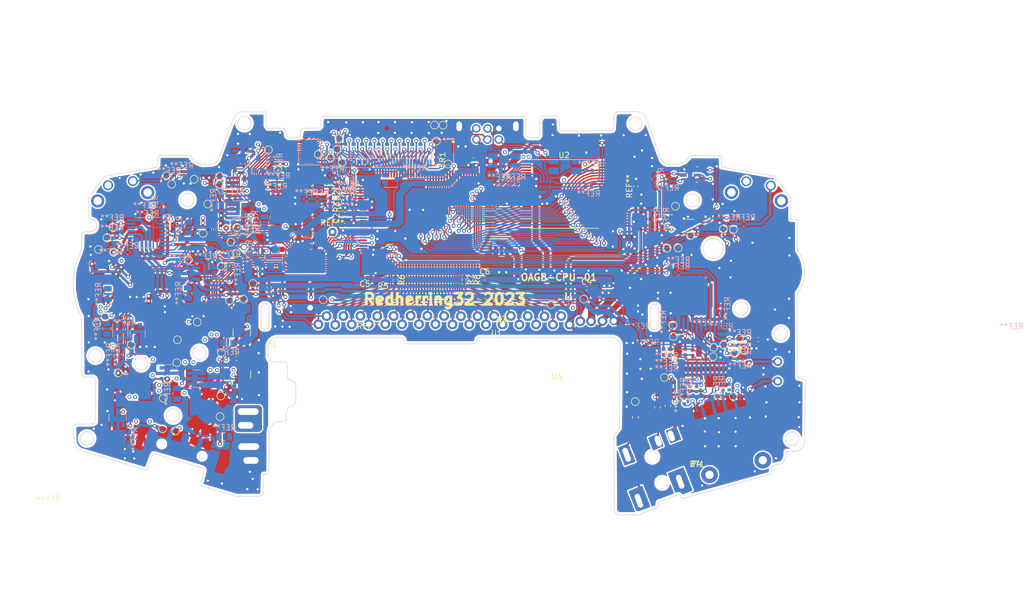
<source format=kicad_pcb>
(kicad_pcb (version 20241229) (generator "pcbnew") (generator_version "9.0")
  (layers (0 "F.Cu" signal) (2 "B.Cu" signal) (13 "F.Paste" user) (15 "B.Paste" user) (5 "F.SilkS" user "F.Silkscreen") (7 "B.SilkS" user "B.Silkscreen") (1 "F.Mask" user) (3 "B.Mask" user) (25 "Edge.Cuts" user))
  (net 0 "")
  (net 1 "/SO1")
  (net 2 "/SO2")
  (net 3 "Net-(U1-CART_AUDIO)")
  (net 4 "unconnected-(U1-VDD2-Pad44)")
  (net 5 "/RIGHT")
  (net 6 "/UP")
  (net 7 "/LEFT")
  (net 8 "/DOWN")
  (net 9 "/CLK1")
  (net 11 "/REVC")
  (net 12 "/VDD2")
  (net 13 "/VCNT5")
  (net 14 "/FIQ")
  (net 15 "/VDD5")
  (net 16 "unconnected-(U1-RESET-Pad125)")
  (net 17 "/VSHD")
  (net 18 "unconnected-(U1-BUTTON_L-Pad119)")
  (net 19 "GND")
  (net 20 "DA1-C")
  (net 21 "/VCC3")
  (net 25 "/SRAM-I{slash}O5")
  (net 26 "/SRAM-I{slash}O13")
  (net 27 "/SRAM-I{slash}O6")
  (net 28 "/SRAM-I{slash}O14")
  (net 29 "/SRAM-I{slash}O7")
  (net 30 "/SRAM-I{slash}O15")
  (net 31 "/SRAM-I{slash}O8")
  (net 32 "/SRAM-I{slash}O16")
  (net 33 "/SRAM-A16")
  (net 34 "/SRAM-I{slash}O12")
  (net 35 "/SRAM-I{slash}O4")
  (net 36 "/SRAM-I{slash}O11")
  (net 37 "/SRAM-I{slash}O3")
  (net 38 "/SRAM-I{slash}O10")
  (net 39 "/SRAM-I{slash}O2")
  (net 40 "/SRAM-I{slash}O9")
  (net 41 "/SRAM-I{slash}O1")
  (net 42 "/SRAM-{slash}OE")
  (net 43 "Net-(C2-Pad1)")
  (net 44 "/VDD35")
  (net 45 "/PHI")
  (net 46 "Net-(P1-{slash}WR)")
  (net 47 "/{slash}RD")
  (net 48 "Net-(P1-CS)")
  (net 49 "/CART-A0")
  (net 50 "/CART-A1")
  (net 51 "/CART-A2")
  (net 52 "/CART-A3")
  (net 53 "/CART-A4")
  (net 54 "/CART-A5")
  (net 55 "/CART-A6")
  (net 56 "/CART-A7")
  (net 57 "/CART-A8")
  (net 58 "/CART-A9")
  (net 59 "/CART-A10")
  (net 60 "/CART-A11")
  (net 61 "/CART-A12")
  (net 62 "/CART-A13")
  (net 63 "/CART-A14")
  (net 64 "/CART-A15")
  (net 65 "/CART-D0")
  (net 66 "/CART-D1")
  (net 67 "/CART-D2")
  (net 68 "/CART-D3")
  (net 69 "/CART-D4")
  (net 70 "/CART-D5")
  (net 71 "/CART-D6")
  (net 72 "/CART-D7")
  (net 73 "Net-(P1-{slash}RST)")
  (net 74 "/CART-AUDIO")
  (net 76 "Net-(P2-DCK)")
  (net 77 "/PS")
  (net 78 "/LDR5")
  (net 79 "/LDR4")
  (net 80 "/LDR3")
  (net 81 "/LDR2")
  (net 82 "/LDR1")
  (net 83 "/LDG5")
  (net 84 "/LDG4")
  (net 85 "/LDG3")
  (net 86 "/LDG2")
  (net 87 "/LDG1")
  (net 88 "/LDB5")
  (net 89 "/LDB4")
  (net 90 "/LDB3")
  (net 91 "/LDB2")
  (net 92 "/LDB1")
  (net 93 "/SPL")
  (net 94 "/SPS")
  (net 95 "/VCOM")
  (net 96 "/LCD-VEE")
  (net 97 "/LCD-VSS")
  (net 98 "/LCD-VCC")
  (net 99 "/V4")
  (net 100 "/V3")
  (net 101 "/V2")
  (net 102 "/V1")
  (net 103 "/V0")
  (net 104 "/DCK")
  (net 105 "/CLK2")
  (net 106 "/CART-{slash}RST")
  (net 107 "/CS")
  (net 108 "/{slash}WR")
  (net 109 "/BAT+")
  (net 110 "/SRAM-A0")
  (net 111 "/SRAM-A1")
  (net 112 "/SRAM-A2")
  (net 113 "/SRAM-A3")
  (net 114 "/SRAM-A4")
  (net 115 "/SRAM-A5")
  (net 116 "/SRAM-A6")
  (net 117 "/SRAM-{slash}A7")
  (net 118 "/SRAM-{slash}LB")
  (net 119 "/SRAM-{slash}UB")
  (net 120 "/SRAM-{slash}WE")
  (net 121 "/SRAM-A8")
  (net 122 "/SRAM-A9")
  (net 123 "/SRAM-A10")
  (net 124 "/SRAM-A11")
  (net 125 "/SRAM-A12")
  (net 126 "/SRAM-A13")
  (net 127 "/SRAM-A14")
  (net 128 "/SRAM-A15")
  (net 133 "/SRAM-A7")
  (net 134 "/SRAM-{slash}CS2")
  (net 135 "unconnected-(U2-VSS-Pad27)")
  (net 136 "unconnected-(U2-VCC-Pad37)")
  (net 137 "unconnected-(U2-VSS-Pad46)")
  (net 138 "unconnected-(U2-NC-Pad47)")
  (net 141 "/COM")
  (net 146 "/L")
  (net 147 "unconnected-(U3-VDD-Pad19)")
  (net 149 "/IN35")
  (net 150 "/SO")
  (net 151 "/SI")
  (net 152 "/SD")
  (net 153 "/SC")
  (net 154 "/SELECT")
  (net 155 "/A")
  (net 156 "/R")
  (net 157 "/START")
  (net 158 "/B")
  (net 159 "D3A")
  (net 160 "VOUT5")
  (net 161 "VDD13")
  (net 162 "VDD15")
  (net 163 "VIN")
  (net 164 "CSS5")
  (net 165 "CSS3")
  (net 166 "SW1-1")
  (net 167 "VCC")
  (net 168 "SW1-2")
  (net 169 "VDD3")
  (net 170 "LOWBAT")
  (net 171 "LCD-VDD")
  (net 172 "REGEXT")
  (net 173 "VDRV3")
  (net 174 "VDRV5")
  (net 175 "D2A")
  (net 176 "Q8B")
  (net 177 "Q10B")
  (net 178 "LOUT")
  (net 179 "ROUT")
  (net 180 "U6-ROUT")
  (net 181 "U3-VDD")
  (net 182 "/MOD")
  (net 183 "/LP")
  (net 184 "/LCD-VDD")
  (net 185 "/CLS")
  (net 186 "/VDD3")
  (footprint "Capacitor_SMD:C_0402_1005Metric" (layer "F.Cu") (at 76.62 -47.73 90)
    (property "Reference" " ")
    (property "Value" "C_0402_1005Metric")
  )
  (footprint "TestPoint:TestPoint_Pad_D1.0mm" (layer "F.Cu") (at 22.04 -35)
    (property "Reference" " ")
    (property "Value" "TestPoint_Pad_D1.0mm")
  )
  (footprint "Resistor_SMD:R_0402_1005Metric" (layer "F.Cu") (at 29.01 -29.71)
    (property "Reference" " ")
    (property "Value" "R_0402_1005Metric")
  )
  (footprint "TestPoint:TestPoint_Pad_D1.0mm" (layer "F.Cu") (at 26 -59.68)
    (property "Reference" " ")
    (property "Value" "TestPoint_Pad_D1.0mm")
  )
  (footprint "TestPoint:TestPoint_Pad_D1.0mm" (layer "F.Cu") (at 5.84 -50.12)
    (property "Reference" " ")
    (property "Value" "TestPoint_Pad_D1.0mm")
  )
  (footprint "TestPoint:TestPoint_Pad_D1.0mm" (layer "F.Cu") (at 105.84 -25.04)
    (property "Reference" " ")
    (property "Value" "TestPoint_Pad_D1.0mm")
  )
  (footprint "TestPoint:TestPoint_Pad_D1.0mm" (layer "F.Cu") (at 118.24 -51.65)
    (property "Reference" " ")
    (property "Value" "TestPoint_Pad_D1.0mm")
  )
  (footprint "Resistor_SMD:R_0402_1005Metric" (layer "F.Cu") (at 64.84 -64.57 -90)
    (property "Reference" "R1")
    (property "Value" "R_Small")
  )
  (footprint "TestPoint:TestPoint_Pad_D1.0mm" (layer "F.Cu") (at 108.3 -48.28)
    (property "Reference" " ")
    (property "Value" "TestPoint_Pad_D1.0mm")
  )
  (footprint "OpenTendo-AGB:Coil" (layer "F.Cu") (at 76.65 -34.94)
    (property "Reference" " ")
    (property "Value" "Coil")
  )
  (footprint "TestPoint:TestPoint_Pad_D1.0mm" (layer "F.Cu") (at 28.06 -49.36)
    (property "Reference" " ")
    (property "Value" "TestPoint_Pad_D1.0mm")
  )
  (footprint "Inductor_SMD:L_0603_1608Metric" (layer "F.Cu") (at 104.59 -19.67 90)
    (property "Reference" " ")
    (property "Value" "L_0603_1608Metric")
  )
  (footprint "TestPoint:TestPoint_Pad_D1.0mm" (layer "F.Cu") (at 5.48 -35.92)
    (property "Reference" " ")
    (property "Value" "TestPoint_Pad_D1.0mm")
  )
  (footprint "Resistor_SMD:R_0402_1005Metric" (layer "F.Cu") (at 55.36 -42.61 180)
    (property "Reference" "R5")
    (property "Value" "R_Small")
  )
  (footprint "OpenTendo-AGB:CartSlot" (layer "F.Cu") (at 62.05 -32.58)
    (property "Reference" "P1")
    (property "Value" "CART-SLOT")
  )
  (footprint "Resistor_SMD:R_0402_1005Metric" (layer "F.Cu") (at 69.88 -42.61 -90)
    (property "Reference" "R7")
    (property "Value" "R_Small")
  )
  (footprint "TestPoint:TestPoint_Pad_D1.0mm" (layer "F.Cu") (at 119.28 -32.1)
    (property "Reference" " ")
    (property "Value" "TestPoint_Pad_D1.0mm")
  )
  (footprint "Resistor_SMD:R_0402_1005Metric" (layer "F.Cu") (at 107.99 -24.16)
    (property "Reference" " ")
    (property "Value" "R_0402_1005Metric")
  )
  (footprint "TestPoint:TestPoint_Pad_D1.0mm" (layer "F.Cu") (at 47.11 -66.02)
    (property "Reference" " ")
    (property "Value" "TestPoint_Pad_D1.0mm")
  )
  (footprint "TestPoint:TestPoint_Pad_D1.0mm" (layer "F.Cu") (at 118.39 -29.41)
    (property "Reference" " ")
    (property "Value" "TestPoint_Pad_D1.0mm")
  )
  (footprint "TestPoint:TestPoint_Pad_D1.0mm" (layer "F.Cu") (at 15.82 -15.83)
    (property "Reference" " ")
    (property "Value" "TestPoint_Pad_D1.0mm")
  )
  (footprint "OpenTendo-AGB:Battery" (layer "F.Cu") (at 76.78 -35.05)
    (property "Reference" "BT1")
    (property "Value" "Battery")
  )
  (footprint "OpenTendo-AGB:Audio-Jack" (layer "F.Cu") (at 76.61 -35.04)
    (property "Reference" " ")
    (property "Value" "Audio-Jack")
    (fp_circle (center 27.06 24.23) (end 28.01 24.23) (stroke (width 0.05)) (fill no) (layer "Edge.Cuts"))
    (fp_circle (center 28.83 28.92) (end 29.78 28.92) (stroke (width 0.05)) (fill no) (layer "Edge.Cuts"))
  )
  (footprint "TestPoint:TestPoint_Pad_D1.0mm" (layer "F.Cu") (at 20.45 -46.19)
    (property "Reference" " ")
    (property "Value" "TestPoint_Pad_D1.0mm")
  )
  (footprint "TestPoint:TestPoint_Pad_D1.0mm" (layer "F.Cu") (at 109.96 -24.13)
    (property "Reference" " ")
    (property "Value" "TestPoint_Pad_D1.0mm")
  )
  (footprint "TestPoint:TestPoint_Pad_D1.0mm" (layer "F.Cu") (at 118.19 -21.61)
    (property "Reference" " ")
    (property "Value" "TestPoint_Pad_D1.0mm")
  )
  (footprint "TestPoint:TestPoint_Pad_D1.0mm" (layer "F.Cu") (at 100.59 -20.71)
    (property "Reference" " ")
    (property "Value" "TestPoint_Pad_D1.0mm")
  )
  (footprint "Capacitor_SMD:C_0402_1005Metric" (layer "F.Cu") (at 110.89 -29.48 90)
    (property "Reference" " ")
    (property "Value" "C_0402_1005Metric")
  )
  (footprint "OpenTendo-AGB:LR" (layer "F.Cu") (at 67.09 -92.53)
    (property "Reference" " " (hide yes))
    (property "Value" "LR" (hide yes))
  )
  (footprint "TestPoint:TestPoint_Pad_D1.0mm" (layer "F.Cu") (at 17.45 -59.75)
    (property "Reference" " ")
    (property "Value" "TestPoint_Pad_D1.0mm")
  )
  (footprint "TestPoint:TestPoint_Pad_D1.0mm" (layer "F.Cu") (at 34.8 -65.92)
    (property "Reference" " ")
    (property "Value" "TestPoint_Pad_D1.0mm")
  )
  (footprint "TestPoint:TestPoint_Pad_D1.0mm" (layer "F.Cu") (at 48.01 -63.64)
    (property "Reference" " ")
    (property "Value" "TestPoint_Pad_D1.0mm")
  )
  (footprint "Capacitor_SMD:C_0402_1005Metric" (layer "F.Cu") (at 51.57 -63.74 180)
    (property "Reference" " ")
    (property "Value" "C_0402_1005Metric")
  )
  (footprint "TestPoint:TestPoint_Pad_D1.0mm" (layer "F.Cu") (at 26.33 -45.02)
    (property "Reference" " ")
    (property "Value" "TestPoint_Pad_D1.0mm")
  )
  (footprint "TestPoint:TestPoint_Pad_D1.0mm" (layer "F.Cu") (at 67.03 -63.37)
    (property "Reference" " ")
    (property "Value" "TestPoint_Pad_D1.0mm")
  )
  (footprint "TestPoint:TestPoint_Pad_D1.0mm" (layer "F.Cu") (at 18.37 -27.7)
    (property "Reference" " ")
    (property "Value" "TestPoint_Pad_D1.0mm")
  )
  (footprint "Package_TO_SOT_SMD:SOT-23" (layer "F.Cu") (at 30.05 -25.5875 90)
    (property "Reference" " ")
    (property "Value" "SOT-23")
  )
  (footprint "TestPoint:TestPoint_Pad_D1.0mm" (layer "F.Cu") (at 45.95 -64.48)
    (property "Reference" " ")
    (property "Value" "TestPoint_Pad_D1.0mm")
  )
  (footprint "Inductor_SMD:L_0603_1608Metric" (layer "F.Cu") (at 106.45 -19.95 90)
    (property "Reference" " ")
    (property "Value" "L_0603_1608Metric")
  )
  (footprint "TestPoint:TestPoint_Pad_D1.0mm" (layer "F.Cu") (at 32.03 -41.92)
    (property "Reference" " ")
    (property "Value" "TestPoint_Pad_D1.0mm")
  )
  (footprint "Resistor_SMD:R_0402_1005Metric" (layer "F.Cu") (at 45.89 -57.72 -90)
    (property "Reference" "R2")
    (property "Value" "R_Small")
  )
  (footprint "Capacitor_SMD:C_0402_1005Metric" (layer "F.Cu") (at 52.1 -42.99 180)
    (property "Reference" "C5")
    (property "Value" "C_Small")
  )
  (footprint "OpenTendo-AGB:StartSelect" (layer "F.Cu") (at 67.07 -92.49)
    (property "Reference" " " (hide yes))
    (property "Value" "StartSelect" (hide yes))
  )
  (footprint "Resistor_SMD:R_0402_1005Metric" (layer "F.Cu") (at 45.88 -55.65 -90)
    (property "Reference" "R3")
    (property "Value" "R_Small")
  )
  (footprint "TestPoint:TestPoint_Pad_D1.0mm" (layer "F.Cu") (at 120.13 -29.99)
    (property "Reference" " ")
    (property "Value" "TestPoint_Pad_D1.0mm")
  )
  (footprint "OpenTendo-AGB:AB" (layer "F.Cu") (at 90.08 -23.29)
    (property "Reference" " ")
    (property "Value" "AB")
  )
  (footprint "Inductor_SMD:L_0603_1608Metric" (layer "F.Cu") (at 111.7075 -62.36 180)
    (property "Reference" " ")
    (property "Value" "L_0603_1608Metric")
  )
  (footprint "Capacitor_SMD:C_0402_1005Metric" (layer "F.Cu") (at 45.85 -53.62 -90)
    (property "Reference" "C2")
    (property "Value" "C_Small")
  )
  (footprint "OpenTendo-AGB:AGB-REG" (layer "F.Cu") (at 76.63 -34.98)
    (property "Reference" "U3")
    (property "Value" "AGB-REG")
  )
  (footprint "OpenTendo-AGB:Crystal" (layer "F.Cu") (at 41.77 -61.09)
    (property "Reference" "X2")
    (property "Value" "Crystal")
  )
  (footprint "Inductor_SMD:L_0603_1608Metric" (layer "F.Cu") (at 100.65 -17.91 90)
    (property "Reference" " ")
    (property "Value" "L_0603_1608Metric")
  )
  (footprint "OpenTendo-AGB:CPU-AGB" (layer "F.Cu") (at 53.82 -45.25)
    (property "Reference" "U1")
    (property "Value" "~")
  )
  (footprint "TestPoint:TestPoint_Pad_D1.0mm" (layer "F.Cu") (at 26.36 -29.52)
    (property "Reference" " ")
    (property "Value" "TestPoint_Pad_D1.0mm")
  )
  (footprint "OpenTendo-AGB:Power Switch" (layer "F.Cu") (at 52.84 -33.75)
    (property "Reference" "REF**")
    (property "Value" "Power Switch")
    (fp_circle (center -37.17 20.65) (end -36.67 20.65) (stroke (width 0.05)) (fill no) (layer "Edge.Cuts"))
    (fp_circle (center -29.93 22.86) (end -29.43 22.86) (stroke (width 0.05)) (fill no) (layer "Edge.Cuts"))
  )
  (footprint "TestPoint:TestPoint_Pad_D1.0mm" (layer "F.Cu") (at 106.29 -48.23)
    (property "Reference" " ")
    (property "Value" "TestPoint_Pad_D1.0mm")
  )
  (footprint "TestPoint:TestPoint_Pad_D1.0mm" (layer "F.Cu") (at 107.44 -32.4)
    (property "Reference" " ")
    (property "Value" "TestPoint_Pad_D1.0mm")
  )
  (footprint "OpenTendo-AGB:AGB-SRAM" (layer "F.Cu") (at 67.0575 -92.56)
    (property "Reference" "U2")
    (property "Value" "AGB-SRAM")
  )
  (footprint "TestPoint:TestPoint_Pad_D1.0mm" (layer "F.Cu") (at 64.59 -70.35)
    (property "Reference" " ")
    (property "Value" "TestPoint_Pad_D1.0mm")
  )
  (footprint "Package_TO_SOT_SMD:SOT-353_SC-70-5" (layer "F.Cu") (at 110.43 -52.26)
    (property "Reference" " ")
    (property "Value" "SOT-353_SC-70-5")
  )
  (footprint "TestPoint:TestPoint_Pad_D1.0mm" (layer "F.Cu") (at 110.54 -50.52)
    (property "Reference" " ")
    (property "Value" "TestPoint_Pad_D1.0mm")
  )
  (footprint "OpenTendo-AGB:R" (layer "F.Cu") (at 124.92 -59.49)
    (property "Reference" " " (hide yes))
    (property "Value" "R" (hide yes))
  )
  (footprint "Capacitor_SMD:C_0402_1005Metric" (layer "F.Cu") (at 100.7 -59.36 90)
    (property "Reference" "REF**")
    (property "Value" "C_0402_1005Metric")
  )
  (footprint "TestPoint:TestPoint_Pad_D1.0mm" (layer "F.Cu") (at 4.33 -48.02)
    (property "Reference" " ")
    (property "Value" "TestPoint_Pad_D1.0mm")
  )
  (footprint "TestPoint:TestPoint_Pad_D1.0mm" (layer "F.Cu") (at 47.43 -67.92)
    (property "Reference" " ")
    (property "Value" "TestPoint_Pad_D1.0mm")
  )
  (footprint "TestPoint:TestPoint_Pad_D1.0mm" (layer "F.Cu") (at 18.13 -15.44)
    (property "Reference" " ")
    (property "Value" "TestPoint_Pad_D1.0mm")
  )
  (footprint "Resistor_SMD:R_0402_1005Metric" (layer "F.Cu") (at 113.2 -29.6 90)
    (property "Reference" " ")
    (property "Value" "R_0402_1005Metric")
  )
  (footprint "TestPoint:TestPoint_Pad_D1.0mm" (layer "F.Cu") (at 16.68 -24.75)
    (property "Reference" " ")
    (property "Value" "TestPoint_Pad_D1.0mm")
  )
  (footprint "TestPoint:TestPoint_Pad_D1.0mm" (layer "F.Cu") (at 26.27 -21.73)
    (property "Reference" " ")
    (property "Value" "TestPoint_Pad_D1.0mm")
  )
  (footprint "Capacitor_SMD:C_0402_1005Metric" (layer "F.Cu") (at 33.34 -47.79)
    (property "Reference" " ")
    (property "Value" "C_0402_1005Metric")
  )
  (footprint "Resistor_SMD:R_0402_1005Metric" (layer "F.Cu") (at 34.94 -41.19 90)
    (property "Reference" " ")
    (property "Value" "R_0402_1005Metric")
  )
  (footprint "TestPoint:TestPoint_Pad_D1.0mm" (layer "F.Cu") (at 116.47 -30.88)
    (property "Reference" " ")
    (property "Value" "TestPoint_Pad_D1.0mm")
  )
  (footprint "TestPoint:TestPoint_Pad_D1.0mm" (layer "F.Cu") (at 27.82 -38.86)
    (property "Reference" " ")
    (property "Value" "TestPoint_Pad_D1.0mm")
  )
  (footprint "Capacitor_SMD:C_0402_1005Metric" (layer "F.Cu") (at 48.48 -54.34 180)
    (property "Reference" " ")
    (property "Value" "C_0402_1005Metric")
  )
  (footprint "OpenTendo-AGB:Thumbwheel" (layer "F.Cu") (at 52.81794 -33.74072)
    (property "Reference" "REF**")
    (property "Value" "Thumbwheel")
  )
  (footprint "TestPoint:TestPoint_Pad_D1.0mm" (layer "F.Cu") (at 29.17 -51.95)
    (property "Reference" " ")
    (property "Value" "TestPoint_Pad_D1.0mm")
  )
  (footprint "Resistor_SMD:R_0402_1005Metric" (layer "F.Cu") (at 109.58 -29.62 90)
    (property "Reference" " ")
    (property "Value" "R_0402_1005Metric")
  )
  (footprint "Capacitor_SMD:C_0402_1005Metric" (layer "F.Cu") (at 91.89 -41.05)
    (property "Reference" "C4")
    (property "Value" "C_Small")
  )
  (footprint "Capacitor_SMD:C_0402_1005Metric" (layer "F.Cu") (at 45.9 -59.65 -90)
    (property "Reference" "C1")
    (property "Value" "C_Small")
  )
  (footprint "Resistor_SMD:R_0402_1005Metric" (layer "F.Cu") (at 36.07 -40.56 90)
    (property "Reference" " ")
    (property "Value" "R_0402_1005Metric")
  )
  (footprint "Capacitor_SMD:C_0402_1005Metric" (layer "F.Cu") (at 106.96 -29.58 90)
    (property "Reference" " ")
    (property "Value" "C_0402_1005Metric")
  )
  (footprint "Inductor_SMD:L_0603_1608Metric" (layer "F.Cu") (at 42.43 -48.56)
    (property "Reference" " ")
    (property "Value" "L_0603_1608Metric")
  )
  (footprint "Inductor_SMD:L_0603_1608Metric" (layer "F.Cu") (at 74.66 -63.82)
    (property "Reference" " ")
    (property "Value" "L_0603_1608Metric")
  )
  (footprint "Capacitor_SMD:C_0402_1005Metric" (layer "F.Cu") (at 73.61 -42.9)
    (property "Reference" "C6")
    (property "Value" "C_Small")
  )
  (footprint "Inductor_SMD:L_0603_1608Metric" (layer "F.Cu") (at 36.48 -48.04)
    (property "Reference" " ")
    (property "Value" "L_0603_1608Metric")
  )
  (footprint "Capacitor_SMD:C_0402_1005Metric" (layer "F.Cu") (at 29.05 -28.47 180)
    (property "Reference" " ")
    (property "Value" "C_0402_1005Metric")
  )
  (footprint "Capacitor_SMD:C_0402_1005Metric" (layer "F.Cu") (at 105.67 -29.6 90)
    (property "Reference" " ")
    (property "Value" "C_0402_1005Metric")
  )
  (footprint "Capacitor_SMD:C_0402_1005Metric" (layer "F.Cu") (at 48.49 -52.38 180)
    (property "Reference" " ")
    (property "Value" "C_0402_1005Metric")
  )
  (footprint "TestPoint:TestPoint_Pad_D1.0mm" (layer "F.Cu") (at 23.08 -50.91)
    (property "Reference" " ")
    (property "Value" "TestPoint_Pad_D1.0mm")
  )
  (footprint "TestPoint:TestPoint_Pad_D1.0mm" (layer "F.Cu") (at 47.23 -56.59)
    (property "Reference" " ")
    (property "Value" "TestPoint_Pad_D1.0mm")
  )
  (footprint "Resistor_SMD:R_0402_1005Metric" (layer "F.Cu") (at 108.04 -22.77)
    (property "Reference" " ")
    (property "Value" "R_0402_1005Metric")
  )
  (footprint "TestPoint:TestPoint_Pad_D1.0mm" (layer "F.Cu") (at 66.12 -70.34)
    (property "Reference" " ")
    (property "Value" "TestPoint_Pad_D1.0mm")
  )
  (footprint "TestPoint:TestPoint_Pad_D1.0mm" (layer "F.Cu") (at 18.48 -31.81)
    (property "Reference" " ")
    (property "Value" "TestPoint_Pad_D1.0mm")
  )
  (footprint "TestPoint:TestPoint_Pad_D1.0mm" (layer "F.Cu") (at 120.96 -27.63)
    (property "Reference" " ")
    (property "Value" "TestPoint_Pad_D1.0mm")
  )
  (footprint "TestPoint:TestPoint_Pad_D1.0mm" (layer "F.Cu") (at 7.03 -47.52)
    (property "Reference" " ")
    (property "Value" "TestPoint_Pad_D1.0mm")
  )
  (footprint "Package_TO_SOT_SMD:SOT-23" (layer "F.Cu") (at 30.03 -33.1275 90)
    (property "Reference" " ")
    (property "Value" "SOT-23")
  )
  (footprint "TestPoint:TestPoint_Pad_D1.0mm" (layer "F.Cu") (at 26.06 -61.15)
    (property "Reference" " ")
    (property "Value" "TestPoint_Pad_D1.0mm")
  )
  (footprint "Capacitor_SMD:C_0402_1005Metric" (layer "F.Cu") (at 122.65 -31.84 180)
    (property "Reference" " ")
    (property "Value" "C_0402_1005Metric")
  )
  (footprint "Capacitor_SMD:C_0402_1005Metric" (layer "F.Cu") (at 77.13 -63.38 90)
    (property "Reference" " ")
    (property "Value" "C_0402_1005Metric")
  )
  (footprint "TestPoint:TestPoint_Pad_D1.0mm" (layer "F.Cu") (at 44.61 -39)
    (property "Reference" " ")
    (property "Value" "TestPoint_Pad_D1.0mm")
  )
  (footprint "TestPoint:TestPoint_Pad_D1.0mm" (layer "F.Cu") (at 43.76 -65.1)
    (property "Reference" " ")
    (property "Value" "TestPoint_Pad_D1.0mm")
  )
  (footprint "TestPoint:TestPoint_Pad_D1.0mm" (layer "F.Cu") (at 114.67 -30.44)
    (property "Reference" " ")
    (property "Value" "TestPoint_Pad_D1.0mm")
  )
  (footprint "TestPoint:TestPoint_Pad_D1.0mm" (layer "F.Cu") (at 30.32 -39.12)
    (property "Reference" " ")
    (property "Value" "TestPoint_Pad_D1.0mm")
  )
  (footprint "TestPoint:TestPoint_Pad_D1.0mm" (layer "F.Cu") (at 64.93 -67.48)
    (property "Reference" " ")
    (property "Value" "TestPoint_Pad_D1.0mm")
  )
  (footprint "TestPoint:TestPoint_THTPad_D1.5mm_Drill0.7mm" (layer "F.Cu") (at 46.28 -51.17)
    (property "Reference" "REF**")
    (property "Value" "TestPoint_THTPad_D1.5mm_Drill0.7mm")
  )
  (footprint "Resistor_SMD:R_0402_1005Metric" (layer "F.Cu") (at 57.57 -42.55 -90)
    (property "Reference" "R6")
    (property "Value" "R_Small")
  )
  (footprint "TestPoint:TestPoint_Pad_D1.0mm" (layer "F.Cu") (at 16.51 -61.28)
    (property "Reference" " ")
    (property "Value" "TestPoint_Pad_D1.0mm")
  )
  (footprint "TestPoint:TestPoint_Pad_D1.0mm" (layer "F.Cu") (at 15.93 -21.33)
    (property "Reference" " ")
    (property "Value" "TestPoint_Pad_D1.0mm")
  )
  (footprint "Capacitor_SMD:C_0402_1005Metric" (layer "F.Cu") (at 71.61 -64.12 180)
    (property "Reference" " ")
    (property "Value" "C_0402_1005Metric")
  )
  (footprint "TestPoint:TestPoint_Pad_D1.0mm" (layer "F.Cu") (at 91.37 -39.11)
    (property "Reference" " ")
    (property "Value" "TestPoint_Pad_D1.0mm")
  )
  (footprint "TestPoint:TestPoint_Pad_D1.0mm" (layer "F.Cu") (at 6.93 -52.01)
    (property "Reference" " ")
    (property "Value" "TestPoint_Pad_D1.0mm")
  )
  (footprint "TestPoint:TestPoint_Pad_D1.0mm" (layer "F.Cu") (at 116.41 -51.7)
    (property "Reference" " ")
    (property "Value" "TestPoint_Pad_D1.0mm")
  )
  (footprint "TestPoint:TestPoint_Pad_D1.0mm" (layer "F.Cu") (at 7.84 -25.87)
    (property "Reference" " ")
    (property "Value" "TestPoint_Pad_D1.0mm")
  )
  (footprint "TestPoint:TestPoint_Pad_D1.0mm" (layer "F.Cu") (at 4 -34.77)
    (property "Reference" " ")
    (property "Value" "TestPoint_Pad_D1.0mm")
  )
  (footprint "Resistor_SMD:R_0402_1005Metric" (layer "F.Cu") (at 71.12 -42.58 -90)
    (property "Reference" "R8")
    (property "Value" "R_Small")
  )
  (footprint "OpenTendo-AGB:Inductor" (layer "F.Cu") (at -4.67 -4.1 180)
    (property "Reference" "REF**")
    (property "Value" "Inductor")
  )
  (footprint "TestPoint:TestPoint_Pad_D1.0mm" (layer "F.Cu") (at 26.13 -18)
    (property "Reference" " ")
    (property "Value" "TestPoint_Pad_D1.0mm")
  )
  (footprint "Package_TO_SOT_SMD:SOT-323_SC-70" (layer "F.Cu") (at 106.64 -53.08 180)
    (property "Reference" " ")
    (property "Value" "SOT-323_SC-70")
  )
  (footprint "TestPoint:TestPoint_Pad_D1.0mm" (layer "F.Cu") (at 85.49 -38.1)
    (property "Reference" " ")
    (property "Value" "TestPoint_Pad_D1.0mm")
  )
  (footprint "TestPoint:TestPoint_Pad_D1.0mm" (layer "F.Cu") (at 23.92 -56.19)
    (property "Reference" " ")
    (property "Value" "TestPoint_Pad_D1.0mm")
  )
  (footprint "TestPoint:TestPoint_Pad_D1.0mm" (layer "F.Cu") (at 10.18 -30.88)
    (property "Reference" " ")
    (property "Value" "TestPoint_Pad_D1.0mm")
  )
  (footprint "TestPoint:TestPoint_Pad_D1.0mm" (layer "F.Cu") (at 107.82 -55.79)
    (property "Reference" " ")
    (property "Value" "TestPoint_Pad_D1.0mm")
  )
  (footprint "TestPoint:TestPoint_Pad_D1.0mm" (layer "F.Cu") (at 114.56 -28.78)
    (property "Reference" " ")
    (property "Value" "TestPoint_Pad_D1.0mm")
  )
  (footprint "OpenTendo-AGB:EXT" (layer "F.Cu") (at 76.65 -35.1)
    (property "Reference" "P4")
    (property "Value" "~")
  )
  (footprint "TestPoint:TestPoint_Pad_D1.0mm" (layer "F.Cu") (at 47.25 -58.26)
    (property "Reference" " ")
    (property "Value" "TestPoint_Pad_D1.0mm")
  )
  (footprint "TestPoint:TestPoint_Pad_D1.0mm" (layer "F.Cu") (at 36.49 -62.37)
    (property "Reference" " ")
    (property "Value" "TestPoint_Pad_D1.0mm")
  )
  (footprint "TestPoint:TestPoint_Pad_D1.0mm" (layer "F.Cu") (at 21.47 -60.63)
    (property "Reference" " ")
    (property "Value" "TestPoint_Pad_D1.0mm")
  )
  (footprint "TestPoint:TestPoint_Pad_D1.0mm" (layer "F.Cu") (at 27.23 -51.85)
    (property "Reference" " ")
    (property "Value" "TestPoint_Pad_D1.0mm")
  )
  (footprint "TestPoint:TestPoint_Pad_D1.0mm" (layer "F.Cu") (at 107.37 -34.38)
    (property "Reference" " ")
    (property "Value" "TestPoint_Pad_D1.0mm")
  )
  (footprint "OpenTendo-AGB:Speaker" (layer "F.Cu") (at 76.64 -35.04)
    (property "Reference" " ")
    (property "Value" "Speaker")
  )
  (footprint "OpenTendo-AGB:DPAD" (layer "F.Cu") (at 86.55 -24.58)
    (property "Reference" "U4")
    (property "Value" "~")
  )
  (footprint "Inductor_SMD:L_0603_1608Metric" (layer "F.Cu") (at 111.6675 -60.62 180)
    (property "Reference" " ")
    (property "Value" "L_0603_1608Metric")
  )
  (footprint "Capacitor_SMD:C_0402_1005Metric" (layer "F.Cu") (at 29.8 -63.1 180)
    (property "Reference" " ")
    (property "Value" "C_0402_1005Metric")
  )
  (footprint "TestPoint:TestPoint_Pad_D1.0mm" (layer "F.Cu") (at 29.01 -47.33)
    (property "Reference" " ")
    (property "Value" "TestPoint_Pad_D1.0mm")
  )
  (footprint "Capacitor_SMD:C_0402_1005Metric" (layer "B.Cu") (at 8.77 -29.15 -90)
    (property "Reference" "REF**")
    (property "Value" "C_0402_1005Metric")
  )
  (footprint "Resistor_SMD:R_0402_1005Metric" (layer "B.Cu") (at 119.4 -29.53 180)
    (property "Reference" "REF**")
    (property "Value" "R_0402_1005Metric")
  )
  (footprint "Resistor_SMD:R_0402_1005Metric" (layer "B.Cu") (at 32.49 -47.64 -90)
    (property "Reference" "REF**")
    (property "Value" "R_0402_1005Metric")
  )
  (footprint "Capacitor_SMD:C_0603_1608Metric_Pad1.08x0.95mm_HandSolder" (layer "B.Cu") (at 27.83 -43.6 90)
    (property "Reference" "REF**")
    (property "Value" "C_0603_1608Metric_Pad1.08x0.95mm_HandSolder")
  )
  (footprint "Resistor_SMD:R_0402_1005Metric" (layer "B.Cu") (at 17.01 -61.05 180)
    (property "Reference" "REF**")
    (property "Value" "R_0402_1005Metric")
  )
  (footprint "Capacitor_SMD:C_0603_1608Metric_Pad1.08x0.95mm_HandSolder" (layer "B.Cu") (at 107.05 -35.03 -90)
    (property "Reference" "REF**")
    (property "Value" "C_0603_1608Metric_Pad1.08x0.95mm_HandSolder")
  )
  (footprint "Resistor_SMD:R_0402_1005Metric" (layer "B.Cu") (at 9.53 -47.54 180)
    (property "Reference" "REF**")
    (property "Value" "R_0402_1005Metric")
  )
  (footprint "Package_TO_SOT_SMD:SOT-23" (layer "B.Cu") (at 7.76 -17.8575 90)
    (property "Reference" " ")
    (property "Value" "SOT-23")
  )
  (footprint "Resistor_SMD:R_0402_1005Metric" (layer "B.Cu") (at 119.39 -31.93 180)
    (property "Reference" "REF**")
    (property "Value" "R_0402_1005Metric")
  )
  (footprint "Capacitor_SMD:C_0402_1005Metric" (layer "B.Cu") (at 92.42 -62.23 180)
    (property "Reference" "REF**")
    (property "Value" "C_0402_1005Metric")
  )
  (footprint "Resistor_SMD:R_0402_1005Metric" (layer "B.Cu") (at 120.08 -52.61 180)
    (property "Reference" "REF**")
    (property "Value" "R_0402_1005Metric")
  )
  (footprint "OpenTendo-AGB:LCD-Connector" (layer "B.Cu") (at 54.13 -63.55)
    (property "Reference" "P2")
    (property "Value" "LCD")
  )
  (footprint "Capacitor_SMD:C_0603_1608Metric_Pad1.08x0.95mm_HandSolder" (layer "B.Cu") (at 23.56 -48.24)
    (property "Reference" "REF**")
    (property "Value" "C_0603_1608Metric_Pad1.08x0.95mm_HandSolder")
  )
  (footprint "Capacitor_SMD:C_0805_2012Metric" (layer "B.Cu") (at 48.56 -56.89 180)
    (property "Reference" "REF**")
    (property "Value" "C_0805_2012Metric")
  )
  (footprint "OpenTendo-AGB:SOT-23-Small" (layer "B.Cu") (at 32.92 -63.59 90)
    (property "Reference" " ")
    (property "Value" "SOT-23-Small")
  )
  (footprint "Capacitor_SMD:C_0603_1608Metric_Pad1.08x0.95mm_HandSolder" (layer "B.Cu") (at 35.41 -63.235 90)
    (property "Reference" "REF**")
    (property "Value" "C_0603_1608Metric_Pad1.08x0.95mm_HandSolder")
  )
  (footprint "Capacitor_SMD:C_0603_1608Metric_Pad1.08x0.95mm_HandSolder" (layer "B.Cu") (at 31.16 -50.22 180)
    (property "Reference" "REF**")
    (property "Value" "C_0603_1608Metric_Pad1.08x0.95mm_HandSolder")
  )
  (footprint "OpenTendo-AGB:SOT-23-Small" (layer "B.Cu") (at 27.61 -59.56)
    (property "Reference" " ")
    (property "Value" "SOT-23-Small")
  )
  (footprint "Package_TO_SOT_SMD:SOT-23" (layer "B.Cu") (at 16.9375 -25.81)
    (property "Reference" " ")
    (property "Value" "SOT-23")
  )
  (footprint "OpenTendo-AGB:EM" (layer "B.Cu") (at 101.25 -33.765 180)
    (property "Reference" "REF**")
    (property "Value" "EM")
  )
  (footprint "Resistor_SMD:R_0402_1005Metric" (layer "B.Cu") (at 109.36 -20.83 -90)
    (property "Reference" "REF**")
    (property "Value" "R_0402_1005Metric")
  )
  (footprint "Capacitor_SMD:C_0805_2012Metric" (layer "B.Cu") (at 18.39 -22.12 -90)
    (property "Reference" "REF**")
    (property "Value" "C_0805_2012Metric")
  )
  (footprint "Capacitor_SMD:C_0402_1005Metric" (layer "B.Cu") (at 106.23 -28.96)
    (property "Reference" "REF**")
    (property "Value" "C_0402_1005Metric")
  )
  (footprint "Capacitor_SMD:C_0402_1005Metric" (layer "B.Cu") (at 106.23 -30.14)
    (property "Reference" "REF**")
    (property "Value" "C_0402_1005Metric")
  )
  (footprint "Fuse:Fuse_0805_2012Metric" (layer "B.Cu") (at 26.85 -14.41 180)
    (property "Reference" "REF**")
    (property "Value" "Fuse_0805_2012Metric")
  )
  (footprint "Capacitor_SMD:C_0402_1005Metric" (layer "B.Cu") (at 12.62 -54.76 180)
    (property "Reference" "REF**")
    (property "Value" "C_0402_1005Metric")
  )
  (footprint "Resistor_SMD:R_0402_1005Metric" (layer "B.Cu") (at 108.35 -44.98 180)
    (property "Reference" "REF**")
    (property "Value" "R_0402_1005Metric")
  )
  (footprint "Capacitor_SMD:C_0805_2012Metric" (layer "B.Cu") (at 34.1 -52.91 -90)
    (property "Reference" "REF**")
    (property "Value" "C_0805_2012Metric")
  )
  (footprint "Capacitor_SMD:C_0402_1005Metric" (layer "B.Cu") (at 119.39 -30.77)
    (property "Reference" "REF**")
    (property "Value" "C_0402_1005Metric")
  )
  (footprint "Capacitor_SMD:C_0603_1608Metric_Pad1.08x0.95mm_HandSolder" (layer "B.Cu") (at 36.64 -59.81 180)
    (property "Reference" "REF**")
    (property "Value" "C_0603_1608Metric_Pad1.08x0.95mm_HandSolder")
  )
  (footprint "Capacitor_SMD:C_0402_1005Metric" (layer "B.Cu") (at 76.18 -59.89 180)
    (property "Reference" "REF**")
    (property "Value" "C_0402_1005Metric")
  )
  (footprint "OpenTendo-AGB:Diode" (layer "B.Cu") (at 168.1 -33.73 180)
    (property "Reference" "REF**")
    (property "Value" "Diode")
  )
  (footprint "Capacitor_SMD:C_0402_1005Metric" (layer "B.Cu") (at 111.62 -22.95 -90)
    (property "Reference" "REF**")
    (property "Value" "C_0402_1005Metric")
  )
  (footprint "Capacitor_SMD:C_0603_1608Metric_Pad1.08x0.95mm_HandSolder" (layer "B.Cu") (at 26.34 -56.89 -90)
    (property "Reference" "REF**")
    (property "Value" "C_0603_1608Metric_Pad1.08x0.95mm_HandSolder")
  )
  (footprint "Capacitor_SMD:C_0402_1005Metric" (layer "B.Cu") (at 6.83 -52.57 180)
    (property "Reference" "REF**")
    (property "Value" "C_0402_1005Metric")
  )
  (footprint "Resistor_SMD:R_0402_1005Metric" (layer "B.Cu") (at 27.71 -46.04 180)
    (property "Reference" "REF**")
    (property "Value" "R_0402_1005Metric")
  )
  (footprint "Capacitor_SMD:C_0402_1005Metric" (layer "B.Cu") (at 110.39 -22.98 -90)
    (property "Reference" "REF**")
    (property "Value" "C_0402_1005Metric")
  )
  (footprint "Resistor_SMD:R_0402_1005Metric" (layer "B.Cu") (at 103.32 -53.47 90)
    (property "Reference" "REF**")
    (property "Value" "R_0402_1005Metric")
  )
  (footprint "Resistor_SMD:R_0402_1005Metric" (layer "B.Cu") (at 51.33 -58.03 -90)
    (property "Reference" "REF**")
    (property "Value" "R_0402_1005Metric")
  )
  (footprint "Capacitor_SMD:C_0402_1005Metric" (layer "B.Cu") (at 18.04 -52.4 -90)
    (property "Reference" "REF**")
    (property "Value" "C_0402_1005Metric")
  )
  (footprint "Package_TO_SOT_SMD:SOT-23" (layer "B.Cu") (at 21.93 -24.84)
    (property "Reference" " ")
    (property "Value" "SOT-23")
  )
  (footprint "Resistor_SMD:R_0402_1005Metric" (layer "B.Cu") (at 18.9 -45.44 180)
    (property "Reference" "REF**")
    (property "Value" "R_0402_1005Metric")
  )
  (footprint "Capacitor_SMD:C_0402_1005Metric" (layer "B.Cu") (at 36.1 -58.22 180)
    (property "Reference" "REF**")
    (property "Value" "C_0402_1005Metric")
  )
  (footprint "OpenTendo-AGB:SOT-23-Small" (layer "B.Cu") (at 8.42 -32.93 -90)
    (property "Reference" " ")
    (property "Value" "SOT-23-Small")
  )
  (footprint "Capacitor_SMD:C_0402_1005Metric" (layer "B.Cu") (at 119.4 -28.34)
    (property "Reference" "REF**")
    (property "Value" "C_0402_1005Metric")
  )
  (footprint "OpenTendo-AGB:SOT-23-Small" (layer "B.Cu") (at 11.14 -32.93 -90)
    (property "Reference" " ")
    (property "Value" "SOT-23-Small")
  )
  (footprint "Capacitor_SMD:C_0402_1005Metric" (layer "B.Cu") (at 117.39 -52.62 180)
    (property "Reference" "REF**")
    (property "Value" "C_0402_1005Metric")
  )
  (footprint "Resistor_SMD:R_0402_1005Metric" (layer "B.Cu") (at 32.36 -52.49 -90)
    (property "Reference" "REF**")
    (property "Value" "R_0402_1005Metric")
  )
  (footprint "Capacitor_SMD:C_0402_1005Metric" (layer "B.Cu") (at 116.35 -23.25 -90)
    (property "Reference" "REF**")
    (property "Value" "C_0402_1005Metric")
  )
  (footprint "OpenTendo-AGB:Diode" (layer "B.Cu") (at 102.8 -30.87 180)
    (property "Reference" "REF**")
    (property "Value" "Diode")
  )
  (footprint "Capacitor_SMD:C_0402_1005Metric" (layer "B.Cu") (at 115.97 -37.43 90)
    (property "Reference" "REF**")
    (property "Value" "C_0402_1005Metric")
  )
  (footprint "Capacitor_SMD:C_0805_2012Metric" (layer "B.Cu") (at 5.81 -33.79 -90)
    (property "Reference" "REF**")
    (property "Value" "C_0805_2012Metric")
  )
  (footprint "Capacitor_SMD:C_0805_2012Metric" (layer "B.Cu") (at 20.47 -51.97 -90)
    (property "Reference" "REF**")
    (property "Value" "C_0805_2012Metric")
  )
  (footprint "Resistor_SMD:R_0402_1005Metric" (layer "B.Cu") (at 9.01 -36.1)
    (property "Reference" "REF**")
    (property "Value" "R_0402_1005Metric")
  )
  (footprint "Capacitor_SMD:C_0402_1005Metric" (layer "B.Cu") (at 46.32 -61.32 180)
    (property "Reference" "REF**")
    (property "Value" "C_0402_1005Metric")
  )
  (footprint "Resistor_SMD:R_0402_1005Metric" (layer "B.Cu") (at 117.46 -23.31 -90)
    (property "Reference" "REF**")
    (property "Value" "R_0402_1005Metric")
  )
  (footprint "Resistor_SMD:R_0402_1005Metric" (layer "B.Cu") (at 108.34 -43.82 180)
    (property "Reference" "REF**")
    (property "Value" "R_0402_1005Metric")
  )
  (footprint "Capacitor_SMD:C_0402_1005Metric" (layer "B.Cu") (at 78.9 -59.89 180)
    (property "Reference" "REF**")
    (property "Value" "C_0402_1005Metric")
  )
  (footprint "Capacitor_SMD:C_0402_1005Metric" (layer "B.Cu") (at 19.23 -61.97 180)
    (property "Reference" "REF**")
    (property "Value" "C_0402_1005Metric")
  )
  (footprint "OpenTendo-AGB:EM" (layer "B.Cu") (at 112.26 -34.355 180)
    (property "Reference" "REF**")
    (property "Value" "EM")
  )
  (footprint "OpenTendo-AGB:AGB-REG" (layer "B.Cu") (at 135.11 13.6 -90)
    (property "Reference" " ")
    (property "Value" "AGB-REG")
  )
  (footprint "Capacitor_SMD:C_0805_2012Metric" (layer "B.Cu") (at 27.53 -31.31)
    (property "Reference" "REF**")
    (property "Value" "C_0805_2012Metric")
  )
  (footprint "OpenTendo-AGB:SOT-23-Large" (layer "B.Cu") (at 35.75 -46.78 90)
    (property "Reference" " ")
    (property "Value" "SOT-23-Large")
  )
  (footprint "OpenTendo-AGB:RA" (layer "B.Cu") (at 116.1 -33.73 180)
    (property "Reference" "REF**")
    (property "Value" "RA")
  )
  (footprint "Resistor_SMD:R_0402_1005Metric" (layer "B.Cu") (at 9.61 -13.99 90)
    (property "Reference" "REF**")
    (property "Value" "R_0402_1005Metric")
  )
  (footprint "Resistor_SMD:R_0402_1005Metric" (layer "B.Cu") (at 105 -53.47 90)
    (property "Reference" "REF**")
    (property "Value" "R_0402_1005Metric")
  )
  (footprint "Package_SO:TSSOP-16_4.4x5mm_P0.65mm" (layer "B.Cu") (at 13.1125 -51.015 180)
    (property "Reference" "REF**")
    (property "Value" "TSSOP-16_4.4x5mm_P0.65mm")
  )
  (footprint "Capacitor_SMD:C_0402_1005Metric" (layer "B.Cu") (at 106.24 -27.81)
    (property "Reference" "REF**")
    (property "Value" "C_0402_1005Metric")
  )
  (footprint "Resistor_SMD:R_0402_1005Metric" (layer "B.Cu") (at 28.34 -57.39 180)
    (property "Reference" "REF**")
    (property "Value" "R_0402_1005Metric")
  )
  (footprint "Resistor_SMD:R_0402_1005Metric" (layer "B.Cu") (at 106.41 -60.24)
    (property "Reference" "REF**")
    (property "Value" "R_0402_1005Metric")
  )
  (footprint "OpenTendo-AGB:SOT-23-Small" (layer "B.Cu") (at 29.02 -55.2 180)
    (property "Reference" " ")
    (property "Value" "SOT-23-Small")
  )
  (footprint "OpenTendo-AGB:SOT-23-Small" (layer "B.Cu") (at 25.71 -45.04 90)
    (property "Reference" " ")
    (property "Value" "SOT-23-Small")
  )
  (footprint "OpenTendo-AGB:SOT-23-Small" (layer "B.Cu") (at 29.91 -52.25)
    (property "Reference" " ")
    (property "Value" "SOT-23-Small")
  )
  (footprint "Capacitor_SMD:C_0805_2012Metric" (layer "B.Cu") (at 5.98 -40 -90)
    (property "Reference" "REF**")
    (property "Value" "C_0805_2012Metric")
  )
  (footprint "Capacitor_SMD:C_0402_1005Metric" (layer "B.Cu") (at 61.05 -61.47 180)
    (property "Reference" "REF**")
    (property "Value" "C_0402_1005Metric")
  )
  (footprint "Resistor_SMD:R_0402_1005Metric" (layer "B.Cu") (at 92.24 -59.21)
    (property "Reference" "REF**")
    (property "Value" "R_0402_1005Metric")
  )
  (footprint "Capacitor_SMD:C_0603_1608Metric_Pad1.08x0.95mm_HandSolder" (layer "B.Cu") (at 15.86 -55.65 -90)
    (property "Reference" "REF**")
    (property "Value" "C_0603_1608Metric_Pad1.08x0.95mm_HandSolder")
  )
  (footprint "Resistor_SMD:R_0402_1005Metric" (layer "B.Cu") (at 49.01 -58.56 180)
    (property "Reference" "REF**")
    (property "Value" "R_0402_1005Metric")
  )
  (footprint "OpenTendo-AGB:SOT-23-Small" (layer "B.Cu") (at 57.17 -60.74)
    (property "Reference" " ")
    (property "Value" "SOT-23-Small")
  )
  (footprint "Capacitor_SMD:C_0402_1005Metric" (layer "B.Cu") (at 6.79 -50.77 180)
    (property "Reference" "REF**")
    (property "Value" "C_0402_1005Metric")
  )
  (footprint "Resistor_SMD:R_0402_1005Metric" (layer "B.Cu") (at 104.07 -60.64 90)
    (property "Reference" "REF**")
    (property "Value" "R_0402_1005Metric")
  )
  (footprint "Capacitor_SMD:C_0603_1608Metric_Pad1.08x0.95mm_HandSolder" (layer "B.Cu") (at 6.485 -49.035)
    (property "Reference" "REF**")
    (property "Value" "C_0603_1608Metric_Pad1.08x0.95mm_HandSolder")
  )
  (footprint "Package_TO_SOT_SMD:SOT-23" (layer "B.Cu") (at 20.78 -43.69 180)
    (property "Reference" " ")
    (property "Value" "SOT-23")
  )
  (footprint "Resistor_SMD:R_0402_1005Metric" (layer "B.Cu") (at 41.65 -57.07 180)
    (property "Reference" "REF**")
    (property "Value" "R_0402_1005Metric")
  )
  (footprint "Capacitor_SMD:C_0805_2012Metric" (layer "B.Cu") (at 20.34 -40.17 -90)
    (property "Reference" "REF**")
    (property "Value" "C_0805_2012Metric")
  )
  (footprint "Capacitor_SMD:C_0402_1005Metric" (layer "B.Cu") (at 43.6 -57.06 180)
    (property "Reference" "REF**")
    (property "Value" "C_0402_1005Metric")
  )
  (footprint "Capacitor_SMD:C_0402_1005Metric" (layer "B.Cu") (at 7.43 -29.15 -90)
    (property "Reference" "REF**")
    (property "Value" "C_0402_1005Metric")
  )
  (footprint "OpenTendo-AGB:Diode" (layer "B.Cu") (at 87.8 -38.06 180)
    (property "Reference" "REF**")
    (property "Value" "Diode")
  )
  (gr_line (start 127.689999 -11.75) (end 129.15 -11.78) (stroke (width 0.1)) (layer "Edge.Cuts"))
  (gr_line (start 86.94 -71.49) (end 86.43 -71.99) (stroke (width 0.1)) (layer "Edge.Cuts"))
  (gr_line (start 20.68 -64.94) (end 15.39 -64.94) (stroke (width 0.1)) (layer "Edge.Cuts"))
  (gr_line (start 96.32 -69.37) (end 90.41 -69.31) (stroke (width 0.1)) (layer "Edge.Cuts"))
  (gr_line (start 1.47 -51.06) (end 1.37 -50.87) (stroke (width 0.1)) (layer "Edge.Cuts"))
  (gr_line (start 2.56 -53.71) (end 2.78 -53.47) (stroke (width 0.1)) (layer "Edge.Cuts"))
  (gr_line (start 129.75 -53.43) (end 128.53 -53.43) (stroke (width 0.1)) (layer "Edge.Cuts"))
  (gr_line (start 109.47 -3.39) (end 124.98 -7.68) (stroke (width 0.1)) (layer "Edge.Cuts"))
  (gr_arc (start 104.74 -34.18) (mid 104.593553 -33.826447) (end 104.24 -33.68) (stroke (width 0.1)) (layer "Edge.Cuts"))
  (gr_arc (start 130.356416 -12.156018) (mid 129.791436 -11.845358) (end 129.15 -11.780001) (stroke (width 0.1)) (layer "Edge.Cuts"))
  (gr_line (start 33.62 -3.88) (end 33.24 -3.69) (stroke (width 0.1)) (layer "Edge.Cuts"))
  (gr_line (start 108.46 -63.35) (end 106.31 -63.34) (stroke (width 0.1)) (layer "Edge.Cuts"))
  (gr_line (start 104.76 -2.66) (end 108.289651 -3.968655) (stroke (width 0.1)) (layer "Edge.Cuts"))
  (gr_line (start 81.13 -68.33) (end 81.01 -68.56) (stroke (width 0.1)) (layer "Edge.Cuts"))
  (gr_line (start 38.26 -19.53) (end 38.08 -18.9) (stroke (width 0.1)) (layer "Edge.Cuts"))
  (gr_line (start 33.92 -7.65) (end 33.84 -4.22) (stroke (width 0.1)) (layer "Edge.Cuts"))
  (gr_line (start 13.12 -8.73) (end 13.97 -11.05) (stroke (width 0.1)) (layer "Edge.Cuts"))
  (gr_line (start 97.74194 -0.372616) (end 101.29 -0.38) (stroke (width 0.1)) (layer "Edge.Cuts"))
  (gr_line (start 40.21 -68.15) (end 38.38 -68.13) (stroke (width 0.1)) (layer "Edge.Cuts"))
  (gr_line (start 128.53 -57.29) (end 125.65 -61.22) (stroke (width 0.1)) (layer "Edge.Cuts"))
  (gr_line (start 40.68 -69.5) (end 40.52 -68.37) (stroke (width 0.1)) (layer "Edge.Cuts"))
  (gr_line (start 104.74 -37.68) (end 104.74 -34.18) (stroke (width 0.1)) (layer "Edge.Cuts"))
  (gr_line (start 116.08 -62.86) (end 116.06 -64.85) (stroke (width 0.1)) (layer "Edge.Cuts"))
  (gr_arc (start 103.84 -33.68) (mid 103.486447 -33.826447) (end 103.34 -34.18) (stroke (width 0.1)) (layer "Edge.Cuts"))
  (gr_line (start 25.74 -64.06) (end 25.27 -63.52) (stroke (width 0.1)) (layer "Edge.Cuts"))
  (gr_line (start 22.92 -63.29) (end 22.09 -63.56) (stroke (width 0.1)) (layer "Edge.Cuts"))
  (gr_circle (center 11.96 -27.59) (end 13.16 -27.59) (stroke (width 0.1)) (fill no) (layer "Edge.Cuts"))
  (gr_line (start 83.21 -68.11) (end 81.39 -68.13) (stroke (width 0.1)) (layer "Edge.Cuts"))
  (gr_line (start 44.42 -71.84) (end 44.24 -71.37) (stroke (width 0.1)) (layer "Edge.Cuts"))
  (gr_line (start 37.66 -17.17) (end 36.37 -17.11) (stroke (width 0.1)) (layer "Edge.Cuts"))
  (gr_arc (start 34.39 -38.25) (mid 34.743553 -38.103553) (end 34.89 -37.75) (stroke (width 0.1)) (layer "Edge.Cuts"))
  (gr_line (start 35.55 -16.64) (end 35.14 -16.17) (stroke (width 0.1)) (layer "Edge.Cuts"))
  (gr_line (start -0.02 -44.55) (end -0.22 -42.92) (stroke (width 0.1)) (layer "Edge.Cuts"))
  (gr_arc (start 59.76 -31.065887) (mid 59.340807 -31.22421) (end 59.130939 -31.620119) (stroke (width 0.1)) (layer "Edge.Cuts"))
  (gr_line (start 2.59 -57.35) (end 2.56 -53.71) (stroke (width 0.1)) (layer "Edge.Cuts"))
  (gr_line (start -0.05 -16.35) (end -0.15 -16.05) (stroke (width 0.1)) (layer "Edge.Cuts"))
  (gr_line (start 131.1 -24.6) (end 129.77 -24.97) (stroke (width 0.1)) (layer "Edge.Cuts"))
  (gr_line (start 21.27 -64.1) (end 20.68 -64.94) (stroke (width 0.1)) (layer "Edge.Cuts"))
  (gr_line (start 1.23 -35.96) (end 1.34 -25.66) (stroke (width 0.1)) (layer "Edge.Cuts"))
  (gr_line (start 106.31 -63.34) (end 105.89 -63.49) (stroke (width 0.1)) (layer "Edge.Cuts"))
  (gr_line (start 37.87 -17.34) (end 37.66 -17.17) (stroke (width 0.1)) (layer "Edge.Cuts"))
  (gr_arc (start 34.737944 -30.427881) (mid 35.273484 -31.750404) (end 36.61 -32.249999) (stroke (width 0.1)) (layer "Edge.Cuts"))
  (gr_arc (start 72.174113 -31.704113) (mid 71.988386 -31.255727) (end 71.54 -31.07) (stroke (width 0.1)) (layer "Edge.Cuts"))
  (gr_line (start 103.34 -34.18) (end 103.34 -37.68) (stroke (width 0.1)) (layer "Edge.Cuts"))
  (gr_line (start 39.45 -24.22) (end 39.71 -23.57) (stroke (width 0.1)) (layer "Edge.Cuts"))
  (gr_line (start 1.34 -25.66) (end 1.53 -25.23) (stroke (width 0.1)) (layer "Edge.Cuts"))
  (gr_line (start -0.08 -13.22) (end 0.28 -12.57) (stroke (width 0.1)) (layer "Edge.Cuts"))
  (gr_arc (start 58.495887 -32.254113) (mid 58.944273 -32.068386) (end 59.13 -31.62) (stroke (width 0.1)) (layer "Edge.Cuts"))
  (gr_line (start 23.26 -8.44) (end 23.16 -8.63) (stroke (width 0.1)) (layer "Edge.Cuts"))
  (gr_line (start 126.952515 -9.589888) (end 125.13 -9.16) (stroke (width 0.1)) (layer "Edge.Cuts"))
  (gr_circle (center 114.6 -48.21) (end 116.4 -48.21) (stroke (width 0.1)) (fill no) (layer "Edge.Cuts"))
  (gr_line (start 0.96 -47.35) (end 0.34 -45.71) (stroke (width 0.1)) (layer "Edge.Cuts"))
  (gr_line (start 3.98 -52.42) (end 3.92 -51.94) (stroke (width 0.1)) (layer "Edge.Cuts"))
  (gr_line (start 34.93 -15.33) (end 34.9 -8.29) (stroke (width 0.1)) (layer "Edge.Cuts"))
  (gr_line (start 129.77 -24.97) (end 129.7 -40.2) (stroke (width 0.1)) (layer "Edge.Cuts"))
  (gr_line (start 34.42 -70.19) (end 34.42 -72.71) (stroke (width 0.1)) (layer "Edge.Cuts"))
  (gr_line (start 36.37 -17.11) (end 35.98 -16.95) (stroke (width 0.1)) (layer "Edge.Cuts"))
  (gr_line (start 128.53 -53.43) (end 128.53 -57.29) (stroke (width 0.1)) (layer "Edge.Cuts"))
  (gr_line (start 34.56 -7.67) (end 33.92 -7.65) (stroke (width 0.1)) (layer "Edge.Cuts"))
  (gr_line (start 22.87 -8.83) (end 14.63 -11.25) (stroke (width 0.1)) (layer "Edge.Cuts"))
  (gr_arc (start 33.49 -37.75) (mid 33.636447 -38.103553) (end 33.99 -38.25) (stroke (width 0.1)) (layer "Edge.Cuts"))
  (gr_line (start 29.68 -72.71) (end 28.74 -72.06) (stroke (width 0.1)) (layer "Edge.Cuts"))
  (gr_line (start 3.21 -53.41) (end 3.61 -53.2) (stroke (width 0.1)) (layer "Edge.Cuts"))
  (gr_circle (center 2.27 -14.09) (end 3.47 -14.09) (stroke (width 0.1)) (fill no) (layer "Edge.Cuts"))
  (gr_line (start 87.27 -69.31) (end 87.02 -69.64) (stroke (width 0.1)) (layer "Edge.Cuts"))
  (gr_line (start 38.56 -24.61) (end 39.45 -24.22) (stroke (width 0.1)) (layer "Edge.Cuts"))
  (gr_line (start 96.58 -69.44) (end 96.32 -69.37) (stroke (width 0.1)) (layer "Edge.Cuts"))
  (gr_line (start 34.68 -69.81) (end 34.42 -70.19) (stroke (width 0.1)) (layer "Edge.Cuts"))
  (gr_arc (start 33.99 -33.75) (mid 33.636447 -33.896447) (end 33.49 -34.25) (stroke (width 0.1)) (layer "Edge.Cuts"))
  (gr_line (start 103.84 -38.18) (end 104.24 -38.18) (stroke (width 0.1)) (layer "Edge.Cuts"))
  (gr_circle (center 128.74 -14.03) (end 129.94 -14.03) (stroke (width 0.1)) (fill no) (layer "Edge.Cuts"))
  (gr_circle (center 20.28 -56.92) (end 21.48 -56.92) (stroke (width 0.1)) (fill no) (layer "Edge.Cuts"))
  (gr_line (start 15.39 -64.94) (end 14.99 -64.57) (stroke (width 0.1)) (layer "Edge.Cuts"))
  (gr_line (start 39.71 -20.79) (end 39.48 -20.19) (stroke (width 0.1)) (layer "Edge.Cuts"))
  (gr_line (start 1.28 -48.29) (end 0.96 -47.35) (stroke (width 0.1)) (layer "Edge.Cuts"))
  (gr_line (start 109.55 -63.83) (end 108.46 -63.35) (stroke (width 0.1)) (layer "Edge.Cuts"))
  (gr_arc (start 109.47 -3.39) (mid 109.116709 -3.33345) (end 108.816864 -3.528656) (stroke (width 0.1)) (layer "Edge.Cuts"))
  (gr_line (start 101.29 -0.38) (end 104.68 -1.75) (stroke (width 0.1)) (layer "Edge.Cuts"))
  (gr_line (start 59.76 -31.065887) (end 71.54 -31.07) (stroke (width 0.1)) (layer "Edge.Cuts"))
  (gr_line (start 1.53 -25.23) (end 1.96 -25.09) (stroke (width 0.1)) (layer "Edge.Cuts"))
  (gr_line (start 14.99 -64.57) (end 14.93 -63.06) (stroke (width 0.1)) (layer "Edge.Cuts"))
  (gr_line (start 124.98 -7.68) (end 125.13 -9.16) (stroke (width 0.1)) (layer "Edge.Cuts"))
  (gr_line (start -0.21 -40.91) (end -0.03 -39.61) (stroke (width 0.1)) (layer "Edge.Cuts"))
  (gr_line (start 102.44 -71.89) (end 101.76 -72.51) (stroke (width 0.1)) (layer "Edge.Cuts"))
  (gr_line (start 44.2 -70.1) (end 43.96 -69.84) (stroke (width 0.1)) (layer "Edge.Cuts"))
  (gr_line (start 12.73 -8.46) (end 13.12 -8.73) (stroke (width 0.1)) (layer "Edge.Cuts"))
  (gr_line (start 35.98 -16.95) (end 35.55 -16.64) (stroke (width 0.1)) (layer "Edge.Cuts"))
  (gr_line (start 116.06 -64.85) (end 110.53 -64.88) (stroke (width 0.1)) (layer "Edge.Cuts"))
  (gr_line (start 44.95 -71.95) (end 44.42 -71.84) (stroke (width 0.1)) (layer "Edge.Cuts"))
  (gr_line (start 1.82 -51.2) (end 1.47 -51.06) (stroke (width 0.1)) (layer "Edge.Cuts"))
  (gr_line (start 3.49 -51.37) (end 3.07 -51.23) (stroke (width 0.1)) (layer "Edge.Cuts"))
  (gr_line (start 23.16 -8.63) (end 22.87 -8.83) (stroke (width 0.1)) (layer "Edge.Cuts"))
  (gr_line (start 40.97 -69.76) (end 40.68 -69.5) (stroke (width 0.1)) (layer "Edge.Cuts"))
  (gr_line (start 3.07 -51.23) (end 1.82 -51.2) (stroke (width 0.1)) (layer "Edge.Cuts"))
  (gr_line (start 83.98 -71.98) (end 83.5 -71.15) (stroke (width 0.1)) (layer "Edge.Cuts"))
  (gr_line (start 81.39 -68.13) (end 81.13 -68.33) (stroke (width 0.1)) (layer "Edge.Cuts"))
  (gr_line (start 25.27 -63.52) (end 24.68 -63.35) (stroke (width 0.1)) (layer "Edge.Cuts"))
  (gr_line (start 3.91 -52.8) (end 3.98 -52.42) (stroke (width 0.1)) (layer "Edge.Cuts"))
  (gr_line (start 22.8 -5.53) (end 22.62 -5.84) (stroke (width 0.1)) (layer "Edge.Cuts"))
  (gr_line (start 81.01 -71.46) (end 80.63 -71.93) (stroke (width 0.1)) (layer "Edge.Cuts"))
  (gr_line (start 22.09 -63.56) (end 21.27 -64.1) (stroke (width 0.1)) (layer "Edge.Cuts"))
  (gr_line (start 5.37 -61.15) (end 2.59 -57.35) (stroke (width 0.1)) (layer "Edge.Cuts"))
  (gr_line (start 83.5 -71.15) (end 83.5 -68.48) (stroke (width 0.1)) (layer "Edge.Cuts"))
  (gr_line (start 104.68 -1.75) (end 104.76 -2.66) (stroke (width 0.1)) (layer "Edge.Cuts"))
  (gr_line (start 87.02 -69.64) (end 86.94 -71.49) (stroke (width 0.1)) (layer "Edge.Cuts"))
  (gr_line (start 101.76 -72.51) (end 100.85 -72.79) (stroke (width 0.1)) (layer "Edge.Cuts"))
  (gr_line (start 37.85 -27.79) (end 38.17 -27.19) (stroke (width 0.1)) (layer "Edge.Cuts"))
  (gr_arc (start 129.747043 -47.797792) (mid 130.998204 -43.991004) (end 129.7 -40.2) (stroke (width 0.1)) (layer "Edge.Cuts"))
  (gr_line (start 22.62 -5.84) (end 23.23 -8.26) (stroke (width 0.1)) (layer "Edge.Cuts"))
  (gr_circle (center 126.71 -32.92) (end 127.91 -32.92) (stroke (width 0.1)) (fill no) (layer "Edge.Cuts"))
  (gr_line (start 12.73 -8.46) (end 1.48 -11.82) (stroke (width 0.1)) (layer "Edge.Cuts"))
  (gr_line (start 33.24 -3.69) (end 29.15 -3.67) (stroke (width 0.1)) (layer "Edge.Cuts"))
  (gr_arc (start 35.78 -27.817753) (mid 35.04302 -28.12302) (end 34.737753 -28.86) (stroke (width 0.1)) (layer "Edge.Cuts"))
  (gr_line (start 34.89 -37.75) (end 34.89 -34.25) (stroke (width 0.1)) (layer "Edge.Cuts"))
  (gr_line (start 38.17 -27.19) (end 38.25 -24.99) (stroke (width 0.1)) (layer "Edge.Cuts"))
  (gr_line (start 29.15 -3.67) (end 22.8 -5.53) (stroke (width 0.1)) (layer "Edge.Cuts"))
  (gr_line (start 3.65 -24.95) (end 3.81 -24.53) (stroke (width 0.1)) (layer "Edge.Cuts"))
  (gr_line (start -0.15 -16.05) (end -0.08 -13.22) (stroke (width 0.1)) (layer "Edge.Cuts"))
  (gr_line (start 33.99 -38.25) (end 34.39 -38.25) (stroke (width 0.1)) (layer "Edge.Cuts"))
  (gr_line (start 34.42 -72.71) (end 29.68 -72.71) (stroke (width 0.1)) (layer "Edge.Cuts"))
  (gr_arc (start 103.34 -37.68) (mid 103.486447 -38.033553) (end 103.84 -38.18) (stroke (width 0.1)) (layer "Edge.Cuts"))
  (gr_line (start 86.43 -71.99) (end 83.98 -71.98) (stroke (width 0.1)) (layer "Edge.Cuts"))
  (gr_line (start 1.37 -50.87) (end 1.28 -48.29) (stroke (width 0.1)) (layer "Edge.Cuts"))
  (gr_line (start 129.747043 -47.797792) (end 129.75 -53.43) (stroke (width 0.1)) (layer "Edge.Cuts"))
  (gr_line (start 105.23 -64.3) (end 102.44 -71.89) (stroke (width 0.1)) (layer "Edge.Cuts"))
  (gr_line (start 96.79 -71.99) (end 96.68 -69.74) (stroke (width 0.1)) (layer "Edge.Cuts"))
  (gr_line (start 104.24 -33.68) (end 103.84 -33.68) (stroke (width 0.1)) (layer "Edge.Cuts"))
  (gr_line (start 14.2 -11.34) (end 14.63 -11.25) (stroke (width 0.1)) (layer "Edge.Cuts"))
  (gr_line (start 125.65 -61.22) (end 116.08 -62.86) (stroke (width 0.1)) (layer "Edge.Cuts"))
  (gr_line (start 105.89 -63.49) (end 105.39 -63.95) (stroke (width 0.1)) (layer "Edge.Cuts"))
  (gr_line (start 1.96 -25.09) (end 3.34 -25.11) (stroke (width 0.1)) (layer "Edge.Cuts"))
  (gr_line (start 100.85 -72.79) (end 97.38 -72.77) (stroke (width 0.1)) (layer "Edge.Cuts"))
  (gr_line (start 80.63 -71.93) (end 44.95 -71.95) (stroke (width 0.1)) (layer "Edge.Cuts"))
  (gr_line (start 0.28 -12.57) (end 0.69 -12.17) (stroke (width 0.1)) (layer "Edge.Cuts"))
  (gr_arc (start 96.39 -32.26182) (mid 97.459018 -31.819018) (end 97.90182 -30.75) (stroke (width 0.1)) (layer "Edge.Cuts"))
  (gr_line (start 38.08 -18.9) (end 38.01 -17.56) (stroke (width 0.1)) (layer "Edge.Cuts"))
  (gr_arc (start 127.689999 -11.75) (mid 127.550363 -10.591725) (end 126.952515 -9.589888) (stroke (width 0.1)) (layer "Edge.Cuts"))
  (gr_line (start 37.48 -27.817753) (end 37.85 -27.79) (stroke (width 0.1)) (layer "Edge.Cuts"))
  (gr_line (start 14.93 -63.06) (end 14.76 -62.82) (stroke (width 0.1)) (layer "Edge.Cuts"))
  (gr_line (start 0.4 -16.67) (end 0.13 -16.54) (stroke (width 0.1)) (layer "Edge.Cuts"))
  (gr_circle (center 119.63 -37.41) (end 120.83 -37.41) (stroke (width 0.1)) (fill no) (layer "Edge.Cuts"))
  (gr_line (start 34.39 -33.75) (end 33.99 -33.75) (stroke (width 0.1)) (layer "Edge.Cuts"))
  (gr_line (start 35.14 -16.17) (end 34.93 -15.33) (stroke (width 0.1)) (layer "Edge.Cuts"))
  (gr_line (start 3.77 -17.15) (end 3.68 -16.9) (stroke (width 0.1)) (layer "Edge.Cuts"))
  (gr_line (start 40.52 -68.37) (end 40.21 -68.15) (stroke (width 0.1)) (layer "Edge.Cuts"))
  (gr_line (start 44.24 -71.37) (end 44.2 -70.1) (stroke (width 0.1)) (layer "Edge.Cuts"))
  (gr_line (start 43.96 -69.84) (end 40.97 -69.76) (stroke (width 0.1)) (layer "Edge.Cuts"))
  (gr_line (start 2.78 -53.47) (end 3.21 -53.41) (stroke (width 0.1)) (layer "Edge.Cuts"))
  (gr_line (start 37.99 -69.14) (end 37.57 -69.79) (stroke (width 0.1)) (layer "Edge.Cuts"))
  (gr_line (start 23.23 -8.26) (end 23.26 -8.44) (stroke (width 0.1)) (layer "Edge.Cuts"))
  (gr_circle (center 30.5 -70.68) (end 31.7 -70.68) (stroke (width 0.1)) (fill no) (layer "Edge.Cuts"))
  (gr_line (start 34.737944 -30.427881) (end 34.737753 -28.86) (stroke (width 0.1)) (layer "Edge.Cuts"))
  (gr_line (start 14.76 -62.82) (end 5.37 -61.15) (stroke (width 0.1)) (layer "Edge.Cuts"))
  (gr_circle (center 110.91 -56.85) (end 112.11 -56.85) (stroke (width 0.1)) (fill no) (layer "Edge.Cuts"))
  (gr_line (start 72.65 -32.24) (end 96.39 -32.26182) (stroke (width 0.1)) (layer "Edge.Cuts"))
  (gr_line (start 24.68 -63.35) (end 22.92 -63.29) (stroke (width 0.1)) (layer "Edge.Cuts"))
  (gr_line (start 131.011694 -13.307779) (end 131.1 -24.6) (stroke (width 0.1)) (layer "Edge.Cuts"))
  (gr_line (start 83.5 -68.48) (end 83.21 -68.11) (stroke (width 0.1)) (layer "Edge.Cuts"))
  (gr_line (start 96.78 -14.65) (end 96.860529 -1.4) (stroke (width 0.1)) (layer "Edge.Cuts"))
  (gr_circle (center 3.79 -28.96) (end 4.99 -28.96) (stroke (width 0.1)) (fill no) (layer "Edge.Cuts"))
  (gr_line (start 3.68 -16.9) (end 3.26 -16.7) (stroke (width 0.1)) (layer "Edge.Cuts"))
  (gr_arc (start 108.289651 -3.968655) (mid 108.656201 -3.872004) (end 108.816864 -3.528656) (stroke (width 0.1)) (layer "Edge.Cuts"))
  (gr_line (start 39.48 -20.19) (end 39.24 -19.9) (stroke (width 0.1)) (layer "Edge.Cuts"))
  (gr_line (start 28.74 -72.06) (end 25.74 -64.06) (stroke (width 0.1)) (layer "Edge.Cuts"))
  (gr_line (start 3.61 -53.2) (end 3.91 -52.8) (stroke (width 0.1)) (layer "Edge.Cuts"))
  (gr_circle (center 22.41 -29.47) (end 23.61 -29.47) (stroke (width 0.1)) (fill no) (layer "Edge.Cuts"))
  (gr_line (start 3.75 -51.59) (end 3.49 -51.37) (stroke (width 0.1)) (layer "Edge.Cuts"))
  (gr_line (start 58.495887 -32.254113) (end 36.61 -32.249999) (stroke (width 0.1)) (layer "Edge.Cuts"))
  (gr_line (start 3.34 -25.11) (end 3.65 -24.95) (stroke (width 0.1)) (layer "Edge.Cuts"))
  (gr_line (start 0.13 -16.54) (end -0.05 -16.35) (stroke (width 0.1)) (layer "Edge.Cuts"))
  (gr_line (start 97.03 -72.55) (end 96.79 -71.99) (stroke (width 0.1)) (layer "Edge.Cuts"))
  (gr_line (start 97.90182 -30.75) (end 97.76 -15.97) (stroke (width 0.1)) (layer "Edge.Cuts"))
  (gr_line (start 38.25 -24.99) (end 38.56 -24.61) (stroke (width 0.1)) (layer "Edge.Cuts"))
  (gr_line (start 39.24 -19.9) (end 38.62 -19.81) (stroke (width 0.1)) (layer "Edge.Cuts"))
  (gr_line (start 90.41 -69.31) (end 87.27 -69.31) (stroke (width 0.1)) (layer "Edge.Cuts"))
  (gr_line (start 39.71 -23.57) (end 39.71 -20.79) (stroke (width 0.1)) (layer "Edge.Cuts"))
  (gr_arc (start 104.24 -38.18) (mid 104.593553 -38.033553) (end 104.74 -37.68) (stroke (width 0.1)) (layer "Edge.Cuts"))
  (gr_arc (start 72.174295 -31.704091) (mid 72.329312 -32.045576) (end 72.65 -32.24) (stroke (width 0.1)) (layer "Edge.Cuts"))
  (gr_line (start 3.92 -51.94) (end 3.75 -51.59) (stroke (width 0.1)) (layer "Edge.Cuts"))
  (gr_line (start -0.22 -42.92) (end -0.21 -40.91) (stroke (width 0.1)) (layer "Edge.Cuts"))
  (gr_arc (start 97.74194 -0.372616) (mid 97.111077 -0.723168) (end 96.860529 -1.4) (stroke (width 0.1)) (layer "Edge.Cuts"))
  (gr_line (start 81.01 -68.56) (end 81.01 -71.46) (stroke (width 0.1)) (layer "Edge.Cuts"))
  (gr_line (start 34.9 -8.29) (end 34.78 -7.87) (stroke (width 0.1)) (layer "Edge.Cuts"))
  (gr_arc (start 131.011694 -13.307779) (mid 130.756147 -12.690883) (end 130.356416 -12.156018) (stroke (width 0.1)) (layer "Edge.Cuts"))
  (gr_line (start 38.38 -68.13) (end 38.05 -68.45) (stroke (width 0.1)) (layer "Edge.Cuts"))
  (gr_line (start 13.97 -11.05) (end 14.2 -11.34) (stroke (width 0.1)) (layer "Edge.Cuts"))
  (gr_circle (center 100.67 -70.62) (end 101.87 -70.62) (stroke (width 0.1)) (fill no) (layer "Edge.Cuts"))
  (gr_line (start 105.39 -63.95) (end 105.23 -64.3) (stroke (width 0.1)) (layer "Edge.Cuts"))
  (gr_line (start 35.78 -27.817753) (end 37.48 -27.817753) (stroke (width 0.1)) (layer "Edge.Cuts"))
  (gr_line (start 37.57 -69.79) (end 34.68 -69.81) (stroke (width 0.1)) (layer "Edge.Cuts"))
  (gr_circle (center 17.7 -18.21) (end 18.9 -18.21) (stroke (width 0.1)) (fill no) (layer "Edge.Cuts"))
  (gr_line (start 97.76 -15.97) (end 96.78 -14.65) (stroke (width 0.1)) (layer "Edge.Cuts"))
  (gr_line (start 38.05 -68.45) (end 37.99 -69.14) (stroke (width 0.1)) (layer "Edge.Cuts"))
  (gr_line (start 1.1 -11.91) (end 1.48 -11.82) (stroke (width 0.1)) (layer "Edge.Cuts"))
  (gr_line (start 34.78 -7.87) (end 34.56 -7.67) (stroke (width 0.1)) (layer "Edge.Cuts"))
  (gr_arc (start 34.89 -34.25) (mid 34.743553 -33.896447) (end 34.39 -33.75) (stroke (width 0.1)) (layer "Edge.Cuts"))
  (gr_line (start 3.26 -16.7) (end 0.4 -16.67) (stroke (width 0.1)) (layer "Edge.Cuts"))
  (gr_line (start 3.81 -24.53) (end 3.77 -17.15) (stroke (width 0.1)) (layer "Edge.Cuts"))
  (gr_line (start 96.68 -69.74) (end 96.58 -69.44) (stroke (width 0.1)) (layer "Edge.Cuts"))
  (gr_line (start 33.84 -4.22) (end 33.62 -3.88) (stroke (width 0.1)) (layer "Edge.Cuts"))
  (gr_line (start 0.34 -45.71) (end -0.02 -44.55) (stroke (width 0.1)) (layer "Edge.Cuts"))
  (gr_line (start 33.49 -34.25) (end 33.49 -37.75) (stroke (width 0.1)) (layer "Edge.Cuts"))
  (gr_line (start -0.03 -39.61) (end 0.51 -37.44) (stroke (width 0.1)) (layer "Edge.Cuts"))
  (gr_line (start 38.01 -17.56) (end 37.87 -17.34) (stroke (width 0.1)) (layer "Edge.Cuts"))
  (gr_line (start 110.53 -64.88) (end 109.55 -63.83) (stroke (width 0.1)) (layer "Edge.Cuts"))
  (gr_line (start 0.51 -37.44) (end 1.23 -35.96) (stroke (width 0.1)) (layer "Edge.Cuts"))
  (gr_line (start 97.38 -72.77) (end 97.03 -72.55) (stroke (width 0.1)) (layer "Edge.Cuts"))
  (gr_line (start 0.69 -12.17) (end 1.1 -11.91) (stroke (width 0.1)) (layer "Edge.Cuts"))
  (gr_line (start 38.62 -19.81) (end 38.26 -19.53) (stroke (width 0.1)) (layer "Edge.Cuts"))
  (gr_text "OAGB-CPU-01\n" (at 79.94 -42.32 0) (layer "F.SilkS") (effects (font (size 1.2 1.2) (thickness 0.25) (bold yes)) (justify left bottom)))
  (gr_text "Redherring32 2023" (at 51.58 -37.91 0) (layer "F.SilkS") (effects (font (size 2 2) (thickness 0.5) (bold yes)) (justify left bottom)))
  (segment (start 30.4 -48.48) (end 30.4 -48.47) (width 0.25) (layer "F.Cu") (net 0))
  (segment (start 110.88 -60.62) (end 108.99 -60.62) (width 0.25) (layer "F.Cu") (net 0))
  (segment (start 23.08 -52.79) (end 23.08 -52.43) (width 0.5) (layer "F.Cu") (net 0))
  (segment (start 26.84 -46.63) (end 26.02 -47.45) (width 0.25) (layer "F.Cu") (net 0))
  (segment (start 110.89 -28.24) (end 110.9 -28.23) (width 0.35) (layer "F.Cu") (net 0))
  (segment (start 120.12 -30.93) (end 120.62 -30.93) (width 0.35) (layer "F.Cu") (net 0))
  (segment (start 109.79 -33.15) (end 110.72 -32.44) (width 0.35) (layer "F.Cu") (net 0))
  (segment (start 30.52 -61.45) (end 30.56 -61.49) (width 0.5) (layer "F.Cu") (net 0))
  (segment (start 111.63 -51.13) (end 111.63 -51.36) (width 0.25) (layer "F.Cu") (net 0))
  (segment (start 30.095 -34.13) (end 30.03 -34.065) (width 0.5) (layer "F.Cu") (net 0))
  (segment (start 105.76 -60.66) (end 105.76 -59.49) (width 0.25) (layer "F.Cu") (net 0))
  (segment (start 23.08 -52.79) (end 23.08 -53.65) (width 0.5) (layer "F.Cu") (net 0))
  (segment (start 107.26 -34.27) (end 107.26 -33.363748) (width 0.35) (layer "F.Cu") (net 0))
  (segment (start 105.38 -61.04) (end 105.76 -60.66) (width 0.25) (layer "F.Cu") (net 0))
  (segment (start 22.78 -52.13) (end 22.18 -52.13) (width 0.5) (layer "F.Cu") (net 0))
  (segment (start 106.99 -31.16) (end 106.99 -31.95) (width 0.35) (layer "F.Cu") (net 0))
  (segment (start 113.2 -30.11) (end 113.25 -31.7) (width 0.35) (layer "F.Cu") (net 0))
  (segment (start 105.54 -59.27) (end 105.54 -55.79) (width 0.25) (layer "F.Cu") (net 0))
  (segment (start 106.51 -19.1025) (end 106.51 -17.41) (width 0.35) (layer "F.Cu") (net 0))
  (segment (start 28.74 -62.19) (end 28.74 -62.85) (width 0.5) (layer "F.Cu") (net 0))
  (segment (start 100.65 -17.1225) (end 100.65 -14.48) (width 0.35) (layer "F.Cu") (net 0))
  (segment (start 28.99 -63.1) (end 29.32 -63.1) (width 0.5) (layer "F.Cu") (net 0))
  (segment (start 15.86 -60.63) (end 16.51 -61.28) (width 0.25) (layer "F.Cu") (net 0))
  (segment (start 117.03 -29.42) (end 118.38 -29.42) (width 0.35) (layer "F.Cu") (net 0))
  (segment (start 120.13 -29.98) (end 120.13 -30.92) (width 0.35) (layer "F.Cu") (net 0))
  (segment (start 8.61 -25.06) (end 7.84 -25.83) (width 1) (layer "F.Cu") (net 0))
  (segment (start 112.3 -20.72) (end 112.33 -20.72) (width 0.35) (layer "F.Cu") (net 0))
  (segment (start 120.62 -21.61) (end 118.19 -21.61) (width 0.5) (layer "F.Cu") (net 0))
  (segment (start 80.09 -55.23) (end 75.33 -53.66) (width 0.25) (layer "F.Cu") (net 0))
  (segment (start 26.02 -47.45) (end 25.76 -47.45) (width 0.25) (layer "F.Cu") (net 0))
  (segment (start 109.51 -27.63) (end 121 -27.63) (width 0.5) (layer "F.Cu") (net 0))
  (segment (start 22.18 -52.13) (end 21.25 -51.2) (width 0.5) (layer "F.Cu") (net 0))
  (segment (start 108.72 -32.49) (end 107.55 -31.32) (width 0.35) (layer "F.Cu") (net 0))
  (segment (start 81.145 -55.25) (end 80.09 -55.23) (width 0.25) (layer "F.Cu") (net 0))
  (segment (start 112.565 -62.29) (end 114 -62.29) (width 0.25) (layer "F.Cu") (net 0))
  (segment (start 107.07 -14.55) (end 107.07 -15.49) (width 0.35) (layer "F.Cu") (net 0))
  (segment (start 121.53 -31.84) (end 122.17 -31.84) (width 0.35) (layer "F.Cu") (net 0))
  (segment (start 29.14 -61.81) (end 28.76 -62.19) (width 0.5) (layer "F.Cu") (net 0))
  (segment (start 30.4 -48.48) (end 28.83 -48.48) (width 0.25) (layer "F.Cu") (net 0))
  (segment (start 100.65 -14.48) (end 99.07 -12.9) (width 0.35) (layer "F.Cu") (net 0))
  (segment (start 111.38 -52.91) (end 113.42 -52.91) (width 0.25) (layer "F.Cu") (net 0))
  (segment (start 120.13 -30.92) (end 120.12 -30.93) (width 0.35) (layer "F.Cu") (net 0))
  (segment (start 107 -50.9) (end 109.87 -50.9) (width 0.25) (layer "F.Cu") (net 0))
  (segment (start 107.07 -15.49) (end 112.3 -20.72) (width 0.35) (layer "F.Cu") (net 0))
  (segment (start 107.65 -61.58) (end 109.65 -61.58) (width 0.25) (layer "F.Cu") (net 0))
  (segment (start 107.41 -33.38) (end 109.79 -33.15) (width 0.35) (layer "F.Cu") (net 0))
  (segment (start 107.82 -55.79) (end 105.54 -55.79) (width 0.25) (layer "F.Cu") (net 0))
  (segment (start 104.59 -21.03) (end 104.11 -21.51) (width 0.35) (layer "F.Cu") (net 0))
  (segment (start 30.24 -61.81) (end 29.14 -61.81) (width 0.5) (layer "F.Cu") (net 0))
  (segment (start 10.8 -25.06) (end 8.61 -25.06) (width 1) (layer "F.Cu") (net 0))
  (segment (start 106.56 -52.43) (end 106.44 -52.31) (width 0.25) (layer "F.Cu") (net 0))
  (segment (start 30.94 -34.13) (end 30.095 -34.13) (width 0.5) (layer "F.Cu") (net 0))
  (segment (start 35.05 -48.04) (end 35.6925 -48.04) (width 0.25) (layer "F.Cu") (net 0))
  (segment (start 34.94 -41.7) (end 34.94 -42.050143) (width 0.35) (layer "F.Cu") (net 0))
  (segment (start 23.08 -53.65) (end 23.09 -53.66) (width 0.5) (layer "F.Cu") (net 0))
  (segment (start 106.45 -19.1625) (end 106.51 -19.1025) (width 0.35) (layer "F.Cu") (net 0))
  (segment (start 110.43 -62.36) (end 110.92 -62.36) (width 0.25) (layer "F.Cu") (net 0))
  (segment (start 109.58 -29.11) (end 109.58 -28.733862) (width 0.35) (layer "F.Cu") (net 0))
  (segment (start 104.59 -18.8825) (end 104.59 -16.54) (width 0.35) (layer "F.Cu") (net 0))
  (segment (start 101.25 -13.2) (end 101.25 -2.91) (width 0.35) (layer "F.Cu") (net 0))
  (segment (start 114.01 -28.23) (end 113.2 -28.23) (width 0.35) (layer "F.Cu") (net 0))
  (segment (start 34.61 -48.48) (end 35.05 -48.04) (width 0.25) (layer "F.Cu") (net 0))
  (segment (start 30.4 -48.47) (end 34.61 -48.48) (width 0.25) (layer "F.Cu") (net 0))
  (segment (start 116.92 -31.41) (end 117.52 -31.95) (width 0.35) (layer "F.Cu") (net 0))
  (segment (start 109.58 -30.13) (end 109.58 -32.43) (width 0.35) (layer "F.Cu") (net 0))
  (segment (start 110.89 -32.27) (end 110.72 -32.44) (width 0.35) (layer "F.Cu") (net 0))
  (segment (start 34.43 -47.78) (end 33.83 -47.78) (width 0.25) (layer "F.Cu") (net 0))
  (segment (start 110.73 -22.72) (end 110.88 -22.57) (width 0.35) (layer "F.Cu") (net 0))
  (segment (start 106.44 -52.31) (end 106.44 -51.46) (width 0.25) (layer "F.Cu") (net 0))
  (segment (start 10.2 -35.68) (end 9.92 -35.4) (width 0.5) (layer "F.Cu") (net 0))
  (segment (start 114.56 -28.78) (end 114.01 -28.23) (width 0.35) (layer "F.Cu") (net 0))
  (segment (start 28.76 -62.19) (end 28.74 -62.19) (width 0.5) (layer "F.Cu") (net 0))
  (segment (start 108.99 -60.62) (end 108.67 -60.3) (width 0.25) (layer "F.Cu") (net 0))
  (segment (start 110.88 -22.57) (end 113.09 -22.57) (width 0.35) (layer "F.Cu") (net 0))
  (segment (start 110.6 -51.61) (end 111.38 -51.61) (width 0.25) (layer "F.Cu") (net 0))
  (segment (start 120.62 -30.93) (end 121.53 -31.84) (width 0.35) (layer "F.Cu") (net 0))
  (segment (start 99.46 -47.92) (end 99.46 -48.83) (width 0.5) (layer "F.Cu") (net 0))
  (segment (start 113.2 -29.09) (end 113.2 -28.23) (width 0.35) (layer "F.Cu") (net 0))
  (segment (start 109.5 -27.62) (end 109.51 -27.63) (width 0.5) (layer "F.Cu") (net 0))
  (segment (start 104.59 -20.4575) (end 104.59 -21.03) (width 0.35) (layer "F.Cu") (net 0))
  (segment (start 109.52 -32.49) (end 108.72 -32.49) (width 0.35) (layer "F.Cu") (net 0))
  (segment (start 106.99 -31.95) (end 107.44 -32.4) (width 0.35) (layer "F.Cu") (net 0))
  (segment (start 118.19 -21.61) (end 108.24 -21.61) (width 0.5) (layer "F.Cu") (net 0))
  (segment (start 107.37 -34.38) (end 107.26 -34.27) (width 0.35) (layer "F.Cu") (net 0))
  (segment (start 114 -62.29) (end 114.03 -62.32) (width 0.25) (layer "F.Cu") (net 0))
  (segment (start 106.97 -31.14) (end 106.99 -31.16) (width 0.35) (layer "F.Cu") (net 0))
  (segment (start 114.267327 -53.664529) (end 114.267327 -54.777327) (width 0.25) (layer "F.Cu") (net 0))
  (segment (start 107.15 -31.32) (end 106.97 -31.14) (width 0.35) (layer "F.Cu") (net 0))
  (segment (start 99.07 -12.9) (end 99.07 -11.16) (width 0.35) (layer "F.Cu") (net 0))
  (segment (start 107.59 -61.64) (end 107.65 -61.58) (width 0.25) (layer "F.Cu") (net 0))
  (segment (start 114.267327 -54.777327) (end 115.17 -55.68) (width 0.25) (layer "F.Cu") (net 0))
  (segment (start 31.02 -34.21) (end 30.94 -34.13) (width 0.5) (layer "F.Cu") (net 0))
  (segment (start 101.29 -2.95) (end 101.25 -2.91) (width 0.25) (layer "F.Cu") (net 0))
  (segment (start 115.17 -55.68) (end 115.17 -55.75) (width 0.25) (layer "F.Cu") (net 0))
  (segment (start 108.24 -21.61) (end 107.91 -21.94) (width 0.5) (layer "F.Cu") (net 0))
  (segment (start 106.14 -32.4) (end 106.914939 -33.174939) (width 0.35) (layer "F.Cu") (net 0))
  (segment (start 114.04 -60.72) (end 113.99 -60.67) (width 0.25) (layer "F.Cu") (net 0))
  (segment (start 21.25 -51.2) (end 21.25 -50.4) (width 0.5) (layer "F.Cu") (net 0))
  (segment (start 113.25 -31.7) (end 114 -32.58) (width 0.35) (layer "F.Cu") (net 0))
  (segment (start 105.54 -55.79) (end 105.54 -53.18) (width 0.25) (layer "F.Cu") (net 0))
  (segment (start 107.64 -52.43) (end 106.56 -52.43) (width 0.25) (layer "F.Cu") (net 0))
  (segment (start 114.32 -31.51) (end 114.67 -30.44) (width 0.35) (layer "F.Cu") (net 0))
  (segment (start 121.21 -22.94) (end 121.21 -22.2) (width 0.5) (layer "F.Cu") (net 0))
  (segment (start 109.65 -61.58) (end 110.43 -62.36) (width 0.25) (layer "F.Cu") (net 0))
  (segment (start 90.01 -46.51) (end 98.05 -46.51) (width 0.5) (layer "F.Cu") (net 0))
  (segment (start 105.54 -53.18) (end 105.64 -53.08) (width 0.25) (layer "F.Cu") (net 0))
  (segment (start 37.4 -39.94) (end 37.4 -41.91) (width 0.35) (layer "F.Cu") (net 0))
  (segment (start 37.83 -39.51) (end 37.4 -39.94) (width 0.35) (layer "F.Cu") (net 0))
  (segment (start 110.54 -50.52) (end 111.02 -50.52) (width 0.25) (layer "F.Cu") (net 0))
  (segment (start 21.25 -50.4) (end 19.76 -48.91) (width 0.5) (layer "F.Cu") (net 0))
  (segment (start 116.47 -30.88) (end 116.92 -31.41) (width 0.35) (layer "F.Cu") (net 0))
  (segment (start 110.59 -51.62) (end 110.6 -51.61) (width 0.25) (layer "F.Cu") (net 0))
  (segment (start 11.58 -23.3) (end 11.58 -24.28) (width 1) (layer "F.Cu") (net 0))
  (segment (start 119.3 -32.12) (end 119.28 -32.1) (width 0.35) (layer "F.Cu") (net 0))
  (segment (start 110.9 -28.23) (end 110.083862 -28.23) (width 0.35) (layer "F.Cu") (net 0))
  (segment (start 36.91 -42.4) (end 35.289857 -42.4) (width 0.35) (layer "F.Cu") (net 0))
  (segment (start 120.84 -32.12) (end 119.3 -32.12) (width 0.35) (layer "F.Cu") (net 0))
  (segment (start 113.99 -60.67) (end 112.505 -60.67) (width 0.25) (layer "F.Cu") (net 0))
  (segment (start 30.56 -61.49) (end 30.24 -61.81) (width 0.5) (layer "F.Cu") (net 0))
  (segment (start 109.87 -50.9) (end 110.59 -51.62) (width 0.25) (layer "F.Cu") (net 0))
  (segment (start 75.33 -53.66) (end 74.28 -53.66) (width 0.25) (layer "F.Cu") (net 0))
  (segment (start 104.54 -21.94) (end 104.11 -21.51) (width 0.5) (layer "F.Cu") (net 0))
  (segment (start 19.76 -48.91) (end 17.73 -48.91) (width 0.5) (layer "F.Cu") (net 0))
  (segment (start 105.67 -30.08) (end 105.67 -31.26532) (width 0.35) (layer "F.Cu") (net 0))
  (segment (start 107.91 -21.94) (end 104.54 -21.94) (width 0.5) (layer "F.Cu") (net 0))
  (segment (start 30.57 -59.97) (end 30.52 -60.02) (width 0.5) (layer "F.Cu") (net 0))
  (segment (start 113.2 -28.23) (end 110.9 -28.23) (width 0.35) (layer "F.Cu") (net 0))
  (segment (start 106.97 -30.07) (end 106.96 -30.06) (width 0.35) (layer "F.Cu") (net 0))
  (segment (start 88.61 -39.44) (end 88.61 -45.11) (width 0.5) (layer "F.Cu") (net 0))
  (segment (start 104.7 -15.6) (end 104.7 -13.63) (width 0.35) (layer "F.Cu") (net 0))
  (segment (start 108.6 -22.72) (end 110.73 -22.72) (width 0.35) (layer "F.Cu") (net 0))
  (segment (start 28.74 -62.85) (end 28.99 -63.1) (width 0.5) (layer "F.Cu") (net 0))
  (segment (start 28.27 -47.92) (end 28.27 -47.13) (width 0.25) (layer "F.Cu") (net 0))
  (segment (start 9.92 -31.14) (end 10.18 -30.88) (width 0.5) (layer "F.Cu") (net 0))
  (segment (start 118.38 -29.42) (end 118.39 -29.41) (width 0.35) (layer "F.Cu") (net 0))
  (segment (start 117.61 -30.93) (end 120.12 -30.93) (width 0.35) (layer "F.Cu") (net 0))
  (segment (start 110.89 -29.96) (end 110.89 -32.27) (width 0.35) (layer "F.Cu") (net 0))
  (segment (start 109.58 -32.43) (end 109.52 -32.49) (width 0.35) (layer "F.Cu") (net 0))
  (segment (start 27.77 -46.63) (end 26.84 -46.63) (width 0.25) (layer "F.Cu") (net 0))
  (segment (start 112.495 -62.36) (end 112.565 -62.29) (width 0.25) (layer "F.Cu") (net 0))
  (segment (start 104.59 -16.54) (end 101.25 -13.2) (width 0.35) (layer "F.Cu") (net 0))
  (segment (start 108.55 -22.77) (end 108.6 -22.72) (width 0.35) (layer "F.Cu") (net 0))
  (segment (start 109.07 -28.05) (end 109.5 -27.62) (width 0.5) (layer "F.Cu") (net 0))
  (segment (start 114 -32.58) (end 114.32 -31.51) (width 0.35) (layer "F.Cu") (net 0))
  (segment (start 15.86 -57.82) (end 15.86 -60.63) (width 0.25) (layer "F.Cu") (net 0))
  (segment (start 33.83 -47.78) (end 33.82 -47.79) (width 0.25) (layer "F.Cu") (net 0))
  (segment (start 106.51 -17.41) (end 104.7 -15.6) (width 0.35) (layer "F.Cu") (net 0))
  (segment (start 9.92 -35.4) (end 9.92 -31.14) (width 0.5) (layer "F.Cu") (net 0))
  (segment (start 107.55 -31.32) (end 107.15 -31.32) (width 0.35) (layer "F.Cu") (net 0))
  (segment (start 110.89 -29) (end 110.89 -28.24) (width 0.35) (layer "F.Cu") (net 0))
  (segment (start 106.97 -31.14) (end 106.97 -30.07) (width 0.35) (layer "F.Cu") (net 0))
  (segment (start 30.52 -60.02) (end 30.52 -61.45) (width 0.5) (layer "F.Cu") (net 0))
  (segment (start 112.505 -60.67) (end 112.455 -60.62) (width 0.25) (layer "F.Cu") (net 0))
  (segment (start 107.8 -28.05) (end 109.07 -28.05) (width 0.5) (layer "F.Cu") (net 0))
  (segment (start 13.97 -55.93) (end 15.86 -57.82) (width 0.25) (layer "F.Cu") (net 0))
  (segment (start 105.76 -59.49) (end 105.54 -59.27) (width 0.25) (layer "F.Cu") (net 0))
  (via (at 117.03 -29.42) (size 0.7) (drill 0.4) (layers "F.Cu" "B.Cu") (net 0))
  (via (at 117.61 -30.93) (size 0.7) (drill 0.4) (layers "F.Cu" "B.Cu") (net 0))
  (via (at 106.44 -52.31) (size 0.7) (drill 0.4) (layers "F.Cu" "B.Cu") (net 0))
  (via (at 13.55 -17.12) (size 0.7) (drill 0.4) (layers "F.Cu" "B.Cu") (net 0))
  (via (at 7.84 -25.83) (size 0.7) (drill 0.4) (layers "F.Cu" "B.Cu") (net 0))
  (via (at 115.27 -22.98) (size 0.7) (drill 0.4) (layers "F.Cu" "B.Cu") (net 0))
  (via (at 113.09 -22.57) (size 0.7) (drill 0.4) (layers "F.Cu" "B.Cu") (net 0))
  (via (at 107.59 -61.64) (size 0.7) (drill 0.4) (layers "F.Cu" "B.Cu") (net 0))
  (via (at 30.57 -59.97) (size 0.7) (drill 0.4) (layers "F.Cu" "B.Cu") (net 0))
  (via (at 11.07 -17.13) (size 0.7) (drill 0.4) (layers "F.Cu" "B.Cu") (net 0))
  (via (at 87.81 -60.51) (size 0.7) (drill 0.4) (layers "F.Cu" "B.Cu") (net 0))
  (via (at 117.45 -24.53) (size 0.7) (drill 0.4) (layers "F.Cu" "B.Cu") (net 0))
  (via (at 31.02 -34.21) (size 0.7) (drill 0.4) (layers "F.Cu" "B.Cu") (net 0))
  (via (at 21.35 -27.79) (size 0.7) (drill 0.4) (layers "F.Cu" "B.Cu") (net 0))
  (via (at 28.54 -25.49) (size 0.7) (drill 0.4) (layers "F.Cu" "B.Cu") (net 0))
  (via (at 34.43 -47.78) (size 0.7) (drill 0.4) (layers "F.Cu" "B.Cu") (net 0))
  (via (at 6.8 -30.74) (size 0.7) (drill 0.4) (layers "F.Cu" "B.Cu") (net 0))
  (via (at 109.52 -32.49) (size 0.7) (drill 0.4) (layers "F.Cu" "B.Cu") (net 0))
  (via (at 80.55 -64.64) (size 0.7) (drill 0.4) (layers "F.Cu" "B.Cu") (net 0))
  (via (at 77.22 -65.49) (size 0.7) (drill 0.4) (layers "F.Cu" "B.Cu") (net 0))
  (via (at 110.89 -20.79) (size 0.7) (drill 0.4) (layers "F.Cu" "B.Cu") (net 0))
  (via (at 108.67 -60.3) (size 0.7) (drill 0.4) (layers "F.Cu" "B.Cu") (net 0))
  (via (at 8.75 -18.91) (size 0.7) (drill 0.4) (layers "F.Cu" "B.Cu") (net 0))
  (via (at 120.84 -32.12) (size 0.7) (drill 0.4) (layers "F.Cu" "B.Cu") (net 0))
  (via (at 27.81 -42.38) (size 0.7) (drill 0.4) (layers "F.Cu" "B.Cu") (net 0))
  (via (at 18.34 -24.86) (size 0.7) (drill 0.4) (layers "F.Cu" "B.Cu") (net 0))
  (via (at 107.09 -51.61) (size 0.7) (drill 0.4) (layers "F.Cu" "B.Cu") (net 0))
  (via (at 25.52 -32.74) (size 0.7) (drill 0.4) (layers "F.Cu" "B.Cu") (net 0))
  (via (at 114 -32.58) (size 0.7) (drill 0.4) (layers "F.Cu" "B.Cu") (net 0))
  (via (at 10.2 -35.68) (size 0.7) (drill 0.4) (layers "F.Cu" "B.Cu") (net 0))
  (via (at 23.39 -59.95) (size 0.7) (drill 0.4) (layers "F.Cu" "B.Cu") (net 0))
  (via (at 23.09 -53.66) (size 0.7) (drill 0.4) (layers "F.Cu" "B.Cu") (net 0))
  (via (at 104.11 -21.51) (size 0.7) (drill 0.4) (layers "F.Cu" "B.Cu") (net 0))
  (via (at 88.61 -39.44) (size 0.7) (drill 0.4) (layers "F.Cu" "B.Cu") (net 0))
  (via (at 13.97 -55.93) (size 0.7) (drill 0.4) (layers "F.Cu" "B.Cu") (net 0))
  (via (at 32.38 -49.14) (size 0.7) (drill 0.4) (layers "F.Cu" "B.Cu") (net 0))
  (via (at 17.73 -48.91) (size 0.7) (drill 0.4) (layers "F.Cu" "B.Cu") (net 0))
  (via (at 114.04 -60.72) (size 0.7) (drill 0.4) (layers "F.Cu" "B.Cu") (net 0))
  (via (at 9.72 -28.98) (size 0.7) (drill 0.4) (layers "F.Cu" "B.Cu") (net 0))
  (via (at 99.52 -48.89) (size 0.7) (drill 0.4) (layers "F.Cu" "B.Cu") (net 0))
  (via (at 32.93 -66.9) (size 0.7) (drill 0.4) (layers "F.Cu" "B.Cu") (net 0))
  (via (at 91.64 -63.28) (size 0.7) (drill 0.4) (layers "F.Cu" "B.Cu") (net 0))
  (via (at 81.47 -64.66) (size 0.7) (drill 0.4) (layers "F.Cu" "B.Cu") (net 0))
  (via (at 16.22 -45.62) (size 0.7) (drill 0.4) (layers "F.Cu" "B.Cu") (net 0))
  (via (at 107.8 -28.05) (size 0.7) (drill 0.4) (layers "F.Cu" "B.Cu") (net 0))
  (via (at 10.89 -21.54) (size 0.7) (drill 0.4) (layers "F.Cu" "B.Cu") (net 0))
  (via (at 15.15 -22.69) (size 0.7) (drill 0.4) (layers "F.Cu" "B.Cu") (net 0))
  (via (at 121.21 -22.94) (size 0.7) (drill 0.4) (layers "F.Cu" "B.Cu") (net 0))
  (via (at 30.56 -61.49) (size 0.7) (drill 0.4) (layers "F.Cu" "B.Cu") (net 0))
  (via (at 28.55 -26.42) (size 0.7) (drill 0.4) (layers "F.Cu" "B.Cu") (net 0))
  (via (at 23.43 -31.84) (size 0.7) (drill 0.4) (layers "F.Cu" "B.Cu") (net 0))
  (via (at 19.87 -27.78) (size 0.7) (drill 0.4) (layers "F.Cu" "B.Cu") (net 0))
  (via (at 8.45 -46) (size 0.7) (drill 0.4) (layers "F.Cu" "B.Cu") (net 0))
  (via (at 25.59 -26.37) (size 0.7) (drill 0.4) (layers "F.Cu" "B.Cu") (net 0))
  (via (at 14.04 -25.43) (size 0.7) (drill 0.4) (layers "F.Cu" "B.Cu") (net 0))
  (via (at 118.93 -23.57) (size 0.7) (drill 0.4) (layers "F.Cu" "B.Cu") (net 0))
  (via (at 29.14 -61.81) (size 0.7) (drill 0.4) (layers "F.Cu" "B.Cu") (net 0))
  (via (at 105.38 -61.04) (size 0.7) (drill 0.4) (layers "F.Cu" "B.Cu") (net 0))
  (via (at 37.83 -39.51) (size 0.7) (drill 0.4) (layers "F.Cu" "B.Cu") (net 0))
  (via (at 15.19 -23.66) (size 0.7) (drill 0.4) (layers "F.Cu" "B.Cu") (net 0))
  (via (at 4.69 -37.77) (size 0.7) (drill 0.4) (layers "F.Cu" "B.Cu") (net 0))
  (via (at 46.51 -68.99) (size 0.7) (drill 0.4) (layers "F.Cu" "B.Cu") (net 0))
  (via (at 24.41 -26.39) (size 0.7) (drill 0.4) (layers "F.Cu" "B.Cu") (net 0))
  (via (at 115.17 -55.75) (size 0.7) (drill 0.4) (layers "F.Cu" "B.Cu") (net 0))
  (via (at 24.6 -32.76) (size 0.7) (drill 0.4) (layers "F.Cu" "B.Cu") (net 0))
  (via (at 114.03 -62.32) (size 0.7) (drill 0.4) (layers "F.Cu" "B.Cu") (net 0))
  (via (at 30.4 -48.47) (size 1.2) (drill 0.8) (layers "F.Cu" "B.Cu") (net 0))
  (via (at 14.09 -28.26) (size 0.7) (drill 0.4) (layers "F.Cu" "B.Cu") (net 0))
  (via (at 25.76 -47.45) (size 0.7) (drill 0.4) (layers "F.Cu" "B.Cu") (net 0))
  (via (at 34.05 -55.41) (size 0.7) (drill 0.4) (layers "F.Cu" "B.Cu") (net 0))
  (via (at 89.41 -37.56) (size 0.7) (drill 0.4) (layers "F.Cu" "B.Cu") (net 0))
  (via (at 33.06 -56.13) (size 0.7) (drill 0.4) (layers "F.Cu" "B.Cu") (net 0))
  (via (at 110.72 -32.44) (size 0.7) (drill 0.4) (layers "F.Cu" "B.Cu") (net 0))
  (via (at 9.87 -21.54) (size 0.7) (drill 0.4) (layers "F.Cu" "B.Cu") (net 0))
  (via (at 118.91 -22.64) (size 0.7) (drill 0.4) (layers "F.Cu" "B.Cu") (net 0))
  (via (at 121 -27.63) (size 0.7) (drill 0.4) (layers "F.Cu" "B.Cu") (net 0))
  (via (at 4.7 -36.87) (size 0.7) (drill 0.4) (layers "F.Cu" "B.Cu") (net 0))
  (via (at 37.84 -52.18) (size 0.7) (drill 0.4) (layers "F.Cu" "B.Cu") (net 0))
  (via (at 23.08 -52.79) (size 0.7) (drill 0.4) (layers "F.Cu" "B.Cu") (net 0))
  (via (at 112.33 -20.72) (size 0.7) (drill 0.4) (layers "F.Cu" "B.Cu") (net 0))
  (via (at 117.52 -31.95) (size 0.7) (drill 0.4) (layers "F.Cu" "B.Cu") (net 0))
  (arc (start 113.42 -52.91) (mid 113.986395 -53.126204) (end 114.267327 -53.664529) (width 0.25) (layer "F.Cu") (net 0))
  (arc (start 88.61 -45.11) (mid 89.020051 -46.099949) (end 90.01 -46.51) (width 0.5) (layer "F.Cu") (net 0))
  (arc (start 105.67 -31.26532) (mid 105.792148 -31.879404) (end 106.14 -32.4) (width 0.35) (layer "F.Cu") (net 0))
  (arc (start 111.63 -51.36) (mid 111.556777 -51.536777) (end 111.38 -51.61) (width 0.25) (layer "F.Cu") (net 0))
  (arc (start 98.05 -46.51) (mid 99.047021 -46.922979) (end 99.46 -47.92) (width 0.5) (layer "F.Cu") (net 0))
  (arc (start 110.083862 -28.23) (mid 109.727578 -28.377578) (end 109.58 -28.733862) (width 0.35) (layer "F.Cu") (net 0))
  (arc (start 28.27 -47.13) (mid 28.123553 -46.776447) (end 27.77 -46.63) (width 0.25) (layer "F.Cu") (net 0))
  (arc (start 111.02 -50.52) (mid 111.451335 -50.698665) (end 111.63 -51.13) (width 0.25) (layer "F.Cu") (net 0))
  (arc (start 11.58 -24.28) (mid 11.351543 -24.831543) (end 10.8 -25.06) (width 1) (layer "F.Cu") (net 0))
  (arc (start 28.83 -48.48) (mid 28.43402 -48.31598) (end 28.27 -47.92) (width 0.25) (layer "F.Cu") (net 0))
  (arc (start 121.21 -22.2) (mid 121.037193 -21.782807) (end 120.62 -21.61) (width 0.5) (layer "F.Cu") (net 0))
  (arc (start 23.08 -52.43) (mid 22.992132 -52.217868) (end 22.78 -52.13) (width 0.5) (layer "F.Cu") (net 0))
  (arc (start 106.914939 -33.174939) (mid 107.142075 -33.326706) (end 107.41 -33.38) (width 0.35) (layer "F.Cu") (net 0))
  (arc (start 106.44 -51.46) (mid 106.60402 -51.06402) (end 107 -50.9) (width 0.25) (layer "F.Cu") (net 0))
  (arc (start 35.289857 -42.4) (mid 35.042471 -42.297529) (end 34.94 -42.050143) (width 0.35) (layer "F.Cu") (net 0))
  (arc (start 99.46 -48.83) (mid 99.477574 -48.872426) (end 99.52 -48.89) (width 0.5) (layer "F.Cu") (net 0))
  (arc (start 37.4 -41.91) (mid 37.256482 -42.256482) (end 36.91 -42.4) (width 0.35) (layer "F.Cu") (net 0))
  (segment (start 114.632337 -62.32) (end 114.03 -62.32) (width 0.25) (layer "B.Cu") (net 0))
  (segment (start 117.77 -30.77) (end 118.91 -30.77) (width 0.35) (layer "B.Cu") (net 0))
  (segment (start 26.56 -42.64) (end 27.182305 -42.64) (width 0.25) (layer "B.Cu") (net 0))
  (segment (start 115.64 -34.67) (end 115.64 -36.11) (width 0.35) (layer "B.Cu") (net 0))
  (segment (start 26.7 -46.04) (end 26.49 -45.83) (width 0.25) (layer "B.Cu") (net 0))
  (segment (start 34.52 -62.17) (end 33.69 -62.17) (width 0.25) (layer "B.Cu") (net 0))
  (segment (start 15.855 -54.665) (end 15.855 -54.235) (width 0.25) (layer "B.Cu") (net 0))
  (segment (start 25.76 -48.57) (end 25.24 -49.09) (width 0.25) (layer "B.Cu") (net 0))
  (segment (start 86.39 -59.9) (end 86.03 -60.26) (width 0.25) (layer "B.Cu") (net 0))
  (segment (start 87.89 -61.71) (end 87.375772 -61.195772) (width 0.25) (layer "B.Cu") (net 0))
  (segment (start 83.09 -61.52) (end 79.075 -61.52) (width 0.25) (layer "B.Cu") (net 0))
  (segment (start 118.89 -29.53) (end 118.17 -29.53) (width 0.35) (layer "B.Cu") (net 0))
  (segment (start 26.79 -61.17) (end 25.24 -61.17) (width 0.25) (layer "B.Cu") (net 0))
  (segment (start 124.81 -54.28) (end 124.81 -59.38) (width 0.5) (layer "B.Cu") (net 0))
  (segment (start 118.86 -31.95) (end 118.88 -31.93) (width 0.35) (layer "B.Cu") (net 0))
  (segment (start 113.89 -30.93) (end 111.64 -33.18) (width 0.35) (layer "B.Cu") (net 0))
  (segment (start 109.36 -20.11) (end 109.5 -19.97) (width 0.25) (layer "B.Cu") (net 0))
  (segment (start 7.84 -26.95) (end 8.74 -27.85) (width 0.75) (layer "B.Cu") (net 0))
  (segment (start 126.17 -24.38) (end 123.47 -24.36) (width 0.5) (layer "B.Cu") (net 0))
  (segment (start 115.29 -21.86) (end 115 -22.15) (width 0.25) (layer "B.Cu") (net 0))
  (segment (start 114.48 -22.4) (end 112.71 -20.98) (width 0.25) (layer "B.Cu") (net 0))
  (segment (start 119.9 -31.93) (end 120.65 -31.93) (width 0.35) (layer "B.Cu") (net 0))
  (segment (start 19.05 -49.09) (end 17.88 -47.92) (width 0.25) (layer "B.Cu") (net 0))
  (segment (start 114.04 -32.62) (end 114 -32.58) (width 0.25) (layer "B.Cu") (net 0))
  (segment (start 91.71 -59.23) (end 91.73 -59.21) (width 0.25) (layer "B.Cu") (net 0))
  (segment (start 33.07 -47.18) (end 33.07 -48.58) (width 0.25) (layer "B.Cu") (net 0))
  (segment (start 105 -58.47) (end 104.19 -59.28) (width 0.5) (layer "B.Cu") (net 0))
  (segment (start 117.03 -30.29) (end 116.39 -30.93) (width 0.35) (layer "B.Cu") (net 0))
  (segment (start 77.87 -63.17) (end 79.08 -63.17) (width 0.25) (layer "B.Cu") (net 0))
  (segment (start 106.24 -52.11) (end 106.44 -52.31) (width 0.25) (layer "B.Cu") (net 0))
  (segment (start 45.62 -56.41) (end 40.26 -51.82) (width 0.25) (layer "B.Cu") (net 0))
  (segment (start 113.34 -44.23) (end 114.84 -42.73) (width 0.35) (layer "B.Cu") (net 0))
  (segment (start 10.58 -30.9) (end 10.1 -30.9) (width 0.75) (layer "B.Cu") (net 0))
  (segment (start 116.66 -31.37) (end 114.11 -31.37) (width 0.35) (layer "B.Cu") (net 0))
  (segment (start 11.7 -54.32) (end 11.7 -53.39) (width 0.5) (layer "B.Cu") (net 0))
  (segment (start 86.03 -60.26) (end 85.3 -60.26) (width 0.25) (layer "B.Cu") (net 0))
  (segment (start 116.35 -22.06) (end 116.15 -21.86) (width 0.25) (layer "B.Cu") (net 0))
  (segment (start 15.098895 -52.64) (end 15.975 -52.64) (width 0.25) (layer "B.Cu") (net 0))
  (segment (start 24.84 -60.77) (end 24.84 -60.11) (width 0.25) (layer "B.Cu") (net 0))
  (segment (start 108.325147 -28.575147) (end 107.8 -28.05) (width 0.25) (layer "B.Cu") (net 0))
  (segment (start 32.49 -49.03) (end 32.38 -49.14) (width 0.25) (layer "B.Cu") (net 0))
  (segment (start 14.84 -48.42) (end 14.84 -49.578414) (width 0.25) (layer "B.Cu") (net 0))
  (segment (start 13.97 -55.93) (end 14.54 -55.36) (width 0.25) (layer "B.Cu") (net 0))
  (segment (start 14.54 -53.9) (end 14.54 -53.198895) (width 0.25) (layer "B.Cu") (net 0))
  (segment (start 109.21 -61.36) (end 108.36 -61.36) (width 0.25) (layer "B.Cu") (net 0))
  (segment (start 110.84 -34.67) (end 110.84 -32.56) (width 0.25) (layer "B.Cu") (net 0))
  (segment (start 34.52 -65.31) (end 34.52 -62.17) (width 0.25) (layer "B.Cu") (net 0))
  (segment (start 7.76 -18.795) (end 8.635 -18.795) (width 0.35) (layer "B.Cu") (net 0))
  (segment (start 113.24 -26.42) (end 113.24 -28.03) (width 0.25) (layer "B.Cu") (net 0))
  (segment (start 35.415 -62.84) (end 35.415 -62.405) (width 0.25) (layer "B.Cu") (net 0))
  (segment (start 106.92 -60.3) (end 106.92 -60.24) (width 0.25) (layer "B.Cu") (net 0))
  (segment (start 112.68 -61.35) (end 111.72 -61.35) (width 0.25) (layer "B.Cu") (net 0))
  (segment (start 77.18 -60.23) (end 77.18 -62.48) (width 0.25) (layer "B.Cu") (net 0))
  (segment (start 77.58 -60.04) (end 77.58 -61.45) (width 0.25) (layer "B.Cu") (net 0))
  (segment (start 108.86 -44.98) (end 109.42 -44.98) (width 0.35) (layer "B.Cu") (net 0))
  (segment (start 78.42 -59.89) (end 77.73 -59.89) (width 0.25) (layer "B.Cu") (net 0))
  (segment (start 84.73 -60.725858) (end 84.73 -60.265) (width 0.25) (layer "B.Cu") (net 0))
  (segment (start 105 -55.1) (end 105 -53.98) (width 0.5) (layer "B.Cu") (net 0))
  (segment (start 113.24 -28.03) (end 111.642046 -29.627954) (width 0.25) (layer "B.Cu") (net 0))
  (segment (start 16.5 -61.05) (end 15.91 -61.05) (width 0.25) (layer "B.Cu") (net 0))
  (segment (start 110.89 -20.68) (end 110.89 -20.79) (width 0.25) (layer "B.Cu") (net 0))
  (segment (start 27.81 -42.38) (end 27.81 -43.144645) (width 0.25) (layer "B.Cu") (net 0))
  (segment (start 90.08 -62.105) (end 88.843614 -62.105) (width 0.25) (layer "B.Cu") (net 0))
  (segment (start 123.47 -24.36) (end 121.21 -22.94) (width 0.5) (layer "B.Cu") (net 0))
  (segment (start 114.84 -32.7987) (end 114.84 -34.67) (width 0.35) (layer "B.Cu") (net 0))
  (segment (start 10.27 -29.53) (end 10.27 -30.73) (width 0.75) (layer "B.Cu") (net 0))
  (segment (start 28.15 -40.23) (end 28.15 -38) (width 0.5) (layer "B.Cu") (net 0))
  (segment (start 77.78 -61.65) (end 78.935 -61.65) (width 0.25) (layer "B.Cu") (net 0))
  (segment (start 107.13 -27.72) (end 106.937279 -27.72) (width 0.25) (layer "B.Cu") (net 0))
  (segment (start 103.32 -53.98) (end 103.32 -55.1) (width 0.5) (layer "B.Cu") (net 0))
  (segment (start 110.43 -30.13) (end 106.734142 -30.13) (width 0.25) (layer "B.Cu") (net 0))
  (segment (start 32.93 -66.9) (end 34.52 -65.31) (width 0.25) (layer "B.Cu") (net 0))
  (segment (start 83.65 -60.26) (end 83.65 -60.96) (width 0.25) (layer "B.Cu") (net 0))
  (segment (start 114.48 -23.08) (end 114.48 -22.4) (width 0.25) (layer "B.Cu") (net 0))
  (segment (start 25.76 -47.45) (end 25.76 -48.22) (width 0.25) (layer "B.Cu") (net 0))
  (segment (start 126.19 -27.89) (end 121.26 -27.89) (width 0.5) (layer "B.Cu") (net 0))
  (segment (start 8.74 -27.85) (end 8.74 -27.94) (width 0.75) (layer "B.Cu") (net 0))
  (segment (start 9.78 -36.1) (end 9.52 -36.1) (width 0.5) (layer "B.Cu") (net 0))
  (segment (start 37.195 -44.9) (end 37.195 -45.545) (width 0.25) (layer "B.Cu") (net 0))
  (segment (start 105 -52.24) (end 105.13 -52.11) (width 0.25) (layer "B.Cu") (net 0))
  (segment (start 26.48 -43.62) (end 26.48 -42.833137) (width 0.25) (layer "B.Cu") (net 0))
  (segment (start 26.19 -58.79) (end 26.33 -58.65) (width 0.25) (layer "B.Cu") (net 0))
  (segment (start 11.06 -32.14) (end 11.06 -31.38) (width 0.75) (layer "B.Cu") (net 0))
  (segment (start 119.22 -22.06) (end 118.91 -22.64) (width 0.35) (layer "B.Cu") (net 0))
  (segment (start 29.22 -57.55) (end 29.22 -61.73) (width 0.25) (layer "B.Cu") (net 0))
  (segment (start 117.61 -30.93) (end 117.77 -30.77) (width 0.35) (layer "B.Cu") (net 0))
  (segment (start 29.06 -57.39) (end 29.22 -57.55) (width 0.25) (layer "B.Cu") (net 0))
  (segment (start 32.51 -49.14) (end 32.38 -49.14) (width 0.25) (layer "B.Cu") (net 0))
  (segment (start 117.52 -31.95) (end 115.971543 -31.95) (width 0.35) (layer "B.Cu") (net 0))
  (segment (start 15.5 -53.88) (end 14.56 -53.88) (width 0.25) (layer "B.Cu") (net 0))
  (segment (start 107.53 -33.01) (end 108.95 -33.01) (width 0.35) (layer "B.Cu") (net 0))
  (segment (start 25.76 -47.45) (end 25.76 -45.86) (width 0.25) (layer "B.Cu") (net 0))
  (segment (start 115.41 -21.02) (end 115.63794 -19.97072) (width 0.35) (layer "B.Cu") (net 0))
  (segment (start 114.04 -60.72) (end 113.31 -60.72) (width 0.25) (layer "B.Cu") (net 0))
  (segment (start 91.38 -64.02) (end 93.489879 -64.02) (width 0.25) (layer "B.Cu") (net 0))
  (segment (start 107.045 -34.045) (end 107.045 -33.495) (width 0.35) (layer "B.Cu") (net 0))
  (segment (start 105 -52.96) (end 105 -52.24) (width 0.25) (layer "B.Cu") (net 0))
  (segment (start 120.84 -30.74) (end 120.84 -29.87) (width 0.35) (layer "B.Cu") (net 0))
  (segment (start 112.99 -43.75) (end 108.92 -43.75) (width 0.35) (layer "B.Cu") (net 0))
  (segment (start 111.76794 -18.91072) (end 111.36 -19.96) (width 0.35) (layer "B.Cu") (net 0))
  (segment (start 107.8 -28.05) (end 107.710417 -27.960417) (width 0.25) (layer "B.Cu") (net 0))
  (segment (start 112.71 -20.98) (end 112.33 -20.72) (width 0.25) (layer "B.Cu") (net 0))
  (segment (start 37.195 -45.545) (end 36.92 -45.82) (width 0.25) (layer "B.Cu") (net 0))
  (segment (start 8.77 -29.63) (end 8.77 -30.29) (width 0.25) (layer "B.Cu") (net 0))
  (segment (start 111.36 -19.96) (end 110.89 -20.79) (width 0.35) (layer "B.Cu") (net 0))
  (segment (start 120.84 -30.74) (end 119.9 -30.74) (width 0.35) (layer "B.Cu") (net 0))
  (segment (start 38.37 -51.81) (end 37.84 -52.18) (width 0.25) (layer "B.Cu") (net 0))
  (segment (start 10.1 -30.9) (end 9.38 -30.9) (width 0.75) (layer "B.Cu") (net 0))
  (segment (start 110.18 -19.97) (end 110.89 -20.68) (width 0.25) (layer "B.Cu") (net 0))
  (segment (start 105.13 -52.11) (end 106.24 -52.11) (width 0.25) (layer "B.Cu") (net 0))
  (segment (start 13.54 -51.55) (end 13.54 -48.695096) (width 0.5) (layer "B.Cu") (net 0))
  (segment (start 117.1 -30.93) (end 116.66 -31.37) (width 0.35) (layer "B.Cu") (net 0))
  (segment (start 23.38 -45.11) (end 23.38 -42.46) (width 0.5) (layer "B.Cu") (net 0))
  (segment (start 108.67 -60.3) (end 106.92 -60.3) (width 0.25) (layer "B.Cu") (net 0))
  (segment (start 105 -55.1) (end 105 -58.37) (width 0.5) (layer "B.Cu") (net 0))
  (segment (start 115.17 -55.75) (end 115.17 -61.782337) (width 0.25) (layer "B.Cu") (net 0))
  (segment (start 25.76 -45.86) (end 25.79 -45.83) (width 0.25) (layer "B.Cu") (net 0))
  (segment (start 26.49 -45.83) (end 25.79 -45.83) (width 0.25) (layer "B.Cu") (net 0))
  (segment (start 24.23 -41.61) (end 26.77 -41.61) (width 0.5) (layer "B.Cu") (net 0))
  (segment (start 19.41 -45.44) (end 20.012843 -45.44) (width 0.35) (layer "B.Cu") (net 0))
  (segment (start 14.54 -55.36) (end 14.54 -53.9) (width 0.25) (layer "B.Cu") (net 0))
  (segment (start 7.84 -26.95) (end 7.31 -27.48) (width 0.75) (layer "B.Cu") (net 0))
  (segment (start 32.49 -48.15) (end 32.49 -49.03) (width 0.25) (layer "B.Cu") (net 0))
  (segment (start 22.110832 -45.72) (end 22.77 -45.72) (width 0.5) (layer "B.Cu") (net 0))
  (segment (start 104.07 -59.4) (end 104.19 -59.28) (width 0.25) (layer "B.Cu") (net 0))
  (segment (start 21.011629 -45.20837) (end 21.28 -44.94) (width 0.5) (layer "B.Cu") (net 0))
  (segment (start 110.17 -44.23) (end 113.34 -44.23) (width 0.35) (layer "B.Cu") (net 0))
  (segment (start 16.22 -45.62) (end 16.357452 -45.757452) (width 0.5) (layer "B.Cu") (net 0))
  (segment (start 116.39 -30.93) (end 113.89 -30.93) (width 0.35) (layer "B.Cu") (net 0))
  (segment (start 114.87 -26.39) (end 114.87 -23.47) (width 0.25) (layer "B.Cu") (net 0))
  (segment (start 91.815 -62.105) (end 91.94 -62.23) (width 0.25) (layer "B.Cu") (net 0))
  (segment (start 109.42 -44.98) (end 110.17 -44.23) (width 0.35) (layer "B.Cu") (net 0))
  (segment (start 83.88 -61.8) (end 83.262463 -62.417537) (width 0.25) (layer "B.Cu") (net 0))
  (segment (start 115.29 -21.5) (end 115.41 -21.02) (width 0.35) (layer "B.Cu") (net 0))
  (segment (start 7.31 -27.48) (end 7.31 -27.9) (width 0.75) (layer "B.Cu") (net 0))
  (segment (start 11.78 -53.31) (end 13.54 -51.55) (width 0.5) (layer "B.Cu") (net 0))
  (segment (start 26.33 -57.29) (end 26.335 -57.285) (width 0.25) (layer "B.Cu") (net 0))
  (segment (start 113.25 -22.73) (end 113.09 -22.57) (width 0.25) (layer "B.Cu") (net 0))
  (segment (start 104.07 -60.13) (end 104.07 -59.4) (width 0.25) (layer "B.Cu") (net 0))
  (segment (start 28.85 -57.39) (end 29.06 -57.39) (width 0.25) (layer "B.Cu") (net 0))
  (segment (start 27.3 -57.68) (end 27.3 -58.02) (width 0.25) (layer "B.Cu") (net 0))
  (segment (start 110.04 -34.67) (end 110.04 -33.01) (width 0.25) (layer "B.Cu") (net 0))
  (segment (start 113.25 -26.41) (end 113.25 -22.73) (width 0.25) (layer "B.Cu") (net 0))
  (segment (start 110.84 -32.56) (end 110.72 -32.44) (width 0.25) (layer "B.Cu") (net 0))
  (segment (start 115.64 -26.42) (end 115.66 -26.4) (width 0.25) (layer "B.Cu") (net 0))
  (segment (start 35.12 -62.11) (end 34.58 -62.11) (width 0.25) (layer "B.Cu") (net 0))
  (segment (start 90.13 -63.72) (end 90.655736 -63.72) (width 0.25) (layer "B.Cu") (net 0))
  (segment (start 111.64 -33.18) (end 111.64 -34.67) (width 0.35) (layer "B.Cu") (net 0))
  (segment (start 27.83 -57.39) (end 27.59 -57.39) (width 0.25) (layer "B.Cu") (net 0))
  (segment (start 117.52 -31.95) (end 118.86 -31.95) (width 0.35) (layer "B.Cu") (net 0))
  (segment (start 15.91 -61.05) (end 15.23 -60.37) (width 0.25) (layer "B.Cu") (net 0))
  (segment (start 112.44 -33.04) (end 112.44 -34.67) (width 0.35) (layer "B.Cu") (net 0))
  (segment (start 99.55 -54.34) (end 99.55 -48.92) (width 0.5) (layer "B.Cu") (net 0))
  (segment (start 109.36 -20.32) (end 109.36 -20.11) (width 0.25) (layer "B.Cu") (net 0))
  (segment (start 20.769412 -46.580589) (end 21.29 -46.06) (width 0.5) (layer "B.Cu") (net 0))
  (segment (start 26.33 -58) (end 26.33 -57.29) (width 0.25) (layer "B.Cu") (net 0))
  (segment (start 84.22 -60.265) (end 84.22 -60.979168) (width 0.25) (layer "B.Cu") (net 0))
  (segment (start 20.012843 -45.44) (end 20.211421 -45.638578) (width 0.35) (layer "B.Cu") (net 0))
  (segment (start 120.84 -32.12) (end 120.84 -30.74) (width 0.35) (layer "B.Cu") (net 0))
  (segment (start 117.03 -29.42) (end 117.03 -30.29) (width 0.35) (layer "B.Cu") (net 0))
  (segment (start 8.77 -28.67) (end 8.77 -27.97) (width 0.25) (layer "B.Cu") (net 0))
  (segment (start 115 -22.15) (end 115 -22.71) (width 0.25) (layer "B.Cu") (net 0))
  (segment (start 120.59 -52.61) (end 123.14 -52.61) (width 0.5) (layer "B.Cu") (net 0))
  (segment (start 26.77 -41.61) (end 28.15 -40.23) (width 0.5) (layer "B.Cu") (net 0))
  (segment (start 94.19 -63.73) (end 94.19 -61.17) (width 0.25) (layer "B.Cu") (net 0))
  (segment (start 114.84 -26.42) (end 114.87 -26.39) (width 0.25) (layer "B.Cu") (net 0))
  (segment (start 25.24 -49.09) (end 19.05 -49.09) (width 0.25) (layer "B.Cu") (net 0))
  (segment (start 107.59 -61.64) (end 104.56 -61.64) (width 0.25) (layer "B.Cu") (net 0))
  (segment (start 7.31 -27.9) (end 7.3 -27.91) (width 0.75) (layer "B.Cu") (net 0))
  (segment (start 27.3 -58.02) (end 26.35 -58.02) (width 0.25) (layer "B.Cu") (net 0))
  (segment (start 81.47 -63.16) (end 79.192426 -63.16) (width 0.25) (layer "B.Cu") (net 0))
  (segment (start 107.93 -60.93) (end 105.49 -60.93) (width 0.25) (layer "B.Cu") (net 0))
  (segment (start 24.545 -48.235) (end 25.745 -48.235) (width 0.25) (layer "B.Cu") (net 0))
  (segment (start 76.66 -59.89) (end 76.84 -59.89) (width 0.25) (layer "B.Cu") (net 0))
  (segment (start 114.87 -23.47) (end 114.48 -23.08) (width 0.25) (layer "B.Cu") (net 0))
  (segment (start 114.84 -42.73) (end 114.84 -34.67) (width 0.35) (layer "B.Cu") (net 0))
  (segment (start 114.04 -34.67) (end 114.04 -42.7) (width 0.35) (layer "B.Cu") (net 0))
  (segment (start 85.3 -59.23) (end 91.71 -59.23) (width 0.25) (layer "B.Cu") (net 0))
  (segment (start 86.71 -60.92) (end 85.150416 -60.92) (width 0.25) (layer "B.Cu") (net 0))
  (segment (start 27.3 -58.02) (end 27.3 -60.66) (width 0.25) (layer "B.Cu") (net 0))
  (segment (start 124.81 -59.38) (end 124.92 -59.49) (width 0.5) (layer "B.Cu") (net 0))
  (segment (start 28.15 -38) (end 28.23 -37.92) (width 0.5) (layer "B.Cu") (net 0))
  (segment (start 115.66 -26.4) (end 115.66 -23.37) (width 0.25) (layer "B.Cu") (net 0))
  (segment (start 17.45 -46.21) (end 19.514731 -46.21) (width 0.5) (layer "B.Cu") (net 0))
  (segment (start 117.61 -30.93) (end 117.1 -30.93) (width 0.35) (layer "B.Cu") (net 0))
  (segment (start 9.75 -53.29) (end 10.92 -53.29) (width 0.25) (layer "B.Cu") (net 0))
  (segment (start 105.49 -60.93) (end 105.38 -61.04) (width 0.25) (layer "B.Cu") (net 0))
  (segment (start 110.04 -33.01) (end 109.52 -32.49) (width 0.25) (layer "B.Cu") (net 0))
  (segment (start 115.66 -23.37) (end 115.27 -22.98) (width 0.25) (layer "B.Cu") (net 0))
  (segment (start 108.92 -43.75) (end 108.85 -43.82) (width 0.25) (layer "B.Cu") (net 0))
  (segment (start 33.07 -48.58) (end 32.51 -49.14) (width 0.25) (layer "B.Cu") (net 0))
  (segment (start 121.26 -27.89) (end 121 -27.63) (width 0.5) (layer "B.Cu") (net 0))
  (segment (start 115.97 -36.44) (end 115.97 -36.95) (width 0.35) (layer "B.Cu") (net 0))
  (segment (start 116.35 -22.77) (end 116.35 -22.06) (width 0.25) (layer "B.Cu") (net 0))
  (segment (start 114.04 -42.7) (end 112.99 -43.75) (width 0.35) (layer "B.Cu") (net 0))
  (segment (start 116.15 -21.86) (end 115.29 -21.86) (width 0.25) (layer "B.Cu") (net 0))
  (segment (start 115 -22.71) (end 115.27 -22.98) (width 0.25) (layer "B.Cu") (net 0))
  (segment (start 90.08 -62.105) (end 91.815 -62.105) (width 0.25) (layer "B.Cu") (net 0))
  (segment (start 115.29 -21.86) (end 115.29 -21.5) (width 0.35) (layer "B.Cu") (net 0))
  (segment (start 114.04 -34.67) (end 114.04 -32.62) (width 0.25) (layer "B.Cu") (net 0))
  (segment (start 10.37 -34.35) (end 10.37 -35.51) (width 0.5) (layer "B.Cu") (net 0))
  (segment (start 120.52 -29.55) (end 119.93 -29.55) (width 0.35) (layer "B.Cu") (net 0))
  (segment (start 10.94 -53.31) (end 11.78 -53.31) (width 0.5) (layer "B.Cu") (net 0))
  (segment (start 92.92 -59.9) (end 86.39 -59.9) (width 0.25) (layer "B.Cu") (net 0))
  (segment (start 10.92 -53.29) (end 10.94 -53.31) (width 0.25) (layer "B.Cu") (net 0))
  (segment (start 25.745 -48.235) (end 25.76 -48.22) (width 0.25) (layer "B.Cu") (net 0))
  (segment (start 8.635 -18.795) (end 8.75 -18.91) (width 0.35) (layer "B.Cu") (net 0))
  (segment (start 25.76 -48.22) (end 25.76 -48.57) (width 0.25) (layer "B.Cu") (net 0))
  (segment (start 36.92 -45.82) (end 34.43 -45.82) (width 0.25) (layer "B.Cu") (net 0))
  (segment (start 103.32 -55.1) (end 105 -55.1) (width 0.5) (layer "B.Cu") (net 0))
  (segment (start 27.2 -46.04) (end 26.7 -46.04) (width 0.25) (layer "B.Cu") (net 0))
  (segment (start 34.43 -45.82) (end 33.07 -47.18) (width 0.25) (layer "B.Cu") (net 0))
  (segment (start 105 -58.37) (end 105 -58.47) (width 0.5) (layer "B.Cu") (net 0))
  (segment (start 21.825637 -44.68) (end 22.28 -44.68) (width 0.5) (layer "B.Cu") (net 0))
  (segment (start 29.22 -61.73) (end 29.14 -61.81) (width 0.25) (layer "B.Cu") (net 0))
  (segment (start 17.88 -47.92) (end 15.34 -47.92) (width 0.25) (layer "B.Cu") (net 0))
  (segment (start 117.45 -24.53) (end 117.45 -23.83) (width 0.25) (layer "B.Cu") (net 0))
  (segment (start 109.5 -19.97) (end 110.18 -19.97) (width 0.25) (layer "B.Cu") (net 0))
  (segment (start 8.77 -27.97) (end 8.74 -27.94) (width 0.25) (layer "B.Cu") (net 0))
  (segment (start 24.61 -59.88) (end 23.46 -59.88) (width 0.25) (layer "B.Cu") (net 0))
  (segment (start 108.36 -61.36) (end 107.93 -60.93) (width 0.25) (layer "B.Cu") (net 0))
  (segment (start 119.48794 -21.04072) (end 119.22 -22.06) (width 0.35) (layer "B.Cu") (net 0))
  (segment (start 20.211421 -45.638578) (end 20.38 -45.47) (width 0.5) (layer "B.Cu") (net 0))
  (segment (start 115.64 -36.11) (end 115.97 -36.44) (width 0.35) (layer "B.Cu") (net 0))
  (segment (start 117.45 -23.83) (end 117.46 -23.82) (width 0.25) (layer "B.Cu") (net 0))
  (segment (start 113.31 -60.72) (end 112.68 -61.35) (width 0.25) (layer "B.Cu") (net 0))
  (segment (start 7.43 -28.67) (end 7.3 -28.54) (width 0.25) (layer "B.Cu") (net 0))
  (segment (start 10.55 -60.37) (end 10.48 -60.3) (width 0.25) (layer "B.Cu") (net 0))
  (segment (start 114.11 -31.37) (end 112.44 -33.04) (width 0.35) (layer "B.Cu") (net 0))
  (segment (start 14.735269 -46.92) (end 19.95 -46.92) (width 0.5) (layer "B.Cu") (net 0))
  (segment (start 110.04 -26.42) (end 110.04 -27.882305) (width 0.25) (layer "B.Cu") (net 0))
  (segment (start 47.61 -56.89) (end 46.778822 -56.89) (width 0.25) (layer "B.Cu") (net 0))
  (segment (start 40.26 -51.82) (end 38.37 -51.81) (width 0.25) (layer "B.Cu") (net 0))
  (segment (start 15.83 -48.79) (end 17.61 -48.79) (width 0.25) (layer "B.Cu") (net 0))
  (segment (start 103.32 -55.1) (end 100.31 -55.1) (width 0.5) (layer "B.Cu") (net 0))
  (segment (start 26.33 -58.65) (end 26.33 -58) (width 0.25) (layer "B.Cu") (net 0))
  (segment (start 117.14 -29.31) (end 117.95 -29.31) (width 0.35) (layer "B.Cu") (net 0))
  (segment (start 109.417868 -28.66) (end 108.53 -28.66) (width 0.25) (layer "B.Cu") (net 0))
  (segment (start 123.14 -52.61) (end 124.81 -54.28) (width 0.5) (layer "B.Cu") (net 0))
  (segment (start 21.28 -44.94) (end 21.343186 -44.879838) (width 0.5) (layer "B.Cu") (net 0))
  (segment (start 15.23 -60.37) (end 10.55 -60.37) (width 0.25) (layer "B.Cu") (net 0))
  (segment (start 7.3 -28.54) (end 7.3 -27.91) (width 0.25) (layer "B.Cu") (net 0))
  (segment (start 85.3 -59.23) (end 85.3 -58.97) (width 0.25) (layer "B.Cu") (net 0))
  (segment (start 109.15 -33.21) (end 109.15 -34.58) (width 0.35) (layer "B.Cu") (net 0))
  (segment (start 113.24 -26.42) (end 113.25 -26.41) (width 0.25) (layer "B.Cu") (net 0))
  (segment (start 120.65 -31.93) (end 120.84 -32.12) (width 0.35) (layer "B.Cu") (net 0))
  (segment (start 15.975 -48.74) (end 15.88 -48.74) (width 0.25) (layer "B.Cu") (net 0))
  (segment (start 7.84 -25.83) (end 7.84 -26.95) (width 0.75) (layer "B.Cu") (net 0))
  (arc (start 83.65 -60.96) (mid 83.48598 -61.35598) (end 83.09 -61.52) (width 0.25) (layer "B.Cu") (net 0))
  (arc (start 27.59 -57.39) (mid 27.384939 -57.474939) (end 27.3 -57.68) (width 0.25) (layer "B.Cu") (net 0))
  (arc (start 90.655736 -63.72) (mid 91.047705 -63.797967) (end 91.38 -64.02) (width 0.25) (layer "B.Cu") (net 0))
  (arc (start 120.84 -29.87) (mid 120.746274 -29.643726) (end 120.52 -29.55) (width 0.35) (layer "B.Cu") (net 0))
  (arc (start 115.971543 -31.95) (mid 115.461985 -32.051357) (end 115.03 -32.34) (width 0.35) (layer "B.Cu") (net 0))
  (arc (start 87.375772 -61.195772) (mid 87.070313 -60.991671) (end 86.71 -60.92) (width 0.25) (layer "B.Cu") (net 0))
  (arc (start 118.17 -29.53) (mid 118.014437 -29.465563) (end 117.95 -29.31) (width 0.35) (layer "B.Cu") (net 0))
  (arc (start 84.22 -60.979168) (mid 84.131637 -61.423399) (end 83.88 -61.8) (width 0.25) (layer "B.Cu") (net 0))
  (arc (start 108.53 -28.66) (mid 108.419134 -28.637947) (end 108.325147 -28.575147) (width 0.25) (layer "B.Cu") (net 0))
  (arc (start 19.95 -46.92) (mid 20.393462 -46.83179) (end 20.769412 -46.580589) (width 0.5) (layer "B.Cu") (net 0))
  (arc (start 20.38 -45.47) (mid 20.721835 -45.402005) (end 21.011629 -45.20837) (width 0.5) (layer "B.Cu") (net 0))
  (arc (start 20.07 -45.98) (mid 20.106754 -45.795224) (end 20.211421 -45.638578) (width 0.5) (layer "B.Cu") (net 0))
  (arc (start 10.27 -30.73) (mid 10.220208 -30.850208) (end 10.1 -30.9) (width 0.75) (layer "B.Cu") (net 0))
  (arc (start 14.54 -53.198895) (mid 14.703697 -52.803697) (end 15.098895 -52.64) (width 0.25) (layer "B.Cu") (net 0))
  (arc (start 27.3 -60.66) (mid 27.150624 -61.020624) (end 26.79 -61.17) (width 0.25) (layer "B.Cu") (net 0))
  (arc (start 13.54 -48.695096) (mid 13.70633 -47.858896) (end 14.18 -47.15) (width 0.5) (layer "B.Cu") (net 0))
  (arc (start 79.192426 -63.16) (mid 79.153229 -63.152204) (end 79.12 -63.13) (width 0.25) (layer "B.Cu") (net 0))
  (arc (start 10.37 -35.51) (mid 10.320208 -35.630208) (end 10.2 -35.68) (width 0.5) (layer "B.Cu") (net 0))
  (arc (start 117.03 -29.42) (mid 117.062218 -29.342218) (end 117.14 -29.31) (width 0.35) (layer "B.Cu") (net 0))
  (arc (start 21.343186 -44.879838) (mid 21.564536 -44.731936) (end 21.825637 -44.68) (width 0.5) (layer "B.Cu") (net 0))
  (arc (start 106.937279 -27.72) (mid 106.819689 -27.74339) (end 106.72 -27.81) (width 0.25) (layer "B.Cu") (net 0))
  (arc (start 14.18 -47.15) (mid 14.434759 -46.979775) (end 14.735269 -46.92) (width 0.5) (layer "B.Cu") (net 0))
  (arc (start 79.075 -61.52) (mid 79.071464 -61.518536) (end 79.07 -61.515) (width 0.25) (layer "B.Cu") (net 0))
  (arc (start 15.855 -54.235) (mid 15.751023 -53.983977) (end 15.5 -53.88) (width 0.25) (layer "B.Cu") (net 0))
  (arc (start 99.55 -48.92) (mid 99.541213 -48.898787) (end 99.52 -48.89) (width 0.5) (layer "B.Cu") (net 0))
  (arc (start 115.03 -32.34) (mid 114.88938 -32.550453) (end 114.84 -32.7987) (width 0.35) (layer "B.Cu") (net 0))
  (arc (start 109.15 -34.58) (mid 109.17636 -34.64364) (end 109.24 -34.67) (width 0.35) (layer "B.Cu") (net 0))
  (arc (start 100.31 -55.1) (mid 99.772599 -54.877401) (end 99.55 -54.34) (width 0.5) (layer "B.Cu") (net 0))
  (arc (start 93.489879 -64.02) (mid 93.868781 -63.944632) (end 94.19 -63.73) (width 0.25) (layer "B.Cu") (net 0))
  (arc (start 77.58 -61.45) (mid 77.638579 -61.591421) (end 77.78 -61.65) (width 0.25) (layer "B.Cu") (net 0))
  (arc (start 88.843614 -62.105) (mid 88.327522 -62.002344) (end 87.89 -61.71) (width 0.25) (layer "B.Cu") (net 0))
  (arc (start 77.73 -59.89) (mid 77.623934 -59.933934) (end 77.58 -60.04) (width 0.25) (layer "B.Cu") (net 0))
  (arc (start 119.93 -29.55) (mid 119.915858 -29.544142) (end 119.91 -29.53) (width 0.35) (layer "B.Cu") (net 0))
  (arc (start 79.08 -63.17) (mid 79.108284 -63.158284) (end 79.12 -63.13) (width 0.25) (layer "B.Cu") (net 0))
  (arc (start 115.17 -61.782337) (mid 115.012522 -62.162522) (end 114.632337 -62.32) (width 0.25) (layer "B.Cu") (net 0))
  (arc (start 110.04 -27.882305) (mid 109.972429 -28.222011) (end 109.78 -28.51) (width 0.25) (layer "B.Cu") (net 0))
  (arc (start 17.61 -48.79) (mid 17.694853 -48.825147) (end 17.73 -48.91) (width 0.25) (layer "B.Cu") (net 0))
  (arc (start 15.34 -47.92) (mid 14.986447 -48.066447) (end 14.84 -48.42) (width 0.25) (layer "B.Cu") (net 0))
  (arc (start 11.06 -31.38) (mid 10.919411 -31.040589) (end 10.58 -30.9) (width 0.75) (layer "B.Cu") (net 0))
  (arc (start 11.7 -53.39) (mid 11.723431 -53.333431) (end 11.78 -53.31) (width 0.5) (layer "B.Cu") (net 0))
  (arc (start 9.72 -28.98) (mid 10.108909 -29.141091) (end 10.27 -29.53) (width 0.75) (layer "B.Cu") (net 0))
  (arc (start 27.182305 -42.64) (mid 27.52201 -42.572428) (end 27.81 -42.38) (width 0.25) (layer "B.Cu") (net 0))
  (arc (start 104.56 -61.64) (mid 104.213518 -61.496482) (end 104.07 -61.15) (width 0.25) (layer "B.Cu") (net 0))
  (arc (start 117.95 -28.847303) (mid 118.098586 -28.488586) (end 118.457303 -28.34) (width 0.35) (layer "B.Cu") (net 0))
  (arc (start 21.29 -46.06) (mid 21.6666 -45.808363) (end 22.110832 -45.72) (width 0.5) (layer "B.Cu") (net 0))
  (arc (start 26.48 -42.833137) (mid 26.500791 -42.728612) (end 26.56 -42.64) (width 0.25) (layer "B.Cu") (net 0))
  (arc (start 35.415 -62.405) (mid 35.328597 -62.196403) (end 35.12 -62.11) (width 0.25) (layer "B.Cu") (net 0))
  (arc (start 46.778822 -56.89) (mid 46.151672 -56.765253) (end 45.62 -56.41) (width 0.25) (layer "B.Cu") (net 0))
  (arc (start 8.77 -30.29) (mid 8.784645 -30.325355) (end 8.82 -30.34) (width 0.25) (layer "B.Cu") (net 0))
  (arc (start 85.150416 -60.92) (mid 84.9283 -60.875819) (end 84.74 -60.75) (width 0.25) (layer "B.Cu") (net 0))
  (arc (start 25.24 -61.17) (mid 24.957157 -61.052843) (end 24.84 -60.77) (width 0.25) (layer "B.Cu") (net 0))
  (arc (start 19.514731 -46.21) (mid 19.81524 -46.150225) (end 20.07 -45.98) (width 0.5) (layer "B.Cu") (net 0))
  (arc (start 27.81 -43.144645) (mid 27.816497 -43.177308) (end 27.835 -43.205) (width 0.25) (layer "B.Cu") (net 0))
  (arc (start 15.88 -48.74) (mid 15.844645 -48.754645) (end 15.83 -48.79) (width 0.25) (layer "B.Cu") (net 0))
  (arc (start 23.38 -42.46) (mid 23.628959 -41.858959) (end 24.23 -41.61) (width 0.5) (layer "B.Cu") (net 0))
  (arc (start 109.78 -28.51) (mid 109.613853 -28.621016) (end 109.417868 -28.66) (width 0.25) (layer "B.Cu") (net 0))
  (arc (start 85.3 -58.97) (mid 84.857731 -57.902269) (end 83.79 -57.46) (width 0.25) (layer "B.Cu") (net 0))
  (arc (start 84.74 -60.75) (mid 84.732598 -60.738924) (end 84.73 -60.725858) (width 0.25) (layer "B.Cu") (net 0))
  (arc (start 107.710417 -27.960417) (mid 107.44412 -27.782483) (end 107.13 -27.72) (width 0.25) (layer "B.Cu") (net 0))
  (arc (start 107.045 -33.495) (mid 107.187053 -33.152053) (end 107.53 -33.01) (width 0.35) (layer "B.Cu") (net 0))
  (arc (start 119.9 -30.74) (mid 119.878787 -30.748787) (end 119.87 -30.77) (width 0.35) (layer "B.Cu") (net 0))
  (arc (start 77.18 -62.48) (mid 77.382096 -62.967904) (end 77.87 -63.17) (width 0.25) (layer "B.Cu") (net 0))
  (arc (start 78.935 -61.65) (mid 78.974541 -61.554541) (end 79.07 -61.515) (width 0.25) (layer "B.Cu") (net 0))
  (arc (start 14.56 -53.88) (mid 14.545858 -53.885858) (end 14.54 -53.9) (width 0.25) (layer "B.Cu") (net 0))
  (arc (start 108.95 -33.01) (mid 109.091421 -33.068579) (end 109.15 -33.21) (width 0.35) (layer "B.Cu") (net 0))
  (arc (start 34.58 -62.11) (mid 34.537574 -62.127574) (end 34.52 -62.17) (width 0.25) (layer "B.Cu") (net 0))
  (arc (start 12.14 -54.76) (mid 11.828873 -54.631127) (end 11.7 -54.32) (width 0.5) (layer "B.Cu") (net 0))
  (arc (start 111.642046 -29.627954) (mid 111.085955 -29.999523) (end 110.43 -30.13) (width 0.25) (layer "B.Cu") (net 0))
  (arc (start 24.84 -60.11) (mid 24.772635 -59.947365) (end 24.61 -59.88) (width 0.25) (layer "B.Cu") (net 0))
  (arc (start 76.84 -59.89) (mid 77.080416 -59.989584) (end 77.18 -60.23) (width 0.25) (layer "B.Cu") (net 0))
  (arc (start 23.46 -59.88) (mid 23.410503 -59.900503) (end 23.39 -59.95) (width 0.25) (layer "B.Cu") (net 0))
  (arc (start 106.734142 -30.13) (mid 106.721077 -30.132599) (end 106.71 -30.14) (width 0.25) (layer "B.Cu") (net 0))
  (arc (start 26.35 -58.02) (mid 26.335858 -58.014142) (end 26.33 -58) (width 0.25) (layer "B.Cu") (net 0))
  (arc (start 16.357452 -45.757452) (mid 16.858717 -46.092386) (end 17.45 -46.21) (width 0.5) (layer "B.Cu") (net 0))
  (arc (start 14.84 -49.578414) (mid 14.975195 -49.904805) (end 15.301586 -50.04) (width 0.25) (layer "B.Cu") (net 0))
  (arc (start 22.77 -45.72) (mid 23.201335 -45.541335) (end 23.38 -45.11) (width 0.5) (layer "B.Cu") (net 0))
  (arc (start 10.2 -35.68) (mid 10.076985 -35.976985) (end 9.78 -36.1) (width 0.5) (layer "B.Cu") (net 0))
  (arc (start 83.262463 -62.417537) (mid 82.440074 -62.96704) (end 81.47 -63.16) (width 0.25) (layer "B.Cu") (net 0))
  (arc (start 9.38 -30.9) (mid 8.98402 -30.73598) (end 8.82 -30.34) (width 0.75) (layer "B.Cu") (net 0))
  (arc (start 94.19 -61.17) (mid 93.818026 -60.271974) (end 92.92 -59.9) (width 0.25) (layer "B.Cu") (net 0))
  (segment (start 107.04 -44.84) (end 107.18 -45.31) (width 0.25) (layer "F.Cu") (net 1))
  (segment (start 56.32 -45.25) (end 56.32 -46.76) (width 0.25) (layer "F.Cu") (net 1))
  (segment (start 56.32 -46.76) (end 56.43 -46.87) (width 0.25) (layer "F.Cu") (net 1))
  (segment (start 106.2 -43.81) (end 107.04 -44.84) (width 0.25) (layer "F.Cu") (net 1))
  (segment (start 107.18 -45.31) (end 108.14 -47.71) (width 0.25) (layer "F.Cu") (net 1))
  (segment (start 108.14 -47.71) (end 108.3 -48.28) (width 0.25) (layer "F.Cu") (net 1))
  (via (at 106.2 -43.81) (size 0.7) (drill 0.4) (layers "F.Cu" "B.Cu") (net 1))
  (via (at 56.43 -46.87) (size 0.7) (drill 0.4) (layers "F.Cu" "B.Cu") (net 1))
  (segment (start 56.43 -46.86) (end 58.12 -45.17) (width 0.25) (layer "B.Cu") (net 1))
  (segment (start 56.43 -46.87) (end 56.43 -46.86) (width 0.25) (layer "B.Cu") (net 1))
  (segment (start 99.41 -44.01) (end 105.74 -44.01) (width 0.25) (layer "B.Cu") (net 1))
  (segment (start 105.94 -43.81) (end 106.2 -43.81) (width 0.25) (layer "B.Cu") (net 1))
  (segment (start 98.25 -45.17) (end 99.41 -44.01) (width 0.25) (layer "B.Cu") (net 1))
  (segment (start 105.74 -44.01) (end 105.94 -43.81) (width 0.25) (layer "B.Cu") (net 1))
  (segment (start 58.12 -45.17) (end 98.25 -45.17) (width 0.25) (layer "B.Cu") (net 1))
  (segment (start 56.82 -45.25) (end 56.82 -46.34) (width 0.25) (layer "F.Cu") (net 2))
  (segment (start 56.82 -46.34) (end 57.33 -46.85) (width 0.25) (layer "F.Cu") (net 2))
  (segment (start 106.18 -45.53) (end 106.29 -45.64) (width 0.25) (layer "F.Cu") (net 2))
  (segment (start 106.29 -45.64) (end 106.29 -48.23) (width 0.25) (layer "F.Cu") (net 2))
  (via (at 106.18 -45.53) (size 0.7) (drill 0.4) (layers "F.Cu" "B.Cu") (net 2))
  (via (at 57.37 -46.86) (size 0.7) (drill 0.4) (layers "F.Cu" "B.Cu") (net 2))
  (segment (start 98.5 -45.57) (end 58.66 -45.57) (width 0.25) (layer "B.Cu") (net 2))
  (segment (start 99.67 -44.4) (end 98.5 -45.57) (width 0.25) (layer "B.Cu") (net 2))
  (segment (start 105.05 -44.4) (end 99.67 -44.4) (width 0.25) (layer "B.Cu") (net 2))
  (segment (start 106.18 -45.53) (end 105.05 -44.4) (width 0.25) (layer "B.Cu") (net 2))
  (segment (start 58.66 -45.57) (end 57.37 -46.86) (width 0.25) (layer "B.Cu") (net 2))
  (segment (start 34.94 -39.94) (end 35.95 -38.93) (width 0.25) (layer "F.Cu") (net 3))
  (segment (start 35.95 -37.6) (end 36.318769 -37.231231) (width 0.25) (layer "F.Cu") (net 3))
  (segment (start 36.318769 -37.231231) (end 36.358769 -37.231231) (width 0.25) (layer "F.Cu") (net 3))
  (segment (start 34.94 -40.68) (end 34.94 -39.94) (width 0.25) (layer "F.Cu") (net 3))
  (segment (start 36.358769 -37.231231) (end 36.71 -36.88) (width 0.25) (layer "F.Cu") (net 3))
  (segment (start 35.95 -38.93) (end 35.95 -37.6) (width 0.25) (layer "F.Cu") (net 3))
  (segment (start 75.73 -49.66) (end 76 -49.39) (width 0.25) (layer "F.Cu") (net 4))
  (segment (start 76.14 -49.25) (end 76 -49.39) (width 1) (layer "F.Cu") (net 4))
  (segment (start 74.28 -49.66) (end 75.73 -49.66) (width 0.25) (layer "F.Cu") (net 4))
  (segment (start 77.07 -49.25) (end 76.15 -49.25) (width 1) (layer "F.Cu") (net 4))
  (segment (start 76.15 -49.25) (end 76.14 -49.25) (width 1) (layer "F.Cu") (net 4))
  (segment (start 79.55 -46.77) (end 77.07 -49.25) (width 1) (layer "F.Cu") (net 4))
  (segment (start 79.55 -42.78) (end 79.55 -46.77) (width 1) (layer "F.Cu") (net 4))
  (segment (start 79.63 -42.7) (end 79.55 -42.78) (width 1) (layer "F.Cu") (net 4))
  (segment (start 76.62 -48.21) (end 76.62 -48.8) (width 0.25) (layer "F.Cu") (net 4))
  (segment (start 76.62 -48.8) (end 77.07 -49.25) (width 0.25) (layer "F.Cu") (net 4))
  (segment (start 29.52 -45.42) (end 30.42 -46.32) (width 0.25) (layer "F.Cu") (net 5))
  (segment (start 30.42 -46.32) (end 37.52 -46.32) (width 0.25) (layer "F.Cu") (net 5))
  (segment (start 27.88 -45.42) (end 29.52 -45.42) (width 0.25) (layer "F.Cu") (net 5))
  (segment (start 46.39 -45.22) (end 46.94 -45.68) (width 0.25) (layer "F.Cu") (net 5))
  (segment (start 25.51 -43.09) (end 26.33 -43.91) (width 0.25) (layer "F.Cu") (net 5))
  (segment (start 49.63 -46.75) (end 49.63 -48.67) (width 0.25) (layer "F.Cu") (net 5))
  (segment (start 50.64 -49.68) (end 50.65 -49.67) (width 0.25) (layer "F.Cu") (net 5))
  (segment (start 26.33 -43.91) (end 26.33 -45.02) (width 0.25) (layer "F.Cu") (net 5))
  (segment (start 26.33 -43.91) (end 26.37 -43.91) (width 0.25) (layer "F.Cu") (net 5))
  (segment (start 26.37 -43.91) (end 27.88 -45.42) (width 0.25) (layer "F.Cu") (net 5))
  (segment (start 37.52 -46.32) (end 38.63 -45.21) (width 0.25) (layer "F.Cu") (net 5))
  (segment (start 50.65 -49.67) (end 51.85 -49.67) (width 0.25) (layer "F.Cu") (net 5))
  (segment (start 38.63 -45.21) (end 46.39 -45.22) (width 0.25) (layer "F.Cu") (net 5))
  (segment (start 47.19 -46.36) (end 47.23 -46.48) (width 0.25) (layer "F.Cu") (net 5))
  (segment (start 21.91 -43.09) (end 25.51 -43.09) (width 0.25) (layer "F.Cu") (net 5))
  (segment (start 47.23 -46.48) (end 47.62 -46.71) (width 0.25) (layer "F.Cu") (net 5))
  (segment (start 46.94 -45.68) (end 47.19 -46.36) (width 0.25) (layer "F.Cu") (net 5))
  (via (at 49.63 -46.75) (size 0.7) (drill 0.4) (layers "F.Cu" "B.Cu") (net 5))
  (via (at 47.62 -46.71) (size 0.7) (drill 0.4) (layers "F.Cu" "B.Cu") (net 5))
  (arc (start 49.63 -48.67) (mid 49.925822 -49.384178) (end 50.64 -49.68) (width 0.25) (layer "F.Cu") (net 5))
  (segment (start 47.66 -46.75) (end 47.62 -46.71) (width 0.25) (layer "B.Cu") (net 5))
  (segment (start 49.63 -46.75) (end 47.66 -46.75) (width 0.25) (layer "B.Cu") (net 5))
  (segment (start 28.7 -46.22) (end 26.67 -46.22) (width 0.25) (layer "F.Cu") (net 6))
  (segment (start 8.65 -48.97) (end 9.35 -50.47) (width 0.5) (layer "F.Cu") (net 6))
  (segment (start 32.86 -47.79) (end 32.173438 -47.79) (width 0.25) (layer "F.Cu") (net 6))
  (segment (start 46.813036 -47.503036) (end 47.05 -47.74) (width 0.25) (layer "F.Cu") (net 6))
  (segment (start 50.910877 -51.17) (end 51.85 -51.17) (width 0.25) (layer "F.Cu") (net 6))
  (segment (start 39.1 -45.99) (end 45.360884 -45.99) (width 0.25) (layer "F.Cu") (net 6))
  (segment (start 38.96 -46.13) (end 39.1 -45.99) (width 0.25) (layer "F.Cu") (net 6))
  (segment (start 29.01 -46.21) (end 28.71 -46.21) (width 0.25) (layer "F.Cu") (net 6))
  (segment (start 24.69 -46.74) (end 24.47 -46.86) (width 0.25) (layer "F.Cu") (net 6))
  (segment (start 46.23 -46.35) (end 46.41 -46.53) (width 0.25) (layer "F.Cu") (net 6))
  (segment (start 29.42 -46.62) (end 29.01 -46.21) (width 0.25) (layer "F.Cu") (net 6))
  (segment (start 11.42 -44.93) (end 9.61 -43.12) (width 0.25) (layer "F.Cu") (net 6))
  (segment (start 29.45 -46.89) (end 29.01 -47.33) (width 0.25) (layer "F.Cu") (net 6))
  (segment (start 29.42 -46.62) (end 29.45 -46.62) (width 0.25) (layer "F.Cu") (net 6))
  (segment (start 24.47 -46.86) (end 24.351812 -47.051812) (width 0.25) (layer "F.Cu") (net 6))
  (segment (start 26.67 -46.22) (end 26.15 -46.74) (width 0.25) (layer "F.Cu") (net 6))
  (segment (start 48.4 -48.334499) (end 48.4 -48.659123) (width 0.25) (layer "F.Cu") (net 6))
  (segment (start 6.79 -44.89) (end 7.23 -45.81) (width 0.5) (layer "F.Cu") (net 6))
  (segment (start 29.9 -47.07) (end 31.66 -47.07) (width 0.25) (layer "F.Cu") (net 6))
  (segment (start 7.23 -45.81) (end 8.65 -48.97) (width 0.5) (layer "F.Cu") (net 6))
  (segment (start 31.66 -47.07) (end 37.95 -47.07) (width 0.25) (layer "F.Cu") (net 6))
  (segment (start 28.71 -46.21) (end 28.7 -46.22) (width 0.25) (layer "F.Cu") (net 6))
  (segment (start 37.95 -47.07) (end 38.96 -46.13) (width 0.25) (layer "F.Cu") (net 6))
  (segment (start 20.47764 -48.51236) (end 17.78 -45.01) (width 0.25) (layer "F.Cu") (net 6))
  (segment (start 31.66 -47.07) (end 31.66 -47.276562) (width 0.25) (layer "F.Cu") (net 6))
  (segment (start 47.05 -47.74) (end 47.805501 -47.74) (width 0.25) (layer "F.Cu") (net 6))
  (segment (start 29.45 -46.62) (end 29.9 -47.07) (width 0.25) (layer "F.Cu") (net 6))
  (segment (start 17.78 -45.01) (end 17.52 -44.93) (width 0.25) (layer "F.Cu") (net 6))
  (segment (start 21.05 -48.82) (end 20.72 -48.67) (width 0.25) (layer "F.Cu") (net 6))
  (segment (start 23.23 -48.78) (end 21.05 -48.82) (width 0.25) (layer "F.Cu") (net 6))
  (segment (start 26.15 -46.74) (end 24.69 -46.74) (width 0.25) (layer "F.Cu") (net 6))
  (segment (start 24.351812 -47.051812) (end 23.66 -48.45) (width 0.25) (layer "F.Cu") (net 6))
  (segment (start 9.35 -50.47) (end 9.84 -51.05) (width 0.5) (layer "F.Cu") (net 6))
  (segment (start 23.66 -48.45) (end 23.23 -48.78) (width 0.25) (layer "F.Cu") (net 6))
  (segment (start 29.42 -46.62) (end 29.42 -46.86) (width 0.25) (layer "F.Cu") (net 6))
  (segment (start 20.72 -48.67) (end 20.47764 -48.51236) (width 0.25) (layer "F.Cu") (net 6))
  (segment (start 29.42 -46.86) (end 29.45 -46.89) (width 0.25) (layer "F.Cu") (net 6))
  (segment (start 17.52 -44.93) (end 11.42 -44.93) (width 0.25) (layer "F.Cu") (net 6))
  (segment (start 9.84 -51.05) (end 11.71 -51.05) (width 0.5) (layer "F.Cu") (net 6))
  (via (at 6.79 -44.89) (size 0.7) (drill 0.4) (layers "F.Cu" "B.Cu") (net 6))
  (via (at 9.61 -43.12) (size 0.7) (drill 0.4) (layers "F.Cu" "B.Cu") (net 6))
  (arc (start 45.360884 -45.99) (mid 45.831246 -46.083561) (end 46.23 -46.35) (width 0.25) (layer "F.Cu") (net 6))
  (arc (start 32.173438 -47.79) (mid 31.810383 -47.639617) (end 31.66 -47.276562) (width 0.25) (layer "F.Cu") (net 6))
  (arc (start 48.4 -48.659123) (mid 49.135419 -50.434581) (end 50.910877 -51.17) (width 0.25) (layer "F.Cu") (net 6))
  (arc (start 47.805501 -47.74) (mid 48.225875 -47.914125) (end 48.4 -48.334499) (width 0.25) (layer "F.Cu") (net 6))
  (arc (start 46.41 -46.53) (mid 46.514746 -47.056614) (end 46.813036 -47.503036) (width 0.25) (layer "F.Cu") (net 6))
  (segment (start 6.79 -44.89) (end 6.86 -44.82) (width 0.5) (layer "B.Cu") (net 6))
  (segment (start 9.57 -43.12) (end 9.61 -43.12) (width 0.5) (layer "B.Cu") (net 6))
  (segment (start 7.87 -44.82) (end 9.57 -43.12) (width 0.5) (layer "B.Cu") (net 6))
  (segment (start 6.86 -44.82) (end 7.87 -44.82) (width 0.5) (layer "B.Cu") (net 6))
  (segment (start 10 -41.68) (end 10 -41.84) (width 0.25) (layer "F.Cu") (net 7))
  (segment (start 20.95 -48.42) (end 22.96 -48.42) (width 0.25) (layer "F.Cu") (net 7))
  (segment (start 47.08 -47.18) (end 47.38 -47.4) (width 0.25) (layer "F.Cu") (net 7))
  (segment (start 20.86 -48.33) (end 20.95 -48.42) (width 0.25) (layer "F.Cu") (net 7))
  (segment (start 22.98 -48.4) (end 23.18 -48.22) (width 0.25) (layer "F.Cu") (net 7))
  (segment (start 26.44 -45.84) (end 29.27 -45.84) (width 0.25) (layer "F.Cu") (net 7))
  (segment (start 38.83 -45.63) (end 45.91 -45.63) (width 0.25) (layer "F.Cu") (net 7))
  (segment (start 22.96 -48.42) (end 22.98 -48.4) (width 0.25) (layer "F.Cu") (net 7))
  (segment (start 23.18 -48.22) (end 23.87 -46.72) (width 0.25) (layer "F.Cu") (net 7))
  (segment (start 10.26 -43.08) (end 11.66 -44.48) (width 0.25) (layer "F.Cu") (net 7))
  (segment (start 48.635564 -47.555563) (end 48.75 -47.67) (width 0.25) (layer "F.Cu") (net 7))
  (segment (start 23.87 -46.72) (end 24.25 -46.34) (width 0.25) (layer "F.Cu") (net 7))
  (segment (start 46.405061 -45.835061) (end 46.58 -46.01) (width 0.25) (layer "F.Cu") (net 7))
  (segment (start 47.38 -47.4) (end 48.26 -47.4) (width 0.25) (layer "F.Cu") (net 7))
  (segment (start 3.73 -46.76) (end 4.33 -48.02) (width 0.5) (layer "F.Cu") (net 7))
  (segment (start 30.16 -46.73) (end 37.73 -46.73) (width 0.25) (layer "F.Cu") (net 7))
  (segment (start 25.94 -46.34) (end 26.44 -45.84) (width 0.25) (layer "F.Cu") (net 7))
  (segment (start 3.17 -45.45) (end 3.73 -46.76) (width 0.5) (layer "F.Cu") (net 7))
  (segment (start 24.25 -46.34) (end 25.94 -46.34) (width 0.25) (layer "F.Cu") (net 7))
  (segment (start 37.73 -46.73) (end 38.83 -45.63) (width 0.25) (layer "F.Cu") (net 7))
  (segment (start 50.89 -50.67) (end 51.85 -50.67) (width 0.25) (layer "F.Cu") (net 7))
  (segment (start 29.27 -45.84) (end 30.16 -46.73) (width 0.25) (layer "F.Cu") (net 7))
  (segment (start 11.66 -44.48) (end 17.94 -44.54) (width 0.25) (layer "F.Cu") (net 7))
  (segment (start 19.23 -46.25) (end 20.86 -48.33) (width 0.25) (layer "F.Cu") (net 7))
  (segment (start 46.58 -46.01) (end 47.08 -47.18) (width 0.25) (layer "F.Cu") (net 7))
  (segment (start 10.26 -42.1) (end 10.26 -43.08) (width 0.25) (layer "F.Cu") (net 7))
  (segment (start 48.75 -47.67) (end 48.75 -48.53) (width 0.25) (layer "F.Cu") (net 7))
  (segment (start 17.94 -44.54) (end 18.8 -45.67) (width 0.25) (layer "F.Cu") (net 7))
  (segment (start 18.8 -45.67) (end 19.23 -46.25) (width 0.25) (layer "F.Cu") (net 7))
  (segment (start 10 -41.84) (end 10.26 -42.1) (width 0.25) (layer "F.Cu") (net 7))
  (via (at 10 -41.68) (size 0.7) (drill 0.4) (layers "F.Cu" "B.Cu") (net 7))
  (via (at 3.17 -45.45) (size 0.7) (drill 0.4) (layers "F.Cu" "B.Cu") (net 7))
  (arc (start 48.26 -47.4) (mid 48.463254 -47.44043) (end 48.635564 -47.555563) (width 0.25) (layer "F.Cu") (net 7))
  (arc (start 48.75 -48.53) (mid 49.376791 -50.043209) (end 50.89 -50.67) (width 0.25) (layer "F.Cu") (net 7))
  (arc (start 45.91 -45.63) (mid 46.177925 -45.683294) (end 46.405061 -45.835061) (width 0.25) (layer "F.Cu") (net 7))
  (segment (start 3.17 -45.45) (end 3.17 -44.53) (width 0.5) (layer "B.Cu") (net 7))
  (segment (start 9.935 -41.68) (end 10 -41.68) (width 0.5) (layer "B.Cu") (net 7))
  (segment (start 7.585 -44.03) (end 9.935 -41.68) (width 0.5) (layer "B.Cu") (net 7))
  (segment (start 3.67 -44.03) (end 7.585 -44.03) (width 0.5) (layer "B.Cu") (net 7))
  (arc (start 3.17 -44.53) (mid 3.316447 -44.176447) (end 3.67 -44.03) (width 0.5) (layer "B.Cu") (net 7))
  (segment (start 47.22 -45.12) (end 46.94 -44.84) (width 0.25) (layer "F.Cu") (net 8))
  (segment (start 18.52 -31.77) (end 18.52 -30.868517) (width 0.25) (layer "F.Cu") (net 8))
  (segment (start 51.85 -50.17) (end 51.83 -50.15) (width 0.25) (layer "F.Cu") (net 8))
  (segment (start 23.88 -33.62) (end 19.42 -30.85) (width 0.25) (layer "F.Cu") (net 8))
  (segment (start 16.7 -31.11) (end 15.409434 -32.400566) (width 0.25) (layer "F.Cu") (net 8))
  (segment (start 17.33 -30.87) (end 16.7 -31.11) (width 0.25) (layer "F.Cu") (net 8))
  (segment (start 49.21 -48.66) (end 49.21 -47.46) (width 0.25) (layer "F.Cu") (net 8))
  (segment (start 51.1 -50.15) (end 51.1 -50.16) (width 0.25) (layer "F.Cu") (net 8))
  (segment (start 49.09 -47.33) (end 47.49 -45.73) (width 0.25) (layer "F.Cu") (net 8))
  (segment (start 26.66 -37.64) (end 26.66 -34.13) (width 0.25) (layer "F.Cu") (net 8))
  (segment (start 18.48 -31.81) (end 18.52 -31.77) (width 0.25) (layer "F.Cu") (net 8))
  (segment (start 29.77 -45.03) (end 28.06 -45.03) (width 0.25) (layer "F.Cu") (net 8))
  (segment (start 26.15 -33.62) (end 23.88 -33.62) (width 0.25) (layer "F.Cu") (net 8))
  (segment (start 18.52 -30.868517) (end 18.53 -30.858517) (width 0.25) (layer "F.Cu") (net 8))
  (segment (start 18.53 -30.858517) (end 17.33 -30.87) (width 0.25) (layer "F.Cu") (net 8))
  (segment (start 24.72 -39.58) (end 26.66 -37.64) (width 0.25) (layer "F.Cu") (net 8))
  (segment (start 24.72 -41.69) (end 24.72 -39.58) (width 0.25) (layer "F.Cu") (net 8))
  (segment (start 47.32 -45.45) (end 47.22 -45.12) (width 0.25) (layer "F.Cu") (net 8))
  (segment (start 38.39 -44.84) (end 37.31 -45.92) (width 0.25) (layer "F.Cu") (net 8))
  (segment (start 19.42 -30.85) (end 18.53 -30.858517) (width 0.25) (layer "F.Cu") (net 8))
  (segment (start 30.66 -45.92) (end 29.77 -45.03) (width 0.25) (layer "F.Cu") (net 8))
  (segment (start 49.09 -47.34) (end 49.09 -47.33) (width 0.25) (layer "F.Cu") (net 8))
  (segment (start 51.83 -50.15) (end 51.1 -50.15) (width 0.25) (layer "F.Cu") (net 8))
  (segment (start 28.06 -45.03) (end 24.72 -41.69) (width 0.25) (layer "F.Cu") (net 8))
  (segment (start 51.1 -50.16) (end 50.71 -50.16) (width 0.25) (layer "F.Cu") (net 8))
  (segment (start 46.94 -44.84) (end 38.39 -44.84) (width 0.25) (layer "F.Cu") (net 8))
  (segment (start 49.21 -47.46) (end 49.09 -47.34) (width 0.25) (layer "F.Cu") (net 8))
  (segment (start 15.409434 -32.400566) (end 14.72 -32.95) (width 0.25) (layer "F.Cu") (net 8))
  (segment (start 47.49 -45.73) (end 47.32 -45.45) (width 0.25) (layer "F.Cu") (net 8))
  (segment (start 37.31 -45.92) (end 30.66 -45.92) (width 0.25) (layer "F.Cu") (net 8))
  (segment (start 14.72 -32.95) (end 13.92 -32.95) (width 0.25) (layer "F.Cu") (net 8))
  (arc (start 26.66 -34.13) (mid 26.510624 -33.769376) (end 26.15 -33.62) (width 0.25) (layer "F.Cu") (net 8))
  (arc (start 50.71 -50.16) (mid 49.64934 -49.72066) (end 49.21 -48.66) (width 0.25) (layer "F.Cu") (net 8))
  (segment (start 50.84 -54.67) (end 51.85 -54.67) (width 0.25) (layer "F.Cu") (net 9))
  (segment (start 45.9 -59.17) (end 45.9 -58.24) (width 0.25) (layer "F.Cu") (net 9))
  (segment (start 43.83 -59.37) (end 44.01 -59.37) (width 0.25) (layer "F.Cu") (net 9))
  (segment (start 45.9 -58.24) (end 45.89 -58.23) (width 0.25) (layer "F.Cu") (net 9))
  (segment (start 44.69 -58.69) (end 46.211862 -58.69) (width 0.25) (layer "F.Cu") (net 9))
  (segment (start 44.01 -59.37) (end 44.69 -58.69) (width 0.25) (layer "F.Cu") (net 9))
  (segment (start 47.25 -58.26) (end 50.84 -54.67) (width 0.25) (layer "F.Cu") (net 9))
  (arc (start 46.211862 -58.69) (mid 46.773743 -58.578228) (end 47.25 -58.26) (width 0.25) (layer "F.Cu") (net 9))
  (segment (start 47.11 -66.02) (end 47.05 -65.96) (width 0.25) (layer "F.Cu") (net 11))
  (segment (start 28.36 -59.25) (end 30.53 -59.25) (width 0.25) (layer "F.Cu") (net 11))
  (segment (start 34 -65.77) (end 34 -66.04) (width 0.25) (layer "F.Cu") (net 11))
  (segment (start 49.93 -57.17) (end 51.85 -57.17) (width 0.25) (layer "F.Cu") (net 11))
  (segment (start 47.23 -60.67) (end 48.61 -59.31) (width 0.25) (layer "F.Cu") (net 11))
  (segment (start 31.24 -63.01) (end 34 -65.77) (width 0.25) (layer "F.Cu") (net 11))
  (segment (start 47.05 -65.96) (end 47.05 -65.23) (width 0.25) (layer "F.Cu") (net 11))
  (segment (start 48.61 -59.31) (end 48.61 -58.49) (width 0.25) (layer "F.Cu") (net 11))
  (segment (start 34.183848 -66.483848) (end 34.32 -66.62) (width 0.25) (layer "F.Cu") (net 11))
  (segment (start 46.69 -64.46) (end 46.7 -64.27) (width 0.25) (layer "F.Cu") (net 11))
  (segment (start 48.61 -58.49) (end 49.93 -57.17) (width 0.25) (layer "F.Cu") (net 11))
  (segment (start 36.94 -66.01) (end 41.46 -66.01) (width 0.25) (layer "F.Cu") (net 11))
  (segment (start 35.6 -66.61) (end 36.94 -66.01) (width 0.25) (layer "F.Cu") (net 11))
  (segment (start 43.66 -67.71) (end 45.44 -67.7) (width 0.25) (layer "F.Cu") (net 11))
  (segment (start 46.69 -64.87) (end 46.69 -64.46) (width 0.25) (layer "F.Cu") (net 11))
  (segment (start 41.46 -66.01) (end 43.66 -67.71) (width 0.25) (layer "F.Cu") (net 11))
  (segment (start 47.05 -65.23) (end 46.69 -64.87) (width 0.25) (layer "F.Cu") (net 11))
  (segment (start 31.24 -59.96) (end 31.24 -63.01) (width 0.25) (layer "F.Cu") (net 11))
  (segment (start 47.11 -66.03) (end 47.11 -66.02) (width 0.25) (layer "F.Cu") (net 11))
  (segment (start 34.32 -66.62) (end 35.6 -66.61) (width 0.25) (layer "F.Cu") (net 11))
  (segment (start 46.74 -62.98) (end 47 -61.64) (width 0.25) (layer "F.Cu") (net 11))
  (segment (start 46.7 -64.27) (end 46.74 -62.98) (width 0.25) (layer "F.Cu") (net 11))
  (segment (start 45.44 -67.7) (end 47.11 -66.03) (width 0.25) (layer "F.Cu") (net 11))
  (segment (start 47 -61.64) (end 47.23 -60.67) (width 0.25) (layer "F.Cu") (net 11))
  (arc (start 34 -66.04) (mid 34.047781 -66.280209) (end 34.183848 -66.483848) (width 0.25) (layer "F.Cu") (net 11))
  (arc (start 31.22 -59.94) (mid 31.234142 -59.945858) (end 31.24 -59.96) (width 0.25) (layer "F.Cu") (net 11))
  (arc (start 30.53 -59.25) (mid 31.017904 -59.452096) (end 31.22 -59.94) (width 0.25) (layer "F.Cu") (net 11))
  (segment (start 51.85 -53.67) (end 50.32 -53.67) (width 0.25) (layer "F.Cu") (net 12))
  (segment (start 72.05 -62.91) (end 72.36 -62.6) (width 0.35) (layer "F.Cu") (net 12))
  (segment (start 72.09 -64.12) (end 72.56 -64.12) (width 0.35) (layer "F.Cu") (net 12))
  (segment (start 82.38 -58.25) (end 82.76 -57.87) (width 0.25) (layer "F.Cu") (net 12))
  (segment (start 49.73 -52.38) (end 48.97 -52.38) (width 0.5) (layer "F.Cu") (net 12))
  (segment (start 95.98 -41.52) (end 97.6 -41.52) (width 0.5) (layer "F.Cu") (net 12))
  (segment (start 48.96 -54.34) (end 49.65 -54.34) (width 0.5) (layer "F.Cu") (net 12))
  (segment (start 50.14 -53.34) (end 50.14 -52.79) (width 0.5) (layer "F.Cu") (net 12))
  (segment (start 51.85 -52.67) (end 50.87 -52.67) (width 0.25) (layer "F.Cu") (net 12))
  (segment (start 72.36 -62.6) (end 72.36 -61.57) (width 0.35) (layer "F.Cu") (net 12))
  (segment (start 101.58 -45.5) (end 101.58 -53.3) (width 0.5) (layer "F.Cu") (net 12))
  (segment (start 81.145 -58.25) (end 82.38 -58.25) (width 0.25) (layer "F.Cu") (net 12))
  (segment (start 84.75 -42.67) (end 84.75 -47.73) (width 1) (layer "F.Cu") (net 12))
  (segment (start 100.7 -54.18) (end 100.7 -58.88) (width 0.5) (layer "F.Cu") (net 12))
  (segment (start 82.66 -56.25) (end 82.76 -56.15) (width 0.25) (layer "F.Cu") (net 12))
  (segment (start 50.2 -53.34) (end 50.14 -53.34) (width 0.25) (layer "F.Cu") (net 12))
  (segment (start 72.52 -63.1) (end 72.09 -63.1) (width 0.35) (layer "F.Cu") (net 12))
  (segment (start 95.94 -41.48) (end 95.98 -41.52) (width 0.5) (layer "F.Cu") (net 12))
  (segment (start 22.07 -50.92) (end 23.07 -50.92) (width 0.5) (layer "F.Cu") (net 12))
  (segment (start 95.06 -41.48) (end 95.94 -41.48) (width 0.5) (layer "F.Cu") (net 12))
  (segment (start 84.75 -47.73) (end 82.76 -49.72) (width 1) (layer "F.Cu") (net 12))
  (segment (start 50.14 -53.85) (end 50.14 -53.34) (width 0.5) (layer "F.Cu") (net 12))
  (segment (start 50.87 -52.67) (end 50.2 -53.34) (width 0.25) (layer "F.Cu") (net 12))
  (segment (start 72.05 -63.14) (end 72.05 -62.91) (width 0.35) (layer "F.Cu") (net 12))
  (segment (start 81.145 -56.25) (end 82.66 -56.25) (width 0.25) (layer "F.Cu") (net 12))
  (segment (start 97.6 -41.52) (end 101.58 -45.5) (width 0.5) (layer "F.Cu") (net 12))
  (segment (start 72.69 -63.99) (end 72.69 -63.27) (width 0.35) (layer "F.Cu") (net 12))
  (segment (start 82.76 -49.72) (end 82.76 -56.15) (width 1) (layer "F.Cu") (net 12))
  (segment (start 82.76 -56.15) (end 82.76 -57.87) (width 1) (layer "F.Cu") (net 12))
  (segment (start 101.58 -53.3) (end 100.7 -54.18) (width 0.5) (layer "F.Cu") (net 12))
  (segment (start 23.07 -50.92) (end 23.08 -50.91) (width 0.5) (layer "F.Cu") (net 12))
  (via (at 79.63 -42.7) (size 0.7) (drill 0.4) (layers "F.Cu" "B.Cu") (net 12))
  (via (at 72.05 -63.14) (size 0.7) (drill 0.4) (layers "F.Cu" "B.Cu") (net 12))
  (via (at 50.1 -52.75) (size 0.7) (drill 0.4) (layers "F.Cu" "B.Cu") (net 12))
  (via (at 95.06 -41.48) (size 0.7) (drill 0.4) (layers "F.Cu" "B.Cu") (net 12))
  (via (at 95.98 -41.52) (size 0.7) (drill 0.4) (layers "F.Cu" "B.Cu") (net 12))
  (via (at 84.75 -42.67) (size 0.7) (drill 0.4) (layers "F.Cu" "B.Cu") (net 12))
  (via (at 22.07 -50.92) (size 0.7) (drill 0.4) (layers "F.Cu" "B.Cu") (net 12))
  (arc (start 50.1 -52.75) (mid 49.99163 -52.48837) (end 49.73 -52.38) (width 0.5) (layer "F.Cu") (net 12))
  (arc (start 72.56 -64.12) (mid 72.651924 -64.081924) (end 72.69 -63.99) (width 0.35) (layer "F.Cu") (net 12))
  (arc (start 49.65 -54.34) (mid 49.996482 -54.196482) (end 50.14 -53.85) (width 0.5) (layer "F.Cu") (net 12))
  (arc (start 50.32 -53.67) (mid 50.192721 -53.722721) (end 50.14 -53.85) (width 0.25) (layer "F.Cu") (net 12))
  (arc (start 72.69 -63.27) (mid 72.640208 -63.149792) (end 72.52 -63.1) (width 0.35) (layer "F.Cu") (net 12))
  (arc (start 50.14 -52.79) (mid 50.128284 -52.761716) (end 50.1 -52.75) (width 0.5) (layer "F.Cu") (net 12))
  (arc (start 72.09 -63.1) (mid 72.061716 -63.111716) (end 72.05 -63.14) (width 0.35) (layer "F.Cu") (net 12))
  (segment (start 51.89 -52.13) (end 53.34 -52.13) (width 0.2) (layer "F.Cu") (net 13))
  (segment (start 17.33 -58.5) (end 19.69 -60.86) (width 0.25) (layer "F.Cu") (net 13))
  (segment (start 31.52 -51.62) (end 35.06 -51.62) (width 0.25) (layer "F.Cu") (net 13))
  (segment (start 19.69 -60.86) (end 21.24 -60.86) (width 0.25) (layer "F.Cu") (net 13))
  (segment (start 25.18 -56.43) (end 25.18 -51.23) (width 0.25) (layer "F.Cu") (net 13))
  (segment (start 44.68 -47.22) (end 45.22 -47.76) (width 0.25) (layer "F.Cu") (net 13))
  (segment (start 17.33 -53.57) (end 17.33 -58.5) (width 0.25) (layer "F.Cu") (net 13))
  (segment (start 47.57 -49.71) (end 48.16 -50.3) (width 0.25) (layer "F.Cu") (net 13))
  (segment (start 21.47 -60.63) (end 21.47 -60.14) (width 0.25) (layer "F.Cu") (net 13))
  (segment (start 35.61 -51.07) (end 35.61 -50.12) (width 0.25) (layer "F.Cu") (net 13))
  (segment (start 25.7 -50.71) (end 30.61 -50.71) (width 0.25) (layer "F.Cu") (net 13))
  (segment (start 45.22 -47.76) (end 46.07 -49.27) (width 0.25) (layer "F.Cu") (net 13))
  (segment (start 30.61 -50.71) (end 31.52 -51.62) (width 0.25) (layer "F.Cu") (net 13))
  (segment (start 53.34 -52.13) (end 53.34 -50.14) (width 0.2) (layer "F.Cu") (net 13))
  (segment (start 36.13 -49.6) (end 37.64 -49.6) (width 0.25) (layer "F.Cu") (net 13))
  (segment (start 51.85 -52.17) (end 51.89 -52.13) (width 0.2) (layer "F.Cu") (net 13))
  (segment (start 53.342357 -52.132357) (end 55.598714 -52.132357) (width 0.2) (layer "F.Cu") (net 13))
  (segment (start 56.5 -53.057881) (end 56.5 -54.185148) (width 0.2) (layer "F.Cu") (net 13))
  (segment (start 21.24 -60.86) (end 21.47 -60.63) (width 0.25) (layer "F.Cu") (net 13))
  (segment (start 46.43 -49.69) (end 47.57 -49.71) (width 0.25) (layer "F.Cu") (net 13))
  (segment (start 56.237084 -52.437084) (end 56.246941 -52.446941) (width 0.2) (layer "F.Cu") (net 13))
  (segment (start 37.64 -49.6) (end 40.02 -47.22) (width 0.25) (layer "F.Cu") (net 13))
  (segment (start 53.34 -52.13) (end 53.342357 -52.132357) (width 0.2) (layer "F.Cu") (net 13))
  (segment (start 21.47 -60.14) (end 25.18 -56.43) (width 0.25) (layer "F.Cu") (net 13))
  (segment (start 46.07 -49.27) (end 46.43 -49.69) (width 0.25) (layer "F.Cu") (net 13))
  (segment (start 40.02 -47.22) (end 44.68 -47.22) (width 0.25) (layer "F.Cu") (net 13))
  (via (at 17.33 -53.57) (size 0.7) (drill 0.4) (layers "F.Cu" "B.Cu") (net 13))
  (via (at 56.56 -54.33) (size 0.7) (drill 0.4) (layers "F.Cu" "B.Cu") (net 13))
  (via (at 53.34 -50.14) (size 0.7) (drill 0.4) (layers "F.Cu" "B.Cu") (net 13))
  (via (at 48.16 -50.3) (size 0.7) (drill 0.4) (layers "F.Cu" "B.Cu") (net 13))
  (arc (start 35.61 -50.12) (mid 35.762304 -49.752304) (end 36.13 -49.6) (width 0.25) (layer "F.Cu") (net 13))
  (arc (start 56.5 -54.185148) (mid 56.515593 -54.263541) (end 56.56 -54.33) (width 0.2) (layer "F.Cu") (net 13))
  (arc (start 55.598714 -52.132357) (mid 55.943977 -52.230641) (end 56.237084 -52.437084) (width 0.2) (layer "F.Cu") (net 13))
  (arc (start 35.06 -51.62) (mid 35.448909 -51.458909) (end 35.61 -51.07) (width 0.25) (layer "F.Cu") (net 13))
  (arc (start 25.18 -51.23) (mid 25.332304 -50.862304) (end 25.7 -50.71) (width 0.25) (layer "F.Cu") (net 13))
  (arc (start 56.246941 -52.446941) (mid 56.434233 -52.727243) (end 56.5 -53.057881) (width 0.2) (layer "F.Cu") (net 13))
  (segment (start 55.75 -59.31) (end 55.75 -59.97) (width 0.2) (layer "B.Cu") (net 13))
  (segment (start 56.56 -58.5) (end 55.75 -59.31) (width 0.2) (layer "B.Cu") (net 13))
  (segment (start 48.16 -50.3) (end 48.32 -50.14) (width 0.25) (layer "B.Cu") (net 13))
  (segment (start 48.32 -50.14) (end 53.34 -50.14) (width 0.25) (layer "B.Cu") (net 13))
  (segment (start 56.56 -54.33) (end 56.56 -58.5) (width 0.2) (layer "B.Cu") (net 13))
  (segment (start 15.975 -53.29) (end 17.05 -53.29) (width 0.25) (layer "B.Cu") (net 13))
  (arc (start 17.05 -53.29) (mid 17.24799 -53.37201) (end 17.33 -53.57) (width 0.25) (layer "B.Cu") (net 13))
  (segment (start 44.5 -48.57) (end 39.86 -48.59) (width 0.25) (layer "F.Cu") (net 14))
  (segment (start 44.91 -49.03) (end 44.5 -48.57) (width 0.25) (layer "F.Cu") (net 14))
  (segment (start 46.28 -51.17) (end 45.69 -50.24) (width 0.25) (layer "F.Cu") (net 14))
  (segment (start 53.291978 -49.17) (end 51.85 -49.17) (width 0.2) (layer "F.Cu") (net 14))
  (segment (start 45.69 -50.24) (end 44.91 -49.03) (width 0.25) (layer "F.Cu") (net 14))
  (segment (start 39.15 -49.3) (end 39.15 -50.62) (width 0.25) (layer "F.Cu") (net 14))
  (segment (start 53.362764 -49.240786) (end 53.291978 -49.17) (width 0.2) (layer "F.Cu") (net 14))
  (segment (start 39.86 -48.59) (end 39.15 -49.3) (width 0.25) (layer "F.Cu") (net 14))
  (via (at 53.362764 -49.240786) (size 0.7) (drill 0.4) (layers "F.Cu" "B.Cu") (net 14))
  (via (at 39.15 -50.62) (size 0.7) (drill 0.4) (layers "F.Cu" "B.Cu") (net 14))
  (segment (start 47.495 -49.675) (end 46.28 -50.89) (width 0.25) (layer "B.Cu") (net 14))
  (segment (start 50.815 -49.675) (end 47.495 -49.675) (width 0.25) (layer "B.Cu") (net 14))
  (segment (start 53.362764 -49.240786) (end 53.311978 -49.19) (width 0.25) (layer "B.Cu") (net 14))
  (segment (start 46.28 -50.89) (end 46.28 -51.17) (width 0.25) (layer "B.Cu") (net 14))
  (segment (start 53.311978 -49.19) (end 51.3 -49.19) (width 0.25) (layer "B.Cu") (net 14))
  (segment (start 51.3 -49.19) (end 50.815 -49.675) (width 0.25) (layer "B.Cu") (net 14))
  (segment (start 33.84 -61.7) (end 35.5 -63.36) (width 0.5) (layer "F.Cu") (net 15))
  (segment (start 34.71 -59.18) (end 34.53 -59.18) (width 0.5) (layer "F.Cu") (net 15))
  (segment (start 33.84 -59.87) (end 33.84 -61.7) (width 0.5) (layer "F.Cu") (net 15))
  (segment (start 34.78 -59.25) (end 34.71 -59.18) (width 0.5) (layer "F.Cu") (net 15))
  (segment (start 35.5 -63.36) (end 36.93 -63.36) (width 0.5) (layer "F.Cu") (net 15))
  (segment (start 36.93 -63.36) (end 37.97 -63.36) (width 0.5) (layer "F.Cu") (net 15))
  (segment (start 36.61 -59.25) (end 34.78 -59.25) (width 0.5) (layer "F.Cu") (net 15))
  (via (at 36.93 -63.36) (size 0.7) (drill 0.4) (layers "F.Cu" "B.Cu") (net 15))
  (via (at 31.56 -41.09) (size 0.7) (drill 0.4) (layers "F.Cu" "B.Cu") (net 15))
  (via (at 26.34 -40.84) (size 0.7) (drill 0.4) (layers "F.Cu" "B.Cu") (net 15))
  (via (at 32.49 -43.63) (size 0.7) (drill 0.4) (layers "F.Cu" "B.Cu") (net 15))
  (via (at 32.5 -44.55) (size 0.7) (drill 0.4) (layers "F.Cu" "B.Cu") (net 15))
  (via (at 24.16 -60.89) (size 0.7) (drill 0.4) (layers "F.Cu" "B.Cu") (net 15))
  (via (at 26.23 -51.83) (size 0.7) (drill 0.4) (layers "F.Cu" "B.Cu") (net 15))
  (via (at 94.19 -38.93) (size 0.7) (drill 0.4) (layers "F.Cu" "B.Cu") (net 15))
  (via (at 37.97 -63.36) (size 0.7) (drill 0.4) (layers "F.Cu" "B.Cu") (net 15))
  (via (at 26.23 -52.74) (size 0.7) (drill 0.4) (layers "F.Cu" "B.Cu") (net 15))
  (via (at 32.47 -41.06) (size 0.7) (drill 0.4) (layers "F.Cu" "B.Cu") (net 15))
  (via (at 34.71 -59.18) (size 0.7) (drill 0.4) (layers "F.Cu" "B.Cu") (net 15))
  (via (at 23.13 -60.88) (size 0.7) (drill 0.4) (layers "F.Cu" "B.Cu") (net 15))
  (via (at 26.27 -54.13) (size 0.7) (drill 0.4) (layers "F.Cu" "B.Cu") (net 15))
  (arc (start 34.53 -59.18) (mid 34.042096 -59.382096) (end 33.84 -59.87) (width 0.5) (layer "F.Cu") (net 15))
  (segment (start 99.89 -35.32) (end 99.507695 -35.32) (width 0.25) (layer "B.Cu") (net 15))
  (segment (start 98.5 -37.37) (end 96.94 -38.93) (width 0.25) (layer "B.Cu") (net 15))
  (segment (start 30.41 -54.59) (end 30.41 -54.18) (width 0.5) (layer "B.Cu") (net 15))
  (segment (start 114.04 -28.1) (end 112.13 -30.01) (width 0.25) (layer "B.Cu") (net 15))
  (segment (start 106.77 -30.98) (end 103.69 -30.98) (width 0.25) (layer "B.Cu") (net 15))
  (segment (start 98.88 -35.58) (end 98.5 -35.96) (width 0.25) (layer "B.Cu") (net 15))
  (segment (start 27.33 -53.7) (end 26.9 -54.13) (width 0.5) (layer "B.Cu") (net 15))
  (segment (start 20.34 -41.12) (end 20.34 -41.84) (width 0.5) (layer "B.Cu") (net 15))
  (segment (start 26.9 -54.13) (end 26.27 -54.13) (width 0.5) (layer "B.Cu") (net 15))
  (segment (start 20.34 -41.84) (end 21.27 -42.77) (width 0.5) (layer "B.Cu") (net 15))
  (segment (start 103.007158 -31.262843) (end 102.57 -31.7) (width 0.25) (layer "B.Cu") (net 15))
  (segment (start 21.27 -42.77) (end 22.28 -42.77) (width 0.5) (layer "B.Cu") (net 15))
  (segment (start 114.04 -26.42) (end 114.04 -28.1) (width 0.25) (layer "B.Cu") (net 15))
  (segment (start 96.94 -38.93) (end 94.19 -38.93) (width 0.25) (layer "B.Cu") (net 15))
  (segment (start 106.81 -30.94) (end 106.77 -30.98) (width 0.25) (layer "B.Cu") (net 15))
  (segment (start 23.74 -40.78) (end 26.28 -40.78) (width 0.5) (layer "B.Cu") (net 15))
  (segment (start 22.28 -42.77) (end 22.28 -42.24) (width 0.5) (layer "B.Cu") (net 15))
  (segment (start 110.633188 -30.63) (end 107.61 -30.63) (width 0.25) (layer "B.Cu") (net 15))
  (segment (start 107.3 -30.94) (end 106.81 -30.94) (width 0.25) (layer "B.Cu") (net 15))
  (segment (start 102.02 -32.77) (end 102.02 -33.087452) (width 0.25) (layer "B.Cu") (net 15))
  (segment (start 102.57 -31.7) (end 102.387696 -31.882304) (width 0.25) (layer "B.Cu") (net 15))
  (segment (start 107.61 -30.63) (end 107.3 -30.94) (width 0.25) (layer "B.Cu") (net 15))
  (segment (start 98.5 -35.96) (end 98.5 -37.37) (width 0.25) (layer "B.Cu") (net 15))
  (segment (start 29.93 -53.7) (end 27.33 -53.7) (width 0.5) (layer "B.Cu") (net 15))
  (segment (start 101.7 -33.86) (end 100.487488 -35.072512) (width 0.25) (layer "B.Cu") (net 15))
  (arc (start 22.28 -42.24) (mid 22.707624 -41.207624) (end 23.74 -40.78) (width 0.5) (layer "B.Cu") (net 15))
  (arc (start 99.507695 -35.32) (mid 99.16799 -35.387572) (end 98.88 -35.58) (width 0.25) (layer "B.Cu") (net 15))
  (arc (start 100.487488 -35.072512) (mid 100.213359 -35.25568) (end 99.89 -35.32) (width 0.25) (layer "B.Cu") (net 15))
  (arc (start 26.28 -40.78) (mid 26.322426 -40.797574) (end 26.34 -40.84) (width 0.5) (layer "B.Cu") (net 15))
  (arc (start 102.387696 -31.882304) (mid 102.115562 -32.289582) (end 102.02 -32.77) (width 0.25) (layer "B.Cu") (net 15))
  (arc (start 30.41 -54.18) (mid 30.269411 -53.840589) (end 29.93 -53.7) (width 0.5) (layer "B.Cu") (net 15))
  (arc (start 112.13 -30.01) (mid 111.443258 -30.468867) (end 110.633188 -30.63) (width 0.25) (layer "B.Cu") (net 15))
  (arc (start 103.69 -30.98) (mid 103.320448 -31.053508) (end 103.007158 -31.262843) (width 0.25) (layer "B.Cu") (net 15))
  (arc (start 102.02 -33.087452) (mid 101.936836 -33.505552) (end 101.7 -33.86) (width 0.25) (layer "B.Cu") (net 15))
  (segment (start 38.01 -48.04) (end 39.63 -46.42) (width 0.25) (layer "F.Cu") (net 16))
  (segment (start 46.13 -46.95) (end 46.53 -48.1) (width 0.25) (layer "F.Cu") (net 16))
  (segment (start 46.53 -48.1) (end 47.21 -48.42) (width 0.25) (layer "F.Cu") (net 16))
  (segment (start 50.23 -48.67) (end 51.85 -48.67) (width 0.25) (layer "F.Cu") (net 16))
  (segment (start 50.2 -48.7) (end 50.23 -48.67) (width 0.25) (layer "F.Cu") (net 16))
  (segment (start 39.63 -46.42) (end 45.13331 -46.42) (width 0.25) (layer "F.Cu") (net 16))
  (segment (start 47.21 -48.42) (end 47.62 -48.69) (width 0.25) (layer "F.Cu") (net 16))
  (segment (start 37.2675 -48.04) (end 38.01 -48.04) (width 0.25) (layer "F.Cu") (net 16))
  (segment (start 45.93 -46.75) (end 46.13 -46.95) (width 0.25) (layer "F.Cu") (net 16))
  (via (at 50.2 -48.7) (size 0.7) (drill 0.4) (layers "F.Cu" "B.Cu") (net 16))
  (via (at 47.62 -48.69) (size 0.7) (drill 0.4) (layers "F.Cu" "B.Cu") (net 16))
  (arc (start 45.13331 -46.42) (mid 45.564475 -46.505764) (end 45.93 -46.75) (width 0.25) (layer "F.Cu") (net 16))
  (segment (start 47.66 -48.65) (end 50.15 -48.65) (width 0.25) (layer "B.Cu") (net 16))
  (segment (start 50.15 -48.65) (end 50.2 -48.7) (width 0.25) (layer "B.Cu") (net 16))
  (segment (start 47.62 -48.69) (end 47.66 -48.65) (width 0.25) (layer "B.Cu") (net 16))
  (segment (start 68.05 -62.99) (end 67.67 -63.37) (width 0.25) (layer "F.Cu") (net 17))
  (segment (start 65.84 -63) (end 66.21 -63.37) (width 0.25) (layer "F.Cu") (net 17))
  (segment (start 67.67 -63.37) (end 67.03 -63.37) (width 0.25) (layer "F.Cu") (net 17))
  (segment (start 66.21 -63.37) (end 67.03 -63.37) (width 0.25) (layer "F.Cu") (net 17))
  (via (at 68.05 -62.99) (size 0.7) (drill 0.4) (layers "F.Cu" "B.Cu") (net 17))
  (via (at 65.84 -63) (size 0.7) (drill 0.4) (layers "F.Cu" "B.Cu") (net 17))
  (segment (start 39.82 -50.13) (end 42.14 -50.13) (width 0.25) (layer "B.Cu") (net 17))
  (segment (start 63.38 -62.69) (end 63.38 -63.55) (width 0.25) (layer "B.Cu") (net 17))
  (segment (start 35.14 -48.15) (end 35.14 -47.19) (width 0.25) (layer "B.Cu") (net 17))
  (segment (start 65.36 -62.52) (end 63.55 -62.52) (width 0.25) (layer "B.Cu") (net 17))
  (segment (start 57.89 -60.73) (end 57.89 -61.73) (width 0.25) (layer "B.Cu") (net 17))
  (segment (start 57.96 -60.66) (end 57.89 -60.73) (width 0.25) (layer "B.Cu") (net 17))
  (segment (start 60.87 -62.768695) (end 60.87 -63.54) (width 0.25) (layer "B.Cu") (net 17))
  (segment (start 59.71 -61.46) (end 59.71 -61.026897) (width 0.25) (layer "B.Cu") (net 17))
  (segment (start 34.08 -48.5) (end 34.79 -48.5) (width 0.25) (layer "B.Cu") (net 17))
  (segment (start 53.71 -62.03) (end 53.38 -61.7) (width 0.25) (layer "B.Cu") (net 17))
  (segment (start 59.72 -61.47) (end 59.71 -61.46) (width 0.35) (layer "B.Cu") (net 17))
  (segment (start 59.949498 -62.41) (end 60.511305 -62.41) (width 0.25) (layer "B.Cu") (net 17))
  (segment (start 35.41 -46.92) (end 37.46 -46.92) (width 0.25) (layer "B.Cu") (net 17))
  (segment (start 57.31 -58.47) (end 57.94 -59.1) (width 0.25) (layer "B.Cu") (net 17))
  (segment (start 46.22 -53.59) (end 56.78 -53.62) (width 0.25) (layer "B.Cu") (net 17))
  (segment (start 57.59 -62.03) (end 53.71 -62.03) (width 0.25) (layer "B.Cu") (net 17))
  (segment (start 42.58 -51.27) (end 46.22 -53.59) (width 0.25) (layer "B.Cu") (net 17))
  (segment (start 63.55 -62.52) (end 63.38 -62.69) (width 0.25) (layer "B.Cu") (net 17))
  (segment (start 59.71 -62.170535) (end 59.71 -61.46) (width 0.25) (layer "B.Cu") (net 17))
  (segment (start 68.05 -62.45) (end 66.36 -60.76) (width 0.25) (layer "B.Cu") (net 17))
  (segment (start 57.96 -60.66) (end 58.47 -60.66) (width 0.5) (layer "B.Cu") (net 17))
  (segment (start 66.36 -60.76) (end 59.976897 -60.76) (width 0.25) (layer "B.Cu") (net 17))
  (segment (start 65.84 -63) (end 65.36 -62.52) (width 0.25) (layer "B.Cu") (net 17))
  (segment (start 42.58 -50.57) (end 42.58 -51.27) (width 0.25) (layer "B.Cu") (net 17))
  (segment (start 60.57 -61.47) (end 59.72 -61.47) (width 0.35) (layer "B.Cu") (net 17))
  (segment (start 32.36 -51.98) (end 32.36 -50.22) (width 0.25) (layer "B.Cu") (net 17))
  (segment (start 57.94 -59.1) (end 57.94 -60.64) (width 0.25) (layer "B.Cu") (net 17))
  (segment (start 50.88 -62.5) (end 50.88 -63.55) (width 0.25) (layer "B.Cu") (net 17))
  (segment (start 59.27 -61.46) (end 59.71 -61.46) (width 0.5) (layer "B.Cu") (net 17))
  (segment (start 51.68 -61.7) (end 50.88 -62.5) (width 0.25) (layer "B.Cu") (net 17))
  (segment (start 32.36 -50.22) (end 34.08 -48.5) (width 0.25) (layer "B.Cu") (net 17))
  (segment (start 58.47 -60.66) (end 59.27 -61.46) (width 0.5) (layer "B.Cu") (net 17))
  (segment (start 53.38 -61.7) (end 51.68 -61.7) (width 0.25) (layer "B.Cu") (net 17))
  (segment (start 57.94 -60.64) (end 57.96 -60.66) (width 0.25) (layer "B.Cu") (net 17))
  (segment (start 32.355 -50.225) (end 32.36 -50.22) (width 0.25) (layer "B.Cu") (net 17))
  (segment (start 31.555 -50.225) (end 32.355 -50.225) (width 0.25) (layer "B.Cu") (net 17))
  (segment (start 37.89 -47.35) (end 37.89 -48.2) (width 0.25) (layer "B.Cu") (net 17))
  (segment (start 57.31 -54.15) (end 57.31 -58.47) (width 0.25) (layer "B.Cu") (net 17))
  (segment (start 68.05 -62.99) (end 68.05 -62.45) (width 0.25) (layer "B.Cu") (net 17))
  (segment (start 37.89 -48.2) (end 39.82 -50.13) (width 0.25) (layer "B.Cu") (net 17))
  (arc (start 42.14 -50.13) (mid 42.451127 -50.258873) (end 42.58 -50.57) (width 0.25) (layer "B.Cu") (net 17))
  (arc (start 37.46 -46.92) (mid 37.764056 -47.045944) (end 37.89 -47.35) (width 0.25) (layer "B.Cu") (net 17))
  (arc (start 56.78 -53.62) (mid 57.154767 -53.775233) (end 57.31 -54.15) (width 0.25) (layer "B.Cu") (net 17))
  (arc (start 60.87 -63.54) (mid 60.872929 -63.547071) (end 60.88 -63.55) (width 0.25) (layer "B.Cu") (net 17))
  (arc (start 59.976897 -60.76) (mid 59.788172 -60.838172) (end 59.71 -61.026897) (width 0.25) (layer "B.Cu") (net 17))
  (arc (start 35.14 -47.19) (mid 35.219081 -46.999081) (end 35.41 -46.92) (width 0.25) (layer "B.Cu") (net 17))
  (arc (start 57.89 -61.73) (mid 57.802132 -61.942132) (end 57.59 -62.03) (width 0.25) (layer "B.Cu") (net 17))
  (arc (start 34.79 -48.5) (mid 35.037487 -48.397487) (end 35.14 -48.15) (width 0.25) (layer "B.Cu") (net 17))
  (arc (start 60.511305 -62.41) (mid 60.764941 -62.515059) (end 60.87 -62.768695) (width 0.25) (layer "B.Cu") (net 17))
  (arc (start 59.71 -62.170535) (mid 59.78016 -62.339865) (end 59.949498 -62.41) (width 0.25) (layer "B.Cu") (net 17))
  (segment (start 18.82 -61.13) (end 19.11 -61.42) (width 0.25) (layer "F.Cu") (net 18))
  (segment (start 22.23 -60.03) (end 25.57 -56.69) (width 0.25) (layer "F.Cu") (net 18))
  (segment (start 48.67 -50.83) (end 49.49 -51.65) (width 0.25) (layer "F.Cu") (net 18))
  (segment (start 30.44 -51.13) (end 31.31 -52) (width 0.25) (layer "F.Cu") (net 18))
  (segment (start 19.11 -61.42) (end 21.56 -61.42) (width 0.25) (layer "F.Cu") (net 18))
  (segment (start 17.45 -59.76) (end 18.82 -61.13) (width 0.25) (layer "F.Cu") (net 18))
  (segment (start 26.06 -51.13) (end 30.44 -51.13) (width 0.25) (layer "F.Cu") (net 18))
  (segment (start 25.57 -56.69) (end 25.57 -51.62) (width 0.25) (layer "F.Cu") (net 18))
  (segment (start 40.22 -47.63) (end 44.36 -47.63) (width 0.25) (layer "F.Cu") (net 18))
  (segment (start 46.84 -50.11) (end 47.56 -50.83) (width 0.25) (layer "F.Cu") (net 18))
  (segment (start 36.49 -50.01) (end 37.84 -50.01) (width 0.25) (layer "F.Cu") (net 18))
  (segment (start 31.31 -52) (end 35.53 -52) (width 0.25) (layer "F.Cu") (net 18))
  (segment (start 47.56 -50.83) (end 48.67 -50.83) (width 0.25) (layer "F.Cu") (net 18))
  (segment (start 51.83 -51.65) (end 51.85 -51.67) (width 0.25) (layer "F.Cu") (net 18))
  (segment (start 49.49 -51.65) (end 51.83 -51.65) (width 0.25) (layer "F.Cu") (net 18))
  (segment (start 17.45 -59.75) (end 17.45 -59.76) (width 0.25) (layer "F.Cu") (net 18))
  (segment (start 22.23 -60.75) (end 22.23 -60.03) (width 0.25) (layer "F.Cu") (net 18))
  (segment (start 37.84 -50.01) (end 40.22 -47.63) (width 0.25) (layer "F.Cu") (net 18))
  (segment (start 44.36 -47.63) (end 44.71 -47.92) (width 0.25) (layer "F.Cu") (net 18))
  (segment (start 46.08 -50.11) (end 46.84 -50.11) (width 0.25) (layer "F.Cu") (net 18))
  (segment (start 36.01 -51.52) (end 36.01 -50.49) (width 0.25) (layer "F.Cu") (net 18))
  (segment (start 44.71 -47.92) (end 46.08 -50.11) (width 0.25) (layer "F.Cu") (net 18))
  (via (at 18.82 -61.13) (size 0.7) (drill 0.4) (layers "F.Cu" "B.Cu") (net 18))
  (arc (start 21.56 -61.42) (mid 22.033762 -61.223762) (end 22.23 -60.75) (width 0.25) (layer "F.Cu") (net 18))
  (arc (start 35.53 -52) (mid 35.869411 -51.859411) (end 36.01 -51.52) (width 0.25) (layer "F.Cu") (net 18))
  (arc (start 25.57 -51.62) (mid 25.713518 -51.273518) (end 26.06 -51.13) (width 0.25) (layer "F.Cu") (net 18))
  (arc (start 36.01 -50.49) (mid 36.150589 -50.150589) (end 36.49 -50.01) (width 0.25) (layer "F.Cu") (net 18))
  (via (at 21.25 -47.69) (size 0.7) (drill 0.4) (layers "F.Cu" "B.Cu") (net 19))
  (via (at 27.42 -64.94) (size 0.7) (drill 0.4) (layers "F.Cu" "B.Cu") (net 19))
  (via (at 102.5 -45.28) (size 0.7) (drill 0.4) (layers "F.Cu" "B.Cu") (net 19))
  (via (at 44.37 -56.25) (size 0.7) (drill 0.4) (layers "F.Cu" "B.Cu") (net 19))
  (via (at 11.86 -61.49) (size 0.7) (drill 0.4) (layers "F.Cu" "B.Cu") (net 19))
  (via (at 14.16 -61.79) (size 0.7) (drill 0.4) (layers "F.Cu" "B.Cu") (net 19))
  (via (at 95.46 -44.19) (size 0.7) (drill 0.4) (layers "F.Cu" "B.Cu") (net 19))
  (via (at 84.8 -56.27) (size 0.7) (drill 0.4) (layers "F.Cu" "B.Cu") (net 19))
  (via (at 4.81 -53.43) (size 0.7) (drill 0.4) (layers "F.Cu" "B.Cu") (net 19))
  (via (at 129.93 -17.92) (size 0.7) (drill 0.4) (layers "F.Cu" "B.Cu") (net 19))
  (via (at 101.66 -42.71) (size 0.7) (drill 0.4) (layers "F.Cu" "B.Cu") (net 19))
  (via (at 100.19 -31.25) (size 0.7) (drill 0.4) (layers "F.Cu" "B.Cu") (net 19))
  (via (at 40.17 -62.39) (size 0.7) (drill 0.4) (layers "F.Cu" "B.Cu") (net 19))
  (via (at 48.19 -51.43) (size 0.7) (drill 0.4) (layers "F.Cu" "B.Cu") (net 19))
  (via (at 32.89 -4.95) (size 0.7) (drill 0.4) (layers "F.Cu" "B.Cu") (net 19))
  (via (at 115.92 -29.71) (size 0.7) (drill 0.4) (layers "F.Cu" "B.Cu") (net 19))
  (via (at 16.23 -36.78) (size 0.7) (drill 0.4) (layers "F.Cu" "B.Cu") (net 19))
  (via (at 81 -44.43) (size 0.7) (drill 0.4) (layers "F.Cu" "B.Cu") (net 19))
  (via (at 52.97 -62.38) (size 0.7) (drill 0.4) (layers "F.Cu" "B.Cu") (net 19))
  (via (at 100.48 -64.67) (size 0.7) (drill 0.4) (layers "F.Cu" "B.Cu") (net 19))
  (via (at 98.48 -48.07) (size 0.7) (drill 0.4) (layers "F.Cu" "B.Cu") (net 19))
  (via (at 37.31 -34.17) (size 0.7) (drill 0.4) (layers "F.Cu" "B.Cu") (net 19))
  (via (at 2.56 -36.08) (size 0.7) (drill 0.4) (layers "F.Cu" "B.Cu") (net 19))
  (via (at 104.69 -40.25) (size 0.7) (drill 0.4) (layers "F.Cu" "B.Cu") (net 19))
  (via (at 83.92 -56.22) (size 0.7) (drill 0.4) (layers "F.Cu" "B.Cu") (net 19))
  (via (at 11.17 -39.49) (size 0.7) (drill 0.4) (layers "F.Cu" "B.Cu") (net 19))
  (via (at 23.92 -6.51) (size 0.7) (drill 0.4) (layers "F.Cu" "B.Cu") (net 19))
  (via (at 57.49 -68.98) (size 0.7) (drill 0.4) (layers "F.Cu" "B.Cu") (net 19))
  (via (at 8.1 -51.72) (size 0.7) (drill 0.4) (layers "F.Cu" "B.Cu") (net 19))
  (via (at 36.02 -34.2) (size 0.7) (drill 0.4) (layers "F.Cu" "B.Cu") (net 19))
  (via (at 30.07 -21.15) (size 0.7) (drill 0.4) (layers "F.Cu" "B.Cu") (net 19))
  (via (at 31.47 -8.09) (size 0.7) (drill 0.4) (layers "F.Cu" "B.Cu") (net 19))
  (via (at 96.58 -48.53) (size 0.7) (drill 0.4) (layers "F.Cu" "B.Cu") (net 19))
  (via (at 104.65 -39.22) (size 0.7) (drill 0.4) (layers "F.Cu" "B.Cu") (net 19))
  (via (at 65.89 -68.96) (size 0.7) (drill 0.4) (layers "F.Cu" "B.Cu") (net 19))
  (via (at 109.42 -62.4) (size 0.7) (drill 0.4) (layers "F.Cu" "B.Cu") (net 19))
  (via (at 91.83 -65.42) (size 0.7) (drill 0.4) (layers "F.Cu" "B.Cu") (net 19))
  (via (at 73.63 -44.48) (size 0.7) (drill 0.4) (layers "F.Cu" "B.Cu") (net 19))
  (via (at 118.41 -54.92) (size 0.7) (drill 0.4) (layers "F.Cu" "B.Cu") (net 19))
  (via (at 117.48 -26.68) (size 0.7) (drill 0.4) (layers "F.Cu" "B.Cu") (net 19))
  (via (at 113.13 -17.7) (size 0.7) (drill 0.4) (layers "F.Cu" "B.Cu") (net 19))
  (via (at 39.6 -56.22) (size 0.7) (drill 0.4) (layers "F.Cu" "B.Cu") (net 19))
  (via (at 54.33 -49.9) (size 0.7) (drill 0.4) (layers "F.Cu" "B.Cu") (net 19))
  (via (at 96.59 -51.29) (size 0.7) (drill 0.4) (layers "F.Cu" "B.Cu") (net 19))
  (via (at 37.42 -61.81) (size 0.7) (drill 0.4) (layers "F.Cu" "B.Cu") (net 19))
  (via (at 121.67 -53.49) (size 0.7) (drill 0.4) (layers "F.Cu" "B.Cu") (net 19))
  (via (at 113.09 -15.37) (size 0.7) (drill 0.4) (layers "F.Cu" "B.Cu") (net 19))
  (via (at 101.79 -24.79) (size 0.7) (drill 0.4) (layers "F.Cu" "B.Cu") (net 19))
  (via (at 37.37 -35.2) (size 0.7) (drill 0.4) (layers "F.Cu" "B.Cu") (net 19))
  (via (at 115.58 -12.68) (size 0.7) (drill 0.4) (layers "F.Cu" "B.Cu") (net 19))
  (via (at 39.69 -52.56) (size 0.7) (drill 0.4) (layers "F.Cu" "B.Cu") (net 19))
  (via (at 115.63 -15.2) (size 0.7) (drill 0.4) (layers "F.Cu" "B.Cu") (net 19))
  (via (at 23.18 -36.06) (size 0.7) (drill 0.4) (layers "F.Cu" "B.Cu") (net 19))
  (via (at 36.91 -68.98) (size 0.7) (drill 0.4) (layers "F.Cu" "B.Cu") (net 19))
  (via (at 99.68 -41.13) (size 0.7) (drill 0.4) (layers "F.Cu" "B.Cu") (net 19))
  (via (at 6.23 -45.94) (size 0.7) (drill 0.4) (layers "F.Cu" "B.Cu") (net 19))
  (via (at 101.89 -36.33) (size 0.7) (drill 0.4) (layers "F.Cu" "B.Cu") (net 19))
  (via (at 124.02 -18.03) (size 0.7) (drill 0.4) (layers "F.Cu" "B.Cu") (net 19))
  (via (at 77.57 -56.27) (size 0.7) (drill 0.4) (layers "F.Cu" "B.Cu") (net 19))
  (via (at 44.93 -61.32) (size 0.7) (drill 0.4) (layers "F.Cu" "B.Cu") (net 19))
  (via (at 20.82 -59.84) (size 0.7) (drill 0.4) (layers "F.Cu" "B.Cu") (net 19))
  (via (at 29.36 -67.01) (size 0.7) (drill 0.4) (layers "F.Cu" "B.Cu") (net 19))
  (via (at 106.96 -36.57) (size 0.7) (drill 0.4) (layers "F.Cu" "B.Cu") (net 19))
  (via (at 105.37 -50.57) (size 0.7) (drill 0.4) (layers "F.Cu" "B.Cu") (net 19))
  (via (at 24.71 -45.76) (size 0.7) (drill 0.4) (layers "F.Cu" "B.Cu") (net 19))
  (via (at 118.62 -12.7) (size 0.7) (drill 0.4) (layers "F.Cu" "B.Cu") (net 19))
  (via (at 121.5 -30.26) (size 0.7) (drill 0.4) (layers "F.Cu" "B.Cu") (net 19))
  (via (at 100.77 -60.7) (size 0.7) (drill 0.4) (layers "F.Cu" "B.Cu") (net 19))
  (via (at 54.54 -70.89) (size 0.7) (drill 0.4) (layers "F.Cu" "B.Cu") (net 19))
  (via (at 115.73 -52.83) (size 0.7) (drill 0.4) (layers "F.Cu" "B.Cu") (net 19))
  (via (at 50.56 -56.04) (size 0.7) (drill 0.4) (layers "F.Cu" "B.Cu") (net 19))
  (via (at 63.56 -68.92) (size 0.7) (drill 0.4) (layers "F.Cu" "B.Cu") (net 19))
  (via (at 86.09 -44.23) (size 0.7) (drill 0.4) (layers "F.Cu" "B.Cu") (net 19))
  (via (at 12.02 -56.42) (size 0.7) (drill 0.4) (layers "F.Cu" "B.Cu") (net 19))
  (via (at 62.24 -48.13) (size 0.7) (drill 0.4) (layers "F.Cu" "B.Cu") (net 19))
  (via (at 5.45 -31.33) (size 0.7) (drill 0.4) (layers "F.Cu" "B.Cu") (net 19))
  (via (at 128.25 -50.09) (size 0.7) (drill 0.4) (layers "F.Cu" "B.Cu") (net 19))
  (via (at 119.95 -23.23) (size 0.7) (drill 0.4) (layers "F.Cu" "B.Cu") (net 19))
  (via (at 62.55 -55.13) (size 0.7) (drill 0.4) (layers "F.Cu" "B.Cu") (net 19))
  (via (at 40.12 -63.32) (size 0.7) (drill 0.4) (layers "F.Cu" "B.Cu") (net 19))
  (via (at 110.06 -53.89) (size 0.7) (drill 0.4) (layers "F.Cu" "B.Cu") (net 19))
  (via (at 92.22 -44.21) (size 0.7) (drill 0.4) (layers "F.Cu" "B.Cu") (net 19))
  (via (at 53.35 -55.57) (size 0.7) (drill 0.4) (layers "F.Cu" "B.Cu") (net 19))
  (via (at 106.46 -54.17) (size 0.7) (drill 0.4) (layers "F.Cu" "B.Cu") (net 19))
  (via (at 59.36 -49.98) (size 0.7) (drill 0.4) (layers "F.Cu" "B.Cu") (net 19))
  (via (at 103.41 -32.51) (size 0.7) (drill 0.4) (layers "F.Cu" "B.Cu") (net 19))
  (via (at 48.76 -70.84) (size 0.7) (drill 0.4) (layers "F.Cu" "B.Cu") (net 19))
  (via (at 12.93 -30.59) (size 0.7) (drill 0.4) (layers "F.Cu" "B.Cu") (net 19))
  (via (at 83.41 -44.37) (size 0.7) (drill 0.4) (layers "F.Cu" "B.Cu") (net 19))
  (via (at 102.09 -54.34) (size 0.7) (drill 0.4) (layers "F.Cu" "B.Cu") (net 19))
  (via (at 128.25 -29.64) (size 0.7) (drill 0.4) (layers "F.Cu" "B.Cu") (net 19))
  (via (at 53.38 -56.6) (size 0.7) (drill 0.4) (layers "F.Cu" "B.Cu") (net 19))
  (via (at 21.18 -36.03) (size 0.7) (drill 0.4) (layers "F.Cu" "B.Cu") (net 19))
  (via (at 33.04 -29.4) (size 0.7) (drill 0.4) (layers "F.Cu" "B.Cu") (net 19))
  (via (at 19.45 -63.05) (size 0.7) (drill 0.4) (layers "F.Cu" "B.Cu") (net 19))
  (via (at 19.62 -59.87) (size 0.7) (drill 0.4) (layers "F.Cu" "B.Cu") (net 19))
  (via (at 53.65 -47.96) (size 0.7) (drill 0.4) (layers "F.Cu" "B.Cu") (net 19))
  (via (at 85.78 -68.55) (size 0.7) (drill 0.4) (layers "F.Cu" "B.Cu") (net 19))
  (via (at 108.21 -26.86) (size 0.7) (drill 0.4) (layers "F.Cu" "B.Cu") (net 19))
  (via (at 116.29 -56.21) (size 0.7) (drill 0.4) (layers "F.Cu" "B.Cu") (net 19))
  (via (at 113.22 -53.93) (size 0.7) (drill 0.4) (layers "F.Cu" "B.Cu") (net 19))
  (via (at 60.14 -55.14) (size 0.7) (drill 0.4) (layers "F.Cu" "B.Cu") (net 19))
  (via (at 98.17 -44.24) (size 0.7) (drill 0.4) (layers "F.Cu" "B.Cu") (net 19))
  (via (at 117.71 -43.01) (size 0.7) (drill 0.4) (layers "F.Cu" "B.Cu") (net 19))
  (via (at 82.82 -59.42) (size 0.7) (drill 0.4) (layers "F.Cu" "B.Cu") (net 19))
  (via (at 107.02 -59.34) (size 0.7) (drill 0.4) (layers "F.Cu" "B.Cu") (net 19))
  (via (at 66.75 -71.12) (size 0.7) (drill 0.4) (layers "F.Cu" "B.Cu") (net 19))
  (via (at 57.56 -51.32) (size 0.7) (drill 0.4) (layers "F.Cu" "B.Cu") (net 19))
  (via (at 10 -39.5) (size 0.7) (drill 0.4) (layers "F.Cu" "B.Cu") (net 19))
  (via (at 106.93 -40.24) (size 0.7) (drill 0.4) (layers "F.Cu" "B.Cu") (net 19))
  (via (at 99.13 -25.74) (size 0.7) (drill 0.4) (layers "F.Cu" "B.Cu") (net 19))
  (via (at 115.58 -17.74) (size 0.7) (drill 0.4) (layers "F.Cu" "B.Cu") (net 19))
  (via (at 109.11 -47.02) (size 0.7) (drill 0.4) (layers "F.Cu" "B.Cu") (net 19))
  (via (at 115.22 -62.94) (size 0.7) (drill 0.4) (layers "F.Cu" "B.Cu") (net 19))
  (via (at 109.09 -16.35) (size 0.7) (drill 0.4) (layers "F.Cu" "B.Cu") (net 19))
  (via (at 130.06 -20.59) (size 0.7) (drill 0.4) (layers "F.Cu" "B.Cu") (net 19))
  (via (at 114.52 -57) (size 0.7) (drill 0.4) (layers "F.Cu" "B.Cu") (net 19))
  (via (at 128.18 -39.18) (size 0.7) (drill 0.4) (layers "F.Cu" "B.Cu") (net 19))
  (via (at 123.61 -25.58) (size 0.7) (drill 0.4) (layers "F.Cu" "B.Cu") (net 19))
  (via (at 114.53 -59.82) (size 0.7) (drill 0.4) (layers "F.Cu" "B.Cu") (net 19))
  (via (at 101.53 -26.58) (size 0.7) (drill 0.4) (layers "F.Cu" "B.Cu") (net 19))
  (via (at 33.08 -31.74) (size 0.7) (drill 0.4) (layers "F.Cu" "B.Cu") (net 19))
  (via (at 54.36 -51.31) (size 0.7) (drill 0.4) (layers "F.Cu" "B.Cu") (net 19))
  (via (at 8.09 -60.85) (size 0.7) (drill 0.4) (layers "F.Cu" "B.Cu") (net 19))
  (via (at 68.85 -66.52) (size 0.7) (drill 0.4) (layers "F.Cu" "B.Cu") (net 19))
  (via (at 33.09 -21.87) (size 0.7) (drill 0.4) (layers "F.Cu" "B.Cu") (net 19))
  (via (at 102.5005 -51) (size 0.7) (drill 0.4) (layers "F.Cu" "B.Cu") (net 19))
  (via (at 9.05 -10.53) (size 0.7) (drill 0.4) (layers "F.Cu" "B.Cu") (net 19))
  (via (at 101.65 -56.25) (size 0.7) (drill 0.4) (layers "F.Cu" "B.Cu") (net 19))
  (via (at 89.6 -44.23) (size 0.7) (drill 0.4) (layers "F.Cu" "B.Cu") (net 19))
  (via (at 128.27 -46.96) (size 0.7) (drill 0.4) (layers "F.Cu" "B.Cu") (net 19))
  (via (at 44.51 -62.3) (size 0.7) (drill 0.4) (layers "F.Cu" "B.Cu") (net 19))
  (via (at 10.57 -11.74) (size 0.7) (drill 0.4) (layers "F.Cu" "B.Cu") (net 19))
  (via (at 125.77 -30.09) (size 0.7) (drill 0.4) (layers "F.Cu" "B.Cu") (net 19))
  (via (at 26.46 -6) (size 0.7) (drill 0.4) (layers "F.Cu" "B.Cu") (net 19))
  (via (at 100.35 -53) (size 0.7) (drill 0.4) (layers "F.Cu" "B.Cu") (net 19))
  (via (at 102.5 -68.54) (size 0.7) (drill 0.4) (layers "F.Cu" "B.Cu") (net 19))
  (via (at 124.37 -31.85) (size 0.7) (drill 0.4) (layers "F.Cu" "B.Cu") (net 19))
  (via (at 112.61 -5.64) (size 0.7) (drill 0.4) (layers "F.Cu" "B.Cu") (net 19))
  (via (at 29.34 -68.77) (size 0.7) (drill 0.4) (layers "F.Cu" "B.Cu") (net 19))
  (via (at 125.83 -10.54) (size 0.7) (drill 0.4) (layers "F.Cu" "B.Cu") (net 19))
  (via (at 14.42 -30.5) (size 0.7) (drill 0.4) (layers "F.Cu" "B.Cu") (net 19))
  (via (at 86.36 -57.56) (size 0.7) (drill 0.4) (layers "F.Cu" "B.Cu") (net 19))
  (via (at 117.76 -46.01) (size 0.7) (drill 0.4) (layers "F.Cu" "B.Cu") (net 19))
  (via (at 104.57 -46.57) (size 0.7) (drill 0.4) (layers "F.Cu" "B.Cu") (net 19))
  (via (at 121.64 -49.24) (size 0.7) (drill 0.4) (layers "F.Cu" "B.Cu") (net 19))
  (via (at 57.53 -70.89) (size 0.7) (drill 0.4) (layers "F.Cu" "B.Cu") (net 19))
  (via (at 94.76 -40.27) (size 0.7) (drill 0.4) (layers "F.Cu" "B.Cu") (net 19))
  (via (at 110.71 -47.04) (size 0.7) (drill 0.4) (layers "F.Cu" "B.Cu") (net 19))
  (via (at 72.49 -59.9) (size 0.7) (drill 0.4) (layers "F.Cu" "B.Cu") (net 19))
  (via (at 108.6 -31.45) (size 0.7) (drill 0.4) (layers "F.Cu" "B.Cu") (net 19))
  (via (at 118.6 -15.3) (size 0.7) (drill 0.4) (layers "F.Cu" "B.Cu") (net 19))
  (via (at 101.1 -37.96) (size 0.7) (drill 0.4) (layers "F.Cu" "B.Cu") (net 19))
  (via (at 85.82 -70.47) (size 0.7) (drill 0.4) (layers "F.Cu" "B.Cu") (net 19))
  (via (at 53.59 -47.1) (size 0.7) (drill 0.4) (layers "F.Cu" "B.Cu") (net 19))
  (via (at 2.52 -39.1) (size 0.7) (drill 0.4) (layers "F.Cu" "B.Cu") (net 19))
  (via (at 16.21 -37.81) (size 0.7) (drill 0.4) (layers "F.Cu" "B.Cu") (net 19))
  (via (at 104.53 -45.1) (size 0.7) (drill 0.4) (layers "F.Cu" "B.Cu") (net 19))
  (via (at 102.48 -48.42) (size 0.7) (drill 0.4) (layers "F.Cu" "B.Cu") (net 19))
  (via (at 99.17 -29.31) (size 0.7) (drill 0.4) (layers "F.Cu" "B.Cu") (net 19))
  (via (at 18.88 -52.76) (size 0.7) (drill 0.4) (layers "F.Cu" "B.Cu") (net 19))
  (via (at 31 -5) (size 0.7) (drill 0.4) (layers "F.Cu" "B.Cu") (net 19))
  (via (at 3.5 -15.84) (size 0.7) (drill 0.4) (layers "F.Cu" "B.Cu") (net 19))
  (via (at 38.81 -37.85) (size 0.7) (drill 0.4) (layers "F.Cu" "B.Cu") (net 19))
  (via (at 10.75 -10.5) (size 0.7) (drill 0.4) (layers "F.Cu" "B.Cu") (net 19))
  (via (at 31.45 -68.75) (size 0.7) (drill 0.4) (layers "F.Cu" "B.Cu") (net 19))
  (via (at 103.63 -64.44) (size 0.7) (drill 0.4) (layers "F.Cu" "B.Cu") (net 19))
  (via (at 33.72 -44.55) (size 0.7) (drill 0.4) (layers "F.Cu" "B.Cu") (net 19))
  (via (at 11.79 -30.53) (size 0.7) (drill 0.4) (layers "F.Cu" "B.Cu") (net 19))
  (via (at 54.02 -43.77) (size 0.7) (drill 0.4) (layers "F.Cu" "B.Cu") (net 19))
  (via (at 94.5 -68.48) (size 0.7) (drill 0.4) (layers "F.Cu" "B.Cu") (net 19))
  (via (at 101.52 -28.33) (size 0.7) (drill 0.4) (layers "F.Cu" "B.Cu") (net 19))
  (via (at 25.94 -62.82) (size 0.7) (drill 0.4) (layers "F.Cu" "B.Cu") (net 19))
  (via (at 90.5 -68.48) (size 0.7) (drill 0.4) (layers "F.Cu" "B.Cu") (net 19))
  (via (at 123.94 -23.41) (size 0.7) (drill 0.4) (layers "F.Cu" "B.Cu") (net 19))
  (via (at 9.04 -12.2) (size 0.7) (drill 0.4) (layers "F.Cu" "B.Cu") (net 19))
  (via (at 47.72 -55.51) (size 0.7) (drill 0.4) (layers "F.Cu" "B.Cu") (net 19))
  (via (at 40.13 -49.36) (size 0.7) (drill 0.4) (layers "F.Cu" "B.Cu") (net 19))
  (via (at 99.85 -45.18) (size 0.7) (drill 0.4) (layers "F.Cu" "B.Cu") (net 19))
  (via (at 33.08 -25.97) (size 0.7) (drill 0.4) (layers "F.Cu" "B.Cu") (net 19))
  (via (at 103.39 -26.62) (size 0.7) (drill 0.4) (layers "F.Cu" "B.Cu") (net 19))
  (via (at 82.85 -60.69) (size 0.7) (drill 0.4) (layers "F.Cu" "B.Cu") (net 19))
  (via (at 95.84 -40.23) (size 0.7) (drill 0.4) (layers "F.Cu" "B.Cu") (net 19))
  (via (at 130.04 -23.57) (size 0.7) (drill 0.4) (layers "F.Cu" "B.Cu") (net 19))
  (via (at 118.6 -17.77) (size 0.7) (drill 0.4) (layers "F.Cu" "B.Cu") (net 19))
  (via (at 10.92 -54.38) (size 0.7) (drill 0.4) (layers "F.Cu" "B.Cu") (net 19))
  (via (at 40.92 -49.53) (size 0.7) (drill 0.4) (layers "F.Cu" "B.Cu") (net 19))
  (via (at 87.43 -44.1) (size 0.7) (drill 0.4) (layers "F.Cu" "B.Cu") (net 19))
  (via (at 5.92 -19.02) (size 0.7) (drill 0.4) (layers "F.Cu" "B.Cu") (net 19))
  (via (at 117.54 -33.7) (size 0.7) (drill 0.4) (layers "F.Cu" "B.Cu") (net 19))
  (via (at 98.53 -68.53) (size 0.7) (drill 0.4) (layers "F.Cu" "B.Cu") (net 19))
  (via (at 125.68 -37.24) (size 0.7) (drill 0.4) (layers "F.Cu" "B.Cu") (net 19))
  (via (at 16.4 -63.1) (size 0.7) (drill 0.4) (layers "F.Cu" "B.Cu") (net 19))
  (via (at 31.98 -6.84) (size 0.7) (drill 0.4) (layers "F.Cu" "B.Cu") (net 19))
  (via (at 99.12 -22.4) (size 0.7) (drill 0.4) (layers "F.Cu" "B.Cu") (net 19))
  (via (at 2.93 -47.07) (size 0.7) (drill 0.4) (layers "F.Cu" "B.Cu") (net 19))
  (via (at 115.69 -44.69) (size 0.7) (drill 0.4) (layers "F.Cu" "B.Cu") (net 19))
  (via (at 45.52 -70.89) (size 0.7) (drill 0.4) (layers "F.Cu" "B.Cu") (net 19))
  (via (at 60.49 -68.95) (size 0.7) (drill 0.4) (layers "F.Cu" "B.Cu") (net 19))
  (via (at 12.4 -39.5) (size 0.7) (drill 0.4) (layers "F.Cu" "B.Cu") (net 19))
  (via (at 51.76 -70.87) (size 0.7) (drill 0.4) (layers "F.Cu" "B.Cu") (net 19))
  (via (at 98.59 -50.26) (size 0.7) (drill 0.4) (layers "F.Cu" "B.Cu") (net 19))
  (via (at 70.18 -66.52) (size 0.7) (drill 0.4) (layers "F.Cu" "B.Cu") (net 19))
  (via (at 101.1 -36.89) (size 0.7) (drill 0.4) (layers "F.Cu" "B.Cu") (net 19))
  (via (at 122.04 -8.21) (size 0.7) (drill 0.4) (layers "F.Cu" "B.Cu") (net 19))
  (via (at 99.07 -31.22) (size 0.7) (drill 0.4) (layers "F.Cu" "B.Cu") (net 19))
  (via (at 4.86 -16.52) (size 0.7) (drill 0.4) (layers "F.Cu" "B.Cu") (net 19))
  (via (at 123.62 -26.72) (size 0.7) (drill 0.4) (layers "F.Cu" "B.Cu") (net 19))
  (via (at 60.54 -70.87) (size 0.7) (drill 0.4) (layers "F.Cu" "B.Cu") (net 19))
  (via (at 103.6 -62.97) (size 0.7) (drill 0.4) (layers "F.Cu" "B.Cu") (net 19))
  (via (at 122.34 -30.27) (size 0.7) (drill 0.4) (layers "F.Cu" "B.Cu") (net 19))
  (via (at 49.41 -68.61) (size 0.7) (drill 0.4) (layers "F.Cu" "B.Cu") (net 19))
  (via (at 76.17 -43.93) (size 0.7) (drill 0.4) (layers "F.Cu" "B.Cu") (net 19))
  (via (at 48.55 -55.53) (size 0.7) (drill 0.4) (layers "F.Cu" "B.Cu") (net 19))
  (via (at 22.2 -47.72) (size 0.7) (drill 0.4) (layers "F.Cu" "B.Cu") (net 19))
  (via (at 5.87 -22.9) (size 0.7) (drill 0.4) (layers "F.Cu" "B.Cu") (net 19))
  (via (at 104.49 -29.87) (size 0.7) (drill 0.4) (layers "F.Cu" "B.Cu") (net 19))
  (via (at 39.6 -57.34) (size 0.7) (drill 0.4) (layers "F.Cu" "B.Cu") (net 19))
  (via (at 101.71 -57.87) (size 0.7) (drill 0.4) (layers "F.Cu" "B.Cu") (net 19))
  (via (at 38.85 -36.77) (size 0.7) (drill 0.4) (layers "F.Cu" "B.Cu") (net 19))
  (via (at 101.81 -65.81) (size 0.7) (drill 0.4) (layers "F.Cu" "B.Cu") (net 19))
  (via (at 63.54 -70.9) (size 0.7) (drill 0.4) (layers "F.Cu" "B.Cu") (net 19))
  (via (at 33.7 -43.62) (size 0.7) (drill 0.4) (layers "F.Cu" "B.Cu") (net 19))
  (via (at 121.2 -17.85) (size 0.7) (drill 0.4) (layers "F.Cu" "B.Cu") (net 19))
  (via (at 6.09 -26.48) (size 0.7) (drill 0.4) (layers "F.Cu" "B.Cu") (net 19))
  (via (at 38.61 -34.14) (size 0.7) (drill 0.4) (layers "F.Cu" "B.Cu") (net 19))
  (via (at 115.9 -28.61) (size 0.7) (drill 0.4) (layers "F.Cu" "B.Cu") (net 19))
  (via (at 54.5 -68.94) (size 0.7) (drill 0.4) (layers "F.Cu" "B.Cu") (net 19))
  (via (at 113.13 -12.69) (size 0.7) (drill 0.4) (layers "F.Cu" "B.Cu") (net 19))
  (via (at 70.67 -63.17) (size 0.7) (drill 0.4) (layers "F.Cu" "B.Cu") (net 19))
  (via (at 100.48 -48.18) (size 0.7) (drill 0.4) (layers "F.Cu" "B.Cu") (net 19))
  (via (at 124.14 -20.58) (size 0.7) (drill 0.4) (layers "F.Cu" "B.Cu") (net 19))
  (via (at 77.46 -43.92) (size 0.7) (drill 0.4) (layers "F.Cu" "B.Cu") (net 19))
  (via (at 130.02 -16.14) (size 0.7) (drill 0.4) (layers "F.Cu" "B.Cu") (net 19))
  (via (at 2.54 -26.11) (size 0.7) (drill 0.4) (layers "F.Cu" "B.Cu") (net 19))
  (via (at 99.06 -19.81) (size 0.7) (drill 0.4) (layers "F.Cu" "B.Cu") (net 19))
  (via (at 100.51 -50.3) (size 0.7) (drill 0.4) (layers "F.Cu" "B.Cu") (net 19))
  (via (at 18.95 -53.77) (size 0.7) (drill 0.4) (layers "F.Cu" "B.Cu") (net 19))
  (via (at 2.87 -48.56) (size 0.7) (drill 0.4) (layers "F.Cu" "B.Cu") (net 19))
  (via (at 2.57 -31.34) (size 0.7) (drill 0.4) (layers "F.Cu" "B.Cu") (net 19))
  (via (at 128.18 -35.71) (size 0.7) (drill 0.4) (layers "F.Cu" "B.Cu") (net 19))
  (segment (start 108.21 -27.25) (end 108.21 -26.86) (width 0.35) (layer "B.Cu") (net 19))
  (segment (start 109.02 -28.16) (end 108.72 -28.16) (width 0.35) (layer "B.Cu") (net 19))
  (segment (start 84.41 -67.3) (end 80.08 -67.3) (width 0.5) (layer "B.Cu") (net 19))
  (segment (start 109.24 -26.42) (end 109.24 -27.94) (width 0.35) (layer "B.Cu") (net 19))
  (segment (start 108.54 -27.58) (end 108.21 -27.25) (width 0.35) (layer "B.Cu") (net 19))
  (segment (start 108.54 -27.98) (end 108.54 -27.58) (width 0.35) (layer "B.Cu") (net 19))
  (segment (start 79.19 -68.19) (end 79.19 -70.14) (width 0.5) (layer "B.Cu") (net 19))
  (segment (start 86.03 -65.385) (end 86.03 -65.68) (width 0.5) (layer "B.Cu") (net 19))
  (arc (start 86.03 -65.68) (mid 85.555513 -66.825513) (end 84.41 -67.3) (width 0.5) (layer "B.Cu") (net 19))
  (arc (start 108.72 -28.16) (mid 108.592721 -28.107279) (end 108.54 -27.98) (width 0.35) (layer "B.Cu") (net 19))
  (arc (start 109.24 -27.94) (mid 109.175563 -28.095563) (end 109.02 -28.16) (width 0.35) (layer "B.Cu") (net 19))
  (arc (start 80.08 -67.3) (mid 79.450675 -67.560675) (end 79.19 -68.19) (width 0.5) (layer "B.Cu") (net 19))
  (segment (start 17.06 -43.81) (end 17.94 -43.86) (width 0.25) (layer "F.Cu") (net 20))
  (segment (start 17.94 -43.86) (end 19.72 -46.21) (width 0.25) (layer "F.Cu") (net 20))
  (segment (start 9.06 -39.7) (end 10.65 -41.29) (width 0.25) (layer "F.Cu") (net 20))
  (segment (start 10.65 -41.29) (end 10.65 -42.85) (width 0.25) (layer "F.Cu") (net 20))
  (segment (start 19.72 -46.21) (end 20.45 -46.19) (width 0.25) (layer "F.Cu") (net 20))
  (segment (start 9.06 -38.58) (end 9.06 -39.7) (width 0.25) (layer "F.Cu") (net 20))
  (segment (start 10.65 -42.85) (end 11.92 -44.12) (width 0.25) (layer "F.Cu") (net 20))
  (segment (start 16.28 -44.13) (end 17.06 -43.81) (width 0.25) (layer "F.Cu") (net 20))
  (segment (start 6.64 -36.16) (end 9.06 -38.58) (width 0.25) (layer "F.Cu") (net 20))
  (segment (start 11.92 -44.12) (end 16.28 -44.13) (width 0.25) (layer "F.Cu") (net 20))
  (via (at 6.64 -36.16) (size 0.7) (drill 0.4) (layers "F.Cu" "B.Cu") (net 20))
  (via (at 17.06 -43.81) (size 0.7) (drill 0.4) (layers "F.Cu" "B.Cu") (net 20))
  (segment (start 53.23 -42.56) (end 53.23 -42.99) (width 0.5) (layer "F.Cu") (net 21))
  (segment (start 42.91 -42.06) (end 52.73 -42.06) (width 0.5) (layer "F.Cu") (net 21))
  (segment (start 52.58 -42.99) (end 53.23 -42.99) (width 0.5) (layer "F.Cu") (net 21))
  (segment (start 42.42 -39.44) (end 42.42 -41.57) (width 0.5) (layer "F.Cu") (net 21))
  (segment (start 53.23 -42.99) (end 53.23 -43.9) (width 0.5) (layer "F.Cu") (net 21))
  (segment (start 53.82 -44.49) (end 53.23 -43.9) (width 0.25) (layer "F.Cu") (net 21))
  (segment (start 53.82 -45.25) (end 53.82 -44.49) (width 0.25) (layer "F.Cu") (net 21))
  (via (at 42.42 -39.44) (size 0.7) (drill 0.4) (layers "F.Cu" "B.Cu") (net 21))
  (arc (start 52.73 -42.06) (mid 53.083553 -42.206447) (end 53.23 -42.56) (width 0.5) (layer "F.Cu") (net 21))
  (arc (start 42.42 -41.57) (mid 42.563518 -41.916482) (end 42.91 -42.06) (width 0.5) (layer "F.Cu") (net 21))
  (segment (start 70.94 -51.510496) (end 70.94 -55.889897) (width 0.25) (layer "F.Cu") (net 25))
  (segment (start 70.94 -55.889897) (end 70.15 -56.679896) (width 0.25) (layer "F.Cu") (net 25))
  (segment (start 70.799752 -51.370248) (end 70.94 -51.510496) (width 0.25) (layer "F.Cu") (net 25))
  (segment (start 94.9425 -58.79) (end 98.8 -58.79) (width 0.25) (layer "F.Cu") (net 25))
  (segment (start 70.15 -56.679896) (end 70.15 -58.68) (width 0.25) (layer "F.Cu") (net 25))
  (segment (start 90.559728 -53.539728) (end 90.559728 -55.261201) (width 0.25) (layer "F.Cu") (net 25))
  (segment (start 89.43 -52.41) (end 90.559728 -53.539728) (width 0.25) (layer "F.Cu") (net 25))
  (segment (start 71.86 -60.39) (end 71.86 -61.57) (width 0.25) (layer "F.Cu") (net 25))
  (segment (start 98.8 -58.79) (end 98.81 -58.78) (width 0.25) (layer "F.Cu") (net 25))
  (segment (start 70.15 -58.68) (end 71.86 -60.39) (width 0.25) (layer "F.Cu") (net 25))
  (segment (start 94.088527 -58.79) (end 94.9425 -58.79) (width 0.25) (layer "F.Cu") (net 25))
  (via (at 89.43 -52.41) (size 0.7) (drill 0.4) (layers "F.Cu" "B.Cu") (net 25))
  (via (at 70.799752 -51.370248) (size 0.7) (drill 0.4) (layers "F.Cu" "B.Cu") (net 25))
  (arc (start 90.559728 -55.261201) (mid 91.593289 -57.756439) (end 94.088527 -58.79) (width 0.25) (layer "F.Cu") (net 25))
  (segment (start 89.37 -52.47) (end 89.43 -52.41) (width 0.25) (layer "B.Cu") (net 25))
  (segment (start 70.799752 -51.439752) (end 71.83 -52.47) (width 0.25) (layer "B.Cu") (net 25))
  (segment (start 71.83 -52.47) (end 89.37 -52.47) (width 0.25) (layer "B.Cu") (net 25))
  (segment (start 70.799752 -51.370248) (end 70.799752 -51.439752) (width 0.25) (layer "B.Cu") (net 25))
  (segment (start 94.9425 -59.29) (end 98.8 -59.29) (width 0.25) (layer "F.Cu") (net 26))
  (segment (start 69.77 -58.8) (end 69.762487 -58.807513) (width 0.25) (layer "F.Cu") (net 26))
  (segment (start 90.209728 -54.115844) (end 90.209728 -55.381139) (width 0.25) (layer "F.Cu") (net 26))
  (segment (start 71.36 -60.405026) (end 71.36 -61.57) (width 0.25) (layer "F.Cu") (net 26))
  (segment (start 69.860883 -51.369784) (end 70.55 -52.058901) (width 0.25) (layer "F.Cu") (net 26))
  (segment (start 94.118589 -59.29) (end 94.9425 -59.29) (width 0.25) (layer "F.Cu") (net 26))
  (segment (start 69.762487 -58.807513) (end 71.36 -60.405026) (width 0.25) (layer "F.Cu") (net 26))
  (segment (start 70.55 -55.784922) (end 69.77 -56.564922) (width 0.25) (layer "F.Cu") (net 26))
  (segment (start 89.891942 -53.798058) (end 90.209728 -54.115844) (width 0.25) (layer "F.Cu") (net 26))
  (segment (start 69.77 -56.564922) (end 69.77 -58.8) (width 0.25) (layer "F.Cu") (net 26))
  (segment (start 70.55 -52.058901) (end 70.55 -55.784922) (width 0.25) (layer "F.Cu") (net 26))
  (segment (start 98.8 -59.29) (end 98.81 -59.28) (width 0.25) (layer "F.Cu") (net 26))
  (via (at 89.891942 -53.798058) (size 0.7) (drill 0.4) (layers "F.Cu" "B.Cu") (net 26))
  (via (at 69.860883 -51.369784) (size 0.7) (drill 0.4) (layers "F.Cu" "B.Cu") (net 26))
  (arc (start 90.209728 -55.381139) (mid 91.354607 -58.145121) (end 94.118589 -59.29) (width 0.25) (layer "F.Cu") (net 26))
  (segment (start 69.860883 -51.410883) (end 69.860883 -51.369784) (width 0.25) (layer "B.Cu") (net 26))
  (segment (start 89.891942 -53.798058) (end 89.103884 -53.01) (width 0.25) (layer "B.Cu") (net 26))
  (segment (start 89.103884 -53.01) (end 71.46 -53.01) (width 0.25) (layer "B.Cu") (net 26))
  (segment (start 71.46 -53.01) (end 69.860883 -51.410883) (width 0.25) (layer "B.Cu") (net 26))
  (segment (start 70.14 -55.699948) (end 70.14 -52.532079) (width 0.25) (layer "F.Cu") (net 27))
  (segment (start 68.976051 -51.36813) (end 68.938747 -51.36813) (width 0.25) (layer "F.Cu") (net 27))
  (segment (start 93.938537 -59.79) (end 94.9425 -59.79) (width 0.25) (layer "F.Cu") (net 27))
  (segment (start 89.859728 -54.649728) (end 89.859728 -55.711191) (width 0.25) (layer "F.Cu") (net 27))
  (segment (start 70.86 -61.57) (end 70.86 -60.4) (width 0.25) (layer "F.Cu") (net 27))
  (segment (start 98.8 -59.79) (end 98.81 -59.78) (width 0.25) (layer "F.Cu") (net 27))
  (segment (start 69.36 -56.479948) (end 70.14 -55.699948) (width 0.25) (layer "F.Cu") (net 27))
  (segment (start 88.97 -53.76) (end 89.859728 -54.649728) (width 0.25) (layer "F.Cu") (net 27))
  (segment (start 94.9425 -59.79) (end 98.8 -59.79) (width 0.25) (layer "F.Cu") (net 27))
  (segment (start 70.86 -60.4) (end 69.36 -58.9) (width 0.25) (layer "F.Cu") (net 27))
  (segment (start 69.36 -58.9) (end 69.36 -56.479948) (width 0.25) (layer "F.Cu") (net 27))
  (segment (start 70.14 -52.532079) (end 68.976051 -51.36813) (width 0.25) (layer "F.Cu") (net 27))
  (via (at 68.938747 -51.36813) (size 0.7) (drill 0.4) (layers "F.Cu" "B.Cu") (net 27))
  (via (at 88.97 -53.76) (size 0.7) (drill 0.4) (layers "F.Cu" "B.Cu") (net 27))
  (arc (start 89.859728 -55.711191) (mid 91.054383 -58.595345) (end 93.938537 -59.79) (width 0.25) (layer "F.Cu") (net 27))
  (segment (start 68.976051 -51.36813) (end 70.967921 -53.36) (width 0.25) (layer "B.Cu") (net 27))
  (segment (start 88.81 -53.76) (end 88.97 -53.76) (width 0.25) (layer "B.Cu") (net 27))
  (segment (start 88.41 -53.36) (end 88.81 -53.76) (width 0.25) (layer "B.Cu") (net 27))
  (segment (start 70.967921 -53.36) (end 88.41 -53.36) (width 0.25) (layer "B.Cu") (net 27))
  (segment (start 68.938747 -51.36813) (end 68.976051 -51.36813) (width 0.25) (layer "B.Cu") (net 27))
  (segment (start 89.129443 -54.809708) (end 89.509728 -55.189993) (width 0.25) (layer "F.Cu") (net 28))
  (segment (start 69.76 -55.584974) (end 69.76 -53.035963) (width 0.25) (layer "F.Cu") (net 28))
  (segment (start 68.93 -56.414974) (end 69.76 -55.584974) (width 0.25) (layer "F.Cu") (net 28))
  (segment (start 94.9425 -60.29) (end 98.8 -60.29) (width 0.25) (layer "F.Cu") (net 28))
  (segment (start 70.36 -60.41) (end 68.93 -58.98) (width 0.25) (layer "F.Cu") (net 28))
  (segment (start 68.93 -58.98) (end 68.93 -56.414974) (width 0.25) (layer "F.Cu") (net 28))
  (segment (start 98.8 -60.29) (end 98.81 -60.28) (width 0.25) (layer "F.Cu") (net 28))
  (segment (start 89.509728 -55.189993) (end 89.509728 -55.762404) (width 0.25) (layer "F.Cu") (net 28))
  (segment (start 70.36 -61.57) (end 70.36 -60.41) (width 0.25) (layer "F.Cu") (net 28))
  (segment (start 94.037324 -60.29) (end 94.9425 -60.29) (width 0.25) (layer "F.Cu") (net 28))
  (segment (start 69.76 -53.035963) (end 68.990197 -52.26616) (width 0.25) (layer "F.Cu") (net 28))
  (via (at 89.129443 -54.809708) (size 0.7) (drill 0.4) (layers "F.Cu" "B.Cu") (net 28))
  (via (at 68.990197 -52.26616) (size 0.7) (drill 0.4) (layers "F.Cu" "B.Cu") (net 28))
  (arc (start 89.509728 -55.762404) (mid 90.83583 -58.963898) (end 94.037324 -60.29) (width 0.25) (layer "F.Cu") (net 28))
  (segment (start 89.103592 -54.809708) (end 88.013884 -53.72) (width 0.25) (layer "B.Cu") (net 28))
  (segment (start 88.013884 -53.72) (end 70.38 -53.72) (width 0.25) (layer "B.Cu") (net 28))
  (segment (start 89.129443 -54.809708) (end 89.103592 -54.809708) (width 0.25) (layer "B.Cu") (net 28))
  (segment (start 68.990197 -52.330197) (end 68.990197 -52.26616) (width 0.25) (layer "B.Cu") (net 28))
  (segment (start 70.38 -53.72) (end 68.990197 -52.330197) (width 0.25) (layer "B.Cu") (net 28))
  (segment (start 94.9425 -60.79) (end 98.8 -60.79) (width 0.25) (layer "F.Cu") (net 29))
  (segment (start 69.34 -55.51) (end 69.34 -53.576822) (width 0.25) (layer "F.Cu") (net 29))
  (segment (start 89.156358 -56.03893) (end 89.157116 -56.108697) (width 0.25) (layer "F.Cu") (net 29))
  (segment (start 98.8 -60.79) (end 98.81 -60.78) (width 0.25) (layer "F.Cu") (net 29))
  (segment (start 68.55 -59.095078) (end 68.55 -56.3) (width 0.25) (layer "F.Cu") (net 29))
  (segment (start 69.86 -60.405078) (end 68.55 -59.095078) (width 0.25) (layer "F.Cu") (net 29))
  (segment (start 88.23 -54.82) (end 89.156358 -55.746358) (width 0.25) (layer "F.Cu") (net 29))
  (segment (start 89.156358 -55.746358) (end 89.156358 -56.03893) (width 0.25) (layer "F.Cu") (net 29))
  (segment (start 69.34 -53.576822) (end 68.926589 -53.163411) (width 0.25) (layer "F.Cu") (net 29))
  (segment (start 93.674074 -60.79) (end 94.9425 -60.79) (width 0.25) (layer "F.Cu") (net 29))
  (segment (start 68.55 -56.3) (end 69.34 -55.51) (width 0.25) (layer "F.Cu") (net 29))
  (segment (start 89.157116 -56.108697) (end 89.1739 -56.289831) (width 0.25) (layer "F.Cu") (net 29))
  (segment (start 69.86 -61.57) (end 69.86 -60.405078) (width 0.25) (layer "F.Cu") (net 29))
  (via (at 88.23 -54.82) (size 0.7) (drill 0.4) (layers "F.Cu" "B.Cu") (net 29))
  (via (at 68.926589 -53.163411) (size 0.7) (drill 0.4) (layers "F.Cu" "B.Cu") (net 29))
  (arc (start 89.1739 -56.289831) (mid 90.491971 -59.47193) (end 93.674074 -60.79) (width 0.25) (layer "F.Cu") (net 29))
  (segment (start 88.18 -54.82) (end 88.23 -54.82) (width 0.25) (layer "B.Cu") (net 29))
  (segment (start 68.926589 -53.163411) (end 69.833178 -54.07) (width 0.25) (layer "B.Cu") (net 29))
  (segment (start 69.833178 -54.07) (end 87.43 -54.07) (width 0.25) (layer "B.Cu") (net 29))
  (segment (start 87.43 -54.07) (end 88.18 -54.82) (width 0.25) (layer "B.Cu") (net 29))
  (segment (start 69.36 -61.57) (end 69.36 -60.400052) (width 0.25) (layer "F.Cu") (net 30))
  (segment (start 98.8 -61.29) (end 98.81 -61.28) (width 0.25) (layer "F.Cu") (net 30))
  (segment (start 88.86 -56.19) (end 88.86 -56.439594) (width 0.25) (layer "F.Cu") (net 30))
  (segment (start 69.36 -60.400052) (end 68.14 -59.180052) (width 0.25) (layer "F.Cu") (net 30))
  (segment (start 68.02 -53.14) (end 68.02 -52.28) (width 0.25) (layer "F.Cu") (net 30))
  (segment (start 68.95 -54.07) (end 68.02 -53.14) (width 0.25) (layer "F.Cu") (net 30))
  (segment (start 68.14 -56.215026) (end 68.95 -55.405026) (width 0.25) (layer "F.Cu") (net 30))
  (segment (start 93.710406 -61.29) (end 94.9425 -61.29) (width 0.25) (layer "F.Cu") (net 30))
  (segment (start 88.45 -55.78) (end 88.86 -56.19) (width 0.25) (layer "F.Cu") (net 30))
  (segment (start 68.95 -55.405026) (end 68.95 -54.07) (width 0.25) (layer "F.Cu") (net 30))
  (segment (start 88.25 -55.78) (end 88.45 -55.78) (width 0.25) (layer "F.Cu") (net 30))
  (segment (start 68.14 -59.180052) (end 68.14 -56.215026) (width 0.25) (layer "F.Cu") (net 30))
  (segment (start 94.9425 -61.29) (end 98.8 -61.29) (width 0.25) (layer "F.Cu") (net 30))
  (via (at 88.25 -55.78) (size 0.7) (drill 0.4) (layers "F.Cu" "B.Cu") (net 30))
  (via (at 68.02 -52.28) (size 0.7) (drill 0.4) (layers "F.Cu" "B.Cu") (net 30))
  (arc (start 88.86 -56.439594) (mid 90.280651 -59.869349) (end 93.710406 -61.29) (width 0.25) (layer "F.Cu") (net 30))
  (segment (start 68.02 -52.28) (end 68.02 -53.26) (width 0.25) (layer "B.Cu") (net 30))
  (segment (start 88.23 -55.78) (end 88.25 -55.78) (width 0.25) (layer "B.Cu") (net 30))
  (segment (start 69.19 -54.43) (end 86.88 -54.43) (width 0.25) (layer "B.Cu") (net 30))
  (segment (start 68.02 -53.26) (end 69.19 -54.43) (width 0.25) (layer "B.Cu") (net 30))
  (segment (start 86.88 -54.43) (end 88.23 -55.78) (width 0.25) (layer "B.Cu") (net 30))
  (segment (start 89.08 -59.08) (end 88.77 -58.35) (width 0.25) (layer "F.Cu") (net 31))
  (segment (start 67.77 -56.090052) (end 68.555 -55.305052) (width 0.25) (layer "F.Cu") (net 31))
  (segment (start 92.64 -61.7) (end 91.05 -61.11) (width 0.25) (layer "F.Cu") (net 31))
  (segment (start 88.57 -57.78) (end 88.5 -57.07) (width 0.25) (layer "F.Cu") (net 31))
  (segment (start 94.9425 -61.79) (end 98.8 -61.79) (width 0.25) (layer "F.Cu") (net 31))
  (segment (start 88.5 -57.07) (end 88.26 -56.68) (width 0.25) (layer "F.Cu") (net 31))
  (segment (start 94.9425 -61.79) (end 92.64 -61.7) (width 0.25) (layer "F.Cu") (net 31))
  (segment (start 68.555 -54.285) (end 67.421145 -53.151145) (width 0.25) (layer "F.Cu") (net 31))
  (segment (start 68.86 -60.395026) (end 67.77 -59.305026) (width 0.25) (layer "F.Cu") (net 31))
  (segment (start 68.86 -61.57) (end 68.86 -60.395026) (width 0.25) (layer "F.Cu") (net 31))
  (segment (start 68.555 -55.305052) (end 68.555 -54.285) (width 0.25) (layer "F.Cu") (net 31))
  (segment (start 98.8 -61.79) (end 98.81 -61.78) (width 0.25) (layer "F.Cu") (net 31))
  (segment (start 67.77 -59.305026) (end 67.77 -56.090052) (width 0.25) (layer "F.Cu") (net 31))
  (segment (start 88.77 -58.35) (end 88.57 -57.78) (width 0.25) (layer "F.Cu") (net 31))
  (segment (start 90 -60.3) (end 89.08 -59.08) (width 0.25) (layer "F.Cu") (net 31))
  (segment (start 67.421145 -53.151145) (end 67.354134 -53.151145) (width 0.25) (layer "F.Cu") (net 31))
  (segment (start 91.05 -61.11) (end 90 -60.3) (width 0.25) (layer "F.Cu") (net 31))
  (via (at 67.354134 -53.151145) (size 0.7) (drill 0.4) (layers "F.Cu" "B.Cu") (net 31))
  (via (at 88.26 -56.68) (size 0.7) (drill 0.4) (layers "F.Cu" "B.Cu") (net 31))
  (segment (start 86.343884 -54.78) (end 88.243884 -56.68) (width 0.25) (layer "B.Cu") (net 31))
  (segment (start 67.354134 -53.151145) (end 68.982989 -54.78) (width 0.25) (layer "B.Cu") (net 31))
  (segment (start 68.982989 -54.78) (end 86.343884 -54.78) (width 0.25) (layer "B.Cu") (net 31))
  (segment (start 88.243884 -56.68) (end 88.26 -56.68) (width 0.25) (layer "B.Cu") (net 31))
  (segment (start 68.36 -61.57) (end 68.36 -60.390052) (width 0.25) (layer "F.Cu") (net 32))
  (segment (start 98.8 -62.29) (end 98.81 -62.28) (width 0.25) (layer "F.Cu") (net 32))
  (segment (start 87.37 -56.69) (end 88.09 -57.41) (width 0.25) (layer "F.Cu") (net 32))
  (segment (start 88.3 -58.26) (end 88.47 -58.83) (width 0.25) (layer "F.Cu") (net 32))
  (segment (start 91.9 -62.04) (end 92.37 -62.16) (width 0.25) (layer "F.Cu") (net 32))
  (segment (start 94.9425 -62.29) (end 98.8 -62.29) (width 0.25) (layer "F.Cu") (net 32))
  (segment (start 88.71 -59.52) (end 90.25 -61.26) (width 0.25) (layer "F.Cu") (net 32))
  (segment (start 90.25 -61.26) (end 91.9 -62.04) (width 0.25) (layer "F.Cu") (net 32))
  (segment (start 67.35 -59.380052) (end 67.35 -55.33) (width 0.25) (layer "F.Cu") (net 32))
  (segment (start 68.36 -60.390052) (end 67.35 -59.380052) (width 0.25) (layer "F.Cu") (net 32))
  (segment (start 88.47 -58.83) (end 88.71 -59.52) (width 0.25) (layer "F.Cu") (net 32))
  (segment (start 92.37 -62.16) (end 94.9425 -62.29) (width 0.25) (layer "F.Cu") (net 32))
  (segment (start 67.35 -55.33) (end 67.93 -54.75) (width 0.25) (layer "F.Cu") (net 32))
  (segment (start 88.09 -57.41) (end 88.3 -58.26) (width 0.25) (layer "F.Cu") (net 32))
  (via (at 67.93 -54.75) (size 0.7) (drill 0.4) (layers "F.Cu" "B.Cu") (net 32))
  (via (at 87.37 -56.69) (size 0.7) (drill 0.4) (layers "F.Cu" "B.Cu") (net 32))
  (segment (start 85.81 -55.13) (end 87.37 -56.69) (width 0.25) (layer "B.Cu") (net 32))
  (segment (start 67.93 -54.75) (end 68.08 -54.75) (width 0.25) (layer "B.Cu") (net 32))
  (segment (start 68.46 -55.13) (end 85.81 -55.13) (width 0.25) (layer "B.Cu") (net 32))
  (segment (start 68.08 -54.75) (end 68.46 -55.13) (width 0.25) (layer "B.Cu") (net 32))
  (segment (start 90.05 -61.75) (end 91.07 -62.26) (width 0.25) (layer "F.Cu") (net 33))
  (segment (start 94.9425 -63.79) (end 98.8 -63.79) (width 0.25) (layer "F.Cu") (net 33))
  (segment (start 67.86 -61.57) (end 67.86 -60.385026) (width 0.25) (layer "F.Cu") (net 33))
  (segment (start 66.95 -59.475026) (end 66.95 -54.42) (width 0.25) (layer "F.Cu") (net 33))
  (segment (start 93.85 -63.79) (end 94.9425 -63.79) (width 0.25) (layer "F.Cu") (net 33))
  (segment (start 88.793087 -60.493086) (end 90.05 -61.75) (width 0.25) (layer "F.Cu") (net 33))
  (segment (start 98.8 -63.79) (end 98.81 -63.78) (width 0.25) (layer "F.Cu") (net 33))
  (segment (start 92.27 -62.8) (end 93.85 -63.79) (width 0.25) (layer "F.Cu") (net 33))
  (segment (start 66.95 -54.42) (end 67.32 -54.05) (width 0.25) (layer "F.Cu") (net 33))
  (segment (start 67.86 -60.385026) (end 66.95 -59.475026) (width 0.25) (layer "F.Cu") (net 33))
  (segment (start 87.39 -57.62) (end 87.53636 -57.76636) (width 0.25) (layer "F.Cu") (net 33))
  (segment (start 91.07 -62.26) (end 92.27 -62.8) (width 0.25) (layer "F.Cu") (net 33))
  (via (at 87.39 -57.62) (size 0.7) (drill 0.4) (layers "F.Cu" "B.Cu") (net 33))
  (via (at 67.32 -54.05) (size 0.7) (drill 0.4) (layers "F.Cu" "B.Cu") (net 33))
  (arc (start 87.69 -57.83) (mid 87.976683 -59.271252) (end 88.793087 -60.493086) (width 0.25) (layer "F.Cu") (net 33))
  (arc (start 87.53636 -57.76636) (mid 87.60685 -57.81346) (end 87.69 -57.83) (width 0.25) (layer "F.Cu") (net 33))
  (segment (start 67.396068 -55.285159) (end 67.479841 -55.368932) (width 0.25) (layer "B.Cu") (net 33))
  (segment (start 67.305 -54.065) (end 67.305 -55.008884) (width 0.25) (layer "B.Cu") (net 33))
  (segment (start 85.25 -55.48) (end 87.39 -57.62) (width 0.25) (layer "B.Cu") (net 33))
  (segment (start 67.336833 -55.182557) (end 67.396068 -55.285159) (width 0.25) (layer "B.Cu") (net 33))
  (segment (start 67.582443 -55.428167) (end 67.634276 -55.48) (width 0.25) (layer "B.Cu") (net 33))
  (segment (start 67.634276 -55.48) (end 85.25 -55.48) (width 0.25) (layer "B.Cu") (net 33))
  (segment (start 67.306173 -55.068121) (end 67.336833 -55.182557) (width 0.25) (layer "B.Cu") (net 33))
  (segment (start 67.32 -54.05) (end 67.305 -54.065) (width 0.25) (layer "B.Cu") (net 33))
  (segment (start 67.479841 -55.368932) (end 67.582443 -55.428167) (width 0.25) (layer "B.Cu") (net 33))
  (segment (start 67.305 -55.008884) (end 67.306173 -55.068121) (width 0.25) (layer "B.Cu") (net 33))
  (segment (start 90.37 -52.4) (end 90.486881 -52.4) (width 0.25) (layer "F.Cu") (net 34))
  (segment (start 66.54 -52.923884) (end 67.31 -52.153884) (width 0.25) (layer "F.Cu") (net 34))
  (segment (start 67.36 -60.38) (end 66.54 -59.56) (width 0.25) (layer "F.Cu") (net 34))
  (segment (start 98.8 -57.79) (end 98.81 -57.78) (width 0.25) (layer "F.Cu") (net 34))
  (segment (start 67.31 -52.153884) (end 67.31 -52.14) (width 0.25) (layer "F.Cu") (net 34))
  (segment (start 90.916589 -52.829708) (end 90.916589 -54.920363) (width 0.25) (layer "F.Cu") (net 34))
  (segment (start 94.9425 -57.79) (end 98.8 -57.79) (width 0.25) (layer "F.Cu") (net 34))
  (segment (start 93.786226 -57.79) (end 94.9425 -57.79) (width 0.25) (layer "F.Cu") (net 34))
  (segment (start 90.486881 -52.4) (end 90.916589 -52.829708) (width 0.25) (layer "F.Cu") (net 34))
  (segment (start 67.31 -51.362272) (end 67.330505 -51.341767) (width 0.25) (layer "F.Cu") (net 34))
  (segment (start 66.54 -59.56) (end 66.54 -52.923884) (width 0.25) (layer "F.Cu") (net 34))
  (segment (start 67.31 -52.14) (end 67.31 -51.362272) (width 0.25) (layer "F.Cu") (net 34))
  (segment (start 67.36 -61.57) (end 67.36 -60.38) (width 0.25) (layer "F.Cu") (net 34))
  (via (at 67.330505 -51.341767) (size 0.7) (drill 0.4) (layers "F.Cu" "B.Cu") (net 34))
  (via (at 90.37 -52.4) (size 0.7) (drill 0.4) (layers "F.Cu" "B.Cu") (net 34))
  (arc (start 90.916589 -54.920363) (mid 91.757086 -56.949503) (end 93.786226 -57.79) (width 0.25) (layer "F.Cu") (net 34))
  (segment (start 90.303884 -52.4) (end 90.37 -52.4) (width 0.25) (layer "B.Cu") (net 34))
  (segment (start 67.93 -50.72) (end 71.385026 -50.72) (width 0.25) (layer "B.Cu") (net 34))
  (segment (start 74.41 -51.74) (end 89.685 -51.781116) (width 0.25) (layer "B.Cu") (net 34))
  (segment (start 67.330505 -51.319495) (end 67.93 -50.72) (width 0.25) (layer "B.Cu") (net 34))
  (segment (start 71.415026 -50.75) (end 74.41 -51.74) (width 0.25) (layer "B.Cu") (net 34))
  (segment (start 71.385026 -50.72) (end 71.415026 -50.75) (width 0.25) (layer "B.Cu") (net 34))
  (segment (start 67.330505 -51.341767) (end 67.330505 -51.319495) (width 0.25) (layer "B.Cu") (net 34))
  (segment (start 89.685 -51.781116) (end 90.303884 -52.4) (width 0.25) (layer "B.Cu") (net 34))
  (segment (start 66.16 -59.7) (end 66.16 -52.42) (width 0.25) (layer "F.Cu") (net 35))
  (segment (start 91.273707 -52.77) (end 91.266589 -52.777118) (width 0.25) (layer "F.Cu") (net 35))
  (segment (start 94.9425 -57.29) (end 98.8 -57.29) (width 0.25) (layer "F.Cu") (net 35))
  (segment (start 66.16 -52.42) (end 66.65 -51.93) (width 0.25) (layer "F.Cu") (net 35))
  (segment (start 90.361273 -51.5) (end 91.273707 -52.412434) (width 0.25) (layer "F.Cu") (net 35))
  (segment (start 66.86 -60.4) (end 66.16 -59.7) (width 0.25) (layer "F.Cu") (net 35))
  (segment (start 91.266589 -52.777118) (end 91.266589 -54.855348) (width 0.25) (layer "F.Cu") (net 35))
  (segment (start 93.701241 -57.29) (end 94.9425 -57.29) (width 0.25) (layer "F.Cu") (net 35))
  (segment (start 90.31 -51.5) (end 90.361273 -51.5) (width 0.25) (layer "F.Cu") (net 35))
  (segment (start 98.8 -57.29) (end 98.81 -57.28) (width 0.25) (layer "F.Cu") (net 35))
  (segment (start 66.86 -61.57) (end 66.86 -60.4) (width 0.25) (layer "F.Cu") (net 35))
  (segment (start 91.273707 -52.412434) (end 91.273707 -52.77) (width 0.25) (layer "F.Cu") (net 35))
  (via (at 90.31 -51.5) (size 0.7) (drill 0.4) (layers "F.Cu" "B.Cu") (net 35))
  (via (at 66.65 -51.93) (size 0.7) (drill 0.4) (layers "F.Cu" "B.Cu") (net 35))
  (arc (start 91.266589 -54.855348) (mid 91.979682 -56.576907) (end 93.701241 -57.29) (width 0.25) (layer "F.Cu") (net 35))
  (segment (start 90.19 -51.38) (end 90.31 -51.5) (width 0.25) (layer "B.Cu") (net 35))
  (segment (start 66.65 -51.01) (end 67.29 -50.37) (width 0.25) (layer "B.Cu") (net 35))
  (segment (start 71.56 -50.37) (end 71.59 -50.4) (width 0.25) (layer "B.Cu") (net 35))
  (segment (start 67.29 -50.37) (end 71.56 -50.37) (width 0.25) (layer "B.Cu") (net 35))
  (segment (start 74.54 -51.33) (end 90.19 -51.38) (width 0.25) (layer "B.Cu") (net 35))
  (segment (start 66.65 -51.93) (end 66.65 -51.01) (width 0.25) (layer "B.Cu") (net 35))
  (segment (start 71.59 -50.4) (end 74.54 -51.33) (width 0.25) (layer "B.Cu") (net 35))
  (segment (start 65.74 -51.9) (end 66.34 -51.3) (width 0.25) (layer "F.Cu") (net 36))
  (segment (start 66.36 -60.400104) (end 65.74 -59.780104) (width 0.25) (layer "F.Cu") (net 36))
  (segment (start 94.9425 -56.79) (end 98.8 -56.79) (width 0.25) (layer "F.Cu") (net 36))
  (segment (start 98.8 -56.79) (end 98.81 -56.78) (width 0.25) (layer "F.Cu") (net 36))
  (segment (start 66.34 -51.3) (end 66.34 -50.32) (width 0.25) (layer "F.Cu") (net 36))
  (segment (start 66.36 -61.57) (end 66.36 -60.400104) (width 0.25) (layer "F.Cu") (net 36))
  (segment (start 91.631116 -52.55) (end 91.623707 -52.557409) (width 0.25) (layer "F.Cu") (net 36))
  (segment (start 91.307109 -51.469211) (end 91.631116 -51.793218) (width 0.25) (layer "F.Cu") (net 36))
  (segment (start 91.623707 -52.557409) (end 91.623707 -54.570065) (width 0.25) (layer "F.Cu") (net 36))
  (segment (start 65.74 -59.780104) (end 65.74 -51.9) (width 0.25) (layer "F.Cu") (net 36))
  (segment (start 91.631116 -51.793218) (end 91.631116 -52.55) (width 0.25) (layer "F.Cu") (net 36))
  (segment (start 93.843642 -56.79) (end 94.9425 -56.79) (width 0.25) (layer "F.Cu") (net 36))
  (via (at 91.307109 -51.469211) (size 0.7) (drill 0.4) (layers "F.Cu" "B.Cu") (net 36))
  (via (at 66.34 -50.32) (size 0.7) (drill 0.4) (layers "F.Cu" "B.Cu") (net 36))
  (arc (start 91.623707 -54.570065) (mid 92.273911 -56.139796) (end 93.843642 -56.79) (width 0.25) (layer "F.Cu") (net 36))
  (segment (start 90.707898 -50.87) (end 86.94 -50.87) (width 0.25) (layer "B.Cu") (net 36))
  (segment (start 72.24 -50.2) (end 71.77 -50.03) (width 0.25) (layer "B.Cu") (net 36))
  (segment (start 71.77 -50.03) (end 71.76 -50.02) (width 0.25) (layer "B.Cu") (net 36))
  (segment (start 86.94 -50.87) (end 86.84 -50.97) (width 0.25) (layer "B.Cu") (net 36))
  (segment (start 74.52 -50.92) (end 72.24 -50.2) (width 0.25) (layer "B.Cu") (net 36))
  (segment (start 86.84 -50.97) (end 74.52 -50.92) (width 0.25) (layer "B.Cu") (net 36))
  (segment (start 71.76 -50.02) (end 66.64 -50.02) (width 0.25) (layer "B.Cu") (net 36))
  (segment (start 91.307109 -51.469211) (end 90.707898 -50.87) (width 0.25) (layer "B.Cu") (net 36))
  (segment (start 66.64 -50.02) (end 66.34 -50.32) (width 0.25) (layer "B.Cu") (net 36))
  (segment (start 94.9425 -56.29) (end 98.8 -56.29) (width 0.25) (layer "F.Cu") (net 37))
  (segment (start 65.86 -60.395078) (end 65.372461 -59.907539) (width 0.25) (layer "F.Cu") (net 37))
  (segment (start 65.36 -59.895078) (end 65.36 -51.83) (width 0.25) (layer "F.Cu") (net 37))
  (segment (start 91.981116 -51.165) (end 91.981116 -54.298029) (width 0.25) (layer "F.Cu") (net 37))
  (segment (start 98.8 -56.29) (end 98.81 -56.28) (width 0.25) (layer "F.Cu") (net 37))
  (segment (start 93.973087 -56.29) (end 94.9425 -56.29) (width 0.25) (layer "F.Cu") (net 37))
  (segment (start 91.386116 -50.57) (end 91.981116 -51.165) (width 0.25) (layer "F.Cu") (net 37))
  (segment (start 65.36 -51.83) (end 65.36 -51.38) (width 0.25) (layer "F.Cu") (net 37))
  (segment (start 65.36 -51.38) (end 65.64 -51.1) (width 0.25) (layer "F.Cu") (net 37))
  (segment (start 65.86 -61.57) (end 65.86 -60.395078) (width 0.25) (layer "F.Cu") (net 37))
  (segment (start 91.33 -50.57) (end 91.386116 -50.57) (width 0.25) (layer "F.Cu") (net 37))
  (segment (start 65.372461 -59.907539) (end 65.36 -59.895078) (width 0.25) (layer "F.Cu") (net 37))
  (via (at 65.64 -51.1) (size 0.7) (drill 0.4) (layers "F.Cu" "B.Cu") (net 37))
  (via (at 91.33 -50.57) (size 0.7) (drill 0.4) (layers "F.Cu" "B.Cu") (net 37))
  (arc (start 91.981116 -54.298029) (mid 92.564551 -55.706565) (end 93.973087 -56.29) (width 0.25) (layer "F.Cu") (net 37))
  (segment (start 65.96 -49.67) (end 71.968022 -49.67) (width 0.25) (layer "B.Cu") (net 37))
  (segment (start 71.968022 -49.67) (end 74.71 -50.57) (width 0.25) (layer "B.Cu") (net 37))
  (segment (start 91.23 -50.47) (end 91.33 -50.57) (width 0.25) (layer "B.Cu") (net 37))
  (segment (start 86.79 -50.47) (end 91.23 -50.47) (width 0.25) (layer "B.Cu") (net 37))
  (segment (start 65.64 -51.1) (end 65.64 -49.99) (width 0.25) (layer "B.Cu") (net 37))
  (segment (start 65.64 -49.99) (end 65.96 -49.67) (width 0.25) (layer "B.Cu") (net 37))
  (segment (start 86.68 -50.58) (end 86.79 -50.47) (width 0.25) (layer "B.Cu") (net 37))
  (segment (start 74.71 -50.57) (end 86.68 -50.58) (width 0.25) (layer "B.Cu") (net 37))
  (segment (start 92.354891 -50.654891) (end 92.354891 -51.59) (width 0.25) (layer "F.Cu") (net 38))
  (segment (start 92.24 -50.54) (end 92.354891 -50.654891) (width 0.25) (layer "F.Cu") (net 38))
  (segment (start 65.36 -60.390052) (end 64.954974 -59.985026) (width 0.25) (layer "F.Cu") (net 38))
  (segment (start 64.954974 -59.985026) (end 64.94 -59.970052) (width 0.25) (layer "F.Cu") (net 38))
  (segment (start 92.347098 -51.597793) (end 92.347098 -54.29824) (width 0.25) (layer "F.Cu") (net 38))
  (segment (start 65.36 -61.57) (end 65.36 -60.390052) (width 0.25) (layer "F.Cu") (net 38))
  (segment (start 92.354891 -51.59) (end 92.347098 -51.597793) (width 0.25) (layer "F.Cu") (net 38))
  (segment (start 93.838858 -55.79) (end 94.9425 -55.79) (width 0.25) (layer "F.Cu") (net 38))
  (segment (start 94.9425 -55.79) (end 98.8 -55.79) (width 0.25) (layer "F.Cu") (net 38))
  (segment (start 64.94 -59.970052) (end 64.94 -50.33) (width 0.25) (layer "F.Cu") (net 38))
  (segment (start 98.8 -55.79) (end 98.81 -55.78) (width 0.25) (layer "F.Cu") (net 38))
  (via (at 64.94 -50.33) (size 0.7) (drill 0.4) (layers "F.Cu" "B.Cu") (net 38))
  (via (at 92.24 -50.54) (size 0.7) (drill 0.4) (layers "F.Cu" "B.Cu") (net 38))
  (arc (start 92.347098 -54.29824) (mid 92.784024 -55.353074) (end 93.838858 -55.79) (width 0.25) (layer "F.Cu") (net 38))
  (segment (start 86.4 -50.11) (end 74.72 -50.14) (width 0.25) (layer "B.Cu") (net 38))
  (segment (start 74.72 -50.14) (end 72.02 -49.32) (width 0.25) (layer "B.Cu") (net 38))
  (segment (start 92.24 -50.54) (end 91.61 -49.91) (width 0.25) (layer "B.Cu") (net 38))
  (segment (start 91.61 -49.91) (end 86.6 -49.91) (width 0.25) (layer "B.Cu") (net 38))
  (segment (start 72.02 -49.32) (end 65.531531 -49.32) (width 0.25) (layer "B.Cu") (net 38))
  (segment (start 86.6 -49.91) (end 86.4 -50.11) (width 0.25) (layer "B.Cu") (net 38))
  (segment (start 64.94 -49.911531) (end 64.94 -50.33) (width 0.25) (layer "B.Cu") (net 38))
  (arc (start 65.531531 -49.32) (mid 65.113255 -49.493255) (end 64.94 -49.911531) (width 0.25) (layer "B.Cu") (net 38))
  (segment (start 64.86 -61.57) (end 64.86 -60.385026) (width 0.25) (layer "F.Cu") (net 39))
  (segment (start 92.704891 -51.230135) (end 92.704891 -54.125409) (width 0.25) (layer "F.Cu") (net 39))
  (segment (start 64.55 -51.436822) (end 64.261589 -51.148411) (width 0.25) (layer "F.Cu") (net 39))
  (segment (start 92.92 -51.015026) (end 92.704891 -51.230135) (width 0.25) (layer "F.Cu") (net 39))
  (segment (start 93.869482 -55.29) (end 94.9425 -55.29) (width 0.25) (layer "F.Cu") (net 39))
  (segment (start 64.86 -60.385026) (end 64.55 -60.075026) (width 0.25) (layer "F.Cu") (net 39))
  (segment (start 98.8 -55.29) (end 98.81 -55.28) (width 0.25) (layer "F.Cu") (net 39))
  (segment (start 64.55 -60.075026) (end 64.55 -51.436822) (width 0.25) (layer "F.Cu") (net 39))
  (segment (start 92.92 -49.87) (end 92.92 -51.015026) (width 0.25) (layer "F.Cu") (net 39))
  (segment (start 94.9425 -55.29) (end 98.8 -55.29) (width 0.25) (layer "F.Cu") (net 39))
  (via (at 92.92 -49.87) (size 0.7) (drill 0.4) (layers "F.Cu" "B.Cu") (net 39))
  (via (at 64.261589 -51.148411) (size 0.7) (drill 0.4) (layers "F.Cu" "B.Cu") (net 39))
  (arc (start 92.704891 -54.125409) (mid 93.045992 -54.948899) (end 93.869482 -55.29) (width 0.25) (layer "F.Cu") (net 39))
  (segment (start 86.49 -49.47) (end 92.25 -49.5) (width 0.25) (layer "B.Cu") (net 39))
  (segment (start 64.261589 -51.148411) (end 64.261589 -49.588411) (width 0.25) (layer "B.Cu") (net 39))
  (segment (start 64.89 -48.96) (end 72.11 -48.96) (width 0.25) (layer "B.Cu") (net 39))
  (segment (start 86.26 -49.7) (end 86.49 -49.47) (width 0.25) (layer "B.Cu") (net 39))
  (segment (start 92.25 -49.5) (end 92.92 -49.87) (width 0.25) (layer "B.Cu") (net 39))
  (segment (start 74.95 -49.72) (end 86.26 -49.7) (width 0.25) (layer "B.Cu") (net 39))
  (segment (start 72.11 -48.96) (end 74.95 -49.72) (width 0.25) (layer "B.Cu") (net 39))
  (segment (start 64.261589 -49.588411) (end 64.89 -48.96) (width 0.25) (layer "B.Cu") (net 39))
  (segment (start 64.36 -61.57) (end 64.36 -60.38) (width 0.25) (layer "F.Cu") (net 40))
  (segment (start 93.961736 -54.79) (end 94.9425 -54.79) (width 0.25) (layer "F.Cu") (net 40))
  (segment (start 93.057509 -51.372491) (end 93.057509 -53.885773) (width 0.25) (layer "F.Cu") (net 40))
  (segment (start 64.36 -60.38) (end 64.13 -60.15) (width 0.25) (layer "F.Cu") (net 40))
  (segment (start 63.54 -51.31) (end 63.54 -50.35) (width 0.25) (layer "F.Cu") (net 40))
  (segment (start 64.13 -60.15) (end 64.13 -51.9) (width 0.25) (layer "F.Cu") (net 40))
  (segment (start 98.8 -54.79) (end 98.81 -54.78) (width 0.25) (layer "F.Cu") (net 40))
  (segment (start 94.9425 -54.79) (end 98.8 -54.79) (width 0.25) (layer "F.Cu") (net 40))
  (segment (start 93.64 -49.17) (end 93.64 -50.79) (width 0.25) (layer "F.Cu") (net 40))
  (segment (start 64.13 -51.9) (end 63.58 -51.35) (width 0.25) (layer "F.Cu") (net 40))
  (segment (start 93.64 -50.79) (end 93.057509 -51.372491) (width 0.25) (layer "F.Cu") (net 40))
  (segment (start 63.58 -51.35) (end 63.54 -51.31) (width 0.25) (layer "F.Cu") (net 40))
  (via (at 63.54 -50.35) (size 0.7) (drill 0.4) (layers "F.Cu" "B.Cu") (net 40))
  (via (at 93.64 -49.17) (size 0.7) (drill 0.4) (layers "F.Cu" "B.Cu") (net 40))
  (arc (start 93.057509 -53.885773) (mid 93.322351 -54.525158) (end 93.961736 -54.79) (width 0.25) (layer "F.Cu") (net 40))
  (segment (start 63.54 -49.7) (end 64.63 -48.61) (width 0.25) (layer "B.Cu") (net 40))
  (segment (start 75.08 -49.35) (end 85.92 -49.35) (width 0.25) (layer "B.Cu") (net 40))
  (segment (start 63.54 -50.35) (end 63.54 -49.7) (width 0.25) (layer "B.Cu") (net 40))
  (segment (start 93.55 -49.08) (end 93.64 -49.17) (width 0.25) (layer "B.Cu") (net 40))
  (segment (start 86.19 -49.08) (end 93.55 -49.08) (width 0.25) (layer "B.Cu") (net 40))
  (segment (start 85.92 -49.35) (end 86.19 -49.08) (width 0.25) (layer "B.Cu") (net 40))
  (segment (start 72.49 -48.62) (end 75.08 -49.35) (width 0.25) (layer "B.Cu") (net 40))
  (segment (start 72.48 -48.61) (end 72.49 -48.62) (width 0.25) (layer "B.Cu") (net 40))
  (segment (start 64.63 -48.61) (end 72.48 -48.61) (width 0.25) (layer "B.Cu") (net 40))
  (segment (start 63.76 -52.11) (end 63.46 -51.81) (width 0.25) (layer "F.Cu") (net 41))
  (segment (start 94.9425 -54.29) (end 98.8 -54.29) (width 0.25) (layer "F.Cu") (net 41))
  (segment (start 62.85 -51.2) (end 62.85 -50.66) (width 0.25) (layer "F.Cu") (net 41))
  (segment (start 94.39 -49.81) (end 94.39 -50.69) (width 0.25) (layer "F.Cu") (net 41))
  (segment (start 63.76 -60.34) (end 63.76 -52.11) (width 0.25) (layer "F.Cu") (net 41))
  (segment (start 63.86 -60.44) (end 63.76 -60.34) (width 0.25) (layer "F.Cu") (net 41))
  (segment (start 63.46 -51.81) (end 62.85 -51.2) (width 0.25) (layer "F.Cu") (net 41))
  (segment (start 62.85 -50.66) (end 62.85 -49.58) (width 0.25) (layer "F.Cu") (net 41))
  (segment (start 63.86 -61.57) (end 63.86 -60.44) (width 0.25) (layer "F.Cu") (net 41))
  (segment (start 93.41 -51.67) (end 93.41 -53.772084) (width 0.25) (layer "F.Cu") (net 41))
  (segment (start 98.8 -54.29) (end 98.81 -54.28) (width 0.25) (layer "F.Cu") (net 41))
  (segment (start 94.39 -50.69) (end 93.41 -51.67) (width 0.25) (layer "F.Cu") (net 41))
  (segment (start 62.85 -49.58) (end 62.81 -49.54) (width 0.25) (layer "F.Cu") (net 41))
  (segment (start 93.947916 -54.31) (end 94.9225 -54.31) (width 0.25) (layer "F.Cu") (net 41))
  (via (at 94.39 -49.81) (size 0.7) (drill 0.4) (layers "F.Cu" "B.Cu") (net 41))
  (via (at 62.81 -49.54) (size 0.7) (drill 0.4) (layers "F.Cu" "B.Cu") (net 41))
  (arc (start 93.41 -53.772084) (mid 93.567552 -54.152448) (end 93.947916 -54.31) (width 0.25) (layer "F.Cu") (net 41))
  (arc (start 94.9225 -54.31) (mid 94.936642 -54.304142) (end 94.9425 -54.29) (width 0.25) (layer "F.Cu") (net 41))
  (segment (start 75.07 -48.96) (end 85.51 -48.98) (width 0.25) (layer "B.Cu") (net 41))
  (segment (start 94.39 -49.81) (end 94.375 -49.795) (width 0.25) (layer "B.Cu") (net 41))
  (segment (start 94.375 -49.795) (end 94.373126 -49.799521) (width 0.25) (layer "B.Cu") (net 41))
  (segment (start 85.98 -48.51) (end 93.999996 -48.51) (width 0.25) (layer "B.Cu") (net 41))
  (segment (start 64.09 -48.26) (end 72.758197 -48.26) (width 0.25) (layer "B.Cu") (net 41))
  (segment (start 94.385479 -49.811874) (end 94.39 -49.81) (width 0.25) (layer "B.Cu") (net 41))
  (segment (start 72.758197 -48.26) (end 72.68 -48.27) (width 0.25) (layer "B.Cu") (net 41))
  (segment (start 72.68 -48.27) (end 75.07 -48.96) (width 0.25) (layer "B.Cu") (net 41))
  (segment (start 94.377647 -49.807353) (end 94.385479 -49.811874) (width 0.25) (layer "B.Cu") (net 41))
  (segment (start 62.81 -49.54) (end 64.09 -48.26) (width 0.25) (layer "B.Cu") (net 41))
  (segment (start 85.51 -48.98) (end 85.98 -48.51) (width 0.25) (layer "B.Cu") (net 41))
  (segment (start 94.375 -49.795) (end 94.375 -48.9) (width 0.25) (layer "B.Cu") (net 41))
  (segment (start 94.373126 -49.799521) (end 94.377647 -49.807353) (width 0.25) (layer "B.Cu") (net 41))
  (arc (start 93.999996 -48.51) (mid 94.27577 -48.62423) (end 94.39 -48.9) (width 0.25) (layer "B.Cu") (net 41))
  (segment (start 95 -49.14) (end 95.015 -49.155) (width 0.25) (layer "F.Cu") (net 42))
  (segment (start 63.36 -61.57) (end 63.36 -52.32) (width 0.25) (layer "F.Cu") (net 42))
  (segment (start 98.8 -53.79) (end 98.81 -53.78) (width 0.25) (layer "F.Cu") (net 42))
  (segment (start 95.015 -49.155) (end 95.015 -50.645) (width 0.25) (layer "F.Cu") (net 42))
  (segment (start 94.9425 -53.79) (end 98.8 -53.79) (width 0.25) (layer "F.Cu") (net 42))
  (segment (start 63.36 -52.32) (end 62.57 -51.53) (width 0.25) (layer "F.Cu") (net 42))
  (segment (start 62.57 -51.53) (end 62.14 -51.1) (width 0.25) (layer "F.Cu") (net 42))
  (segment (start 93.77 -51.89) (end 93.77 -53.5) (width 0.25) (layer "F.Cu") (net 42))
  (segment (start 62.14 -51.1) (end 62.14 -50.39) (width 0.25) (layer "F.Cu") (net 42))
  (segment (start 95.015 -50.645) (end 93.77 -51.89) (width 0.25) (layer "F.Cu") (net 42))
  (segment (start 94.06 -53.79) (end 94.9425 -53.79) (width 0.25) (layer "F.Cu") (net 42))
  (via (at 95 -49.14) (size 0.7) (drill 0.4) (layers "F.Cu" "B.Cu") (net 42))
  (via (at 62.14 -50.39) (size 0.7) (drill 0.4) (layers "F.Cu" "B.Cu") (net 42))
  (arc (start 93.77 -53.5) (mid 93.854939 -53.705061) (end 94.06 -53.79) (width 0.25) (layer "F.Cu") (net 42))
  (segment (start 95 -48.416119) (end 95 -49.14) (width 0.25) (layer "B.Cu") (net 42))
  (segment (start 62.14 -49.326116) (end 63.576116 -47.89) (width 0.25) (layer "B.Cu") (net 42))
  (segment (start 63.576116 -47.89) (end 72.73 -47.89) (width 0.25) (layer "B.Cu") (net 42))
  (segment (start 85.84 -48.08) (end 94.663881 -48.08) (width 0.25) (layer "B.Cu") (net 42))
  (segment (start 72.73 -47.89) (end 75.26 -48.57) (width 0.25) (layer "B.Cu") (net 42))
  (segment (start 85.35 -48.57) (end 85.84 -48.08) (width 0.25) (layer "B.Cu") (net 42))
  (segment (start 62.14 -50.39) (end 62.14 -49.326116) (width 0.25) (layer "B.Cu") (net 42))
  (segment (start 75.26 -48.57) (end 85.35 -48.57) (width 0.25) (layer "B.Cu") (net 42))
  (arc (start 94.663881 -48.08) (mid 94.901553 -48.178447) (end 95 -48.416119) (width 0.25) (layer "B.Cu") (net 42))
  (segment (start 43.82 -54.29) (end 43.82 -54.62) (width 0.25) (layer "F.Cu") (net 43))
  (segment (start 45.88 -54.71) (end 45.88 -54.13) (width 0.25) (layer "F.Cu") (net 43))
  (segment (start 43.82 -54.62) (end 43.91 -54.71) (width 0.25) (layer "F.Cu") (net 43))
  (segment (start 45.88 -54.71) (end 43.91 -54.71) (width 0.25) (layer "F.Cu") (net 43))
  (segment (start 45.88 -55.14) (end 45.88 -54.71) (width 0.25) (layer "F.Cu") (net 43))
  (segment (start 75.06 -41.56) (end 77.71 -40.79) (width 0.5) (layer "F.Cu") (net 44))
  (segment (start 89.59 -33.77) (end 93.71 -33.77) (width 0.5) (layer "F.Cu") (net 44))
  (segment (start 72.35 -42.54) (end 72.69 -42.2) (width 0.5) (layer "F.Cu") (net 44))
  (segment (start 73.13 -42.9) (end 72.35 -42.9) (width 0.25) (layer "F.Cu") (net 44))
  (segment (start 75.4475 -63.82) (end 75.93 -63.82) (width 0.5) (layer "F.Cu") (net 44))
  (segment (start 88.83 -34.53) (end 89.59 -33.77) (width 0.5) (layer "F.Cu") (net 44))
  (segment (start 36.62 -37.97) (end 36.62 -38.49) (width 0.25) (layer "F.Cu") (net 44))
  (segment (start 72.35 -45.22) (end 72.35 -44.19) (width 0.25) (layer "F.Cu") (net 44))
  (segment (start 73.24 -66.48) (end 73.26 -64.08) (width 0.5) (layer "F.Cu") (net 44))
  (segment (start 72.35 -44.19) (end 72.35 -42.9) (width 0.5) (layer "F.Cu") (net 44))
  (segment (start 77.71 -40.79) (end 79.63 -40.25) (width 0.5) (layer "F.Cu") (net 44))
  (segment (start 88.83 -36.15) (end 88.83 -34.53) (width 0.5) (layer "F.Cu") (net 44))
  (segment (start 72.69 -42.2) (end 75.06 -41.56) (width 0.5) (layer "F.Cu") (net 44))
  (segment (start 102.33 -63.95) (end 102.33 -61.52) (width 0.5) (layer "F.Cu") (net 44))
  (segment (start 72.11 -67.76) (end 73.24 -66.48) (width 0.5) (layer "F.Cu") (net 44))
  (segment (start 102.87 -61) (end 102.85 -61) (width 1) (layer "F.Cu") (net 44))
  (segment (start 80.32 -65.46) (end 82.03 -67.17) (width 0.5) (layer "F.Cu") (net 44))
  (segment (start 100.79 -65.49) (end 102.33 -63.95) (width 0.5) (layer "F.Cu") (net 44))
  (segment (start 100.22 -67.17) (end 100.79 -66.6) (width 0.5) (layer "F.Cu") (net 44))
  (segment (start 103.5 -60.37) (end 102.87 -61) (width 1) (layer "F.Cu") (net 44))
  (segment (start 98.27 -38.92) (end 99.82 -38.92) (width 1) (layer "F.Cu") (net 44))
  (segment (start 82.03 -67.17) (end 94.64 -67.17) (width 0.5) (layer "F.Cu") (net 44))
  (segment (start 72.35 -42.9) (end 72.35 -42.54) (width 0.5) (layer "F.Cu") (net 44))
  (segment (start 103.5 -42.6) (end 103.5 -60.37) (width 1) (layer "F.Cu") (net 44))
  (segment (start 94.73 -34.79) (end 94.73 -35.17) (width 0.5) (layer "F.Cu") (net 44))
  (segment (start 102.33 -61.52) (end 102.85 -61) (width 0.5) (layer "F.Cu") (net 44))
  (segment (start 36.6 -38.95) (end 36.6 -38.51) (width 0.25) (layer "F.Cu") (net 44))
  (segment (start 82.86 -39.33) (end 86.31 -39.26) (width 0.5) (layer "F.Cu") (net 44))
  (segment (start 100.79 -66.6) (end 100.79 -65.49) (width 0.5) (layer "F.Cu") (net 44))
  (segment (start 79.63 -40.25) (end 80.72 -39.935673) (width 0.5) (layer "F.Cu") (net 44))
  (segment (start 80.08 -65.47) (end 80.09 -65.46) (width 0.5) (layer "F.Cu") (net 44))
  (segment (start 80.72 -39.935673) (end 82.86 -39.33) (width 0.5) (layer "F.Cu") (net 44))
  (segment (start 77.99 -64.59) (end 78.87 -65.47) (width 0.5) (layer "F.Cu") (net 44))
  (segment (start 76.37 -64.59) (end 77.99 -64.59) (width 0.5) (layer "F.Cu") (net 44))
  (segment (start 36.62 -38.49) (end 36.6 -38.51) (width 0.25) (layer "F.Cu") (net 44))
  (segment (start 78.87 -65.47) (end 80.08 -65.47) (width 0.5) (layer "F.Cu") (net 44))
  (segment (start 73.26 -64.08) (end 73.52 -63.82) (width 0.5) (layer "F.Cu") (net 44))
  (segment (start 80.09 -65.46) (end 80.32 -65.46) (width 0.5) (layer "F.Cu") (net 44))
  (segment (start 88.78 -36.85) (end 88.83 -36.15) (width 0.5) (layer "F.Cu") (net 44))
  (segment (start 94.64 -67.17) (end 100.22 -67.17) (width 0.5) (layer "F.Cu") (net 44))
  (segment (start 94.73 -35.17) (end 94.73 -35.38) (width 1) (layer "F.Cu") (net 44))
  (segment (start 72.32 -45.25) (end 72.35 -45.22) (width 0.25) (layer "F.Cu") (net 44))
  (segment (start 36.07 -39.48) (end 36.6 -38.95) (width 0.25) (layer "F.Cu") (net 44))
  (segment (start 36.07 -40.05) (end 36.07 -39.48) (width 0.25) (layer "F.Cu") (net 44))
  (segment (start 86.31 -39.26) (end 88.78 -36.85) (width 0.5) (layer "F.Cu") (net 44))
  (segment (start 99.82 -38.92) (end 103.5 -42.6) (width 1) (layer "F.Cu") (net 44))
  (segment (start 76.16 -64.05) (end 76.16 -64.38) (width 0.5) (layer "F.Cu") (net 44))
  (segment (start 94.73 -35.38) (end 98.27 -38.92) (width 1) (layer "F.Cu") (net 44))
  (segment (start 93.71 -33.77) (end 94.73 -34.79) (width 0.5) (layer "F.Cu") (net 44))
  (segment (start 73.52 -63.82) (end 73.8725 -63.82) (width 0.5) (layer "F.Cu") (net 44))
  (via (at 36.62 -37.97) (size 0.7) (drill 0.4) (layers "F.Cu" "B.Cu") (net 44))
  (via (at 94.64 -67.17) (size 0.7) (drill 0.4) (layers "F.Cu" "B.Cu") (net 44))
  (arc (start 75.93 -63.82) (mid 76.092635 -63.887365) (end 76.16 -64.05) (width 0.5) (layer "F.Cu") (net 44))
  (arc (start 76.16 -64.38) (mid 76.221508 -64.528492) (end 76.37 -64.59) (width 0.5) (layer "F.Cu") (net 44))
  (segment (start 94.69 -67.12) (end 94.64 -67.17) (width 0.25) (layer "B.Cu") (net 44))
  (segment (start 36.62 -37.97) (end 36.62 -38.43) (width 0.25) (layer "B.Cu") (net 44))
  (segment (start 36.62 -38.43) (end 36.855 -38.665) (width 0.25) (layer "B.Cu") (net 44))
  (segment (start 89.96 -38.32) (end 90.2 -38.08) (width 0.25) (layer "B.Cu") (net 44))
  (segment (start 90.2 -36.36) (end 88.83 -34.99) (width 0.25) (layer "B.Cu") (net 44))
  (segment (start 45.45 -38.32) (end 89.96 -38.32) (width 0.25) (layer "B.Cu") (net 44))
  (segment (start 36.855 -38.665) (end 45.105 -38.665) (width 0.25) (layer "B.Cu") (net 44))
  (segment (start 90.2 -38.08) (end 90.2 -36.36) (width 0.25) (layer "B.Cu") (net 44))
  (segment (start 88.83 -34.99) (end 88.83 -34.53) (width 0.25) (layer "B.Cu") (net 44))
  (segment (start 45.105 -38.665) (end 45.45 -38.32) (width 0.25) (layer "B.Cu") (net 44))
  (segment (start 94.69 -60.56) (end 94.69 -67.12) (width 0.25) (layer "B.Cu") (net 44))
  (segment (start 92.75 -59.21) (end 93.34 -59.21) (width 0.25) (layer "B.Cu") (net 44))
  (arc (start 93.34 -59.21) (mid 94.294594 -59.605406) (end 94.69 -60.56) (width 0.25) (layer "B.Cu") (net 44))
  (segment (start 72.184552 -41.725448) (end 73 -41.57) (width 0.25) (layer "F.Cu") (net 45))
  (segment (start 73 -41.57) (end 76.05 -40.67) (width 0.25) (layer "F.Cu") (net 45))
  (segment (start 80.58 -39.32) (end 84.41 -38.21) (width 0.25) (layer "F.Cu") (net 45))
  (segment (start 76.05 -40.67) (end 80.58 -39.32) (width 0.25) (layer "F.Cu") (net 45))
  (segment (start 85.49 -38.1) (end 86.16 -37.78) (width 0.25) (layer "F.Cu") (net 45))
  (segment (start 72.06 -41.85) (end 72.184552 -41.725448) (width 0.25) (layer "F.Cu") (net 45))
  (segment (start 86.16 -37.78) (end 87.32 -36.07) (width 0.25) (layer "F.Cu") (net 45))
  (segment (start 71.82 -45.25) (end 71.82 -42.429411) (width 0.25) (layer "F.Cu") (net 45))
  (segment (start 84.41 -38.21) (end 85.49 -38.1) (width 0.25) (layer "F.Cu") (net 45))
  (arc (start 71.82 -42.429411) (mid 71.882373 -42.115837) (end 72.06 -41.85) (width 0.25) (layer "F.Cu") (net 45))
  (segment (start 77.42 -39.72) (end 81.95 -38.3) (width 0.25) (layer "F.Cu") (net 46))
  (segment (start 85.469677 -36.999677) (end 85.76 -36.49) (width 0.25) (layer "F.Cu") (net 46))
  (segment (start 71.19 -41.67) (end 77.42 -39.72) (width 0.25) (layer "F.Cu") (net 46))
  (segment (start 71.12 -41.91) (end 71.19 -41.67) (width 0.25) (layer "F.Cu") (net 46))
  (segment (start 85.76 -36.49) (end 85.84 -35.8) (width 0.25) (layer "F.Cu") (net 46))
  (segment (start 85.44 -37.06) (end 85.469677 -36.999677) (width 0.25) (layer "F.Cu") (net 46))
  (segment (start 85 -37.29) (end 85.44 -37.06) (width 0.25) (layer "F.Cu") (net 46))
  (segment (start 71.12 -42.07) (end 71.12 -41.91) (width 0.25) (layer "F.Cu") (net 46))
  (segment (start 84.55 -37.49) (end 85 -37.29) (width 0.25) (layer "F.Cu") (net 46))
  (segment (start 81.95 -38.3) (end 83.91 -37.705) (width 0.25) (layer "F.Cu") (net 46))
  (segment (start 83.91 -37.705) (end 84.55 -37.49) (width 0.25) (layer "F.Cu") (net 46))
  (segment (start 85.84 -35.8) (end 85.84 -34.52) (width 0.25) (layer "F.Cu") (net 46))
  (segment (start 73.41 -40.4) (end 83.89 -37.24) (width 0.25) (layer "F.Cu") (net 47))
  (segment (start 72.55 -40.66) (end 73.41 -40.4) (width 0.25) (layer "F.Cu") (net 47))
  (segment (start 71.18 -41.03) (end 72.55 -40.66) (width 0.25) (layer "F.Cu") (net 47))
  (segment (start 70.51 -43.48) (end 70.51 -41.684558) (width 0.25) (layer "F.Cu") (net 47))
  (segment (start 70.82 -43.79) (end 70.51 -43.48) (width 0.25) (layer "F.Cu") (net 47))
  (segment (start 83.89 -37.24) (end 84.33 -36.02) (width 0.25) (layer "F.Cu") (net 47))
  (segment (start 70.82 -45.25) (end 70.82 -43.79) (width 0.25) (layer "F.Cu") (net 47))
  (segment (start 70.69 -41.25) (end 71.18 -41.03) (width 0.25) (layer "F.Cu") (net 47))
  (arc (start 70.51 -41.684558) (mid 70.55678 -41.449377) (end 70.69 -41.25) (width 0.25) (layer "F.Cu") (net 47))
  (segment (start 69.88 -42.1) (end 69.88 -41.654974) (width 0.25) (layer "F.Cu") (net 48))
  (segment (start 70.23 -40.81) (end 70.31099 -40.72901) (width 0.25) (layer "F.Cu") (net 48))
  (segment (start 76.95 -38.82) (end 80.25 -37.85) (width 0.25) (layer "F.Cu") (net 48))
  (segment (start 73.38 -39.85) (end 76.95 -38.82) (width 0.25) (layer "F.Cu") (net 48))
  (segment (start 70.31099 -40.72901) (end 73.38 -39.85) (width 0.25) (layer "F.Cu") (net 48))
  (segment (start 80.25 -37.85) (end 82.18 -37.28) (width 0.25) (layer "F.Cu") (net 48))
  (segment (start 82.18 -37.28) (end 82.7 -36.89) (width 0.25) (layer "F.Cu") (net 48))
  (segment (start 82.7 -36.89) (end 82.82 -34.55) (width 0.25) (layer "F.Cu") (net 48))
  (arc (start 69.88 -41.654974) (mid 69.970962 -41.197678) (end 70.23 -40.81) (width 0.25) (layer "F.Cu") (net 48))
  (segment (start 70 -40.46) (end 73.123686 -39.476314) (width 0.25) (layer "F.Cu") (net 49))
  (segment (start 75.54 -38.82) (end 77.59 -38.22) (width 0.25) (layer "F.Cu") (net 49))
  (segment (start 69.72 -40.7) (end 70 -40.46) (width 0.25) (layer "F.Cu") (net 49))
  (segment (start 69.689012 -40.730988) (end 69.72 -40.7) (width 0.25) (layer "F.Cu") (net 49))
  (segment (start 78.85 -37.84) (end 80.66 -37.28) (width 0.25) (layer "F.Cu") (net 49))
  (segment (start 73.123686 -39.476314) (end 75.54 -38.82) (width 0.25) (layer "F.Cu") (net 49))
  (segment (start 69.312487 -43.502487) (end 69.312487 -41.64) (width 0.25) (layer "F.Cu") (net 49))
  (segment (start 69.82 -44.01) (end 69.312487 -43.502487) (width 0.25) (layer "F.Cu") (net 49))
  (segment (start 77.59 -38.22) (end 78.85 -37.84) (width 0.25) (layer "F.Cu") (net 49))
  (segment (start 80.66 -37.28) (end 81.32 -36.06) (width 0.25) (layer "F.Cu") (net 49))
  (segment (start 69.82 -45.25) (end 69.82 -44.01) (width 0.25) (layer "F.Cu") (net 49))
  (arc (start 69.312487 -41.64) (mid 69.410343 -41.148046) (end 69.689012 -40.730988) (width 0.25) (layer "F.Cu") (net 49))
  (segment (start 68.962487 -43.687513) (end 68.962487 -41.58) (width 0.25) (layer "F.Cu") (net 50))
  (segment (start 68.962487 -41.58) (end 68.964762 -41.446705) (width 0.25) (layer "F.Cu") (net 50))
  (segment (start 79.6 -37.09) (end 79.82 -34.53) (width 0.25) (layer "F.Cu") (net 50))
  (segment (start 69.56 -40.28) (end 69.9 -40.07) (width 0.25) (layer "F.Cu") (net 50))
  (segment (start 69.209882 -40.692323) (end 69.366582 -40.476649) (width 0.25) (layer "F.Cu") (net 50))
  (segment (start 69.17 -43.895026) (end 68.962487 -43.687513) (width 0.25) (layer "F.Cu") (net 50))
  (segment (start 69.9 -40.07) (end 75.75 -38.33) (width 0.25) (layer "F.Cu") (net 50))
  (segment (start 69.32 -45.25) (end 69.32 -44.05) (width 0.25) (layer "F.Cu") (net 50))
  (segment (start 68.964762 -41.446705) (end 69.006467 -41.183397) (width 0.25) (layer "F.Cu") (net 50))
  (segment (start 69.366582 -40.476649) (end 69.45922 -40.380779) (width 0.25) (layer "F.Cu") (net 50))
  (segment (start 75.75 -38.33) (end 78.16 -37.62) (width 0.25) (layer "F.Cu") (net 50))
  (segment (start 78.16 -37.62) (end 79.6 -37.09) (width 0.25) (layer "F.Cu") (net 50))
  (segment (start 69.08885 -40.929855) (end 69.209882 -40.692323) (width 0.25) (layer "F.Cu") (net 50))
  (segment (start 69.006467 -41.183397) (end 69.08885 -40.929855) (width 0.25) (layer "F.Cu") (net 50))
  (segment (start 69.32 -44.05) (end 69.17 -43.9) (width 0.25) (layer "F.Cu") (net 50))
  (segment (start 69.17 -43.9) (end 69.17 -43.895026) (width 0.25) (layer "F.Cu") (net 50))
  (segment (start 69.45922 -40.380779) (end 69.56 -40.28) (width 0.25) (layer "F.Cu") (net 50))
  (segment (start 69.22 -40.06) (end 69.37544 -39.90456) (width 0.25) (layer "F.Cu") (net 51))
  (segment (start 69.487358 -39.82) (end 71.09 -39.3) (width 0.25) (layer "F.Cu") (net 51))
  (segment (start 68.960198 -40.373078) (end 69.125542 -40.157598) (width 0.25) (layer "F.Cu") (net 51))
  (segment (start 69.125542 -40.157598) (end 69.22 -40.06) (width 0.25) (layer "F.Cu") (net 51))
  (segment (start 72 -39.04) (end 77.83 -37.21) (width 0.25) (layer "F.Cu") (net 51))
  (segment (start 68.650151 -41.121579) (end 68.720451 -40.859227) (width 0.25) (layer "F.Cu") (net 51))
  (segment (start 71.09 -39.3) (end 72 -39.04) (width 0.25) (layer "F.Cu") (net 51))
  (segment (start 68.824393 -40.608296) (end 68.960198 -40.373078) (width 0.25) (layer "F.Cu") (net 51))
  (segment (start 68.82 -44.04) (end 68.612487 -43.832487) (width 0.25) (layer "F.Cu") (net 51))
  (segment (start 68.612487 -43.832487) (end 68.612487 -41.526666) (width 0.25) (layer "F.Cu") (net 51))
  (segment (start 68.720451 -40.859227) (end 68.824393 -40.608296) (width 0.25) (layer "F.Cu") (net 51))
  (segment (start 77.83 -37.21) (end 78.28 -36.09) (width 0.25) (layer "F.Cu") (net 51))
  (segment (start 68.82 -45.25) (end 68.82 -44.04) (width 0.25) (layer "F.Cu") (net 51))
  (segment (start 68.612487 -41.526666) (end 68.614695 -41.390862) (width 0.25) (layer "F.Cu") (net 51))
  (segment (start 69.37544 -39.90456) (end 69.487358 -39.82) (width 0.25) (layer "F.Cu") (net 51))
  (segment (start 68.614695 -41.390862) (end 68.650151 -41.121579) (width 0.25) (layer "F.Cu") (net 51))
  (segment (start 76.94 -36.3) (end 76.8 -34.54) (width 0.25) (layer "F.Cu") (net 52))
  (segment (start 68.32 -44.09) (end 68.25 -44.02) (width 0.25) (layer "F.Cu") (net 52))
  (segment (start 68.92 -39.81) (end 69.37 -39.47) (width 0.25) (layer "F.Cu") (net 52))
  (segment (start 69.37 -39.47) (end 69.92 -39.27) (width 0.25) (layer "F.Cu") (net 52))
  (segment (start 68.32 -45.25) (end 68.32 -44.09) (width 0.25) (layer "F.Cu") (net 52))
  (segment (start 76.32 -37.25) (end 76.94 -36.3) (width 0.25) (layer "F.Cu") (net 52))
  (segment (start 68.25 -44.02) (end 68.25 -41.427523) (width 0.25) (layer "F.Cu") (net 52))
  (arc (start 68.25 -41.427523) (mid 68.424127 -40.552126) (end 68.92 -39.81) (width 0.25) (layer "F.Cu") (net 52))
  (segment (start 69.92 -39.27) (end 63.52 -37.25) (width 0.25) (layer "B.Cu") (net 52))
  (segment (start 70.68 -38.6) (end 73.33 -37.75) (width 0.25) (layer "F.Cu") (net 53))
  (segment (start 69.08 -39.15) (end 70.68 -38.6) (width 0.25) (layer "F.Cu") (net 53))
  (segment (start 73.33 -37.75) (end 74.36 -37.42) (width 0.25) (layer "F.Cu") (net 53))
  (segment (start 74.86 -37.03) (end 75.28 -36.06) (width 0.25) (layer "F.Cu") (net 53))
  (segment (start 68.71 -39.46) (end 68.584251 -39.585749) (width 0.25) (layer "F.Cu") (net 53))
  (segment (start 67.82 -45.25) (end 67.82 -41.430817) (width 0.25) (layer "F.Cu") (net 53))
  (segment (start 68.71 -39.46) (end 69.08 -39.15) (width 0.25) (layer "F.Cu") (net 53))
  (segment (start 74.36 -37.42) (end 74.86 -37.03) (width 0.25) (layer "F.Cu") (net 53))
  (arc (start 67.82 -41.430817) (mid 68.018623 -40.432274) (end 68.584251 -39.585749) (width 0.25) (layer "F.Cu") (net 53))
  (segment (start 72.79 -37.46) (end 73.28 -37.2) (width 0.25) (layer "F.Cu") (net 54))
  (segment (start 73.82 -36.74) (end 73.81 -34.57) (width 0.25) (layer "F.Cu") (net 54))
  (segment (start 71.42 -37.93) (end 72.79 -37.46) (width 0.25) (layer "F.Cu") (net 54))
  (segment (start 68.29 -39.29) (end 68.2222 -39.3578) (width 0.25) (layer "F.Cu") (net 54))
  (segment (start 68.85 -38.81) (end 71.42 -37.93) (width 0.25) (layer "F.Cu") (net 54))
  (segment (start 68.29 -39.29) (end 68.85 -38.81) (width 0.25) (layer "F.Cu") (net 54))
  (segment (start 73.28 -37.2) (end 73.82 -36.74) (width 0.25) (layer "F.Cu") (net 54))
  (segment (start 67.32 -45.25) (end 67.32 -41.535903) (width 0.25) (layer "F.Cu") (net 54))
  (arc (start 67.32 -41.535903) (mid 67.554474 -40.357122) (end 68.2222 -39.3578) (width 0.25) (layer "F.Cu") (net 54))
  (segment (start 66.82 -45.25) (end 66.82 -41.532469) (width 0.25) (layer "F.Cu") (net 55))
  (segment (start 67.84 -39.07) (end 68.46 -38.51) (width 0.25) (layer "F.Cu") (net 55))
  (segment (start 71.75 -37.329819) (end 72.08 -37.02) (width 0.25) (layer "F.Cu") (net 55))
  (segment (start 68.46 -38.51) (end 69.28 -38.18) (width 0.25) (layer "F.Cu") (net 55))
  (segment (start 69.28 -38.18) (end 71.75 -37.329819) (width 0.25) (layer "F.Cu") (net 55))
  (segment (start 72.32 -36.51) (end 72.32 -36.05) (width 0.25) (layer "F.Cu") (net 55))
  (segment (start 72.08 -37.02) (end 72.32 -36.51) (width 0.25) (layer "F.Cu") (net 55))
  (arc (start 66.82 -41.532469) (mid 67.085084 -40.199803) (end 67.84 -39.07) (width 0.25) (layer "F.Cu") (net 55))
  (segment (start 69.89 -37.39) (end 70.62 -37.03) (width 0.25) (layer "F.Cu") (net 56))
  (segment (start 68.08 -38.24) (end 69.89 -37.39) (width 0.25) (layer "F.Cu") (net 56))
  (segment (start 67.55 -38.66) (end 68.08 -38.24) (width 0.25) (layer "F.Cu") (net 56))
  (segment (start 70.88 -36.81) (end 70.82 -34.58) (width 0.25) (layer "F.Cu") (net 56))
  (segment (start 66.32 -45.25) (end 66.32 -41.531213) (width 0.25) (layer "F.Cu") (net 56))
  (segment (start 70.82 -36.91) (end 70.88 -36.81) (width 0.25) (layer "F.Cu") (net 56))
  (segment (start 70.62 -37.03) (end 70.82 -36.91) (width 0.25) (layer "F.Cu") (net 56))
  (segment (start 67.55 -38.66) (end 67.480512 -38.729488) (width 0.25) (layer "F.Cu") (net 56))
  (arc (start 66.32 -41.531213) (mid 66.621607 -40.014931) (end 67.480512 -38.729488) (width 0.25) (layer "F.Cu") (net 56))
  (segment (start 68.87 -36.99) (end 69.33 -36.04) (width 0.25) (layer "F.Cu") (net 57))
  (segment (start 65.82 -45.25) (end 65.82 -41.455046) (width 0.25) (layer "F.Cu") (net 57))
  (segment (start 67.16 -38.22) (end 67.79 -37.78) (width 0.25) (layer "F.Cu") (net 57))
  (segment (start 68.47 -37.38) (end 68.87 -36.99) (width 0.25) (layer "F.Cu") (net 57))
  (segment (start 67.79 -37.78) (end 68.47 -37.38) (width 0.25) (layer "F.Cu") (net 57))
  (arc (start 65.82 -41.455046) (mid 66.168255 -39.704252) (end 67.16 -38.22) (width 0.25) (layer "F.Cu") (net 57))
  (segment (start 67.82 -36.8) (end 67.82 -34.55) (width 0.25) (layer "F.Cu") (net 58))
  (segment (start 66.84 -37.73) (end 66.670756 -37.899244) (width 0.25) (layer "F.Cu") (net 58))
  (segment (start 66.84 -37.73) (end 67.69 -37.03) (width 0.25) (layer "F.Cu") (net 58))
  (segment (start 67.69 -37.03) (end 67.78 -36.9) (width 0.25) (layer "F.Cu") (net 58))
  (segment (start 65.32 -45.25) (end 65.32 -41.16026) (width 0.25) (layer "F.Cu") (net 58))
  (segment (start 67.78 -36.9) (end 67.82 -36.8) (width 0.25) (layer "F.Cu") (net 58))
  (arc (start 65.32 -41.16026) (mid 65.67105 -39.395411) (end 66.670756 -37.899244) (width 0.25) (layer "F.Cu") (net 58))
  (segment (start 65.9 -37.23) (end 66.31 -36.08) (width 0.25) (layer "F.Cu") (net 59))
  (segment (start 64.82 -45.25) (end 64.82 -39.434386) (width 0.25) (layer "F.Cu") (net 59))
  (segment (start 65.41 -38.01) (end 65.9 -37.23) (width 0.25) (layer "F.Cu") (net 59))
  (arc (start 64.82 -39.434386) (mid 64.973336 -38.663514) (end 65.41 -38.01) (width 0.25) (layer "F.Cu") (net 59))
  (segment (start 64.32 -45.25) (end 64.35 -38.35) (width 0.25) (layer "F.Cu") (net 60))
  (segment (start 64.77 -36.82) (end 64.77 -34.62) (width 0.25) (layer "F.Cu") (net 60))
  (segment (start 64.58 -37.5) (end 64.8 -37.09) (width 0.25) (layer "F.Cu") (net 60))
  (segment (start 64.35 -38.35) (end 64.58 -37.5) (width 0.25) (layer "F.Cu") (net 60))
  (segment (start 64.8 -37.09) (end 64.77 -36.82) (width 0.25) (layer "F.Cu") (net 60))
  (segment (start 63.377553 -37.39) (end 63.31 -36.12) (width 0.25) (layer "F.Cu") (net 61))
  (segment (start 63.36 -37.36) (end 63.377553 -37.39) (width 0.25) (layer "F.Cu") (net 61))
  (segment (start 63.35 -37.74) (end 63.36 -37.36) (width 0.25) (layer "F.Cu") (net 61))
  (segment (start 63.82 -45.25) (end 63.81 -39.33) (width 0.25) (layer "F.Cu") (net 61))
  (segment (start 63.4 -38) (end 63.35 -37.74) (width 0.25) (layer "F.Cu") (net 61))
  (segment (start 63.81 -39.33) (end 63.4 -38) (width 0.25) (layer "F.Cu") (net 61))
  (segment (start 61.98 -37.39) (end 61.82 -37.23) (width 0.25) (layer "F.Cu") (net 62))
  (segment (start 63.32 -45.25) (end 63.32 -40.541414) (width 0.25) (layer "F.Cu") (net 62))
  (segment (start 61.78 -36.44) (end 61.82 -34.6) (width 0.25) (layer "F.Cu") (net 62))
  (segment (start 62.179189 -37.562294) (end 62.006895 -37.39) (width 0.25) (layer "F.Cu") (net 62))
  (segment (start 61.82 -37.23) (end 61.82 -36.9) (width 0.25) (layer "F.Cu") (net 62))
  (segment (start 61.82 -36.9) (end 61.78 -36.44) (width 0.25) (layer "F.Cu") (net 62))
  (segment (start 62.006895 -37.39) (end 61.98 -37.39) (width 0.25) (layer "F.Cu") (net 62))
  (segment (start 62.179189 -37.562294) (end 62.41824 -37.875259) (width 0.25) (layer "F.Cu") (net 62))
  (arc (start 63.32 -40.541414) (mid 63.088457 -39.134151) (end 62.41824 -37.875259) (width 0.25) (layer "F.Cu") (net 62))
  (segment (start 60.9 -37.58) (end 60.32 -36.12) (width 0.25) (layer "F.Cu") (net 63))
  (segment (start 61.79 -38.44) (end 60.9 -37.58) (width 0.25) (layer "F.Cu") (net 63))
  (segment (start 62.82 -45.25) (end 62.82 -40.926639) (width 0.25) (layer "F.Cu") (net 63))
  (arc (start 62.82 -40.926639) (mid 62.552312 -39.58088) (end 61.79 -38.44) (width 0.25) (layer "F.Cu") (net 63))
  (segment (start 60.65 -38.12) (end 58.99 -37.15) (width 0.25) (layer "F.Cu") (net 64))
  (segment (start 61.3 -38.59) (end 60.65 -38.12) (width 0.25) (layer "F.Cu") (net 64))
  (segment (start 58.99 -37.15) (end 58.78 -34.58) (width 0.25) (layer "F.Cu") (net 64))
  (segment (start 62.32 -45.25) (end 62.32 -41.052497) (width 0.25) (layer "F.Cu") (net 64))
  (arc (start 62.32 -41.052497) (mid 62.054911 -39.719804) (end 61.3 -38.59) (width 0.25) (layer "F.Cu") (net 64))
  (segment (start 57.91 -37.16) (end 57.25 -36.08) (width 0.25) (layer "F.Cu") (net 65))
  (segment (start 59.16 -37.98) (end 58.25 -37.52) (width 0.25) (layer "F.Cu") (net 65))
  (segment (start 60.34 -38.54) (end 59.16 -37.98) (width 0.25) (layer "F.Cu") (net 65))
  (segment (start 58.25 -37.52) (end 57.91 -37.16) (width 0.25) (layer "F.Cu") (net 65))
  (segment (start 61.82 -45.25) (end 61.82 -41.354924) (width 0.25) (layer "F.Cu") (net 65))
  (segment (start 60.77 -38.82) (end 60.34 -38.54) (width 0.25) (layer "F.Cu") (net 65))
  (arc (start 61.82 -41.354924) (mid 61.547114 -39.983033) (end 60.77 -38.82) (width 0.25) (layer "F.Cu") (net 65))
  (segment (start 56.77 -37.51) (end 55.85 -36.87) (width 0.25) (layer "F.Cu") (net 66))
  (segment (start 60.45 -39.23) (end 59.95 -38.85) (width 0.25) (layer "F.Cu") (net 66))
  (segment (start 61.32 -45.25) (end 61.32 -41.330365) (width 0.25) (layer "F.Cu") (net 66))
  (segment (start 55.85 -36.87) (end 55.76 -34.62) (width 0.25) (layer "F.Cu") (net 66))
  (segment (start 59.95 -38.85) (end 56.77 -37.51) (width 0.25) (layer "F.Cu") (net 66))
  (arc (start 61.32 -41.330365) (mid 61.093895 -40.193656) (end 60.45 -39.23) (width 0.25) (layer "F.Cu") (net 66))
  (segment (start 56.35 -37.91) (end 55.19 -37.44) (width 0.25) (layer "F.Cu") (net 67))
  (segment (start 59.77 -39.28) (end 56.96 -38.12) (width 0.25) (layer "F.Cu") (net 67))
  (segment (start 60.24 -39.69) (end 59.77 -39.28) (width 0.25) (layer "F.Cu") (net 67))
  (segment (start 56.96 -38.12) (end 56.35 -37.91) (width 0.25) (layer "F.Cu") (net 67))
  (segment (start 60.82 -45.25) (end 60.82 -41.090243) (width 0.25) (layer "F.Cu") (net 67))
  (segment (start 55.19 -37.44) (end 54.33 -36.07) (width 0.25) (layer "F.Cu") (net 67))
  (arc (start 60.82 -41.090243) (mid 60.669263 -40.332437) (end 60.24 -39.69) (width 0.25) (layer "F.Cu") (net 67))
  (segment (start 52.79 -36.085635) (end 52.79 -34.6) (width 0.25) (layer "F.Cu") (net 68))
  (segment (start 57.52 -38.83) (end 56.45 -38.47) (width 0.25) (layer "F.Cu") (net 68))
  (segment (start 60.32 -45.25) (end 60.32 -41.110538) (width 0.25) (layer "F.Cu") (net 68))
  (segment (start 59.86 -40) (end 59.471214 -39.611214) (width 0.25) (layer "F.Cu") (net 68))
  (segment (start 56.45 -38.47) (end 55.15 -37.96) (width 0.25) (layer "F.Cu") (net 68))
  (segment (start 55.15 -37.96) (end 53.27 -37.24) (width 0.25) (layer "F.Cu") (net 68))
  (segment (start 53.27 -37.24) (end 52.79 -36.085635) (width 0.25) (layer "F.Cu") (net 68))
  (segment (start 59.42 -39.59) (end 57.52 -38.83) (width 0.25) (layer "F.Cu") (net 68))
  (arc (start 59.471214 -39.611214) (mid 59.447718 -39.595514) (end 59.42 -39.59) (width 0.25) (layer "F.Cu") (net 68))
  (arc (start 60.32 -41.110538) (mid 60.20045 -40.50952) (end 59.86 -40) (width 0.25) (layer "F.Cu") (net 68))
  (segment (start 56.54 -38.94) (end 54.87 -38.34) (width 0.25) (layer "F.Cu") (net 69))
  (segment (start 59.5 -40.31) (end 59.065356 -39.875356) (width 0.25) (layer "F.Cu") (net 69))
  (segment (start 57.33 -39.2) (end 56.54 -38.94) (width 0.25) (layer "F.Cu") (net 69))
  (segment (start 58.98 -39.84) (end 57.33 -39.2) (width 0.25) (layer "F.Cu") (net 69))
  (segment (start 54.87 -38.34) (end 53.99 -38.05) (width 0.25) (layer "F.Cu") (net 69))
  (segment (start 53.47 -37.88) (end 52.4 -37.52) (width 0.25) (layer "F.Cu") (net 69))
  (segment (start 52.4 -37.52) (end 51.31 -36.09) (width 0.25) (layer "F.Cu") (net 69))
  (segment (start 59.82 -45.25) (end 59.82 -41.082548) (width 0.25) (layer "F.Cu") (net 69))
  (segment (start 53.99 -38.05) (end 53.47 -37.88) (width 0.25) (layer "F.Cu") (net 69))
  (arc (start 59.065356 -39.875356) (mid 59.026195 -39.849189) (end 58.98 -39.84) (width 0.25) (layer "F.Cu") (net 69))
  (arc (start 59.82 -41.082548) (mid 59.736835 -40.664449) (end 59.5 -40.31) (width 0.25) (layer "F.Cu") (net 69))
  (segment (start 58.56 -40.08) (end 52.85 -38.14) (width 0.25) (layer "F.Cu") (net 70))
  (segment (start 59.32 -45.25) (end 59.35 -45.22) (width 0.25) (layer "F.Cu") (net 70))
  (segment (start 49.74 -36.075635) (end 49.74 -34.55) (width 0.25) (layer "F.Cu") (net 70))
  (segment (start 50.41 -37.3) (end 49.74 -36.075635) (width 0.25) (layer "F.Cu") (net 70))
  (segment (start 52.07 -37.89) (end 50.41 -37.3) (width 0.25) (layer "F.Cu") (net 70))
  (segment (start 52.85 -38.14) (end 52.07 -37.89) (width 0.25) (layer "F.Cu") (net 70))
  (segment (start 59.35 -45.22) (end 59.35 -41.475854) (width 0.25) (layer "F.Cu") (net 70))
  (segment (start 58.886241 -40.356241) (end 58.645356 -40.115356) (width 0.25) (layer "F.Cu") (net 70))
  (arc (start 58.645356 -40.115356) (mid 58.606195 -40.089189) (end 58.56 -40.08) (width 0.25) (layer "F.Cu") (net 70))
  (arc (start 59.35 -41.475854) (mid 59.229473 -40.869924) (end 58.886241 -40.356241) (width 0.25) (layer "F.Cu") (net 70))
  (segment (start 58.82 -45.290998) (end 58.83 -45.300998) (width 0.25) (layer "F.Cu") (net 71))
  (segment (start 58.59 -40.71) (end 58.28355 -40.40355) (width 0.25) (layer "F.Cu") (net 71))
  (segment (start 48.79 -37.23) (end 48.25 -36.07) (width 0.25) (layer "F.Cu") (net 71))
  (segment (start 55.03 -39.32) (end 50.73 -37.92) (width 0.25) (layer "F.Cu") (net 71))
  (segment (start 50.73 -37.92) (end 48.79 -37.23) (width 0.25) (layer "F.Cu") (net 71))
  (segment (start 58.82 -45.25) (end 58.82 -45.290998) (width 0.25) (layer "F.Cu") (net 71))
  (segment (start 58.13 -40.34) (end 56 -39.63) (width 0.25) (layer "F.Cu") (net 71))
  (segment (start 58.83 -45.300998) (end 58.83 -41.289411) (width 0.25) (layer "F.Cu") (net 71))
  (segment (start 56 -39.63) (end 55.03 -39.32) (width 0.25) (layer "F.Cu") (net 71))
  (arc (start 58.28355 -40.40355) (mid 58.213158 -40.356516) (end 58.13 -40.34) (width 0.25) (layer "F.Cu") (net 71))
  (arc (start 58.83 -41.289411) (mid 58.767626 -40.975837) (end 58.59 -40.71) (width 0.25) (layer "F.Cu") (net 71))
  (segment (start 46.78 -36.297057) (end 46.78 -34.49) (width 0.25) (layer "F.Cu") (net 72))
  (segment (start 56.67 -40.23) (end 54.08 -39.43) (width 0.25) (layer "F.Cu") (net 72))
  (segment (start 47.5 -37.3) (end 46.78 -36.297057) (width 0.25) (layer "F.Cu") (net 72))
  (segment (start 54.08 -39.43) (end 47.5 -37.3) (width 0.25) (layer "F.Cu") (net 72))
  (segment (start 58.32 -45.25) (end 58.32 -41.276984) (width 0.25) (layer "F.Cu") (net 72))
  (segment (start 58.11 -40.77) (end 56.67 -40.23) (width 0.25) (layer "F.Cu") (net 72))
  (arc (start 58.32 -41.276984) (mid 58.265423 -41.002607) (end 58.11 -40.77) (width 0.25) (layer "F.Cu") (net 72))
  (segment (start 56.6 -40.64) (end 46.15 -37.36) (width 0.25) (layer "F.Cu") (net 73))
  (segment (start 37.54 -38.18) (end 37.63 -38.09) (width 0.25) (layer "F.Cu") (net 73))
  (segment (start 57.27 -40.94) (end 57.23163 -40.90163) (width 0.25) (layer "F.Cu") (net 73))
  (segment (start 36.9 -41.4) (end 36.9 -39.44) (width 0.25) (layer "F.Cu") (net 73))
  (segment (start 37.54 -38.8) (end 37.54 -38.18) (width 0.25) (layer "F.Cu") (net 73))
  (segment (start 57.57 -42.04) (end 57.57 -41.664402) (width 0.25) (layer "F.Cu") (net 73))
  (segment (start 36.3 -41.63) (end 36.67 -41.63) (width 0.25) (layer "F.Cu") (net 73))
  (segment (start 36.07 -41.07) (end 36.07 -41.4) (width 0.25) (layer "F.Cu") (net 73))
  (segment (start 46.15 -37.36) (end 45.24 -36.06) (width 0.25) (layer "F.Cu") (net 73))
  (segment (start 36.9 -39.44) (end 37.54 -38.8) (width 0.25) (layer "F.Cu") (net 73))
  (via (at 37.63 -38.09) (size 0.7) (drill 0.4) (layers "F.Cu" "B.Cu") (net 73))
  (arc (start 36.67 -41.63) (mid 36.832635 -41.562635) (end 36.9 -41.4) (width 0.25) (layer "F.Cu") (net 73))
  (arc (start 36.07 -41.4) (mid 36.137365 -41.562635) (end 36.3 -41.63) (width 0.25) (layer "F.Cu") (net 73))
  (arc (start 57.23163 -40.90163) (mid 56.941861 -40.707993) (end 56.6 -40.64) (width 0.25) (layer "F.Cu") (net 73))
  (arc (start 57.57 -41.664402) (mid 57.492034 -41.272371) (end 57.27 -40.94) (width 0.25) (layer "F.Cu") (net 73))
  (segment (start 45.24 -36.06) (end 38.43 -36.06) (width 0.25) (layer "B.Cu") (net 73))
  (segment (start 38.43 -36.06) (end 37.66 -36.83) (width 0.25) (layer "B.Cu") (net 73))
  (segment (start 37.66 -38.06) (end 37.63 -38.09) (width 0.25) (layer "B.Cu") (net 73))
  (segment (start 37.66 -36.83) (end 37.66 -38.06) (width 0.25) (layer "B.Cu") (net 73))
  (segment (start 56.9 -43.53) (end 56.9 -41.662132) (width 0.25) (layer "F.Cu") (net 74))
  (segment (start 53.37 -40.08) (end 49.23 -38.82) (width 0.25) (layer "F.Cu") (net 74))
  (segment (start 57.32 -45.25) (end 57.32 -43.95) (width 0.25) (layer "F.Cu") (net 74))
  (segment (start 49.23 -38.82) (end 46.25 -37.86) (width 0.25) (layer "F.Cu") (net 74))
  (segment (start 56.36 -41) (end 54.48 -40.41) (width 0.25) (layer "F.Cu") (net 74))
  (segment (start 43.76 -36.55) (end 43.76 -34.57) (width 0.25) (layer "F.Cu") (net 74))
  (segment (start 57.32 -43.95) (end 56.9 -43.53) (width 0.25) (layer "F.Cu") (net 74))
  (segment (start 54.48 -40.41) (end 53.37 -40.08) (width 0.25) (layer "F.Cu") (net 74))
  (segment (start 56.75 -41.3) (end 56.51364 -41.06364) (width 0.25) (layer "F.Cu") (net 74))
  (segment (start 44.22 -37.26) (end 43.76 -36.55) (width 0.25) (layer "F.Cu") (net 74))
  (segment (start 46.25 -37.86) (end 44.22 -37.26) (width 0.25) (layer "F.Cu") (net 74))
  (via (at 36.71 -36.88) (size 0.7) (drill 0.4) (layers "F.Cu" "B.Cu") (net 74))
  (arc (start 56.51364 -41.06364) (mid 56.44315 -41.01654) (end 56.36 -41) (width 0.25) (layer "F.Cu") (net 74))
  (arc (start 56.9 -41.662132) (mid 56.861016 -41.466148) (end 56.75 -41.3) (width 0.25) (layer "F.Cu") (net 74))
  (segment (start 38 -35.59) (end 36.71 -36.88) (width 0.25) (layer "B.Cu") (net 74))
  (segment (start 41.31 -35.59) (end 38 -35.59) (width 0.25) (layer "B.Cu") (net 74))
  (segment (start 43.76 -34.57) (end 42.33 -34.57) (width 0.25) (layer "B.Cu") (net 74))
  (segment (start 42.33 -34.57) (end 41.31 -35.59) (width 0.25) (layer "B.Cu") (net 74))
  (segment (start 64.84 -65.08) (end 64.84 -65.99) (width 0.25) (layer "F.Cu") (net 76))
  (segment (start 64.3 -67.16) (end 64.93 -67.48) (width 0.25) (layer "F.Cu") (net 76))
  (segment (start 64.84 -65.99) (end 63.96 -66.87) (width 0.25) (layer "F.Cu") (net 76))
  (segment (start 63.96 -66.87) (end 64.3 -67.16) (width 0.25) (layer "F.Cu") (net 76))
  (via (at 63.96 -66.87) (size 0.7) (drill 0.4) (layers "F.Cu" "B.Cu") (net 76))
  (segment (start 63.96 -66.87) (end 64.26 -66.57) (width 0.25) (layer "B.Cu") (net 76))
  (segment (start 64.26 -66.57) (end 64.26 -65.76) (width 0.25) (layer "B.Cu") (net 76))
  (segment (start 62.88 -64.38) (end 62.88 -63.55) (width 0.25) (layer "B.Cu") (net 76))
  (segment (start 64.26 -65.76) (end 62.88 -64.38) (width 0.25) (layer "B.Cu") (net 76))
  (segment (start 61.86 -61.57) (end 61.86 -62.62) (width 0.25) (layer "F.Cu") (net 77))
  (segment (start 62.83 -65.23) (end 62.83 -67.54) (width 0.25) (layer "F.Cu") (net 77))
  (segment (start 61.86 -62.62) (end 62.83 -65.23) (width 0.25) (layer "F.Cu") (net 77))
  (via (at 62.83 -67.54) (size 0.7) (drill 0.4) (layers "F.Cu" "B.Cu") (net 77))
  (segment (start 62.83 -67.54) (end 62.83 -65.9) (width 0.25) (layer "B.Cu") (net 77))
  (segment (start 61.86 -64.64) (end 61.88 -63.55) (width 0.25) (layer "B.Cu") (net 77))
  (segment (start 62.83 -65.9) (end 61.86 -64.64) (width 0.25) (layer "B.Cu") (net 77))
  (segment (start 62.1 -65.25) (end 62.1 -66.02) (width 0.25) (layer "F.Cu") (net 78))
  (segment (start 61.36 -61.57) (end 61.35 -62.65) (width 0.25) (layer "F.Cu") (net 78))
  (segment (start 61.35 -62.65) (end 62.1 -65.25) (width 0.25) (layer "F.Cu") (net 78))
  (via (at 62.1 -66.02) (size 0.7) (drill 0.4) (layers "F.Cu" "B.Cu") (net 78))
  (segment (start 61.89 -65.61) (end 61.89 -65.81) (width 0.25) (layer "B.Cu") (net 78))
  (segment (start 61.89 -65.81) (end 62.1 -66.02) (width 0.25) (layer "B.Cu") (net 78))
  (segment (start 60.38 -64.3) (end 60.38 -63.55) (width 0.25) (layer "B.Cu") (net 78))
  (segment (start 61.89 -65.61) (end 60.38 -64.3) (width 0.25) (layer "B.Cu") (net 78))
  (segment (start 61.33 -65.14) (end 61.33 -67.51) (width 0.25) (layer "F.Cu") (net 79))
  (segment (start 60.86 -61.57) (end 60.86 -62.63) (width 0.25) (layer "F.Cu") (net 79))
  (segment (start 60.86 -62.63) (end 61.33 -65.14) (width 0.25) (layer "F.Cu") (net 79))
  (via (at 61.33 -67.51) (size 0.7) (drill 0.4) (layers "F.Cu" "B.Cu") (net 79))
  (segment (start 61.33 -67.51) (end 61.33 -65.85) (width 0.25) (layer "B.Cu") (net 79))
  (segment (start 61.33 -65.85) (end 59.88 -64.4) (width 0.25) (layer "B.Cu") (net 79))
  (segment (start 59.88 -64.4) (end 59.88 -63.55) (width 0.25) (layer "B.Cu") (net 79))
  (segment (start 60.36 -61.57) (end 60.34 -62.42) (width 0.25) (layer "F.Cu") (net 80))
  (segment (start 60.6 -65.6) (end 60.61 -66) (width 0.25) (layer "F.Cu") (net 80))
  (segment (start 60.34 -62.42) (end 60.6 -65.6) (width 0.25) (layer "F.Cu") (net 80))
  (via (at 60.61 -66) (size 0.7) (drill 0.4) (layers "F.Cu" "B.Cu") (net 80))
  (segment (start 60.61 -66) (end 59.38 -64.56) (width 0.25) (layer "B.Cu") (net 80))
  (segment (start 59.38 -64.56) (end 59.38 -63.55) (width 0.25) (layer "B.Cu") (net 80))
  (segment (start 59.86 -61.57) (end 59.86 -67.47) (width 0.25) (layer "F.Cu") (net 81))
  (segment (start 59.86 -67.47) (end 59.81 -67.52) (width 0.25) (layer "F.Cu") (net 81))
  (via (at 59.81 -67.52) (size 0.7) (drill 0.4) (layers "F.Cu" "B.Cu") (net 81))
  (segment (start 58.89 -64.7) (end 58.88 -63.55) (width 0.25) (layer "B.Cu") (net 81))
  (segment (start 59.83 -66.01) (end 58.89 -64.7) (width 0.25) (layer "B.Cu") (net 81))
  (segment (start 59.86 -67.1) (end 59.86 -67.47) (width 0.25) (layer "B.Cu") (net 81))
  (segment (start 59.86 -67.47) (end 59.81 -67.52) (width 0.25) (layer "B.Cu") (net 81))
  (segment (start 59.86 -67.1) (end 59.83 -66.01) (width 0.25) (layer "B.Cu") (net 81))
  (segment (start 59.36 -61.57) (end 59.34 -62.35) (width 0.25) (layer "F.Cu") (net 82))
  (segment (start 59.03 -65.93) (end 59.1 -66) (width 0.25) (layer "F.Cu") (net 82))
  (segment (start 59.34 -62.35) (end 59.07 -65.58) (width 0.25) (layer "F.Cu") (net 82))
  (segment (start 59.07 -65.58) (end 59.03 -65.93) (width 0.25) (layer "F.Cu") (net 82))
  (via (at 59.1 -66) (size 0.7) (drill 0.4) (layers "F.Cu" "B.Cu") (net 82))
  (segment (start 58.38 -64.701479) (end 58.38 -63.55) (width 0.25) (layer "B.Cu") (net 82))
  (segment (start 59.1 -66) (end 58.38 -64.701479) (width 0.25) (layer "B.Cu") (net 82))
  (segment (start 58.86 -61.57) (end 58.85 -62.31) (width 0.25) (layer "F.Cu") (net 83))
  (segment (start 58.35 -65.41) (end 58.3 -67.53) (width 0.25) (layer "F.Cu") (net 83))
  (segment (start 58.85 -62.31) (end 58.35 -65.41) (width 0.25) (layer "F.Cu") (net 83))
  (via (at 58.3 -67.53) (size 0.7) (drill 0.4) (layers "F.Cu" "B.Cu") (net 83))
  (segment (start 57.93 -65.04) (end 57.86 -64.79) (width 0.25) (layer "B.Cu") (net 83))
  (segment (start 57.86 -64.79) (end 57.88 -63.55) (width 0.25) (layer "B.Cu") (net 83))
  (segment (start 58.3 -67.53) (end 58.33 -65.86) (width 0.25) (layer "B.Cu") (net 83))
  (segment (start 58.33 -65.86) (end 57.93 -65.04) (width 0.25) (layer "B.Cu") (net 83))
  (segment (start 58.34 -62.54) (end 57.59 -65.25) (width 0.25) (layer "F.Cu") (net 84))
  (segment (start 58.36 -61.57) (end 58.34 -62.54) (width 0.25) (layer "F.Cu") (net 84))
  (segment (start 57.59 -65.25) (end 57.59 -66) (width 0.25) (layer "F.Cu") (net 84))
  (via (at 57.59 -66) (size 0.7) (drill 0.4) (layers "F.Cu" "B.Cu") (net 84))
  (segment (start 57.38 -64.99) (end 57.38 -63.55) (width 0.25) (layer "B.Cu") (net 84))
  (segment (start 57.59 -66) (end 57.38 -64.99) (width 0.25) (layer "B.Cu") (net 84))
  (segment (start 57.86 -61.57) (end 57.81 -62.66) (width 0.25) (layer "F.Cu") (net 85))
  (segment (start 57.81 -62.66) (end 56.82 -65.34) (width 0.25) (layer "F.Cu") (net 85))
  (segment (start 56.82 -65.34) (end 56.85 -67.51) (width 0.25) (layer "F.Cu") (net 85))
  (via (at 56.85 -67.51) (size 0.7) (drill 0.4) (layers "F.Cu" "B.Cu") (net 85))
  (segment (start 56.85 -67.51) (end 56.85 -63.58) (width 0.25) (layer "B.Cu") (net 85))
  (segment (start 56.85 -63.58) (end 56.88 -63.55) (width 0.25) (layer "B.Cu") (net 85))
  (segment (start 57.32 -62.58) (end 56.1 -65.34) (width 0.25) (layer "F.Cu") (net 86))
  (segment (start 57.36 -61.57) (end 57.32 -62.58) (width 0.25) (layer "F.Cu") (net 86))
  (segment (start 56.1 -65.34) (end 56.12 -66.03) (width 0.25) (layer "F.Cu") (net 86))
  (via (at 56.12 -66.03) (size 0.7) (drill 0.4) (layers "F.Cu" "B.Cu") (net 86))
  (segment (start 56.35 -65.01) (end 56.36 -64.88) (width 0.25) (layer "B.Cu") (net 86))
  (segment (start 56.36 -64.88) (end 56.38 -63.55) (width 0.25) (layer "B.Cu") (net 86))
  (segment (start 56.12 -66.03) (end 56.17 -65.62) (width 0.25) (layer "B.Cu") (net 86))
  (segment (start 56.17 -65.62) (end 56.35 -65.01) (width 0.25) (layer "B.Cu") (net 86))
  (segment (start 56.86 -62.5) (end 55.33 -65.29) (width 0.25) (layer "F.Cu") (net 87))
  (segment (start 56.86 -61.57) (end 56.86 -62.5) (width 0.25) (layer "F.Cu") (net 87))
  (segment (start 55.33 -65.29) (end 55.31 -67.54) (width 0.25) (layer "F.Cu") (net 87))
  (via (at 55.31 -67.54) (size 0.7) (drill 0.4) (layers "F.Cu" "B.Cu") (net 87))
  (segment (start 55.34 -66.01) (end 55.84 -64.6) (width 0.25) (layer "B.Cu") (net 87))
  (segment (start 55.84 -64.6) (end 55.88 -63.55) (width 0.25) (layer "B.Cu") (net 87))
  (segment (start 55.31 -67.54) (end 55.34 -66.01) (width 0.25) (layer "B.Cu") (net 87))
  (segment (start 54.63 -65.41) (end 54.57 -66.04) (width 0.25) (layer "F.Cu") (net 88))
  (segment (start 56.36 -61.57) (end 56.33 -62.61) (width 0.25) (layer "F.Cu") (net 88))
  (segment (start 56.33 -62.61) (end 54.63 -65.41) (width 0.25) (layer "F.Cu") (net 88))
  (via (at 54.57 -66.04) (size 0.7) (drill 0.4) (layers "F.Cu" "B.Cu") (net 88))
  (segment (start 54.57 -66.04) (end 54.68 -65.49) (width 0.25) (layer "B.Cu") (net 88))
  (segment (start 54.68 -65.49) (end 54.86 -64.64) (width 0.25) (layer "B.Cu") (net 88))
  (segment (start 54.86 -64.64) (end 54.88 -63.55) (width 0.25) (layer "B.Cu") (net 88))
  (segment (start 53.83 -65.74) (end 53.82 -67.51) (width 0.25) (layer "F.Cu") (net 89))
  (segment (start 55.81 -62.65) (end 53.83 -65.74) (width 0.25) (layer "F.Cu") (net 89))
  (segment (start 55.86 -61.57) (end 55.81 -62.65) (width 0.25) (layer "F.Cu") (net 89))
  (via (at 53.82 -67.51) (size 0.7) (drill 0.4) (layers "F.Cu" "B.Cu") (net 89))
  (segment (start 54.32 -64.68) (end 54.38 -63.55) (width 0.25) (layer "B.Cu") (net 89))
  (segment (start 53.82 -67.51) (end 53.84 -65.88) (width 0.25) (layer "B.Cu") (net 89))
  (segment (start 53.84 -65.88) (end 54.32 -64.68) (width 0.25) (layer "B.Cu") (net 89))
  (segment (start 55.31 -62.59) (end 53.08 -65.41) (width 0.25) (layer "F.Cu") (net 90))
  (segment (start 55.36 -61.57) (end 55.31 -62.59) (width 0.25) (layer "F.Cu") (net 90))
  (segment (start 53.08 -65.41) (end 53.06 -66.02) (width 0.25) (layer "F.Cu") (net 90))
  (via (at 53.06 -66.02) (size 0.7) (drill 0.4) (layers "F.Cu" "B.Cu") (net 90))
  (segment (start 53.06 -66.02) (end 53.32 -65.57) (width 0.25) (layer "B.Cu") (net 90))
  (segment (start 53.32 -65.57) (end 53.46 -65.38) (width 0.25) (layer "B.Cu") (net 90))
  (segment (start 53.46 -65.38) (end 53.88 -64.48) (width 0.25) (layer "B.Cu") (net 90))
  (segment (start 53.88 -64.48) (end 53.88 -63.55) (width 0.25) (layer "B.Cu") (net 90))
  (segment (start 54.84 -62.57) (end 52.35 -65.7) (width 0.25) (layer "F.Cu") (net 91))
  (segment (start 54.86 -61.57) (end 54.84 -62.57) (width 0.25) (layer "F.Cu") (net 91))
  (segment (start 52.35 -65.7) (end 52.35 -67.54) (width 0.25) (layer "F.Cu") (net 91))
  (via (at 52.35 -67.54) (size 0.7) (drill 0.4) (layers "F.Cu" "B.Cu") (net 91))
  (segment (start 52.37 -65.96) (end 53.35 -64.52) (width 0.25) (layer "B.Cu") (net 91))
  (segment (start 53.35 -64.52) (end 53.38 -63.55) (width 0.25) (layer "B.Cu") (net 91))
  (segment (start 52.35 -67.54) (end 52.37 -65.96) (width 0.25) (layer "B.Cu") (net 91))
  (segment (start 54.36 -61.57) (end 54.33 -62.57) (width 0.25) (layer "F.Cu") (net 92))
  (segment (start 54.33 -62.57) (end 51.6 -65.46) (width 0.25) (layer "F.Cu") (net 92))
  (segment (start 51.6 -65.46) (end 51.6 -66.04) (width 0.25) (layer "F.Cu") (net 92))
  (via (at 51.6 -66.04) (size 0.7) (drill 0.4) (layers "F.Cu" "B.Cu") (net 92))
  (segment (start 52.85 -64.39) (end 52.88 -63.55) (width 0.25) (layer "B.Cu") (net 92))
  (segment (start 51.6 -66.04) (end 52.85 -64.39) (width 0.25) (layer "B.Cu") (net 92))
  (segment (start 50.84 -67.54) (end 50.84 -64.9) (width 0.25) (layer "F.Cu") (net 93))
  (segment (start 50.84 -64.9) (end 49.52 -63.58) (width 0.25) (layer "F.Cu") (net 93))
  (segment (start 50.2 -61.09) (end 50.2 -59.613226) (width 0.25) (layer "F.Cu") (net 93))
  (segment (start 49.52 -61.77) (end 50.2 -61.09) (width 0.25) (layer "F.Cu") (net 93))
  (segment (start 51.85 -59.17) (end 50.643226 -59.17) (width 0.25) (layer "F.Cu") (net 93))
  (segment (start 49.52 -63.58) (end 49.52 -61.77) (width 0.25) (layer "F.Cu") (net 93))
  (via (at 50.84 -67.54) (size 0.7) (drill 0.4) (layers "F.Cu" "B.Cu") (net 93))
  (arc (start 50.2 -59.613226) (mid 50.329818 -59.299818) (end 50.643226 -59.17) (width 0.25) (layer "F.Cu") (net 93))
  (segment (start 50.84 -65.83) (end 52.38 -64.29) (width 0.25) (layer "B.Cu") (net 93))
  (segment (start 50.84 -67.54) (end 50.84 -65.83) (width 0.25) (layer "B.Cu") (net 93))
  (segment (start 52.38 -64.29) (end 52.38 -63.55) (width 0.25) (layer "B.Cu") (net 93))
  (segment (start 48.72 -64.02) (end 48.72 -61.58) (width 0.25) (layer "F.Cu") (net 94))
  (segment (start 50.694425 -58.17) (end 51.85 -58.17) (width 0.25) (layer "F.Cu") (net 94))
  (segment (start 48.72 -61.58) (end 49.39 -60.91) (width 0.25) (layer "F.Cu") (net 94))
  (segment (start 49.39 -60.91) (end 49.39 -59.474425) (width 0.25) (layer "F.Cu") (net 94))
  (segment (start 49.31 -67.59) (end 49.31 -64.61) (width 0.25) (layer "F.Cu") (net 94))
  (segment (start 49.31 -64.61) (end 48.72 -64.02) (width 0.25) (layer "F.Cu") (net 94))
  (via (at 49.31 -67.59) (size 0.7) (drill 0.4) (layers "F.Cu" "B.Cu") (net 94))
  (arc (start 49.39 -59.474425) (mid 49.772057 -58.552057) (end 50.694425 -58.17) (width 0.25) (layer "F.Cu") (net 94))
  (segment (start 49.31 -67.59) (end 49.36 -65.77) (width 0.25) (layer "B.Cu") (net 94))
  (segment (start 51.32 -64.3) (end 51.38 -63.55) (width 0.25) (layer "B.Cu") (net 94))
  (segment (start 50.29 -65.08) (end 51.32 -64.3) (width 0.25) (layer "B.Cu") (net 94))
  (segment (start 50.06 -65.21) (end 50.29 -65.08) (width 0.25) (layer "B.Cu") (net 94))
  (segment (start 49.36 -65.77) (end 50.06 -65.21) (width 0.25) (layer "B.Cu") (net 94))
  (segment (start 47.85 -66.88) (end 46.83 -66.88) (width 0.25) (layer "F.Cu") (net 95))
  (segment (start 37.08 -66.39) (end 35.88 -66.97) (width 0.25) (layer "F.Cu") (net 95))
  (segment (start 43.45 -68.09) (end 41.23 -66.39) (width 0.25) (layer "F.Cu") (net 95))
  (segment (start 41.23 -66.39) (end 37.08 -66.39) (width 0.25) (layer "F.Cu") (net 95))
  (segment (start 48.58 -69.26) (end 48.58 -67.61) (width 0.25) (layer "F.Cu") (net 95))
  (segment (start 33.59 -66.67) (end 33.59 -66.35) (width 0.25) (layer "F.Cu") (net 95))
  (segment (start 45.63 -68.08) (end 43.45 -68.09) (width 0.25) (layer "F.Cu") (net 95))
  (segment (start 34.01 -66.95) (end 33.87 -66.95) (width 0.25) (layer "F.Cu") (net 95))
  (segment (start 35.88 -66.97) (end 34.01 -66.95) (width 0.25) (layer "F.Cu") (net 95))
  (segment (start 46.83 -66.88) (end 45.63 -68.08) (width 0.25) (layer "F.Cu") (net 95))
  (segment (start 33.59 -66.35) (end 32.99 -65.75) (width 0.25) (layer "F.Cu") (net 95))
  (via (at 48.58 -69.26) (size 0.7) (drill 0.4) (layers "F.Cu" "B.Cu") (net 95))
  (via (at 32.99 -65.75) (size 0.7) (drill 0.4) (layers "F.Cu" "B.Cu") (net 95))
  (arc (start 33.87 -66.95) (mid 33.67201 -66.86799) (end 33.59 -66.67) (width 0.25) (layer "F.Cu") (net 95))
  (arc (start 48.58 -67.61) (mid 48.366188 -67.093812) (end 47.85 -66.88) (width 0.25) (layer "F.Cu") (net 95))
  (segment (start 48.34 -65.36) (end 49.1 -64.97) (width 0.25) (layer "B.Cu") (net 95))
  (segment (start 49.64 -64.66) (end 49.88 -64.22) (width 0.25) (layer "B.Cu") (net 95))
  (segment (start 34.1 -51.1) (end 34.1 -51.96) (width 0.25) (layer "B.Cu") (net 95))
  (segment (start 47.92 -68.31) (end 47.92 -66.049411) (width 0.25) (layer "B.Cu") (net 95))
  (segment (start 33.12 -51.58) (end 33.12 -53.93) (width 0.25) (layer "B.Cu") (net 95))
  (segment (start 29.59 -58.29) (end 29.59 -60.638752) (width 0.25) (layer "B.Cu") (net 95))
  (segment (start 48.58 -69.26) (end 48.125062 -68.805062) (width 0.25) (layer "B.Cu") (net 95))
  (segment (start 49.1 -64.97) (end 49.64 -64.66) (width 0.25) (layer "B.Cu") (net 95))
  (segment (start 34.07 -49.21) (end 34.07 -51.07) (width 0.25) (layer "B.Cu") (net 95))
  (segment (start 30.1 -61.87) (end 32.334228 -64.104228) (width 0.25) (layer "B.Cu") (net 95))
  (segment (start 48.16 -65.47) (end 48.34 -65.36) (width 0.25) (layer "B.Cu") (net 95))
  (segment (start 34.1 -51.1) (end 33.6 -51.1) (width 0.25) (layer "B.Cu") (net 95))
  (segment (start 34.07 -51.07) (end 34.1 -51.1) (width 0.25) (layer "B.Cu") (net 95))
  (segment (start 34.3 -48.98) (end 34.07 -49.21) (width 0.25) (layer "B.Cu") (net 95))
  (segment (start 32.99 -65.75) (end 32.99 -64.39) (width 0.25) (layer "B.Cu") (net 95))
  (segment (start 36.13 -47.99) (end 36.13 -48.8) (width 0.25) (layer "B.Cu") (net 95))
  (segment (start 49.88 -64.22) (end 49.88 -63.55) (width 0.25) (layer "B.Cu") (net 95))
  (segment (start 35.95 -48.98) (end 34.3 -48.98) (width 0.25) (layer "B.Cu") (net 95))
  (segment (start 32.14 -54.91) (end 32.14 -55.74) (width 0.25) (layer "B.Cu") (net 95))
  (segment (start 36.13 -48.8) (end 35.95 -48.98) (width 0.25) (layer "B.Cu") (net 95))
  (segment (start 32.14 -55.74) (end 29.59 -58.29) (width 0.25) (layer "B.Cu") (net 95))
  (segment (start 33.12 -53.93) (end 32.14 -54.91) (width 0.25) (layer "B.Cu") (net 95))
  (arc (start 29.59 -60.638752) (mid 29.722545 -61.305098) (end 30.1 -61.87) (width 0.25) (layer "B.Cu") (net 95))
  (arc (start 33.6 -51.1) (mid 33.260589 -51.240589) (end 33.12 -51.58) (width 0.25) (layer "B.Cu") (net 95))
  (arc (start 32.99 -64.39) (mid 32.992929 -64.382929) (end 33 -64.38) (width 0.25) (layer "B.Cu") (net 95))
  (arc (start 32.334228 -64.104228) (mid 32.639687 -64.308329) (end 33 -64.38) (width 0.25) (layer "B.Cu") (net 95))
  (arc (start 48.125062 -68.805062) (mid 47.973294 -68.577926) (end 47.92 -68.31) (width 0.25) (layer "B.Cu") (net 95))
  (arc (start 47.92 -66.049411) (mid 47.982373 -65.735836) (end 48.16 -65.47) (width 0.25) (layer "B.Cu") (net 95))
  (via (at 50.23 -62.23) (size 0.7) (drill 0.4) (layers "F.Cu" "B.Cu") (net 96))
  (segment (start 50.43 -58.53) (end 50.43 -57.06) (width 0.35) (layer "B.Cu") (net 96))
  (segment (start 51.33 -58.54) (end 51.33 -59.01) (width 0.35) (layer "B.Cu") (net 96))
  (segment (start 49.57 -62.22) (end 50.22 -62.22) (width 0.35) (layer "B.Cu") (net 96))
  (segment (start 49.52 -58.56) (end 50.4 -58.56) (width 0.35) (layer "B.Cu") (net 96))
  (segment (start 51.04 -59.3) (end 50.4 -59.3) (width 0.35) (layer "B.Cu") (net 96))
  (segment (start 50.23 -62.23) (end 50.23 -59.47) (width 0.35) (layer "B.Cu") (net 96))
  (segment (start 50.23 -59.47) (end 50.43 -59.27) (width 0.35) (layer "B.Cu") (net 96))
  (segment (start 50.43 -59.27) (end 50.43 -58.53) (width 0.35) (layer "B.Cu") (net 96))
  (segment (start 49.38 -63.55) (end 49.38 -62.41) (width 0.35) (layer "B.Cu") (net 96))
  (segment (start 50.25 -56.88) (end 49.52 -56.88) (width 0.35) (layer "B.Cu") (net 96))
  (arc (start 49.38 -62.41) (mid 49.43565 -62.27565) (end 49.57 -62.22) (width 0.35) (layer "B.Cu") (net 96))
  (arc (start 50.22 -62.22) (mid 50.222929 -62.227071) (end 50.23 -62.23) (width 0.35) (layer "B.Cu") (net 96))
  (arc (start 49.52 -56.88) (mid 49.517071 -56.887071) (end 49.51 -56.89) (width 0.35) (layer "B.Cu") (net 96))
  (arc (start 50.43 -57.06) (mid 50.377279 -56.932721) (end 50.25 -56.88) (width 0.35) (layer "B.Cu") (net 96))
  (arc (start 51.33 -59.01) (mid 51.245061 -59.215061) (end 51.04 -59.3) (width 0.35) (layer "B.Cu") (net 96))
  (arc (start 50.4 -58.56) (mid 50.421213 -58.551213) (end 50.43 -58.53) (width 0.35) (layer "B.Cu") (net 96))
  (arc (start 50.4 -59.3) (mid 50.279792 -59.349792) (end 50.23 -59.47) (width 0.35) (layer "B.Cu") (net 96))
  (segment (start 16.72 -47.23) (end 15.88 -46.39) (width 0.5) (layer "F.Cu") (net 97))
  (segment (start 31.42 -67.09) (end 31.42 -66.61) (width 0.5) (layer "F.Cu") (net 97))
  (segment (start 6.08 -38.69) (end 6.08 -38.06) (width 0.5) (layer "F.Cu") (net 97))
  (segment (start 16.42 -53.28) (end 16.72 -52.61) (width 0.5) (layer "F.Cu") (net 97))
  (segment (start 47.43 -67.92) (end 47.43 -69.01) (width 0.5) (layer "F.Cu") (net 97))
  (segment (start 32.59 -68.15) (end 32.58 -68.14) (width 0.5) (layer "F.Cu") (net 97))
  (segment (start 15.88 -46.39) (end 11.486516 -46.39) (width 0.5) (layer "F.Cu") (net 97))
  (segment (start 46.9 -69.78) (end 46.09 -69.78) (width 0.5) (layer "F.Cu") (net 97))
  (segment (start 37.65 -67.37) (end 36.01 -68.15) (width 0.5) (layer "F.Cu") (net 97))
  (segment (start 47.43 -69.01) (end 47.42 -69.02) (width 0.5) (layer "F.Cu") (net 97))
  (segment (start 7.76 -40.37) (end 6.08 -38.69) (width 0.5) (layer "F.Cu") (net 97))
  (segment (start 36.01 -68.15) (end 32.59 -68.15) (width 0.5) (layer "F.Cu") (net 97))
  (segment (start 31.42 -66.61) (end 26.81 -62) (width 0.5) (layer "F.Cu") (net 97))
  (segment (start 45.32 -69.05) (end 42.95 -69.04) (width 0.5) (layer "F.Cu") (net 97))
  (segment (start 40.65 -67.37) (end 37.65 -67.37) (width 0.5) (layer "F.Cu") (net 97))
  (segment (start 18.49 -62) (end 16.42 -59.93) (width 0.5) (layer "F.Cu") (net 97))
  (segment (start 9.819499 -45.699499) (end 8.283259 -44.163259) (width 0.5) (layer "F.Cu") (net 97))
  (segment (start 7.76 -42.9) (end 7.76 -40.37) (width 0.5) (layer "F.Cu") (net 97))
  (segment (start 32.58 -68.14) (end 32.47 -68.14) (width 0.5) (layer "F.Cu") (net 97))
  (segment (start 47.42 -69.02) (end 47.42 -69.26) (width 0.5) (layer "F.Cu") (net 97))
  (segment (start 16.72 -52.61) (end 16.72 -47.23) (width 0.5) (layer "F.Cu") (net 97))
  (segment (start 42.95 -69.04) (end 40.65 -67.37) (width 0.5) (layer "F.Cu") (net 97))
  (segment (start 46.09 -69.78) (end 45.32 -69.05) (width 0.5) (layer "F.Cu") (net 97))
  (segment (start 16.42 -59.93) (end 16.42 -53.28) (width 0.5) (layer "F.Cu") (net 97))
  (segment (start 26.81 -62) (end 18.49 -62) (width 0.5) (layer "F.Cu") (net 97))
  (via (at 5.6 -37.46) (size 0.7) (drill 0.4) (layers "F.Cu" "B.Cu") (net 97))
  (via (at 6.08 -38.06) (size 0.7) (drill 0.4) (layers "F.Cu" "B.Cu") (net 97))
  (via (at 47.42 -69.02) (size 0.7) (drill 0.4) (layers "F.Cu" "B.Cu") (net 97))
  (arc (start 47.42 -69.26) (mid 47.267696 -69.627696) (end 46.9 -69.78) (width 0.5) (layer "F.Cu") (net 97))
  (arc (start 11.486516 -46.39) (mid 10.584333 -46.210545) (end 9.819499 -45.699499) (width 0.5) (layer "F.Cu") (net 97))
  (arc (start 32.47 -68.14) (mid 31.727538 -67.832462) (end 31.42 -67.09) (width 0.5) (layer "F.Cu") (net 97))
  (arc (start 8.283259 -44.163259) (mid 7.89599 -43.583672) (end 7.76 -42.9) (width 0.5) (layer "F.Cu") (net 97))
  (segment (start 49.43 -61.48) (end 49.43 -60.51) (width 0.35) (layer "B.Cu") (net 97))
  (segment (start 48.38 -64.87) (end 47.5 -65.47) (width 0.35) (layer "B.Cu") (net 97))
  (segment (start 47.5 -59.1) (end 47.5 -58.52) (width 0.35) (layer "B.Cu") (net 97))
  (segment (start 48.88 -62.03) (end 49.33 -61.58) (width 0.35) (layer "B.Cu") (net 97))
  (segment (start 47.5 -58.52) (end 47.5 -58.05) (width 0.35) (layer "B.Cu") (net 97))
  (segment (start 46.42 -58.49) (end 47.47 -58.49) (width 0.35) (layer "B.Cu") (net 97))
  (segment (start 48.88 -63.55) (end 48.88 -62.03) (width 0.35) (layer "B.Cu") (net 97))
  (segment (start 47.47 -58.49) (end 47.5 -58.52) (width 0.35) (layer "B.Cu") (net 97))
  (segment (start 49.43 -60.51) (end 49.43 -59.71) (width 0.35) (layer "B.Cu") (net 97))
  (segment (start 49.18 -59.46) (end 47.86 -59.46) (width 0.35) (layer "B.Cu") (net 97))
  (segment (start 48.62 -64.75) (end 48.38 -64.87) (width 0.35) (layer "B.Cu") (net 97))
  (segment (start 48.88 -63.55) (end 48.88 -64.122305) (width 0.35) (layer "B.Cu") (net 97))
  (segment (start 47.3 -57.85) (end 46.823969 -57.85) (width 0.35) (layer "B.Cu") (net 97))
  (segment (start 47.53 -68.91) (end 47.42 -69.02) (width 0.35) (layer "B.Cu") (net 97))
  (segment (start 47.5 -65.47) (end 47.53 -68.91) (width 0.35) (layer "B.Cu") (net 97))
  (segment (start 44.940884 -57.07) (end 44.104142 -57.07) (width 0.35) (layer "B.Cu") (net 97))
  (segment (start 48.403432 -58.52) (end 47.5 -58.52) (width 0.35) (layer "B.Cu") (net 97))
  (segment (start 49.33 -61.58) (end 49.43 -61.48) (width 0.35) (layer "B.Cu") (net 97))
  (arc (start 44.104142 -57.07) (mid 44.091076 -57.067401) (end 44.08 -57.06) (width 0.35) (layer "B.Cu") (net 97))
  (arc (start 47.5 -58.05) (mid 47.441421 -57.908579) (end 47.3 -57.85) (width 0.35) (layer "B.Cu") (net 97))
  (arc (start 46.823969 -57.85) (mid 46.275213 -57.740846) (end 45.81 -57.43) (width 0.35) (layer "B.Cu") (net 97))
  (arc (start 47.86 -59.46) (mid 47.605442 -59.354558) (end 47.5 -59.1) (width 0.35) (layer "B.Cu") (net 97))
  (arc (start 45.81 -57.43) (mid 45.411246 -57.163562) (end 44.940884 -57.07) (width 0.35) (layer "B.Cu") (net 97))
  (arc (start 48.5 -58.56) (mid 48.455694 -58.530396) (end 48.403432 -58.52) (width 0.35) (layer "B.Cu") (net 97))
  (arc (start 49.43 -59.71) (mid 49.356777 -59.533223) (end 49.18 -59.46) (width 0.35) (layer "B.Cu") (net 97))
  (arc (start 48.88 -64.122305) (mid 48.812429 -64.462011) (end 48.62 -64.75) (width 0.35) (layer "B.Cu") (net 97))
  (segment (start 47.95 -63.58) (end 47.95 -61.56) (width 0.35) (layer "F.Cu") (net 98))
  (segment (start 47.95 -61.56) (end 48.36 -61.15) (width 0.35) (layer "F.Cu") (net 98))
  (segment (start 48.01 -63.64) (end 47.95 -63.58) (width 0.35) (layer "F.Cu") (net 98))
  (via (at 48.36 -61.15) (size 0.7) (drill 0.4) (layers "F.Cu" "B.Cu") (net 98))
  (segment (start 42.62 -59.03) (end 42.62 -58.45) (width 0.35) (layer "B.Cu") (net 98))
  (segment (start 42.62 -57.17) (end 42.62 -57.06) (width 0.35) (layer "B.Cu") (net 98))
  (segment (start 47.31 -59.91) (end 46.64 -59.24) (width 0.35) (layer "B.Cu") (net 98))
  (segment (start 42.67 -58.5) (end 42.62 -58.45) (width 0.35) (layer "B.Cu") (net 98))
  (segment (start 42.62 -57.06) (end 42.17 -57.06) (width 0.35) (layer "B.Cu") (net 98))
  (segment (start 42.81 -59.22) (end 42.62 -59.03) (width 0.35) (layer "B.Cu") (net 98))
  (segment (start 43.01 -59.22) (end 42.81 -59.22) (width 0.35) (layer "B.Cu") (net 98))
  (segment (start 42.62 -58.45) (end 42.62 -57.17) (width 0.35) (layer "B.Cu") (net 98))
  (segment (start 48.36 -61.15) (end 48.36 -63.501716) (width 0.35) (layer "B.Cu") (net 98))
  (segment (start 48.18 -60.03) (end 48.06 -59.91) (width 0.35) (layer "B.Cu") (net 98))
  (segment (start 48.36 -60.21) (end 48.18 -60.03) (width 0.35) (layer "B.Cu") (net 98))
  (segment (start 46.64 -59.24) (end 43.03 -59.24) (width 0.35) (layer "B.Cu") (net 98))
  (segment (start 43.12 -57.06) (end 42.73 -57.06) (width 0.35) (layer "B.Cu") (net 98))
  (segment (start 48.36 -61.15) (end 48.36 -60.21) (width 0.35) (layer "B.Cu") (net 98))
  (segment (start 43.91 -58.5) (end 42.67 -58.5) (width 0.35) (layer "B.Cu") (net 98))
  (segment (start 43.03 -59.24) (end 43.01 -59.22) (width 0.35) (layer "B.Cu") (net 98))
  (segment (start 48.06 -59.91) (end 47.31 -59.91) (width 0.35) (layer "B.Cu") (net 98))
  (arc (start 42.73 -57.06) (mid 42.652218 -57.092218) (end 42.62 -57.17) (width 0.35) (layer "B.Cu") (net 98))
  (arc (start 42.17 -57.06) (mid 42.162929 -57.062929) (end 42.16 -57.07) (width 0.35) (layer "B.Cu") (net 98))
  (arc (start 48.36 -63.501716) (mid 48.365198 -63.527846) (end 48.38 -63.55) (width 0.35) (layer "B.Cu") (net 98))
  (segment (start 33.23 -61.95) (end 35.28 -64) (width 0.25) (layer "F.Cu") (net 99))
  (segment (start 35.28 -64) (end 45.38 -64) (width 0.25) (layer "F.Cu") (net 99))
  (segment (start 45.95 -65.5) (end 45.94 -65.51) (width 0.25) (layer "F.Cu") (net 99))
  (segment (start 36.61 -58.45) (end 33.91 -58.45) (width 0.25) (layer "F.Cu") (net 99))
  (segment (start 33.91 -58.45) (end 33.23 -59.13) (width 0.25) (layer "F.Cu") (net 99))
  (segment (start 45.86 -64.48) (end 45.95 -64.48) (width 0.25) (layer "F.Cu") (net 99))
  (segment (start 45.38 -64) (end 45.86 -64.48) (width 0.25) (layer "F.Cu") (net 99))
  (segment (start 45.95 -64.48) (end 45.95 -65.5) (width 0.25) (layer "F.Cu") (net 99))
  (segment (start 33.23 -59.13) (end 33.23 -61.95) (width 0.25) (layer "F.Cu") (net 99))
  (via (at 45.94 -65.51) (size 0.7) (drill 0.4) (layers "F.Cu" "B.Cu") (net 99))
  (segment (start 46.36 -63.57) (end 46.36 -64.67) (width 0.25) (layer "B.Cu") (net 99))
  (segment (start 45.94 -65.09) (end 45.94 -65.51) (width 0.25) (layer "B.Cu") (net 99))
  (segment (start 46.36 -64.67) (end 45.94 -65.09) (width 0.25) (layer "B.Cu") (net 99))
  (arc (start 46.38 -63.55) (mid 46.365858 -63.555858) (end 46.36 -63.57) (width 0.25) (layer "B.Cu") (net 99))
  (segment (start 36.61 -57.65) (end 34.12 -57.65) (width 0.25) (layer "F.Cu") (net 100))
  (segment (start 35.07 -64.41) (end 44.56 -64.41) (width 0.25) (layer "F.Cu") (net 100))
  (segment (start 32.85 -62.19) (end 35.07 -64.41) (width 0.25) (layer "F.Cu") (net 100))
  (segment (start 44.56 -64.41) (end 45.3 -65.15) (width 0.25) (layer "F.Cu") (net 100))
  (segment (start 34.12 -57.65) (end 32.85 -58.92) (width 0.25) (layer "F.Cu") (net 100))
  (segment (start 32.85 -58.92) (end 32.85 -62.19) (width 0.25) (layer "F.Cu") (net 100))
  (segment (start 45.3 -65.15) (end 45.3 -66.88) (width 0.25) (layer "F.Cu") (net 100))
  (via (at 45.3 -66.88) (size 0.7) (drill 0.4) (layers "F.Cu" "B.Cu") (net 100))
  (segment (start 45.33 -66.85) (end 45.3 -66.88) (width 0.25) (layer "B.Cu") (net 100))
  (segment (start 45.88 -64.57) (end 45.33 -65.12) (width 0.25) (layer "B.Cu") (net 100))
  (segment (start 45.33 -65.12) (end 45.33 -66.85) (width 0.25) (layer "B.Cu") (net 100))
  (segment (start 45.88 -63.55) (end 45.88 -64.57) (width 0.25) (layer "B.Cu") (net 100))
  (segment (start 34.84 -64.82) (end 41.99 -64.82) (width 0.25) (layer "F.Cu") (net 101))
  (segment (start 36.61 -56.05) (end 35.09 -56.05) (width 0.25) (layer "F.Cu") (net 101))
  (segment (start 44.14 -65.46) (end 44.75 -65.52) (width 0.25) (layer "F.Cu") (net 101))
  (segment (start 43.76 -65.1) (end 44.14 -65.46) (width 0.25) (layer "F.Cu") (net 101))
  (segment (start 42 -64.81) (end 43.03 -65.1) (width 0.25) (layer "F.Cu") (net 101))
  (segment (start 43.03 -65.1) (end 43.76 -65.1) (width 0.25) (layer "F.Cu") (net 101))
  (segment (start 32.46 -62.44) (end 34.84 -64.82) (width 0.25) (layer "F.Cu") (net 101))
  (segment (start 35.09 -56.05) (end 32.46 -58.68) (width 0.25) (layer "F.Cu") (net 101))
  (segment (start 41.99 -64.82) (end 42 -64.81) (width 0.25) (layer "F.Cu") (net 101))
  (segment (start 32.46 -58.68) (end 32.46 -62.44) (width 0.25) (layer "F.Cu") (net 101))
  (via (at 44.75 -65.52) (size 0.7) (drill 0.4) (layers "F.Cu" "B.Cu") (net 101))
  (segment (start 45.32 -63.61) (end 45.38 -63.55) (width 0.25) (layer "B.Cu") (net 101))
  (segment (start 45.32 -64.6) (end 45.32 -63.61) (width 0.25) (layer "B.Cu") (net 101))
  (segment (start 44.75 -65.17) (end 45.32 -64.6) (width 0.25) (layer "B.Cu") (net 101))
  (segment (start 44.75 -65.52) (end 44.75 -65.17) (width 0.25) (layer "B.Cu") (net 101))
  (segment (start 26.65 -57.14) (end 26.65 -58) (width 0.25) (layer "F.Cu") (net 102))
  (segment (start 26.65 -58) (end 26.66 -58.01) (width 0.25) (layer "F.Cu") (net 102))
  (segment (start 28.36 -56.85) (end 26.94 -56.85) (width 0.25) (layer "F.Cu") (net 102))
  (segment (start 26.66 -57.13) (end 26.65 -57.14) (width 0.25) (layer "F.Cu") (net 102))
  (segment (start 41.86 -65.21) (end 34.66 -65.2) (width 0.25) (layer "F.Cu") (net 102))
  (segment (start 26.66 -58.01) (end 25.24 -59.43) (width 0.25) (layer "F.Cu") (net 102))
  (segment (start 34.66 -65.2) (end 32.02 -62.56) (width 0.25) (layer "F.Cu") (net 102))
  (segment (start 43.24 -66.29) (end 41.86 -65.21) (width 0.25) (layer "F.Cu") (net 102))
  (segment (start 44.42 -66.36) (end 44.35 -66.29) (width 0.25) (layer "F.Cu") (net 102))
  (segment (start 30.54 -56.85) (end 28.36 -56.85) (width 0.25) (layer "F.Cu") (net 102))
  (segment (start 25.24 -59.43) (end 25.24 -60.33) (width 0.25) (layer "F.Cu") (net 102))
  (segment (start 25.24 -60.33) (end 26.06 -61.15) (width 0.25) (layer "F.Cu") (net 102))
  (segment (start 32.02 -62.56) (end 32.02 -58.33) (width 0.25) (layer "F.Cu") (net 102))
  (segment (start 44.35 -66.29) (end 43.24 -66.29) (width 0.25) (layer "F.Cu") (net 102))
  (via (at 44.42 -66.36) (size 0.7) (drill 0.4) (layers "F.Cu" "B.Cu") (net 102))
  (arc (start 26.94 -56.85) (mid 26.74201 -56.93201) (end 26.66 -57.13) (width 0.25) (layer "F.Cu") (net 102))
  (arc (start 32.02 -58.33) (mid 31.586518 -57.283482) (end 30.54 -56.85) (width 0.25) (layer "F.Cu") (net 102))
  (segment (start 44.16 -65.17) (end 44.16 -66.1) (width 0.25) (layer "B.Cu") (net 102))
  (segment (start 44.88 -64.45) (end 44.16 -65.17) (width 0.25) (layer "B.Cu") (net 102))
  (segment (start 44.88 -63.55) (end 44.88 -64.45) (width 0.25) (layer "B.Cu") (net 102))
  (segment (start 44.16 -66.1) (end 44.42 -66.36) (width 0.25) (layer "B.Cu") (net 102))
  (segment (start 36.89 -65.57) (end 36.09 -65.87) (width 0.25) (layer "F.Cu") (net 103))
  (segment (start 30.77 -57.65) (end 28.36 -57.65) (width 0.25) (layer "F.Cu") (net 103))
  (segment (start 34.8 -65.92) (end 31.64 -62.76) (width 0.25) (layer "F.Cu") (net 103))
  (segment (start 41.67 -65.61) (end 36.89 -65.57) (width 0.25) (layer "F.Cu") (net 103))
  (segment (start 43.28 -67.22) (end 41.67 -65.61) (width 0.25) (layer "F.Cu") (net 103))
  (segment (start 36.09 -65.87) (end 34.8 -65.92) (width 0.25) (layer "F.Cu") (net 103))
  (segment (start 44.12 -67.22) (end 43.28 -67.22) (width 0.25) (layer "F.Cu") (net 103))
  (segment (start 31.64 -62.76) (end 31.64 -58.52) (width 0.25) (layer "F.Cu") (net 103))
  (via (at 44.12 -67.22) (size 0.7) (drill 0.4) (layers "F.Cu" "B.Cu") (net 103))
  (arc (start 31.64 -58.52) (mid 31.385183 -57.904817) (end 30.77 -57.65) (width 0.25) (layer "F.Cu") (net 103))
  (segment (start 44.38 -63.55) (end 44.38 -64.37) (width 0.25) (layer "B.Cu") (net 103))
  (segment (start 44.38 -64.37) (end 43.74 -65.01) (width 0.25) (layer "B.Cu") (net 103))
  (segment (start 43.74 -65.01) (end 43.74 -66.84) (width 0.25) (layer "B.Cu") (net 103))
  (segment (start 43.74 -66.84) (end 44.12 -67.22) (width 0.25) (layer "B.Cu") (net 103))
  (segment (start 64.84 -63.4) (end 64.84 -64.06) (width 0.25) (layer "F.Cu") (net 104))
  (segment (start 64.54 -63.1) (end 64.84 -63.4) (width 0.25) (layer "F.Cu") (net 104))
  (segment (start 62.86 -61.57) (end 62.86 -62.57) (width 0.25) (layer "F.Cu") (net 104))
  (segment (start 62.86 -62.57) (end 63.39 -63.1) (width 0.25) (layer "F.Cu") (net 104))
  (segment (start 63.39 -63.1) (end 64.54 -63.1) (width 0.25) (layer "F.Cu") (net 104))
  (segment (start 48.373884 -56.59) (end 50.793884 -54.17) (width 0.25) (layer "F.Cu") (net 105))
  (segment (start 50.793884 -54.17) (end 51.85 -54.17) (width 0.25) (layer "F.Cu") (net 105))
  (segment (start 47.23 -56.59) (end 48.373884 -56.59) (width 0.25) (layer "F.Cu") (net 105))
  (segment (start 45.88 -56.16) (end 45.88 -56.7) (width 0.25) (layer "F.Cu") (net 105))
  (segment (start 45.91 -56.73) (end 47.09 -56.73) (width 0.25) (layer "F.Cu") (net 105))
  (segment (start 47.09 -56.73) (end 47.23 -56.59) (width 0.25) (layer "F.Cu") (net 105))
  (segment (start 45.88 -56.7) (end 45.88 -57.2) (width 0.25) (layer "F.Cu") (net 105))
  (segment (start 45.88 -56.7) (end 45.91 -56.73) (width 0.25) (layer "F.Cu") (net 105))
  (segment (start 45.88 -57.2) (end 45.89 -57.21) (width 0.25) (layer "F.Cu") (net 105))
  (segment (start 57.82 -43.79) (end 57.57 -43.54) (width 0.2) (layer "F.Cu") (net 106))
  (segment (start 57.57 -43.54) (end 57.57 -43.06) (width 0.2) (layer "F.Cu") (net 106))
  (segment (start 57.82 -45.25) (end 57.82 -43.79) (width 0.2) (layer "F.Cu") (net 106))
  (segment (start 69.88 -43.51) (end 69.88 -43.12) (width 0.2) (layer "F.Cu") (net 107))
  (segment (start 70.32 -45.25) (end 70.32 -43.95) (width 0.2) (layer "F.Cu") (net 107))
  (segment (start 70.32 -43.95) (end 69.88 -43.51) (width 0.2) (layer "F.Cu") (net 107))
  (segment (start 71.32 -43.76) (end 71.12 -43.56) (width 0.2) (layer "F.Cu") (net 108))
  (segment (start 71.12 -43.56) (end 71.12 -43.09) (width 0.2) (layer "F.Cu") (net 108))
  (segment (start 71.32 -45.25) (end 71.32 -43.76) (width 0.2) (layer "F.Cu") (net 108))
  (segment (start 77.47 -50.17) (end 74.304142 -50.17) (width 0.25) (layer "F.Cu") (net 110))
  (segment (start 100.11 -51.84) (end 100.11 -51.49) (width 0.25) (layer "F.Cu") (net 110))
  (segment (start 98.8 -52.29) (end 98.81 -52.28) (width 0.25) (layer "F.Cu") (net 110))
  (segment (start 80.17 -47.93) (end 78.255269 -49.844731) (width 0.25) (layer "F.Cu") (net 110))
  (segment (start 99.81 -51.19) (end 98.01 -51.19) (width 0.25) (layer "F.Cu") (net 110))
  (segment (start 94.9425 -52.29) (end 98.8 -52.29) (width 0.25) (layer "F.Cu") (net 110))
  (segment (start 98.81 -52.28) (end 99.67 -52.28) (width 0.25) (layer "F.Cu") (net 110))
  (via (at 97.9 -51.3) (size 0.7) (drill 0.4) (layers "F.Cu" "B.Cu") (net 110))
  (via (at 80.17 -47.93) (size 0.7) (drill 0.4) (layers "F.Cu" "B.Cu") (net 110))
  (arc (start 98.01 -51.19) (mid 97.932218 -51.222218) (end 97.9 -51.3) (width 0.25) (layer "F.Cu") (net 110))
  (arc (start 100.11 -51.49) (mid 100.022132 -51.277868) (end 99.81 -51.19) (width 0.25) (layer "F.Cu") (net 110))
  (arc (start 99.67 -52.28) (mid 99.981127 -52.151127) (end 100.11 -51.84) (width 0.25) (layer "F.Cu") (net 110))
  (arc (start 78.255269 -49.844731) (mid 77.894985 -50.085465) (end 77.47 -50.17) (width 0.25) (layer "F.Cu") (net 110))
  (arc (start 74.304142 -50.17) (mid 74.291077 -50.167402) (end 74.28 -50.16) (width 0.25) (layer "F.Cu") (net 110))
  (segment (start 96.9 -47.73) (end 80.73 -47.73) (width 0.25) (layer "B.Cu") (net 110))
  (segment (start 80.710078 -47.731903) (end 80.368097 -47.731903) (width 0.25) (layer "B.Cu") (net 110))
  (segment (start 80.73 -47.73) (end 80.710078 -47.731903) (width 0.25) (layer "B.Cu") (net 110))
  (segment (start 97.9 -51.3) (end 97.9 -48.73) (width 0.25) (layer "B.Cu") (net 110))
  (arc (start 97.9 -48.73) (mid 97.607107 -48.022893) (end 96.9 -47.73) (width 0.25) (layer "B.Cu") (net 110))
  (arc (start 80.368097 -47.731903) (mid 80.228021 -47.789924) (end 80.17 -47.93) (width 0.25) (layer "B.Cu") (net 110))
  (segment (start 80.24 -52.25) (end 75.11 -50.65) (width 0.25) (layer "F.Cu") (net 111))
  (segment (start 81.14 -52.25) (end 80.24 -52.25) (width 0.25) (layer "F.Cu") (net 111))
  (segment (start 75.11 -50.65) (end 74.28 -50.66) (width 0.25) (layer "F.Cu") (net 111))
  (segment (start 79.31 -52.49) (end 78.8 -52.31) (width 0.25) (layer "F.Cu") (net 112))
  (segment (start 77.98 -52.05) (end 77.71 -51.96) (width 0.25) (layer "F.Cu") (net 112))
  (segment (start 81.145 -52.75) (end 80.11 -52.75) (width 0.25) (layer "F.Cu") (net 112))
  (segment (start 75.12 -51.16) (end 74.28 -51.16) (width 0.25) (layer "F.Cu") (net 112))
  (segment (start 77.1 -51.75) (end 76.56 -51.58) (width 0.25) (layer "F.Cu") (net 112))
  (segment (start 80.11 -52.75) (end 79.31 -52.49) (width 0.25) (layer "F.Cu") (net 112))
  (segment (start 77.71 -51.96) (end 77.1 -51.75) (width 0.25) (layer "F.Cu") (net 112))
  (segment (start 76.56 -51.58) (end 75.92 -51.39) (width 0.25) (layer "F.Cu") (net 112))
  (segment (start 75.92 -51.39) (end 75.12 -51.16) (width 0.25) (layer "F.Cu") (net 112))
  (segment (start 78.33 -52.16) (end 77.98 -52.05) (width 0.25) (layer "F.Cu") (net 112))
  (segment (start 78.8 -52.31) (end 78.33 -52.16) (width 0.25) (layer "F.Cu") (net 112))
  (segment (start 79.59 -53.07) (end 78.19 -52.58) (width 0.25) (layer "F.Cu") (net 113))
  (segment (start 81.145 -53.25) (end 80.17 -53.25) (width 0.25) (layer "F.Cu") (net 113))
  (segment (start 78.19 -52.58) (end 76.48 -52.05) (width 0.25) (layer "F.Cu") (net 113))
  (segment (start 76.48 -52.05) (end 75.21 -51.66) (width 0.25) (layer "F.Cu") (net 113))
  (segment (start 80.17 -53.25) (end 79.59 -53.07) (width 0.25) (layer "F.Cu") (net 113))
  (segment (start 75.21 -51.66) (end 74.28 -51.66) (width 0.25) (layer "F.Cu") (net 113))
  (segment (start 75.44 -52.16) (end 74.28 -52.16) (width 0.25) (layer "F.Cu") (net 114))
  (segment (start 80.13 -53.75) (end 75.44 -52.16) (width 0.25) (layer "F.Cu") (net 114))
  (segment (start 81.145 -53.75) (end 80.13 -53.75) (width 0.25) (layer "F.Cu") (net 114))
  (segment (start 80.08 -54.23) (end 75.17 -52.65) (width 0.25) (layer "F.Cu") (net 115))
  (segment (start 81.145 -54.25) (end 80.08 -54.23) (width 0.25) (layer "F.Cu") (net 115))
  (segment (start 75.17 -52.65) (end 74.28 -52.66) (width 0.25) (layer "F.Cu") (net 115))
  (segment (start 75.26 -53.16) (end 74.28 -53.16) (width 0.25) (layer "F.Cu") (net 116))
  (segment (start 80.09 -54.75) (end 75.26 -53.16) (width 0.25) (layer "F.Cu") (net 116))
  (segment (start 81.145 -54.75) (end 80.09 -54.75) (width 0.25) (layer "F.Cu") (net 116))
  (segment (start 79.86 -56.37) (end 79.79 -55.67) (width 0.25) (layer "F.Cu") (net 118))
  (segment (start 81.145 -56.75) (end 80.24 -56.75) (width 0.25) (layer "F.Cu") (net 118))
  (segment (start 79.79 -55.67) (end 75.15 -54.17) (width 0.25) (layer "F.Cu") (net 118))
  (segment (start 75.15 -54.17) (end 74.28 -54.16) (width 0.25) (layer "F.Cu") (net 118))
  (arc (start 80.24 -56.75) (mid 79.971299 -56.638701) (end 79.86 -56.37) (width 0.25) (layer "F.Cu") (net 118))
  (segment (start 79.405278 -56.4) (end 79.43 -56.08) (width 0.25) (layer "F.Cu") (net 119))
  (segment (start 79.4 -56.3) (end 79.4 -56.667346) (width 0.25) (layer "F.Cu") (net 119))
  (segment (start 79.43 -56.08) (end 75.27 -54.66) (width 0.25) (layer "F.Cu") (net 119))
  (segment (start 75.27 -54.66) (end 74.28 -54.66) (width 0.25) (layer "F.Cu") (net 119))
  (segment (start 81.145 -57.25) (end 79.982654 -57.25) (width 0.25) (layer "F.Cu") (net 119))
  (arc (start 79.982654 -57.25) (mid 79.570655 -57.079345) (end 79.4 -56.667346) (width 0.25) (layer "F.Cu") (net 119))
  (segment (start 81.145 -58.75) (end 79.22 -58.75) (width 0.25) (layer "F.Cu") (net 120))
  (segment (start 79.22 -58.75) (end 75.28 -55.15) (width 0.25) (layer "F.Cu") (net 120))
  (segment (start 75.28 -55.15) (end 74.28 -55.16) (width 0.25) (layer "F.Cu") (net 120))
  (segment (start 80.23 -60.24) (end 75.28 -55.65) (width 0.25) (layer "F.Cu") (net 121))
  (segment (start 81.145 -60.25) (end 80.23 -60.24) (width 0.25) (layer "F.Cu") (net 121))
  (segment (start 75.28 -55.65) (end 74.28 -55.66) (width 0.25) (layer "F.Cu") (net 121))
  (segment (start 75.29 -56.16) (end 74.28 -56.16) (width 0.25) (layer "F.Cu") (net 122))
  (segment (start 81.145 -60.75) (end 80.25 -60.75) (width 0.25) (layer "F.Cu") (net 122))
  (segment (start 80.25 -60.75) (end 75.29 -56.16) (width 0.25) (layer "F.Cu") (net 122))
  (segment (start 81.145 -61.25) (end 80.24 -61.25) (width 0.25) (layer "F.Cu") (net 123))
  (segment (start 80.24 -61.25) (end 75.28 -56.63) (width 0.25) (layer "F.Cu") (net 123))
  (segment (start 75.28 -56.63) (end 74.28 -56.66) (width 0.25) (layer "F.Cu") (net 123))
  (segment (start 81.145 -61.75) (end 80.25 -61.76) (width 0.25) (layer "F.Cu") (net 124))
  (segment (start 80.25 -61.76) (end 75.29 -57.13) (width 0.25) (layer "F.Cu") (net 124))
  (segment (start 75.29 -57.13) (end 74.28 -57.16) (width 0.25) (layer "F.Cu") (net 124))
  (segment (start 81.145 -62.25) (end 80.24 -62.25) (width 0.25) (layer "F.Cu") (net 125))
  (segment (start 75.3 -57.65) (end 74.28 -57.66) (width 0.25) (layer "F.Cu") (net 125))
  (segment (start 80.24 -62.25) (end 75.3 -57.65) (width 0.25) (layer "F.Cu") (net 125))
  (segment (start 80.147809 -62.75) (end 75.24 -58.16) (width 0.25) (layer "F.Cu") (net 126))
  (segment (start 75.24 -58.16) (end 74.28 -58.16) (width 0.25) (layer "F.Cu") (net 126))
  (segment (start 81.145 -62.75) (end 80.147809 -62.75) (width 0.25) (layer "F.Cu") (net 126))
  (segment (start 80.17 -63.25) (end 75.22 -58.62) (width 0.25) (layer "F.Cu") (net 127))
  (segment (start 75.22 -58.62) (end 74.28 -58.66) (width 0.25) (layer "F.Cu") (net 127))
  (segment (start 81.145 -63.25) (end 80.17 -63.25) (width 0.25) (layer "F.Cu") (net 127))
  (segment (start 81.125 -63.73) (end 81.145 -63.75) (width 0.25) (layer "F.Cu") (net 128))
  (segment (start 80.16 -63.73) (end 81.125 -63.73) (width 0.25) (layer "F.Cu") (net 128))
  (segment (start 74.28 -59.16) (end 75.25 -59.15) (width 0.25) (layer "F.Cu") (net 128))
  (segment (start 75.25 -59.15) (end 80.16 -63.73) (width 0.25) (layer "F.Cu") (net 128))
  (segment (start 98.8 -52.79) (end 98.81 -52.78) (width 0.25) (layer "F.Cu") (net 134))
  (segment (start 94.9425 -52.79) (end 98.8 -52.79) (width 0.25) (layer "F.Cu") (net 134))
  (segment (start 98.8 -53.29) (end 98.81 -53.28) (width 0.25) (layer "F.Cu") (net 135))
  (segment (start 94.9425 -53.29) (end 98.8 -53.29) (width 0.25) (layer "F.Cu") (net 135))
  (segment (start 98.8 -58.29) (end 98.81 -58.28) (width 0.25) (layer "F.Cu") (net 136))
  (segment (start 94.9425 -58.29) (end 98.8 -58.29) (width 0.25) (layer "F.Cu") (net 136))
  (segment (start 98.8 -62.79) (end 98.81 -62.78) (width 0.25) (layer "F.Cu") (net 137))
  (segment (start 94.9425 -62.79) (end 98.8 -62.79) (width 0.25) (layer "F.Cu") (net 137))
  (segment (start 94.9425 -63.29) (end 98.8 -63.29) (width 0.25) (layer "F.Cu") (net 138))
  (segment (start 98.8 -63.29) (end 98.81 -63.28) (width 0.25) (layer "F.Cu") (net 138))
  (segment (start 28.36 -58.45) (end 30.89 -58.45) (width 0.25) (layer "F.Cu") (net 141))
  (segment (start 30.89 -58.45) (end 30.97 -58.53) (width 0.25) (layer "F.Cu") (net 141))
  (segment (start 26 -59.34) (end 26 -59.68) (width 0.25) (layer "F.Cu") (net 141))
  (segment (start 26.89 -58.45) (end 26 -59.34) (width 0.25) (layer "F.Cu") (net 141))
  (segment (start 28.36 -58.45) (end 26.89 -58.45) (width 0.25) (layer "F.Cu") (net 141))
  (via (at 30.97 -58.53) (size 0.7) (drill 0.4) (layers "F.Cu" "B.Cu") (net 141))
  (via (at 34.64 -60.1) (size 0.7) (drill 0.4) (layers "F.Cu" "B.Cu") (net 147))
  (segment (start 55.88 -42.62) (end 56.48 -42.62) (width 0.25) (layer "F.Cu") (net 149))
  (segment (start 56.48 -42.62) (end 56.48 -41.984558) (width 0.25) (layer "F.Cu") (net 149))
  (segment (start 54.652426 -44.08) (end 56.07 -44.08) (width 0.25) (layer "F.Cu") (net 149))
  (segment (start 51.17 -40.03) (end 48.43 -39.16) (width 0.25) (layer "F.Cu") (net 149))
  (segment (start 56.206568 -44.023431) (end 56.48 -43.75) (width 0.25) (layer "F.Cu") (net 149))
  (segment (start 54.32 -44.37) (end 54.58 -44.11) (width 0.25) (layer "F.Cu") (net 149))
  (segment (start 56.3 -41.55) (end 55.53 -41.32) (width 0.25) (layer "F.Cu") (net 149))
  (segment (start 47.81 -39.03) (end 46.95 -39) (width 0.25) (layer "F.Cu") (net 149))
  (segment (start 55.53 -41.32) (end 52.18 -40.32) (width 0.25) (layer "F.Cu") (net 149))
  (segment (start 54.32 -45.25) (end 54.32 -44.37) (width 0.25) (layer "F.Cu") (net 149))
  (segment (start 48.43 -39.16) (end 47.81 -39.03) (width 0.25) (layer "F.Cu") (net 149))
  (segment (start 56.48 -43.75) (end 56.48 -42.62) (width 0.25) (layer "F.Cu") (net 149))
  (segment (start 46.95 -39) (end 46.27 -39.03) (width 0.25) (layer "F.Cu") (net 149))
  (segment (start 52.18 -40.32) (end 51.17 -40.03) (width 0.25) (layer "F.Cu") (net 149))
  (segment (start 55.87 -42.61) (end 55.88 -42.62) (width 0.25) (layer "F.Cu") (net 149))
  (via (at 46.27 -39.03) (size 0.7) (drill 0.4) (layers "F.Cu" "B.Cu") (net 149))
  (arc (start 56.48 -41.984558) (mid 56.43322 -41.749377) (end 56.3 -41.55) (width 0.25) (layer "F.Cu") (net 149))
  (arc (start 54.58 -44.11) (mid 54.613229 -44.087796) (end 54.652426 -44.08) (width 0.25) (layer "F.Cu") (net 149))
  (arc (start 56.07 -44.08) (mid 56.14391 -44.065298) (end 56.206568 -44.023431) (width 0.25) (layer "F.Cu") (net 149))
  (segment (start 90.86 -35.82) (end 90.86 -37.96) (width 0.25) (layer "B.Cu") (net 149))
  (segment (start 46.48 -38.82) (end 46.27 -39.03) (width 0.25) (layer "B.Cu") (net 149))
  (segment (start 90.86 -37.96) (end 90 -38.82) (width 0.25) (layer "B.Cu") (net 149))
  (segment (start 90 -38.82) (end 46.48 -38.82) (width 0.25) (layer "B.Cu") (net 149))
  (segment (start 90.74 -35.13) (end 90.74 -35.7) (width 0.25) (layer "B.Cu") (net 149))
  (arc (start 90.74 -35.7) (mid 90.775147 -35.784853) (end 90.86 -35.82) (width 0.25) (layer "B.Cu") (net 149))
  (segment (start 74.28 -49.16) (end 73.29 -49.16) (width 0.25) (layer "F.Cu") (net 150))
  (segment (start 71.3 -69.13) (end 71.43 -69.26) (width 0.25) (layer "F.Cu") (net 150))
  (segment (start 67.33 -68.08) (end 70.12 -68.08) (width 0.25) (layer "F.Cu") (net 150))
  (segment (start 70.12 -68.08) (end 71.17 -69.13) (width 0.25) (layer "F.Cu") (net 150))
  (segment (start 67 -70.08) (end 67 -68.41) (width 0.25) (layer "F.Cu") (net 150))
  (segment (start 66.12 -70.34) (end 66.74 -70.34) (width 0.25) (layer "F.Cu") (net 150))
  (segment (start 71.17 -69.13) (end 71.3 -69.13) (width 0.25) (layer "F.Cu") (net 150))
  (segment (start 72.95 -58.89) (end 72.98 -58.92) (width 0.25) (layer "F.Cu") (net 150))
  (segment (start 71.43 -69.26) (end 71.58 -69.26) (width 0.25) (layer "F.Cu") (net 150))
  (segment (start 71.58 -69.26) (end 72.08 -69.76) (width 0.25) (layer "F.Cu") (net 150))
  (segment (start 72.95 -49.5) (end 72.95 -58.89) (width 0.25) (layer "F.Cu") (net 150))
  (via (at 72.98 -58.92) (size 0.7) (drill 0.4) (layers "F.Cu" "B.Cu") (net 150))
  (arc (start 73.29 -49.16) (mid 73.049584 -49.259584) (end 72.95 -49.5) (width 0.25) (layer "F.Cu") (net 150))
  (arc (start 66.74 -70.34) (mid 66.923848 -70.263848) (end 67 -70.08) (width 0.25) (layer "F.Cu") (net 150))
  (arc (start 67 -68.41) (mid 67.096655 -68.176655) (end 67.33 -68.08) (width 0.25) (layer "F.Cu") (net 150))
  (segment (start 72.55 -49.36) (end 72.55 -58.09) (width 0.25) (layer "F.Cu") (net 151))
  (segment (start 72.55 -58.09) (end 72.16 -58.48) (width 0.25) (layer "F.Cu") (net 151))
  (segment (start 64.59 -70.35) (end 65.27 -69.67) (width 0.25) (layer "F.Cu") (net 151))
  (segment (start 71.27 -68.65) (end 73.18 -68.65) (width 0.25) (layer "F.Cu") (net 151))
  (segment (start 66.92 -67.68) (end 70.3 -67.68) (width 0.25) (layer "F.Cu") (net 151))
  (segment (start 74.28 -48.66) (end 73.25 -48.66) (width 0.25) (layer "F.Cu") (net 151))
  (segment (start 70.3 -67.68) (end 71.27 -68.65) (width 0.25) (layer "F.Cu") (net 151))
  (segment (start 65.27 -69.67) (end 66.4 -69.67) (width 0.25) (layer "F.Cu") (net 151))
  (segment (start 73.18 -68.65) (end 74.08 -67.75) (width 0.25) (layer "F.Cu") (net 151))
  (segment (start 66.62 -69.45) (end 66.62 -67.98) (width 0.25) (layer "F.Cu") (net 151))
  (via (at 72.16 -58.48) (size 0.7) (drill 0.4) (layers "F.Cu" "B.Cu") (net 151))
  (arc (start 66.4 -69.67) (mid 66.555563 -69.605563) (end 66.62 -69.45) (width 0.25) (layer "F.Cu") (net 151))
  (arc (start 73.25 -48.66) (mid 72.755025 -48.865025) (end 72.55 -49.36) (width 0.25) (layer "F.Cu") (net 151))
  (arc (start 66.62 -67.98) (mid 66.707868 -67.767868) (end 66.92 -67.68) (width 0.25) (layer "F.Cu") (net 151))
  (segment (start 72.16 -49.17) (end 72.16 -57.24) (width 0.25) (layer "F.Cu") (net 152))
  (segment (start 72.16 -57.24) (end 71.39 -58.01) (width 0.25) (layer "F.Cu") (net 152))
  (segment (start 74.28 -48.16) (end 73.17 -48.16) (width 0.25) (layer "F.Cu") (net 152))
  (via (at 83.09 -65.41) (size 0.7) (drill 0.4) (layers "F.Cu" "B.Cu") (net 152))
  (via (at 71.39 -58.01) (size 0.7) (drill 0.4) (layers "F.Cu" "B.Cu") (net 152))
  (arc (start 73.17 -48.16) (mid 72.455822 -48.455822) (end 72.16 -49.17) (width 0.25) (layer "F.Cu") (net 152))
  (segment (start 74.9 -68.97) (end 74.89 -68.97) (width 0.25) (layer "B.Cu") (net 152))
  (segment (start 84.37 -63.62) (end 83.09 -65.41) (width 0.25) (layer "B.Cu") (net 152))
  (segment (start 75.11 -66.91) (end 75.11 -68.76) (width 0.25) (layer "B.Cu") (net 152))
  (segment (start 82.24 -66.26) (end 75.76 -66.26) (width 0.25) (layer "B.Cu") (net 152))
  (segment (start 74.89 -68.97) (end 74.1 -69.76) (width 0.25) (layer "B.Cu") (net 152))
  (segment (start 85.99 -62.115) (end 84.815 -62.115) (width 0.25) (layer "B.Cu") (net 152))
  (segment (start 84.39 -63.5) (end 84.37 -63.52) (width 0.25) (layer "B.Cu") (net 152))
  (segment (start 84.815 -62.115) (end 84.39 -62.54) (width 0.25) (layer "B.Cu") (net 152))
  (segment (start 84.39 -62.54) (end 84.39 -63.5) (width 0.25) (layer "B.Cu") (net 152))
  (segment (start 83.09 -65.41) (end 82.24 -66.26) (width 0.25) (layer "B.Cu") (net 152))
  (segment (start 84.37 -63.52) (end 84.37 -63.62) (width 0.25) (layer "B.Cu") (net 152))
  (segment (start 75.11 -68.76) (end 74.9 -68.97) (width 0.25) (layer "B.Cu") (net 152))
  (arc (start 75.76 -66.26) (mid 75.300381 -66.450381) (end 75.11 -66.91) (width 0.25) (layer "B.Cu") (net 152))
  (segment (start 71.76 -49.11) (end 71.76 -56.76) (width 0.25) (layer "F.Cu") (net 153))
  (segment (start 74.28 -47.66) (end 73.21 -47.66) (width 0.25) (layer "F.Cu") (net 153))
  (segment (start 71.76 -56.76) (end 71.39 -57.13) (width 0.25) (layer "F.Cu") (net 153))
  (via (at 84.51 -65.41) (size 0.7) (drill 0.4) (layers "F.Cu" "B.Cu") (net 153))
  (via (at 71.39 -57.13) (size 0.7) (drill 0.4) (layers "F.Cu" "B.Cu") (net 153))
  (arc (start 73.21 -47.66) (mid 72.184695 -48.084695) (end 71.76 -49.11) (width 0.25) (layer "F.Cu") (net 153))
  (segment (start 84.51 -65.41) (end 83.23 -66.69) (width 0.25) (layer "B.Cu") (net 153))
  (segment (start 83.23 -66.69) (end 77.2 -66.69) (width 0.25) (layer "B.Cu") (net 153))
  (segment (start 84.7 -63.97) (end 84.7 -65.22) (width 0.25) (layer "B.Cu") (net 153))
  (segment (start 77.2 -66.69) (end 76.13 -67.76) (width 0.25) (layer "B.Cu") (net 153))
  (segment (start 86.02 -63.735) (end 84.935 -63.735) (width 0.25) (layer "B.Cu") (net 153))
  (arc (start 84.7 -65.22) (mid 84.64435 -65.35435) (end 84.51 -65.41) (width 0.25) (layer "B.Cu") (net 153))
  (arc (start 84.935 -63.735) (mid 84.76883 -63.80383) (end 84.7 -63.97) (width 0.25) (layer "B.Cu") (net 153))
  (segment (start 27.05 -29.62) (end 27.05 -37.87) (width 0.25) (layer "F.Cu") (net 154))
  (segment (start 28.25 -44.63) (end 30.04 -44.63) (width 0.25) (layer "F.Cu") (net 154))
  (segment (start 27.05 -29) (end 27.05 -29.62) (width 0.25) (layer "F.Cu") (net 154))
  (segment (start 25.22 -18.89) (end 24.89 -18.56) (width 0.5) (layer "F.Cu") (net 154))
  (segment (start 26.64 -24.1) (end 26.64 -28.59) (width 0.25) (layer "F.Cu") (net 154))
  (segment (start 47.49 -44.74) (end 47.78 -45.31) (width 0.25) (layer "F.Cu") (net 154))
  (segment (start 24.89 -16.64) (end 23.35 -15.1) (width 0.5) (layer "F.Cu") (net 154))
  (segment (start 26.64 -28.59) (end 27.05 -29) (width 0.25) (layer "F.Cu") (net 154))
  (segment (start 30.04 -44.63) (end 30.92 -45.51) (width 0.25) (layer "F.Cu") (net 154))
  (segment (start 47.78 -45.31) (end 47.95 -45.6) (width 0.25) (layer "F.Cu") (net 154))
  (segment (start 26.49 -23.95) (end 25.24 -22.16) (width 0.5) (layer "F.Cu") (net 154))
  (segment (start 26.46 -29.62) (end 26.36 -29.52) (width 0.25) (layer "F.Cu") (net 154))
  (segment (start 30.92 -45.51) (end 37.14 -45.51) (width 0.25) (layer "F.Cu") (net 154))
  (segment (start 25.13 -39.79) (end 25.13 -41.51) (width 0.25) (layer "F.Cu") (net 154))
  (segment (start 48.29 -45.83) (end 48.52 -45.98) (width 0.25) (layer "F.Cu") (net 154))
  (segment (start 47.95 -45.6) (end 48.29 -45.83) (width 0.25) (layer "F.Cu") (net 154))
  (segment (start 47.01 -44.44) (end 47.49 -44.74) (width 0.25) (layer "F.Cu") (net 154))
  (segment (start 51.1 -48.17) (end 51.85 -48.17) (width 0.25) (layer "F.Cu") (net 154))
  (segment (start 24.89 -18.56) (end 24.89 -16.64) (width 0.5) (layer "F.Cu") (net 154))
  (segment (start 27.05 -29.62) (end 26.46 -29.62) (width 0.25) (layer "F.Cu") (net 154))
  (segment (start 48.52 -45.98) (end 49.68 -46.04) (width 0.25) (layer "F.Cu") (net 154))
  (segment (start 50.31 -46.67) (end 50.31 -47.56) (width 0.25) (layer "F.Cu") (net 154))
  (segment (start 25.13 -41.51) (end 28.25 -44.63) (width 0.25) (layer "F.Cu") (net 154))
  (segment (start 50.91 -48.16) (end 51.09 -48.16) (width 0.25) (layer "F.Cu") (net 154))
  (segment (start 51.09 -48.16) (end 51.1 -48.17) (width 0.25) (layer "F.Cu") (net 154))
  (segment (start 27.05 -37.87) (end 25.13 -39.79) (width 0.25) (layer "F.Cu") (net 154))
  (segment (start 37.14 -45.51) (end 38.24 -44.41) (width 0.25) (layer "F.Cu") (net 154))
  (segment (start 25.24 -22.16) (end 25.22 -18.89) (width 0.5) (layer "F.Cu") (net 154))
  (segment (start 23.35 -15.1) (end 23.24 -15.1) (width 0.5) (layer "F.Cu") (net 154))
  (segment (start 38.24 -44.41) (end 47.01 -44.44) (width 0.25) (layer "F.Cu") (net 154))
  (segment (start 26.49 -23.95) (end 26.64 -24.1) (width 0.25) (layer "F.Cu") (net 154))
  (arc (start 50.31 -47.56) (mid 50.485736 -47.984264) (end 50.91 -48.16) (width 0.25) (layer "F.Cu") (net 154))
  (arc (start 49.68 -46.04) (mid 50.125477 -46.224523) (end 50.31 -46.67) (width 0.25) (layer "F.Cu") (net 154))
  (segment (start 118.24 -51.65) (end 118.72 -51.17) (width 0.25) (layer "F.Cu") (net 155))
  (segment (start 126.84 -44.14) (end 126.84 -41.85) (width 1) (layer "F.Cu") (net 155))
  (segment (start 123.87 -40.97) (end 124.08 -41.18) (width 0.5) (layer "F.Cu") (net 155))
  (segment (start 123.87 -39.88) (end 121.72 -39.88) (width 0.5) (layer "F.Cu") (net 155))
  (segment (start 118.9 -48.37) (end 118.72 -49.83) (width 0.5) (layer "F.Cu") (net 155))
  (segment (start 56.38 -47.81) (end 57.11 -47.81) (width 0.25) (layer "F.Cu") (net 155))
  (segment (start 119.67 -41.93) (end 119.07 -46.87) (width 0.5) (layer "F.Cu") (net 155))
  (segment (start 126.84 -41.85) (end 126.84 -40.45) (width 0.5) (layer "F.Cu") (net 155))
  (segment (start 118.72 -51.17) (end 118.72 -49.83) (width 0.25) (layer "F.Cu") (net 155))
  (segment (start 57.11 -47.81) (end 57.35 -48.05) (width 0.25) (layer "F.Cu") (net 155))
  (segment (start 123.87 -41.53) (end 123.85 -41.55) (width 1) (layer "F.Cu") (net 155))
  (segment (start 55.32 -45.25) (end 55.32 -46.75) (width 0.25) (layer "F.Cu") (net 155))
  (segment (start 126.91 -44.21) (end 126.84 -44.14) (width 1) (layer "F.Cu") (net 155))
  (segment (start 124.08 -41.18) (end 124.08 -43.66) (width 0.5) (layer "F.Cu") (net 155))
  (segment (start 123.87 -40.17) (end 123.87 -41.53) (width 1) (layer "F.Cu") (net 155))
  (segment (start 119.07 -46.87) (end 118.9 -48.37) (width 0.5) (layer "F.Cu") (net 155))
  (segment (start 126.27 -39.88) (end 123.87 -39.88) (width 0.5) (layer "F.Cu") (net 155))
  (via (at 118.72 -49.83) (size 0.7) (drill 0.4) (layers "F.Cu" "B.Cu") (net 155))
  (via (at 57.35 -48.05) (size 0.7) (drill 0.4) (layers "F.Cu" "B.Cu") (net 155))
  (arc (start 55.32 -46.75) (mid 55.630467 -47.499533) (end 56.38 -47.81) (width 0.25) (layer "F.Cu") (net 155))
  (arc (start 121.72 -39.88) (mid 120.270431 -40.480431) (end 119.67 -41.93) (width 0.5) (layer "F.Cu") (net 155))
  (arc (start 126.84 -40.45) (mid 126.673051 -40.046949) (end 126.27 -39.88) (width 0.5) (layer "F.Cu") (net 155))
  (segment (start 101.08 -46.22) (end 101.48 -46.39) (width 0.25) (layer "B.Cu") (net 155))
  (segment (start 110.43 -50.95) (end 116.62 -50.99) (width 0.25) (layer "B.Cu") (net 155))
  (segment (start 118.224681 -50.325319) (end 118.72 -49.83) (width 0.25) (layer "B.Cu") (net 155))
  (segment (start 101.48 -46.39) (end 101.91 -46.61) (width 0.25) (layer "B.Cu") (net 155))
  (segment (start 101.91 -46.61) (end 110.43 -50.95) (width 0.25) (layer "B.Cu") (net 155))
  (segment (start 57.35 -48.05) (end 58.03 -48.05) (width 0.25) (layer "B.Cu") (net 155))
  (segment (start 59.9 -46.18) (end 101.08 -46.22) (width 0.25) (layer "B.Cu") (net 155))
  (segment (start 58.03 -48.05) (end 59.9 -46.18) (width 0.25) (layer "B.Cu") (net 155))
  (arc (start 116.62 -50.99) (mid 117.488448 -50.817255) (end 118.224681 -50.325319) (width 0.25) (layer "B.Cu") (net 155))
  (segment (start 54.82 -45.8) (end 54.86 -45.84) (width 0.25) (layer "F.Cu") (net 156))
  (segment (start 54.82 -45.25) (end 54.82 -45.8) (width 0.25) (layer "F.Cu") (net 156))
  (segment (start 54.86 -45.84) (end 54.86 -46.816392) (width 0.25) (layer "F.Cu") (net 156))
  (segment (start 56.56 -48.47) (end 56.513608 -48.47) (width 0.25) (layer "F.Cu") (net 156))
  (via (at 56.56 -48.47) (size 0.7) (drill 0.4) (layers "F.Cu" "B.Cu") (net 156))
  (via (at 116.97 -53.68) (size 0.7) (drill 0.4) (layers "F.Cu" "B.Cu") (net 156))
  (arc (start 54.86 -46.816392) (mid 55.344331 -47.985669) (end 56.513608 -48.47) (width 0.25) (layer "F.Cu") (net 156))
  (segment (start 101.98 -47.15) (end 101.037992 -46.611782) (width 0.25) (layer "B.Cu") (net 156))
  (segment (start 117.88 -52.61) (end 117.87 -52.62) (width 0.5) (layer "B.Cu") (net 156))
  (segment (start 114.73 -53.68) (end 112.18 -52.38) (width 0.25) (layer "B.Cu") (net 156))
  (segment (start 118.74 -52.61) (end 117.88 -52.61) (width 0.5) (layer "B.Cu") (net 156))
  (segment (start 57.911158 -48.702) (end 56.792 -48.702) (width 0.25) (layer "B.Cu") (net 156))
  (segment (start 101.003035 -46.596925) (end 60.016233 -46.596925) (width 0.25) (layer "B.Cu") (net 156))
  (segment (start 112.18 -52.38) (end 109.98 -51.26) (width 0.25) (layer "B.Cu") (net 156))
  (segment (start 116.97 -53.68) (end 114.73 -53.68) (width 0.5) (layer "B.Cu") (net 156))
  (segment (start 105.22 -48.8) (end 102.6 -47.46) (width 0.25) (layer "B.Cu") (net 156))
  (segment (start 60.016233 -46.596925) (end 57.911158 -48.702) (width 0.25) (layer "B.Cu") (net 156))
  (segment (start 101.037992 -46.611782) (end 101.003035 -46.596925) (width 0.25) (layer "B.Cu") (net 156))
  (segment (start 116.97 -53.68) (end 118.29 -53.68) (width 0.5) (layer "B.Cu") (net 156))
  (segment (start 102.6 -47.46) (end 101.98 -47.15) (width 0.25) (layer "B.Cu") (net 156))
  (segment (start 118.73 -53.24) (end 118.73 -52.62) (width 0.5) (layer "B.Cu") (net 156))
  (segment (start 109.98 -51.26) (end 106.9 -49.65) (width 0.25) (layer "B.Cu") (net 156))
  (segment (start 119.57 -52.61) (end 118.74 -52.61) (width 0.5) (layer "B.Cu") (net 156))
  (segment (start 56.792 -48.702) (end 56.56 -48.47) (width 0.25) (layer "B.Cu") (net 156))
  (segment (start 106.9 -49.65) (end 105.22 -48.8) (width 0.25) (layer "B.Cu") (net 156))
  (arc (start 118.73 -52.62) (mid 118.732929 -52.612929) (end 118.74 -52.61) (width 0.5) (layer "B.Cu") (net 156))
  (arc (start 118.29 -53.68) (mid 118.601127 -53.551127) (end 118.73 -53.24) (width 0.5) (layer "B.Cu") (net 156))
  (segment (start 26.07 -24.99) (end 26.21 -25.13) (width 0.25) (layer "F.Cu") (net 157))
  (segment (start 48.1 -44.98) (end 48.19 -45.24) (width 0.25) (layer "F.Cu") (net 157))
  (segment (start 27.23 -28.26) (end 27.23 -28.53) (width 0.25) (layer "F.Cu") (net 157))
  (segment (start 25.83 -24.61) (end 26.07 -24.99) (width 0.5) (layer "F.Cu") (net 157))
  (segment (start 30.25 -44.2) (end 31.17 -45.12) (width 0.25) (layer "F.Cu") (net 157))
  (segment (start 24.59 -23.35) (end 24.94 -23.51) (width 0.5) (layer "F.Cu") (net 157))
  (segment (start 25.52 -40.02) (end 25.52 -41.29) (width 0.25) (layer "F.Cu") (net 157))
  (segment (start 48.19 -45.24) (end 48.68 -45.58) (width 0.25) (layer "F.Cu") (net 157))
  (segment (start 36.86 -45.11) (end 38.03 -44.04) (width 0.25) (layer "F.Cu") (net 157))
  (segment (start 47.27 -44.01) (end 47.75 -44.32) (width 0.25) (layer "F.Cu") (net 157))
  (segment (start 27.42 -38.12) (end 27.82 -38.52) (width 0.25) (layer "F.Cu") (net 157))
  (segment (start 28.43 -44.2) (end 30.25 -44.2) (width 0.25) (layer "F.Cu") (net 157))
  (segment (start 26.21 -25.13) (end 26.21 -28.11) (width 0.25) (layer "F.Cu") (net 157))
  (segment (start 27.42 -28.72) (end 27.42 -38.12) (width 0.25) (layer "F.Cu") (net 157))
  (segment (start 24.94 -23.51) (end 25.83 -24.61) (width 0.5) (layer "F.Cu") (net 157))
  (segment (start 27.23 -28.53) (end 27.42 -28.72) (width 0.25) (layer "F.Cu") (net 157))
  (segment (start 27.42 -38.12) (end 25.52 -40.02) (width 0.25) (layer "F.Cu") (net 157))
  (segment (start 24.24 -23.14) (end 24.59 -23.35) (width 0.5) (layer "F.Cu") (net 157))
  (segment (start 47.75 -44.32) (end 48.1 -44.98) (width 0.25) (layer "F.Cu") (net 157))
  (segment (start 27.82 -38.52) (end 27.82 -38.86) (width 0.25) (layer "F.Cu") (net 157))
  (segment (start 26.21 -28.11) (end 26.04 -28.28) (width 0.25) (layer "F.Cu") (net 157))
  (segment (start 38.03 -44.04) (end 47.27 -44.01) (width 0.25) (layer "F.Cu") (net 157))
  (segment (start 23.24 -23.14) (end 24.24 -23.14) (width 0.5) (layer "F.Cu") (net 157))
  (segment (start 31.17 -45.12) (end 36.86 -45.11) (width 0.25) (layer "F.Cu") (net 157))
  (segment (start 25.52 -41.29) (end 28.43 -44.2) (width 0.25) (layer "F.Cu") (net 157))
  (segment (start 48.68 -45.58) (end 49.86 -45.64) (width 0.25) (layer "F.Cu") (net 157))
  (segment (start 50.69 -46.47) (end 50.69 -47.3) (width 0.25) (layer "F.Cu") (net 157))
  (segment (start 51.04 -47.65) (end 51.83 -47.65) (width 0.25) (layer "F.Cu") (net 157))
  (via (at 27.23 -28.26) (size 0.7) (drill 0.4) (layers "F.Cu" "B.Cu") (net 157))
  (via (at 26.04 -28.28) (size 0.7) (drill 0.4) (layers "F.Cu" "B.Cu") (net 157))
  (via (at 19.75 -22.25) (size 0.7) (drill 0.4) (layers "F.Cu" "B.Cu") (net 157))
  (arc (start 50.69 -47.3) (mid 50.792513 -47.547487) (end 51.04 -47.65) (width 0.25) (layer "F.Cu") (net 157))
  (arc (start 51.83 -47.65) (mid 51.844142 -47.655858) (end 51.85 -47.67) (width 0.25) (layer "F.Cu") (net 157))
  (arc (start 49.86 -45.64) (mid 50.446899 -45.883101) (end 50.69 -46.47) (width 0.25) (layer "F.Cu") (net 157))
  (segment (start 27.21 -28.28) (end 27.23 -28.26) (width 0.25) (layer "B.Cu") (net 157))
  (segment (start 26.04 -28.28) (end 27.21 -28.28) (width 0.25) (layer "B.Cu") (net 157))
  (segment (start 113.89 -39.79) (end 113.89 -38.62) (width 1) (layer "F.Cu") (net 158))
  (segment (start 117.06 -49.11) (end 117.04 -47.75) (width 0.5) (layer "F.Cu") (net 158))
  (segment (start 116.41 -49.76) (end 117.06 -49.11) (width 0.25) (layer "F.Cu") (net 158))
  (segment (start 113.89 -38.62) (end 113.82 -38.55) (width 1) (layer "F.Cu") (net 158))
  (segment (start 116.85 -45.38) (end 116.57 -41.3) (width 0.5) (layer "F.Cu") (net 158))
  (segment (start 117.04 -47.75) (end 116.85 -45.38) (width 0.5) (layer "F.Cu") (net 158))
  (segment (start 116.41 -51.7) (end 116.41 -49.76) (width 0.25) (layer "F.Cu") (net 158))
  (segment (start 56.18 -47.43) (end 55.82 -47.07) (width 0.25) (layer "F.Cu") (net 158))
  (segment (start 110.99 -39.23) (end 110.99 -37.43) (width 0.25) (layer "F.Cu") (net 158))
  (segment (start 57.65 -47.43) (end 56.18 -47.43) (width 0.25) (layer "F.Cu") (net 158))
  (segment (start 116.57 -41.3) (end 116.23 -36.12) (width 0.5) (layer "F.Cu") (net 158))
  (segment (start 58.2 -46.88) (end 57.65 -47.43) (width 0.25) (layer "F.Cu") (net 158))
  (segment (start 110.99 -37.43) (end 110.85 -37.29) (width 0.25) (layer "F.Cu") (net 158))
  (segment (start 55.82 -47.07) (end 55.82 -45.25) (width 0.25) (layer "F.Cu") (net 158))
  (segment (start 115.57 -35.46) (end 111.4 -35.46) (width 0.5) (layer "F.Cu") (net 158))
  (segment (start 110.85 -37.29) (end 110.85 -36.4) (width 1) (layer "F.Cu") (net 158))
  (segment (start 113.82 -38.55) (end 113.82 -35.74) (width 1) (layer "F.Cu") (net 158))
  (via (at 117.06 -49.11) (size 0.7) (drill 0.4) (layers "F.Cu" "B.Cu") (net 158))
  (via (at 58.2 -46.88) (size 0.7) (drill 0.4) (layers "F.Cu" "B.Cu") (net 158))
  (arc (start 111.4 -35.46) (mid 111.018162 -35.618162) (end 110.86 -36) (width 0.5) (layer "F.Cu") (net 158))
  (arc (start 116.23 -36.12) (mid 116.03669 -35.65331) (end 115.57 -35.46) (width 0.5) (layer "F.Cu") (net 158))
  (segment (start 104.35 -47.38) (end 106.59 -48.5) (width 0.25) (layer "B.Cu") (net 158))
  (segment (start 103.61 -47.04) (end 104.35 -47.38) (width 0.25) (layer "B.Cu") (net 158))
  (segment (start 58.2 -46.88) (end 59.23 -45.85) (width 0.25) (layer "B.Cu") (net 158))
  (segment (start 115.01 -50.58) (end 115.120057 -50.578169) (width 0.25) (layer "B.Cu") (net 158))
  (segment (start 101.82 -46.08) (end 102.27 -46.31) (width 0.25) (layer "B.Cu") (net 158))
  (segment (start 115.337462 -50.543734) (end 115.546802 -50.475713) (width 0.25) (layer "B.Cu") (net 158))
  (segment (start 110.65 -50.54) (end 115.01 -50.58) (width 0.25) (layer "B.Cu") (net 158))
  (segment (start 59.23 -45.85) (end 101.59 -45.85) (width 0.25) (layer "B.Cu") (net 158))
  (segment (start 115.742925 -50.37578) (end 115.920999 -50.246397) (width 0.25) (layer "B.Cu") (net 158))
  (segment (start 107.15 -48.82) (end 110.65 -50.54) (width 0.25) (layer "B.Cu") (net 158))
  (segment (start 116.000123 -50.169877) (end 117.06 -49.11) (width 0.25) (layer "B.Cu") (net 158))
  (segment (start 101.59 -45.85) (end 101.82 -46.08) (width 0.25) (layer "B.Cu") (net 158))
  (segment (start 106.59 -48.5) (end 107.15 -48.82) (width 0.25) (layer "B.Cu") (net 158))
  (segment (start 115.120057 -50.578169) (end 115.337462 -50.543734) (width 0.25) (layer "B.Cu") (net 158))
  (segment (start 102.27 -46.31) (end 103.61 -47.04) (width 0.25) (layer "B.Cu") (net 158))
  (segment (start 115.546802 -50.475713) (end 115.742925 -50.37578) (width 0.25) (layer "B.Cu") (net 158))
  (segment (start 115.920999 -50.246397) (end 116.000123 -50.169877) (width 0.25) (layer "B.Cu") (net 158))
  (via (at 27.83 -24.02) (size 0.7) (drill 0.4) (layers "F.Cu" "B.Cu") (net 159))
  (via (at 27.25 -23.31) (size 0.7) (drill 0.4) (layers "F.Cu" "B.Cu") (net 159))
  (via (at 28.03 -22.75) (size 0.7) (drill 0.4) (layers "F.Cu" "B.Cu") (net 159))
  (segment (start 20.53 -35.03) (end 22.01 -35.03) (width 0.5) (layer "F.Cu") (net 160))
  (segment (start 22.01 -35.03) (end 22.04 -35) (width 0.5) (layer "F.Cu") (net 160))
  (via (at 20.53 -35.03) (size 0.7) (drill 0.4) (layers "F.Cu" "B.Cu") (net 160))
  (via (at 7.03 -47.52) (size 0.7) (drill 0.4) (layers "F.Cu" "B.Cu") (net 163))
  (segment (start 8.41 -47.87) (end 8.41 -48.84) (width 0.25) (layer "B.Cu") (net 163))
  (segment (start 9.02 -47.54) (end 8.22 -47.54) (width 0.25) (layer "B.Cu") (net 163))
  (segment (start 8.22 -47.54) (end 8.15 -47.61) (width 0.25) (layer "B.Cu") (net 163))
  (segment (start 9.7525 -48.74) (end 8.51 -48.74) (width 0.25) (layer "B.Cu") (net 163))
  (segment (start 7.12 -47.61) (end 8.15 -47.61) (width 0.25) (layer "B.Cu") (net 163))
  (segment (start 8.21 -49.04) (end 7.48 -49.04) (width 0.25) (layer "B.Cu") (net 163))
  (segment (start 7.03 -47.52) (end 7.12 -47.61) (width 0.25) (layer "B.Cu") (net 163))
  (arc (start 8.51 -48.74) (mid 8.439289 -48.769289) (end 8.41 -48.84) (width 0.25) (layer "B.Cu") (net 163))
  (arc (start 8.41 -48.84) (mid 8.351421 -48.981421) (end 8.21 -49.04) (width 0.25) (layer "B.Cu") (net 163))
  (arc (start 7.48 -49.04) (mid 7.472929 -49.037071) (end 7.47 -49.03) (width 0.25) (layer "B.Cu") (net 163))
  (arc (start 8.15 -47.61) (mid 8.333848 -47.686152) (end 8.41 -47.87) (width 0.25) (layer "B.Cu") (net 163))
  (segment (start 5.85 -50.13) (end 5.84 -50.12) (width 0.5) (layer "F.Cu") (net 164))
  (segment (start 8.12 -50.13) (end 5.85 -50.13) (width 0.5) (layer "F.Cu") (net 164))
  (via (at 8.12 -50.13) (size 0.7) (drill 0.4) (layers "F.Cu" "B.Cu") (net 164))
  (segment (start 7.97 -50.28) (end 8.12 -50.13) (width 0.25) (layer "B.Cu") (net 164))
  (segment (start 7.97 -50.58) (end 7.97 -50.28) (width 0.25) (layer "B.Cu") (net 164))
  (segment (start 7.97 -50.58) (end 7.48 -50.77) (width 0.25) (layer "B.Cu") (net 164))
  (segment (start 7.48 -50.77) (end 7.27 -50.77) (width 0.25) (layer "B.Cu") (net 164))
  (segment (start 9.7525 -50.04) (end 8.21 -50.04) (width 0.25) (layer "B.Cu") (net 164))
  (arc (start 8.21 -50.04) (mid 8.14636 -50.06636) (end 8.12 -50.13) (width 0.25) (layer "B.Cu") (net 164))
  (segment (start 7.71 -52.42) (end 8.34 -52.74) (width 0.5) (layer "F.Cu") (net 165))
  (segment (start 6.93 -52.01) (end 7.71 -52.42) (width 0.5) (layer "F.Cu") (net 165))
  (via (at 8.34 -52.74) (size 0.7) (drill 0.4) (layers "F.Cu" "B.Cu") (net 165))
  (segment (start 8.17 -52.57) (end 8.34 -52.74) (width 0.25) (layer "B.Cu") (net 165))
  (segment (start 9.7525 -52.64) (end 8.44 -52.64) (width 0.25) (layer "B.Cu") (net 165))
  (segment (start 7.31 -52.57) (end 8.17 -52.57) (width 0.25) (layer "B.Cu") (net 165))
  (arc (start 8.44 -52.64) (mid 8.369289 -52.669289) (end 8.34 -52.74) (width 0.25) (layer "B.Cu") (net 165))
  (segment (start 15.82 -15.83) (end 15.14 -16.11) (width 0.5) (layer "F.Cu") (net 166))
  (segment (start 15.14 -16.11) (end 14.39 -16.35) (width 0.5) (layer "F.Cu") (net 166))
  (via (at 14.39 -16.35) (size 0.7) (drill 0.4) (layers "F.Cu" "B.Cu") (net 166))
  (segment (start 16.05 -15.34) (end 15.45 -15.34) (width 0.5) (layer "B.Cu") (net 166))
  (segment (start 14.44 -16.35) (end 14.39 -16.35) (width 0.5) (layer "B.Cu") (net 166))
  (segment (start 15.45 -15.34) (end 14.44 -16.35) (width 0.5) (layer "B.Cu") (net 166))
  (segment (start 10.46 -15.59) (end 10.74 -15.59) (width 0.5) (layer "B.Cu") (net 166))
  (segment (start 9.61 -14.5) (end 9.61 -14.74) (width 0.5) (layer "B.Cu") (net 166))
  (segment (start 10.74 -15.59) (end 11.72 -16.57) (width 0.5) (layer "B.Cu") (net 166))
  (segment (start 12.84 -16.35) (end 14.39 -16.35) (width 0.5) (layer "B.Cu") (net 166))
  (segment (start 11.72 -16.57) (end 12.52 -16.43) (width 0.5) (layer "B.Cu") (net 166))
  (segment (start 12.52 -16.43) (end 12.84 -16.35) (width 0.5) (layer "B.Cu") (net 166))
  (arc (start 9.61 -14.74) (mid 9.858959 -15.341041) (end 10.46 -15.59) (width 0.5) (layer "B.Cu") (net 166))
  (segment (start 104.12 -25.69) (end 104.54 -26.11) (width 0.5) (layer "F.Cu") (net 167))
  (segment (start 100.46 -29.7) (end 100.35 -26.88) (width 0.5) (layer "F.Cu") (net 167))
  (segment (start 23.26 -39.12) (end 23.26 -38.49) (width 0.5) (layer "F.Cu") (net 167))
  (segment (start 27.44 -40.03) (end 32.51 -40.03) (width 0.5) (layer "F.Cu") (net 167))
  (segment (start 17.18 -40.52) (end 14.84 -40.52) (width 0.5) (layer "F.Cu") (net 167))
  (segment (start 22.23 -37.46) (end 20.24 -37.46) (width 0.5) (layer "F.Cu") (net 167))
  (segment (start 104.54 -26.11) (end 107.55 -26.12) (width 0.5) (layer "F.Cu") (net 167))
  (segment (start 14.01 -39.69) (end 13.32 -39.69) (width 0.5) (layer "F.Cu") (net 167))
  (segment (start 14.84 -40.52) (end 14.01 -39.69) (width 0.5) (layer "F.Cu") (net 167))
  (segment (start 104.48 -54.99) (end 104.48 -49.43) (width 0.5) (layer "F.Cu") (net 167))
  (segment (start 112.04 -25.49) (end 112.5 -25.03) (width 0.5) (layer "F.Cu") (net 167))
  (segment (start 20.24 -37.46) (end 17.18 -40.52) (width 0.5) (layer "F.Cu") (net 167))
  (segment (start 105.01 -55.52) (end 104.48 -54.99) (width 0.5) (layer "F.Cu") (net 167))
  (segment (start 105.35 -42.45) (end 105.67 -42.13) (width 0.5) (layer "F.Cu") (net 167))
  (segment (start 27.23 -39.82) (end 27.44 -40.03) (width 0.5) (layer "F.Cu") (net 167))
  (segment (start 105.67 -40.93) (end 105.68 -40.92) (width 0.5) (layer "F.Cu") (net 167))
  (segment (start 105.63 -32.77) (end 100.46 -29.7) (width 0.5) (layer "F.Cu") (net 167))
  (segment (start 18.13 -15.44) (end 18.89 -15.97) (width 0.5) (layer "F.Cu") (net 167))
  (segment (start 101.54 -25.69) (end 104.12 -25.69) (width 0.5) (layer "F.Cu") (net 167))
  (segment (start 105.35 -48.56) (end 105.35 -42.45) (width 0.5) (layer "F.Cu") (net 167))
  (segment (start 105.01 -59.76) (end 105.01 -55.52) (width 0.5) (layer "F.Cu") (net 167))
  (segment (start 108.81 -25.49) (end 112.04 -25.49) (width 0.5) (layer "F.Cu") (net 167))
  (segment (start 112.5 -25.03) (end 112.5 -24.44) (width 0.5) (layer "F.Cu") (net 167))
  (segment (start 105.67 -42.13) (end 105.67 -40.93) (width 0.5) (layer "F.Cu") (net 167))
  (segment (start 105.68 -40.92) (end 105.63 -32.77) (width 0.5) (layer "F.Cu") (net 167))
  (segment (start 104.48 -49.43) (end 105.35 -48.56) (width 0.5) (layer "F.Cu") (net 167))
  (segment (start 107.55 -26.12) (end 108.81 -25.49) (width 0.5) (layer "F.Cu") (net 167))
  (via (at 102.19 -31.16) (size 0.7) (drill 0.4) (layers "F.Cu" "B.Cu") (net 167))
  (via (at 112.46 -23.64) (size 0.7) (drill 0.4) (layers "F.Cu" "B.Cu") (net 167))
  (via (at 13.32 -38.77) (size 0.7) (drill 0.4) (layers "F.Cu" "B.Cu") (net 167))
  (via (at 105.01 -59.76) (size 0.7) (drill 0.4) (layers "F.Cu" "B.Cu") (net 167))
  (via (at 9.2 -26.07) (size 0.7) (drill 0.4) (layers "F.Cu" "B.Cu") (net 167))
  (via (at 18.89 -15.97) (size 0.7) (drill 0.4) (layers "F.Cu" "B.Cu") (net 167))
  (via (at 13.32 -39.69) (size 0.7) (drill 0.4) (layers "F.Cu" "B.Cu") (net 167))
  (via (at 112.5 -24.44) (size 0.7) (drill 0.4) (layers "F.Cu" "B.Cu") (net 167))
  (via (at 27.23 -39.82) (size 0.7) (drill 0.4) (layers "F.Cu" "B.Cu") (net 167))
  (via (at 23.26 -39.12) (size 0.7) (drill 0.4) (layers "F.Cu" "B.Cu") (net 167))
  (via (at 32.51 -40.03) (size 0.7) (drill 0.4) (layers "F.Cu" "B.Cu") (net 167))
  (via (at 9.17 -27.02) (size 0.7) (drill 0.4) (layers "F.Cu" "B.Cu") (net 167))
  (arc (start 100.35 -26.88) (mid 100.698543 -26.038543) (end 101.54 -25.69) (width 0.5) (layer "F.Cu") (net 167))
  (arc (start 23.26 -38.49) (mid 22.95832 -37.76168) (end 22.23 -37.46) (width 0.5) (layer "F.Cu") (net 167))
  (segment (start 101.33 -33.49) (end 100.259203 -34.560797) (width 0.5) (layer "B.Cu") (net 167))
  (segment (start 27.23 -39.82) (end 24.949949 -39.82) (width 0.5) (layer "B.Cu") (net 167))
  (segment (start 35.4 -40) (end 32.54 -40) (width 0.5) (layer "B.Cu") (net 167))
  (segment (start 44.78 -40.52) (end 35.92 -40.52) (width 0.5) (layer "B.Cu") (net 167))
  (segment (start 112.44 -26.42) (end 112.44 -24.5) (width 0.35) (layer "B.Cu") (net 167))
  (segment (start 101.54 -32.46) (end 101.54 -32.983016) (width 0.5) (layer "B.Cu") (net 167))
  (segment (start 45.09 -40.83) (end 44.78 -40.52) (width 0.5) (layer "B.Cu") (net 167))
  (segment (start 112.5 -24.44) (end 112.5 -23.68) (width 0.35) (layer "B.Cu") (net 167))
  (segment (start 112.44 -24.5) (end 112.5 -24.44) (width 0.35) (layer "B.Cu") (net 167))
  (segment (start 32.54 -40) (end 32.51 -40.03) (width 0.5) (layer "B.Cu") (net 167))
  (segment (start 110.86 -23.98) (end 110.39 -23.98) (width 0.35) (layer "B.Cu") (net 167))
  (segment (start 98.603309 -35.24669) (end 96.96 -36.89) (width 0.5) (layer "B.Cu") (net 167))
  (segment (start 35.92 -40.52) (end 35.4 -40) (width 0.5) (layer "B.Cu") (net 167))
  (segment (start 96.96 -36.89) (end 96.063137 -37.786863) (width 0.5) (layer "B.Cu") (net 167))
  (segment (start 111.62 -23.98) (end 112.46 -23.98) (width 0.35) (layer "B.Cu") (net 167))
  (segment (start 105.9 -60.24) (end 105.137819 -60.24) (width 0.25) (layer "B.Cu") (net 167))
  (segment (start 95.79 -37.9) (end 93.54 -37.9) (width 0.5) (layer "B.Cu") (net 167))
  (segment (start 112.46 -23.98) (end 112.46 -23.64) (width 0.35) (layer "B.Cu") (net 167))
  (segment (start 90.91 -40.53) (end 48.08 -40.53) (width 0.5) (layer "B.Cu") (net 167))
  (segment (start 110.86 -23.98) (end 110.86 -26.42) (width 0.35) (layer "B.Cu") (net 167))
  (segment (start 102.19 -31.16) (end 101.99962 -31.35038) (width 0.5) (layer "B.Cu") (net 167))
  (segment (start 47.78 -40.83) (end 45.09 -40.83) (width 0.5) (layer "B.Cu") (net 167))
  (segment (start 110.39 -23.98) (end 110.39 -23.46) (width 0.35) (layer "B.Cu") (net 167))
  (segment (start 111.62 -23.43) (end 111.62 -23.98) (width 0.35) (layer "B.Cu") (net 167))
  (segment (start 110.86 -26.42) (end 110.84 -26.42) (width 0.35) (layer "B.Cu") (net 167))
  (segment (start 93.54 -37.9) (end 90.91 -40.53) (width 0.5) (layer "B.Cu") (net 167))
  (segment (start 111.62 -23.98) (end 110.86 -23.98) (width 0.35) (layer "B.Cu") (net 167))
  (segment (start 48.08 -40.53) (end 47.78 -40.83) (width 0.5) (layer "B.Cu") (net 167))
  (arc (start 101.54 -32.983016) (mid 101.485423 -33.257394) (end 101.33 -33.49) (width 0.5) (layer "B.Cu") (net 167))
  (arc (start 96.063137 -37.786863) (mid 95.937821 -37.870597) (end 95.79 -37.9) (width 0.5) (layer "B.Cu") (net 167))
  (arc (start 100.259203 -34.560797) (mid 100.016403 -34.723031) (end 99.73 -34.78) (width 0.5) (layer "B.Cu") (net 167))
  (arc (start 112.5 -23.68) (mid 112.488284 -23.651716) (end 112.46 -23.64) (width 0.35) (layer "B.Cu") (net 167))
  (arc (start 101.99962 -31.35038) (mid 101.659452 -31.859478) (end 101.54 -32.46) (width 0.5) (layer "B.Cu") (net 167))
  (arc (start 105.137819 -60.24) (mid 105.047437 -60.202563) (end 105.01 -60.112181) (width 0.25) (layer "B.Cu") (net 167))
  (arc (start 24.949949 -39.82) (mid 24.035355 -39.638076) (end 23.26 -39.12) (width 0.5) (layer "B.Cu") (net 167))
  (arc (start 99.73 -34.78) (mid 99.120239 -34.901289) (end 98.603309 -35.24669) (width 0.5) (layer "B.Cu") (net 167))
  (segment (start 26.13 -18) (end 26.13 -13.12) (width 0.5) (layer "F.Cu") (net 168))
  (via (at 26.13 -13.12) (size 0.7) (drill 0.4) (layers "F.Cu" "B.Cu") (net 168))
  (segment (start 109.42 -51.67) (end 109.48 -51.61) (width 0.25) (layer "F.Cu") (net 170))
  (segment (start 23.93 -56.2) (end 24.5 -56.2) (width 0.25) (layer "F.Cu") (net 170))
  (segment (start 18 -49.77) (end 18 -50.86) (width 0.25) (layer "F.Cu") (net 170))
  (segment (start 39.8 -46.83) (end 45.06 -46.84) (width 0.25) (layer "F.Cu") (net 170))
  (segment (start 23.35 -56.21) (end 23.9 -56.21) (width 0.25) (layer "F.Cu") (net 170))
  (segment (start 45.727021 -47.287021) (end 45.97 -47.87) (width 0.25) (layer "F.Cu") (net 170))
  (segment (start 45.97 -47.87) (end 46.39 -48.8) (width 0.25) (layer "F.Cu") (net 170))
  (segment (start 31.7 -51.21) (end 34.75 -51.21) (width 0.25) (layer "F.Cu") (net 170))
  (segment (start 108.61 -51.67) (end 107.15 -51.67) (width 0.25) (layer "F.Cu") (net 170))
  (segment (start 35.21 -50.75) (end 35.21 -49.73) (width 0.25) (layer "F.Cu") (net 170))
  (segment (start 45.28 -46.84) (end 45.727021 -47.287021) (width 0.25) (layer "F.Cu") (net 170))
  (segment (start 23.9 -56.21) (end 23.92 -56.19) (width 0.25) (layer "F.Cu") (net 170))
  (segment (start 30.8 -50.31) (end 31.7 -51.21) (width 0.25) (layer "F.Cu") (net 170))
  (segment (start 37.42 -49.21) (end 39.8 -46.83) (width 0.25) (layer "F.Cu") (net 170))
  (segment (start 108.61 -52.59) (end 108.61 -51.67) (width 0.25) (layer "F.Cu") (net 170))
  (segment (start 109.48 -52.91) (end 108.93 -52.91) (width 0.25) (layer "F.Cu") (net 170))
  (segment (start 35.73 -49.21) (end 37.42 -49.21) (width 0.25) (layer "F.Cu") (net 170))
  (segment (start 18 -50.86) (end 23.35 -56.21) (width 0.25) (layer "F.Cu") (net 170))
  (segment (start 45.06 -46.84) (end 45.28 -46.84) (width 0.25) (layer "F.Cu") (net 170))
  (segment (start 108.61 -51.67) (end 109.42 -51.67) (width 0.25) (layer "F.Cu") (net 170))
  (segment (start 24.78 -55.92) (end 24.78 -50.82) (width 0.25) (layer "F.Cu") (net 170))
  (segment (start 107.15 -51.67) (end 107.09 -51.61) (width 0.25) (layer "F.Cu") (net 170))
  (segment (start 25.29 -50.31) (end 30.8 -50.31) (width 0.25) (layer "F.Cu") (net 170))
  (segment (start 46.39 -48.8) (end 46.73 -49.13) (width 0.25) (layer "F.Cu") (net 170))
  (via (at 46.73 -49.13) (size 0.7) (drill 0.4) (layers "F.Cu" "B.Cu") (net 170))
  (via (at 18 -49.77) (size 0.7) (drill 0.4) (layers "F.Cu" "B.Cu") (net 170))
  (arc (start 24.78 -50.82) (mid 24.929376 -50.459376) (end 25.29 -50.31) (width 0.25) (layer "F.Cu") (net 170))
  (arc (start 108.93 -52.91) (mid 108.703726 -52.816274) (end 108.61 -52.59) (width 0.25) (layer "F.Cu") (net 170))
  (arc (start 34.75 -51.21) (mid 35.075269 -51.075269) (end 35.21 -50.75) (width 0.25) (layer "F.Cu") (net 170))
  (arc (start 35.21 -49.73) (mid 35.362304 -49.362304) (end 35.73 -49.21) (width 0.25) (layer "F.Cu") (net 170))
  (arc (start 23.92 -56.19) (mid 23.922929 -56.197071) (end 23.93 -56.2) (width 0.25) (layer "F.Cu") (net 170))
  (arc (start 24.5 -56.2) (mid 24.69799 -56.11799) (end 24.78 -55.92) (width 0.25) (layer "F.Cu") (net 170))
  (segment (start 103.32 -51.77) (end 103.4 -51.69) (width 0.25) (layer "B.Cu") (net 170))
  (segment (start 106.355 -51.69) (end 106.445 -51.6) (width 0.25) (layer "B.Cu") (net 170))
  (segment (start 50.555 -49.325) (end 51.305 -48.575) (width 0.25) (layer "B.Cu") (net 170))
  (segment (start 107.08 -51.6) (end 107.09 -51.61) (width 0.25) (layer "B.Cu") (net 170))
  (segment (start 106.445 -51.6) (end 107.08 -51.6) (width 0.25) (layer "B.Cu") (net 170))
  (segment (start 58.075 -49.095) (end 60.223075 -46.946925) (width 0.25) (layer "B.Cu") (net 170))
  (segment (start 51.305 -48.575) (end 53.271116 -48.575) (width 0.25) (layer "B.Cu") (net 170))
  (segment (start 53.271116 -48.575) (end 53.281116 -48.585) (width 0.25) (layer "B.Cu") (net 170))
  (segment (start 46.73 -49.13) (end 46.925 -49.325) (width 0.25) (layer "B.Cu") (net 170))
  (segment (start 17.25 -49.39) (end 15.975 -49.39) (width 0.25) (layer "B.Cu") (net 170))
  (segment (start 102.3 -51.69) (end 103.4 -51.69) (width 0.25) (layer "B.Cu") (net 170))
  (segment (start 55.635 -48.585) (end 56.145 -49.095) (width 0.25) (layer "B.Cu") (net 170))
  (segment (start 18 -49.77) (end 17.25 -49.39) (width 0.25) (layer "B.Cu") (net 170))
  (segment (start 56.145 -49.095) (end 58.075 -49.095) (width 0.25) (layer "B.Cu") (net 170))
  (segment (start 101.55 -48.23) (end 101.55 -50.94) (width 0.25) (layer "B.Cu") (net 170))
  (segment (start 103.4 -51.69) (end 106.355 -51.69) (width 0.25) (layer "B.Cu") (net 170))
  (segment (start 60.223075 -46.946925) (end 100.266925 -46.946925) (width 0.25) (layer "B.Cu") (net 170))
  (segment (start 53.281116 -48.585) (end 55.635 -48.585) (width 0.25) (layer "B.Cu") (net 170))
  (segment (start 46.925 -49.325) (end 50.555 -49.325) (width 0.25) (layer "B.Cu") (net 170))
  (segment (start 103.32 -52.96) (end 103.32 -51.77) (width 0.25) (layer "B.Cu") (net 170))
  (arc (start 100.266925 -46.946925) (mid 101.145912 -47.311013) (end 101.51 -48.19) (width 0.25) (layer "B.Cu") (net 170))
  (arc (start 101.51 -48.19) (mid 101.538284 -48.201716) (end 101.55 -48.23) (width 0.25) (layer "B.Cu") (net 170))
  (arc (start 101.55 -50.94) (mid 101.76967 -51.47033) (end 102.3 -51.69) (width 0.25) (layer "B.Cu") (net 170))
  (segment (start 46.36 -68.99) (end 45.86 -68.49) (width 0.25) (layer "F.Cu") (net 171))
  (segment (start 30.28 -63.1) (end 30.6 -63.1) (width 0.25) (layer "F.Cu") (net 171))
  (segment (start 35.7 -67.61) (end 32.52 -67.59) (width 0.25) (layer "F.Cu") (net 171))
  (segment (start 30.83 -63.33) (end 30.83 -63.93) (width 0.25) (layer "F.Cu") (net 171))
  (segment (start 37.21 -66.81) (end 35.7 -67.61) (width 0.25) (layer "F.Cu") (net 171))
  (segment (start 43.27 -68.49) (end 40.97 -66.78) (width 0.25) (layer "F.Cu") (net 171))
  (segment (start 46.51 -68.99) (end 46.36 -68.99) (width 0.25) (layer "F.Cu") (net 171))
  (segment (start 32.04 -65.14) (end 31.33 -64.43) (width 0.25) (layer "F.Cu") (net 171))
  (segment (start 45.86 -68.49) (end 43.27 -68.49) (width 0.25) (layer "F.Cu") (net 171))
  (segment (start 30.83 -63.93) (end 31.33 -64.43) (width 0.25) (layer "F.Cu") (net 171))
  (segment (start 32.04 -67.11) (end 32.04 -65.14) (width 0.25) (layer "F.Cu") (net 171))
  (segment (start 40.97 -66.78) (end 37.21 -66.81) (width 0.25) (layer "F.Cu") (net 171))
  (via (at 31.33 -64.43) (size 0.7) (drill 0.4) (layers "F.Cu" "B.Cu") (net 171))
  (arc (start 32.52 -67.59) (mid 32.180589 -67.449411) (end 32.04 -67.11) (width 0.25) (layer "F.Cu") (net 171))
  (arc (start 30.6 -63.1) (mid 30.762635 -63.167365) (end 30.83 -63.33) (width 0.25) (layer "F.Cu") (net 171))
  (segment (start 32.36 -65.11) (end 32.36 -65.56) (width 0.25) (layer "B.Cu") (net 171))
  (segment (start 31.68 -64.43) (end 32.36 -65.11) (width 0.25) (layer "B.Cu") (net 171))
  (segment (start 47.14 -65.3) (end 47.14 -68.36) (width 0.25) (layer "B.Cu") (net 171))
  (segment (start 32.22 -65.68) (end 31.42 -65.68) (width 0.25) (layer "B.Cu") (net 171))
  (segment (start 31.33 -64.43) (end 31.68 -64.43) (width 0.25) (layer "B.Cu") (net 171))
  (segment (start 31.33 -63.67) (end 30.14 -62.48) (width 0.25) (layer "B.Cu") (net 171))
  (segment (start 32.36 -65.56) (end 32.23 -65.69) (width 0.25) (layer "B.Cu") (net 171))
  (segment (start 47.88 -63.55) (end 47.88 -64.56) (width 0.25) (layer "B.Cu") (net 171))
  (segment (start 28.51 -59.59) (end 28.4 -59.48) (width 0.25) (layer "B.Cu") (net 171))
  (segment (start 28.96 -62.48) (end 28.51 -62.03) (width 0.25) (layer "B.Cu") (net 171))
  (segment (start 47.14 -68.36) (end 46.51 -68.99) (width 0.25) (layer "B.Cu") (net 171))
  (segment (start 47.88 -64.56) (end 47.14 -65.3) (width 0.25) (layer "B.Cu") (net 171))
  (segment (start 28.51 -62.03) (end 28.51 -59.59) (width 0.25) (layer "B.Cu") (net 171))
  (segment (start 30.14 -62.48) (end 28.96 -62.48) (width 0.25) (layer "B.Cu") (net 171))
  (segment (start 32.23 -65.69) (end 32.22 -65.68) (width 0.25) (layer "B.Cu") (net 171))
  (segment (start 31.33 -64.43) (end 31.33 -63.67) (width 0.25) (layer "B.Cu") (net 171))
  (segment (start 28.47 -29.74) (end 28.5 -29.71) (width 0.25) (layer "F.Cu") (net 172))
  (segment (start 27.87 -37.81) (end 29.24 -39.18) (width 0.25) (layer "F.Cu") (net 172))
  (segment (start 29.24 -39.18) (end 30.26 -39.18) (width 0.25) (layer "F.Cu") (net 172))
  (segment (start 28.15 -28.43) (end 28.53 -28.43) (width 0.25) (layer "F.Cu") (net 172))
  (segment (start 27.84 -29.74) (end 28.47 -29.74) (width 0.25) (layer "F.Cu") (net 172))
  (segment (start 27.84 -30.34) (end 27.84 -29.74) (width 0.25) (layer "F.Cu") (net 172))
  (segment (start 30.26 -39.18) (end 30.33 -39.11) (width 0.25) (layer "F.Cu") (net 172))
  (segment (start 29.03 -31.8725) (end 29.03 -30.96) (width 0.25) (layer "F.Cu") (net 172))
  (segment (start 29.03 -31.8725) (end 29.03 -33.09) (width 0.25) (layer "F.Cu") (net 172))
  (segment (start 27.84 -29.74) (end 27.84 -28.74) (width 0.25) (layer "F.Cu") (net 172))
  (segment (start 28.72 -30.65) (end 28.15 -30.65) (width 0.25) (layer "F.Cu") (net 172))
  (segment (start 27.87 -34.25) (end 27.87 -37.81) (width 0.25) (layer "F.Cu") (net 172))
  (segment (start 29.03 -33.09) (end 27.87 -34.25) (width 0.25) (layer "F.Cu") (net 172))
  (via (at 29.24 -39.18) (size 0.7) (drill 0.4) (layers "F.Cu" "B.Cu") (net 172))
  (via (at 13.38 -53.74) (size 0.7) (drill 0.4) (layers "F.Cu" "B.Cu") (net 172))
  (arc (start 28.53 -28.43) (mid 28.558284 -28.441716) (end 28.57 -28.47) (width 0.25) (layer "F.Cu") (net 172))
  (arc (start 28.15 -30.65) (mid 27.930797 -30.559203) (end 27.84 -30.34) (width 0.25) (layer "F.Cu") (net 172))
  (arc (start 27.84 -28.74) (mid 27.930797 -28.520797) (end 28.15 -28.43) (width 0.25) (layer "F.Cu") (net 172))
  (arc (start 29.03 -30.96) (mid 28.939203 -30.740797) (end 28.72 -30.65) (width 0.25) (layer "F.Cu") (net 172))
  (segment (start 23.94 -42.75) (end 23.94 -45.39) (width 0.25) (layer "B.Cu") (net 172))
  (segment (start 29.24 -39.18) (end 29.24 -40.07) (width 0.25) (layer "B.Cu") (net 172))
  (segment (start 27.11 -42.2) (end 24.49 -42.2) (width 0.25) (layer "B.Cu") (net 172))
  (segment (start 14.14 -51.99) (end 14.14 -52.98) (width 0.25) (layer "B.Cu") (net 172))
  (segment (start 29.24 -40.07) (end 27.11 -42.2) (width 0.25) (layer "B.Cu") (net 172))
  (segment (start 22.09 -46.32) (end 20.47 -47.49) (width 0.25) (layer "B.Cu") (net 172))
  (segment (start 23.02 -46.31) (end 22.09 -46.32) (width 0.25) (layer "B.Cu") (net 172))
  (segment (start 14.9 -47.49) (end 14.14 -48.25) (width 0.25) (layer "B.Cu") (net 172))
  (segment (start 15.975 -51.99) (end 14.14 -51.99) (width 0.25) (layer "B.Cu") (net 172))
  (segment (start 14.14 -48.25) (end 14.14 -51.99) (width 0.25) (layer "B.Cu") (net 172))
  (segment (start 14.14 -52.98) (end 13.38 -53.74) (width 0.25) (layer "B.Cu") (net 172))
  (segment (start 20.47 -47.49) (end 14.9 -47.49) (width 0.25) (layer "B.Cu") (net 172))
  (arc (start 23.94 -45.39) (mid 23.670538 -46.040538) (end 23.02 -46.31) (width 0.25) (layer "B.Cu") (net 172))
  (arc (start 24.49 -42.2) (mid 24.101091 -42.361091) (end 23.94 -42.75) (width 0.25) (layer "B.Cu") (net 172))
  (segment (start 18.37 -27.7) (end 13.32 -29.23) (width 0.25) (layer "F.Cu") (net 173))
  (segment (start 10.66 -29.26) (end 9.37 -30.55) (width 0.25) (layer "F.Cu") (net 173))
  (segment (start 9.50435 -36.054351) (end 10.17 -36.72) (width 0.25) (layer "F.Cu") (net 173))
  (segment (start 15.15 -39.05) (end 16.4 -39.05) (width 0.25) (layer "F.Cu") (net 173))
  (segment (start 19.04 -27.09) (end 18.98 -27.09) (width 0.25) (layer "F.Cu") (net 173))
  (segment (start 14.51 -37.63) (end 14.51 -38.41) (width 0.25) (layer "F.Cu") (net 173))
  (segment (start 16.6 -39.25) (end 16.6 -39.67) (width 0.25) (layer "F.Cu") (net 173))
  (segment (start 19.28 -23.97) (end 19.28 -24.1) (width 0.25) (layer "F.Cu") (net 173))
  (segment (start 13.32 -29.23) (end 10.66 -29.26) (width 0.25) (layer "F.Cu") (net 173))
  (segment (start 9.37 -30.55) (end 9.37 -35.73) (width 0.25) (layer "F.Cu") (net 173))
  (segment (start 19.55 -24.37) (end 19.55 -26.58) (width 0.25) (layer "F.Cu") (net 173))
  (segment (start 10.459705 -36.84) (end 13.72 -36.84) (width 0.25) (layer "F.Cu") (net 173))
  (segment (start 18.98 -27.09) (end 18.37 -27.7) (width 0.25) (layer "F.Cu") (net 173))
  (segment (start 19.28 -24.1) (end 19.55 -24.37) (width 0.25) (layer "F.Cu") (net 173))
  (segment (start 19.55 -26.58) (end 19.04 -27.09) (width 0.25) (layer "F.Cu") (net 173))
  (via (at 19.28 -23.97) (size 0.7) (drill 0.4) (layers "F.Cu" "B.Cu") (net 173))
  (via (at 16.67 -39.74) (size 0.7) (drill 0.4) (layers "F.Cu" "B.Cu") (net 173))
  (arc (start 10.17 -36.72) (mid 10.302917 -36.808813) (end 10.459705 -36.84) (width 0.25) (layer "F.Cu") (net 173))
  (arc (start 13.72 -36.84) (mid 14.278614 -37.071386) (end 14.51 -37.63) (width 0.25) (layer "F.Cu") (net 173))
  (arc (start 9.37 -35.73) (mid 9.404917 -35.905537) (end 9.50435 -36.054351) (width 0.25) (layer "F.Cu") (net 173))
  (arc (start 16.4 -39.05) (mid 16.541421 -39.108579) (end 16.6 -39.25) (width 0.25) (layer "F.Cu") (net 173))
  (arc (start 16.6 -39.67) (mid 16.620503 -39.719497) (end 16.67 -39.74) (width 0.25) (layer "F.Cu") (net 173))
  (arc (start 14.51 -38.41) (mid 14.697452 -38.862548) (end 15.15 -39.05) (width 0.25) (layer "F.Cu") (net 173))
  (segment (start 15.69 -41.53) (end 15.69 -44.74) (width 0.5) (layer "B.Cu") (net 173))
  (segment (start 11.9 -52.02) (end 11.04 -52.02) (width 0.5) (layer "B.Cu") (net 173))
  (segment (start 11.01 -51.99) (end 11.04 -52.02) (width 0.25) (layer "B.Cu") (net 173))
  (segment (start 16.281091 -40.678908) (end 16.28 -40.68) (width 0.5) (layer "B.Cu") (net 173))
  (segment (start 9.7525 -51.99) (end 11.01 -51.99) (width 0.25) (layer "B.Cu") (net 173))
  (segment (start 16.28 -40.68) (end 15.873848 -41.086152) (width 0.5) (layer "B.Cu") (net 173))
  (segment (start 12.87 -51.05) (end 11.9 -52.02) (width 0.5) (layer "B.Cu") (net 173))
  (segment (start 11.04 -52.02) (end 11.03 -52.03) (width 0.5) (layer "B.Cu") (net 173))
  (segment (start 15.69 -44.74) (end 15.3 -45.13) (width 0.5) (layer "B.Cu") (net 173))
  (segment (start 15.3 -45.13) (end 13.400331 -47.029669) (width 0.5) (layer "B.Cu") (net 173))
  (segment (start 12.87 -48.31) (end 12.87 -51.05) (width 0.5) (layer "B.Cu") (net 173))
  (arc (start 13.400331 -47.029669) (mid 13.007829 -47.617089) (end 12.87 -48.31) (width 0.5) (layer "B.Cu") (net 173))
  (arc (start 15.873848 -41.086152) (mid 15.737781 -41.289791) (end 15.69 -41.53) (width 0.5) (layer "B.Cu") (net 173))
  (arc (start 16.67 -39.74) (mid 16.568926 -40.248134) (end 16.281091 -40.678908) (width 0.5) (layer "B.Cu") (net 173))
  (segment (start 8.96 -28.12) (end 8.96 -35.464609) (width 0.25) (layer "F.Cu") (net 174))
  (segment (start 14.11 -38.82) (end 15.04 -39.75) (width 0.25) (layer "F.Cu") (net 174))
  (segment (start 14.11 -37.75) (end 14.11 -38.82) (width 0.25) (layer "F.Cu") (net 174))
  (segment (start 10.49 -17.75) (end 12.48 -17.75) (width 0.25) (layer "F.Cu") (net 174))
  (segment (start 12.77 -24.75) (end 11.79 -25.73) (width 0.25) (layer "F.Cu") (net 174))
  (segment (start 12.48 -17.75) (end 15.93 -21.2) (width 0.25) (layer "F.Cu") (net 174))
  (segment (start 11.35 -25.73) (end 8.96 -28.12) (width 0.25) (layer "F.Cu") (net 174))
  (segment (start 15.04 -39.75) (end 15.71 -39.75) (width 0.25) (layer "F.Cu") (net 174))
  (segment (start 10.759533 -37.25) (end 13.61 -37.25) (width 0.25) (layer "F.Cu") (net 174))
  (segment (start 11.79 -25.73) (end 11.35 -25.73) (width 0.25) (layer "F.Cu") (net 174))
  (segment (start 15.36 -24.75) (end 12.77 -24.75) (width 0.25) (layer "F.Cu") (net 174))
  (segment (start 10.03 -16.4) (end 10.03 -17.29) (width 0.25) (layer "F.Cu") (net 174))
  (segment (start 15.93 -21.33) (end 15.93 -24.18) (width 0.25) (layer "F.Cu") (net 174))
  (segment (start 15.93 -21.2) (end 15.93 -21.33) (width 0.25) (layer "F.Cu") (net 174))
  (via (at 15.71 -39.75) (size 0.7) (drill 0.4) (layers "F.Cu" "B.Cu") (net 174))
  (via (at 10.03 -16.4) (size 0.7) (drill 0.4) (layers "F.Cu" "B.Cu") (net 174))
  (arc (start 9.48 -36.72) (mid 10.067054 -37.112257) (end 10.759533 -37.25) (width 0.25) (layer "F.Cu") (net 174))
  (arc (start 13.61 -37.25) (mid 13.963553 -37.396447) (end 14.11 -37.75) (width 0.25) (layer "F.Cu") (net 174))
  (arc (start 10.03 -17.29) (mid 10.164731 -17.615269) (end 10.49 -17.75) (width 0.25) (layer "F.Cu") (net 174))
  (arc (start 15.93 -24.18) (mid 15.763051 -24.583051) (end 15.36 -24.75) (width 0.25) (layer "F.Cu") (net 174))
  (arc (start 8.96 -35.464609) (mid 9.095144 -36.144021) (end 9.48 -36.72) (width 0.25) (layer "F.Cu") (net 174))
  (segment (start 11.57 -50.73) (end 10.95 -50.73) (width 0.5) (layer "B.Cu") (net 174))
  (segment (start 14.73 -44.59) (end 12.948529 -46.371471) (width 0.5) (layer "B.Cu") (net 174))
  (segment (start 8.75 -16.3575) (end 9.9875 -16.3575) (width 0.25) (layer "B.Cu") (net 174))
  (segment (start 9.7525 -50.69) (end 10.91 -50.69) (width 0.25) (layer "B.Cu") (net 174))
  (segment (start 14.91 -41.08) (end 14.89 -41.1) (width 0.5) (layer "B.Cu") (net 174))
  (segment (start 10.95 -50.73) (end 10.94 -50.72) (width 0.5) (layer "B.Cu") (net 174))
  (segment (start 14.89 -41.1) (end 14.89 -44.203726) (width 0.5) (layer "B.Cu") (net 174))
  (segment (start 15.71 -39.75) (end 15.200404 -40.259596) (width 0.5) (layer "B.Cu") (net 174))
  (segment (start 12.1 -48.42) (end 12.1 -50.2) (width 0.5) (layer "B.Cu") (net 174))
  (segment (start 14.91 -41.08) (end 14.91 -40.960693) (width 0.5) (layer "B.Cu") (net 174))
  (segment (start 9.9875 -16.3575) (end 10.03 -16.4) (width 0.25) (layer "B.Cu") (net 174))
  (segment (start 10.91 -50.69) (end 10.95 -50.73) (width 0.25) (layer "B.Cu") (net 174))
  (arc (start 12.948529 -46.371471) (mid 12.320526 -47.311344) (end 12.1 -48.42) (width 0.5) (layer "B.Cu") (net 174))
  (arc (start 14.89 -44.203726) (mid 14.848418 -44.412776) (end 14.73 -44.59) (width 0.5) (layer "B.Cu") (net 174))
  (arc (start 15.200404 -40.259596) (mid 14.985474 -40.581262) (end 14.91 -40.960693) (width 0.5) (layer "B.Cu") (net 174))
  (arc (start 12.1 -50.2) (mid 11.944767 -50.574767) (end 11.57 -50.73) (width 0.5) (layer "B.Cu") (net 174))
  (via (at 16.67 -24.77) (size 0.7) (drill 0.4) (layers "F.Cu" "B.Cu") (net 175))
  (segment (start 31.62 -52.98) (end 31.62 -53.87) (width 0.25) (layer "F.Cu") (net 176))
  (segment (start 31.62 -53.87) (end 31.65 -53.9) (width 0.25) (layer "F.Cu") (net 176))
  (segment (start 29.17 -51.95) (end 30.59 -51.95) (width 0.25) (layer "F.Cu") (net 176))
  (segment (start 30.59 -51.95) (end 31.62 -52.98) (width 0.25) (layer "F.Cu") (net 176))
  (via (at 31.65 -53.9) (size 0.7) (drill 0.4) (layers "F.Cu" "B.Cu") (net 176))
  (segment (start 31.14 -53.9) (end 31.65 -53.9) (width 0.25) (layer "B.Cu") (net 176))
  (segment (start 30.44 -55.97) (end 31.21 -55.97) (width 0.25) (layer "B.Cu") (net 176))
  (segment (start 30.7 -53.46) (end 31.14 -53.9) (width 0.25) (layer "B.Cu") (net 176))
  (segment (start 30.7 -52.17) (end 30.7 -53.46) (width 0.25) (layer "B.Cu") (net 176))
  (segment (start 31.65 -53.9) (end 32.2 -53.9) (width 0.25) (layer "B.Cu") (net 176))
  (segment (start 32.4 -53.7) (end 32.4 -53.04) (width 0.25) (layer "B.Cu") (net 176))
  (segment (start 31.72 -55.46) (end 31.72 -53.97) (width 0.25) (layer "B.Cu") (net 176))
  (arc (start 32.4 -53.04) (mid 32.388284 -53.011716) (end 32.36 -53) (width 0.25) (layer "B.Cu") (net 176))
  (arc (start 31.72 -53.97) (mid 31.699497 -53.920503) (end 31.65 -53.9) (width 0.25) (layer "B.Cu") (net 176))
  (arc (start 32.2 -53.9) (mid 32.341421 -53.841421) (end 32.4 -53.7) (width 0.25) (layer "B.Cu") (net 176))
  (arc (start 31.21 -55.97) (mid 31.570624 -55.820624) (end 31.72 -55.46) (width 0.25) (layer "B.Cu") (net 176))
  (via (at 27.24 -51.86) (size 0.7) (drill 0.4) (layers "F.Cu" "B.Cu") (net 177))
  (segment (start 28.47 -50.88) (end 28.49 -50.9) (width 0.25) (layer "B.Cu") (net 177))
  (segment (start 29 -50.77) (end 29 -50.78) (width 0.25) (layer "B.Cu") (net 177))
  (segment (start 27.89 -50.78) (end 28.57 -50.78) (width 0.25) (layer "B.Cu") (net 177))
  (segment (start 29 -50.78) (end 28.57 -50.78) (width 0.25) (layer "B.Cu") (net 177))
  (segment (start 30.175 -50.225) (end 30.15 -50.2) (width 0.25) (layer "B.Cu") (net 177))
  (segment (start 30.15 -50.2) (end 29.57 -50.2) (width 0.25) (layer "B.Cu") (net 177))
  (segment (start 29.57 -50.2) (end 29 -50.77) (width 0.25) (layer "B.Cu") (net 177))
  (segment (start 27.24 -51.86) (end 27.24 -51.43) (width 0.25) (layer "B.Cu") (net 177))
  (segment (start 28.57 -50.78) (end 28.47 -50.88) (width 0.25) (layer "B.Cu") (net 177))
  (segment (start 28.49 -50.9) (end 28.49 -51.48) (width 0.25) (layer "B.Cu") (net 177))
  (arc (start 27.24 -51.43) (mid 27.430381 -50.970381) (end 27.89 -50.78) (width 0.25) (layer "B.Cu") (net 177))
  (segment (start 100.65 -20.65) (end 100.59 -20.71) (width 0.35) (layer "F.Cu") (net 178))
  (segment (start 107.53 -22.77) (end 105.86 -22.77) (width 0.35) (layer "F.Cu") (net 178))
  (segment (start 102.21 -22.54) (end 100.59 -20.92) (width 0.35) (layer "F.Cu") (net 178))
  (segment (start 105.86 -22.77) (end 105.63 -22.54) (width 0.35) (layer "F.Cu") (net 178))
  (segment (start 100.59 -20.92) (end 100.59 -20.71) (width 0.35) (layer "F.Cu") (net 178))
  (segment (start 100.65 -18.6975) (end 100.65 -20.65) (width 0.35) (layer "F.Cu") (net 178))
  (segment (start 105.63 -22.54) (end 102.21 -22.54) (width 0.35) (layer "F.Cu") (net 178))
  (segment (start 107.03 -25.17) (end 105.97 -25.17) (width 0.35) (layer "F.Cu") (net 179))
  (segment (start 106.61 -21.3) (end 107.34 -21.3) (width 0.35) (layer "F.Cu") (net 179))
  (segment (start 105.97 -25.17) (end 105.84 -25.04) (width 0.35) (layer "F.Cu") (net 179))
  (segment (start 107.74 -20.9) (end 107.74 -20.75) (width 0.35) (layer "F.Cu") (net 179))
  (segment (start 106.45 -21.14) (end 106.61 -21.3) (width 0.35) (layer "F.Cu") (net 179))
  (segment (start 107.34 -21.3) (end 107.74 -20.9) (width 0.35) (layer "F.Cu") (net 179))
  (segment (start 107.03 -24.61) (end 107.03 -25.17) (width 0.35) (layer "F.Cu") (net 179))
  (segment (start 106.45 -20.7375) (end 106.45 -21.14) (width 0.35) (layer "F.Cu") (net 179))
  (via (at 107.03 -25.17) (size 0.7) (drill 0.4) (layers "F.Cu" "B.Cu") (net 179))
  (via (at 107.74 -20.75) (size 0.7) (drill 0.4) (layers "F.Cu" "B.Cu") (net 179))
  (arc (start 107.48 -24.16) (mid 107.161802 -24.291802) (end 107.03 -24.61) (width 0.35) (layer "F.Cu") (net 179))
  (segment (start 107.74 -24.46) (end 107.74 -20.75) (width 0.35) (layer "B.Cu") (net 179))
  (segment (start 107.03 -25.17) (end 107.74 -24.46) (width 0.35) (layer "B.Cu") (net 179))
  (segment (start 108.53 -24.13) (end 108.5 -24.16) (width 0.35) (layer "F.Cu") (net 180))
  (segment (start 110.52 -24.69) (end 111.61 -24.69) (width 0.35) (layer "F.Cu") (net 180))
  (segment (start 109.96 -24.13) (end 110.52 -24.69) (width 0.35) (layer "F.Cu") (net 180))
  (segment (start 109.96 -24.13) (end 108.53 -24.13) (width 0.35) (layer "F.Cu") (net 180))
  (via (at 111.61 -24.69) (size 0.7) (drill 0.4) (layers "F.Cu" "B.Cu") (net 180))
  (segment (start 111.64 -26.42) (end 111.64 -24.72) (width 0.25) (layer "B.Cu") (net 180))
  (segment (start 111.64 -26.42) (end 111.64 -27.75) (width 0.25) (layer "B.Cu") (net 180))
  (segment (start 111.64 -24.72) (end 111.61 -24.69) (width 0.25) (layer "B.Cu") (net 180))
  (segment (start 110.28 -29.11) (end 107.567989 -29.11) (width 0.25) (layer "B.Cu") (net 180))
  (segment (start 107.205858 -28.96) (end 106.71 -28.96) (width 0.25) (layer "B.Cu") (net 180))
  (arc (start 111.64 -27.75) (mid 111.241665 -28.711665) (end 110.28 -29.11) (width 0.25) (layer "B.Cu") (net 180))
  (arc (start 107.23 -28.97) (mid 107.218924 -28.962599) (end 107.205858 -28.96) (width 0.25) (layer "B.Cu") (net 180))
  (arc (start 107.567989 -29.11) (mid 107.385071 -29.073616) (end 107.23 -28.97) (width 0.25) (layer "B.Cu") (net 180))
  (segment (start 36.61 -60.05) (end 34.69 -60.05) (width 0.25) (layer "F.Cu") (net 181))
  (segment (start 34.64 -61.54) (end 35.47 -62.37) (width 0.25) (layer "F.Cu") (net 181))
  (segment (start 34.69 -60.05) (end 34.64 -60.1) (width 0.25) (layer "F.Cu") (net 181))
  (segment (start 35.47 -62.37) (end 36.49 -62.37) (width 0.25) (layer "F.Cu") (net 181))
  (segment (start 34.64 -60.1) (end 34.64 -61.54) (width 0.25) (layer "F.Cu") (net 181))
  (segment (start 49.96 -57.67) (end 49.02 -58.61) (width 0.25) (layer "F.Cu") (net 182))
  (segment (start 51.85 -57.67) (end 49.96 -57.67) (width 0.25) (layer "F.Cu") (net 182))
  (segment (start 49.02 -59.47) (end 47.58 -60.94) (width 0.25) (layer "F.Cu") (net 182))
  (segment (start 47.11 -63.36) (end 47.11 -64.58) (width 0.25) (layer "F.Cu") (net 182))
  (segment (start 47.58 -60.94) (end 47.11 -63.36) (width 0.25) (layer "F.Cu") (net 182))
  (segment (start 49.02 -58.61) (end 49.02 -59.47) (width 0.25) (layer "F.Cu") (net 182))
  (segment (start 47.11 -64.58) (end 48.55 -66.02) (width 0.25) (layer "F.Cu") (net 182))
  (via (at 48.55 -66.02) (size 0.7) (drill 0.4) (layers "F.Cu" "B.Cu") (net 182))
  (segment (start 48.87 -65.69) (end 50.32 -64.57) (width 0.25) (layer "B.Cu") (net 182))
  (segment (start 48.87 -65.69) (end 48.87 -65.7) (width 0.25) (layer "B.Cu") (net 182))
  (segment (start 50.32 -64.57) (end 50.38 -63.55) (width 0.25) (layer "B.Cu") (net 182))
  (segment (start 48.87 -65.7) (end 48.55 -66.02) (width 0.25) (layer "B.Cu") (net 182))
  (segment (start 62.36 -61.57) (end 62.36 -62.61) (width 0.25) (layer "F.Cu") (net 183))
  (segment (start 62.36 -62.61) (end 63.59 -65.28) (width 0.25) (layer "F.Cu") (net 183))
  (segment (start 63.59 -65.28) (end 63.62 -65.98) (width 0.25) (layer "F.Cu") (net 183))
  (via (at 63.62 -65.98) (size 0.7) (drill 0.4) (layers "F.Cu" "B.Cu") (net 183))
  (segment (start 63.62 -65.98) (end 62.37 -64.62) (width 0.25) (layer "B.Cu") (net 183))
  (segment (start 62.37 -64.62) (end 62.38 -63.55) (width 0.25) (layer "B.Cu") (net 183))
  (segment (start 49.12 -63.81) (end 50.06 -64.75) (width 0.25) (layer "F.Cu") (net 185))
  (segment (start 49.81 -59.52) (end 49.81 -60.99) (width 0.25) (layer "F.Cu") (net 185))
  (segment (start 50.06 -64.75) (end 50.06 -65.96) (width 0.25) (layer "F.Cu") (net 185))
  (segment (start 50.06 -65.96) (end 50.12 -66.02) (width 0.25) (layer "F.Cu") (net 185))
  (segment (start 49.81 -60.99) (end 49.12 -61.68) (width 0.25) (layer "F.Cu") (net 185))
  (segment (start 51.85 -58.67) (end 50.66 -58.67) (width 0.25) (layer "F.Cu") (net 185))
  (segment (start 49.12 -61.68) (end 49.12 -63.81) (width 0.25) (layer "F.Cu") (net 185))
  (via (at 50.12 -66.02) (size 0.7) (drill 0.4) (layers "F.Cu" "B.Cu") (net 185))
  (arc (start 50.66 -58.67) (mid 50.058959 -58.918959) (end 49.81 -59.52) (width 0.25) (layer "F.Cu") (net 185))
  (segment (start 50.12 -66.02) (end 51.88 -64.26) (width 0.25) (layer "B.Cu") (net 185))
  (segment (start 51.88 -64.26) (end 51.88 -63.55) (width 0.25) (layer "B.Cu") (net 185))
  (via (at 27.13 -47.36) (size 0.7) (drill 0.4) (layers "F.Cu" "B.Cu") (net 186))
  (via (at 34.63 -49.74) (size 0.7) (drill 0.4) (layers "F.Cu" "B.Cu") (net 186))
  (via (at 51.74 -60.49) (size 0.7) (drill 0.4) (layers "F.Cu" "B.Cu") (net 186))
  (via (at 34.64 -50.56) (size 0.7) (drill 0.4) (layers "F.Cu" "B.Cu") (net 186))
  (via (at 19.23 -51.21) (size 0.7) (drill 0.4) (layers "F.Cu" "B.Cu") (net 186))
  (segment (start 17.96 -51.1) (end 19.12 -51.1) (width 0.25) (layer "B.Cu") (net 186))
  (segment (start 19.12 -51.1) (end 19.23 -51.21) (width 0.25) (layer "B.Cu") (net 186))
  (segment (start 15.975 -51.34) (end 17.23 -51.34) (width 0.25) (layer "B.Cu") (net 186))
  (segment (start 18 -51.22) (end 18.04 -51.18) (width 0.25) (layer "B.Cu") (net 186))
  (segment (start 18 -51.88) (end 18 -51.22) (width 0.25) (layer "B.Cu") (net 186))
  (segment (start 17.23 -51.34) (end 17.47 -51.1) (width 0.25) (layer "B.Cu") (net 186))
  (segment (start 18.04 -51.92) (end 18 -51.88) (width 0.25) (layer "B.Cu") (net 186))
  (segment (start 17.47 -51.1) (end 17.96 -51.1) (width 0.25) (layer "B.Cu") (net 186))
  (arc (start 18.04 -51.18) (mid 18.016569 -51.123431) (end 17.96 -51.1) (width 0.25) (layer "B.Cu") (net 186))
  (zone (net 0) (net_name "") (layer "F.Cu") (priority 10) (connect_pads (clearance 0.254)) (min_thickness 0.25) (fill yes (thermal_gap 0.5) (thermal_bridge_width 0.5) (island_removal_mode 1) (island_area_min 10))
    (polygon (pts (xy 117.03 -25.78) (xy 117.37 -25.44) (xy 117.37 -23.57) (xy 117.11 -23.31) (xy 112.18 -23.31) (xy 112.1 -23.39) (xy 112.1 -25.64) (xy 112.24 -25.78)))
  )
  (zone (net 186) (net_name "/VDD3") (layer "F.Cu") (priority 22) (connect_pads yes (clearance 0.127)) (min_thickness 0.125) (fill yes (thermal_gap 0.5) (thermal_bridge_width 0.5) (island_removal_mode 1) (island_area_min 10))
    (polygon (pts (xy 30.97 -50.03) (xy 31.86 -50.92) (xy 34.66 -50.92) (xy 34.88 -50.7) (xy 34.88 -49.13) (xy 34.57 -48.82) (xy 31.12 -48.82) (xy 30.84 -49.1) (xy 29.86 -49.1) (xy 29.5 -48.74) (xy 28.28 -48.74) (xy 27.96 -48.42) (xy 27.96 -47.3) (xy 27.97 -47.29) (xy 27.97 -47.25) (xy 27.64 -46.92) (xy 27.05 -46.92) (xy 26.07 -47.9) (xy 25.45 -47.9) (xy 25.19 -47.64) (xy 25.19 -47.24) (xy 25.09 -47.14) (xy 24.81 -47.14) (xy 24.75 -47.2) (xy 23.89 -48.78) (xy 23.57 -49.06) (xy 23.57 -53.89) (xy 23.58 -53.9) (xy 23.26 -54.22) (xy 22.78 -54.22) (xy 22.57 -54.01) (xy 22.57 -52.7) (xy 22.48 -52.61) (xy 22.01 -52.61) (xy 20.79 -51.39) (xy 20.79 -50.89) (xy 20.8 -50.88) (xy 20.26 -50.51) (xy 19.13 -50.51) (xy 18.83 -50.81) (xy 18.83 -51.28) (xy 23.16 -55.61) (xy 24.36 -55.61) (xy 24.5 -55.47) (xy 24.5 -50.33) (xy 24.8 -50.03)))
  )
  (zone (net 0) (net_name "") (layer "F.Cu") (priority 8) (connect_pads (clearance 0.254)) (min_thickness 0.25) (fill yes (thermal_gap 0.5) (thermal_bridge_width 0.5) (island_removal_mode 1) (island_area_min 10))
    (polygon (pts (xy 14.41 -12.65) (xy 14.53 -12.77) (xy 14.53 -15.3) (xy 13.73 -16.1) (xy 13.73 -17.37) (xy 13.72 -17.38) (xy 10.6 -17.38) (xy 10.6 -15.27) (xy 11.11 -14.76) (xy 11.11 -12.99) (xy 12.09 -12.99) (xy 12.11 -13.01) (xy 12.11 -14.75) (xy 12.24 -14.88) (xy 12.52 -14.88) (xy 12.67 -14.73) (xy 12.67 -12.76) (xy 12.78 -12.65)))
  )
  (zone (net 7) (net_name "/LEFT") (layer "F.Cu") (priority 3) (connect_pads yes (clearance 0.254)) (min_thickness 0.25) (fill yes (thermal_gap 0.5) (thermal_bridge_width 0.5))
    (polygon (pts (xy 4.75 -44.17) (xy 3.86 -45.03) (xy 3.57 -45.68) (xy 3.45 -45.9) (xy 3.03 -45.94) (xy 2.85 -45.83) (xy 2.71 -45.68) (xy 2.67 -45.5) (xy 2.67 -45.27) (xy 2.8 -44.96) (xy 2.91 -44.74) (xy 2.95 -43.14) (xy 4.77 -43.73)))
  )
  (zone (net 15) (net_name "/VDD5") (layer "F.Cu") (priority 11) (connect_pads (clearance 0.254)) (min_thickness 0.25) (fill yes (thermal_gap 0.5) (thermal_bridge_width 0.5) (island_removal_mode 1) (island_area_min 10))
    (polygon (pts (xy 94.57 -39.41) (xy 92.9 -39.41) (xy 92.76 -39.27) (xy 92.13 -37.83) (xy 92.13 -35.38) (xy 92.32 -35.19) (xy 93.32 -35.19) (xy 93.4 -35.27) (xy 93.4 -37.47) (xy 94.71 -38.78) (xy 94.72 -38.78) (xy 94.72 -39.26)))
  )
  (zone (net 0) (net_name "") (layer "F.Cu") (name "DPAD") (connect_pads yes (clearance 0)) (min_thickness 0.125)
    (keepout (tracks allowed) (vias allowed) (pads allowed) (copperpour not_allowed) (footprints allowed))
    (fill (thermal_gap 0.5) (thermal_bridge_width 0.5) (island_removal_mode 1) (island_area_min 10))
    (polygon (pts (xy 7.30357 -41.990114) (xy 7.28408 -42.299898) (xy 7.225918 -42.604796) (xy 7.13 -42.9) (xy 6.99784 -43.180855) (xy 6.831521 -43.442931) (xy 6.633667 -43.682095) (xy 6.407398 -43.894576) (xy 6.156282 -44.077022) (xy 5.88428 -44.226557) (xy 5.595681 -44.340821) (xy 5.295037 -44.418014) (xy 4.987088 -44.456917) (xy 4.676692 -44.456917) (xy 4.368743 -44.418014) (xy 4.068099 -44.340821) (xy 3.7795 -44.226557) (xy 3.507498 -44.077022) (xy 3.256382 -43.894576) (xy 3.030113 -43.682095) (xy 2.832259 -43.442931) (xy 2.66594 -43.180855) (xy 2.53378 -42.9) (xy 2.437862 -42.604796) (xy 2.3797 -42.299898) (xy 2.36021 -41.990114) (xy 2.3797 -41.68033) (xy 2.44 -41.43) (xy 4.07 -41.4) (xy 4.42 -40.51) (xy 4.5 -39.51) (xy 4.987088 -39.523311) (xy 5.295037 -39.562214) (xy 5.595681 -39.639407) (xy 5.88428 -39.753671) (xy 6.156282 -39.903206) (xy 6.407398 -40.085652) (xy 6.633667 -40.298133) (xy 6.831521 -40.537297) (xy 6.99784 -40.799373) (xy 7.13 -41.080228) (xy 7.225918 -41.375432) (xy 7.28408 -41.68033)))
  )
  (zone (net 44) (net_name "/VDD35") (layer "F.Cu") (priority 1) (connect_pads yes (clearance 0.254)) (min_thickness 0.254) (fill yes (thermal_gap 0.508) (thermal_bridge_width 0.508) (island_removal_mode 1) (island_area_min 10))
    (polygon (pts (xy 91.69 -41.3) (xy 89.97 -41.3) (xy 89.96 -41.29) (xy 89.96 -37.35) (xy 89.63 -37.02) (xy 88.49 -37.02) (xy 88.48 -37.01) (xy 88.48 -35.75) (xy 88.3 -35.21) (xy 88.2 -34.42) (xy 89.37 -34.26) (xy 89.6 -34.95) (xy 89.6 -35.47) (xy 89.87 -35.93) (xy 90.25 -36.21) (xy 90.94 -36.21) (xy 92.59 -39.64) (xy 92.59 -40.5) (xy 91.69 -40.5)))
  )
  (zone (net 0) (net_name "") (layer "F.Cu") (name "DPAD") (connect_pads yes (clearance 0)) (min_thickness 0.125)
    (keepout (tracks allowed) (vias allowed) (pads allowed) (copperpour not_allowed) (footprints allowed))
    (fill (thermal_gap 0.5) (thermal_bridge_width 0.5) (island_removal_mode 1) (island_area_min 10))
    (polygon (pts (xy 23.34168 -42.05) (xy 23.32219 -42.359784) (xy 23.264028 -42.664682) (xy 23.16811 -42.959886) (xy 23.03595 -43.240741) (xy 22.869631 -43.502817) (xy 22.671777 -43.741981) (xy 22.445508 -43.954462) (xy 22.194392 -44.136908) (xy 21.92239 -44.286443) (xy 21.633791 -44.400707) (xy 21.333147 -44.4779) (xy 21.025198 -44.516803) (xy 20.714802 -44.516803) (xy 20.406853 -44.4779) (xy 20.106209 -44.400707) (xy 19.81761 -44.286443) (xy 19.545608 -44.136908) (xy 19.294492 -43.954462) (xy 19.068223 -43.741981) (xy 18.870369 -43.502817) (xy 18.70405 -43.240741) (xy 18.57189 -42.959886) (xy 18.475972 -42.664682) (xy 18.41781 -42.359784) (xy 18.39832 -42.05) (xy 18.41781 -41.740216) (xy 18.475972 -41.435318) (xy 18.57189 -41.140114) (xy 18.70405 -40.859259) (xy 18.870369 -40.597183) (xy 19.068223 -40.358019) (xy 19.294492 -40.145538) (xy 19.545608 -39.963092) (xy 19.81761 -39.813557) (xy 20.23 -39.55) (xy 20.53 -39.51) (xy 20.78 -39.6) (xy 20.75 -39.79) (xy 20.19 -39.98) (xy 20.81 -41.21) (xy 21.79 -41.27) (xy 23.264028 -41.435318) (xy 23.32219 -41.740216)))
  )
  (zone (net 19) (net_name "GND") (layer "F.Cu") (priority 12) (connect_pads yes (clearance 0.254)) (min_thickness 0.25) (fill yes (thermal_gap 0.5) (thermal_bridge_width 0.5) (island_removal_mode 1) (island_area_min 10))
    (polygon (pts (xy 22.85 -48.13) (xy 23.74 -46.33) (xy 23.91 -46.12) (xy 23.92 -46.11) (xy 25.44 -46.11) (xy 25.61 -45.94) (xy 25.61 -43.67) (xy 25.28 -43.34) (xy 24.72 -43.34) (xy 24.42 -43.04) (xy 24.42 -39.44) (xy 26.36 -37.5) (xy 26.36 -34.14) (xy 26.15 -33.93) (xy 23.77 -33.93) (xy 19.29 -31.16) (xy 17.56 -31.16) (xy 16.95 -31.35) (xy 16.52 -31.6) (xy 15.73 -32.79) (xy 15.72 -32.8) (xy 15.72 -34.54) (xy 14.8 -35.95) (xy 14.8 -43.17) (xy 17.5 -43.17) (xy 17.51 -43.18) (xy 17.9 -43.3) (xy 18.33 -43.57) (xy 20.82 -46.94) (xy 20.84 -46.96) (xy 20.84 -47.84) (xy 21.13 -48.13)))
  )
  (zone (net 0) (net_name "") (layer "F.Cu") (connect_pads yes (clearance 0)) (min_thickness 0.125)
    (keepout (tracks allowed) (vias allowed) (pads allowed) (copperpour not_allowed) (footprints allowed))
    (fill (thermal_gap 0.5) (thermal_bridge_width 0.5))
    (polygon (pts (xy 50.62 -44.12) (xy 50.600423 -44.243607) (xy 50.543607 -44.355114) (xy 50.455114 -44.443607) (xy 50.343607 -44.500423) (xy 50.22 -44.52) (xy 50.096393 -44.500423) (xy 49.984886 -44.443607) (xy 49.896393 -44.355114) (xy 49.839577 -44.243607) (xy 49.82 -44.12) (xy 49.839577 -43.996393) (xy 49.896393 -43.884886) (xy 49.984886 -43.796393) (xy 50.096393 -43.739577) (xy 50.22 -43.72) (xy 50.343607 -43.739577) (xy 50.455114 -43.796393) (xy 50.543607 -43.884886) (xy 50.600423 -43.996393)))
  )
  (zone (net 0) (net_name "") (layer "F.Cu") (priority 7) (connect_pads (clearance 0.254)) (min_thickness 0.25) (fill yes (thermal_gap 0.5) (thermal_bridge_width 0.5) (island_removal_mode 1) (island_area_min 10))
    (polygon (pts (xy 15.6 -24.17) (xy 15.6 -22) (xy 15.29 -21.69) (xy 15.27 -21.69) (xy 15.26 -21.68) (xy 15.26 -21.03) (xy 12.29 -18.06) (xy 10.16 -18.06) (xy 10.14 -18.04) (xy 10.14 -13.06) (xy 9.07 -13.06) (xy 9.07 -14.73) (xy 9.08 -14.74) (xy 9.08 -14.78) (xy 8.96 -14.9) (xy 8.65 -14.9) (xy 8.49 -14.74) (xy 8.49 -12.76) (xy 8.38 -12.65) (xy 6.76 -12.65) (xy 6.6 -12.81) (xy 6.6 -15.02) (xy 6.88 -15.3) (xy 6.88 -20.64) (xy 7 -20.76) (xy 11.35 -20.76) (xy 11.49 -20.9) (xy 11.49 -21.84) (xy 11.61 -21.96) (xy 14.45 -21.96) (xy 14.46 -21.95) (xy 14.51 -21.95) (xy 14.72 -22.16) (xy 14.72 -23.97) (xy 14.71 -23.98) (xy 14.71 -24.01) (xy 14.88 -24.18) (xy 15.59 -24.18)))
  )
  (zone (net 0) (net_name "") (layer "F.Cu") (priority 6) (connect_pads (clearance 0.254)) (min_thickness 0.25) (fill yes (thermal_gap 0.5) (thermal_bridge_width 0.5) (island_removal_mode 1) (island_area_min 10))
    (polygon (pts (xy 26.75 -33.23) (xy 24.03 -33.23) (xy 24.03 -25.95) (xy 25.94 -25.95) (xy 25.94 -26.57) (xy 25.75 -26.76) (xy 25.53 -26.76) (xy 25.53 -29.75) (xy 26.05 -30.27) (xy 26.64 -30.27) (xy 26.75 -30.38)))
  )
  (zone (net 44) (net_name "/VDD35") (layer "F.Cu") (priority 4) (connect_pads (clearance 0.254)) (min_thickness 0.25) (fill yes (thermal_gap 0.5) (thermal_bridge_width 0.5))
    (polygon (pts (xy 103.04 -54.94) (xy 102.36 -55.62) (xy 102.36 -60.26) (xy 102.08 -60.54) (xy 102.08 -62.59) (xy 102.13 -62.64) (xy 102.5 -62.64) (xy 102.9 -62.24) (xy 104.09 -62.24) (xy 104.41 -61.92) (xy 104.41 -55.8) (xy 103.55 -54.94)))
  )
  (zone (net 15) (net_name "/VDD5") (layer "F.Cu") (priority 20) (connect_pads yes (clearance 0.25)) (min_thickness 0.125) (fill yes (thermal_gap 0.5) (thermal_bridge_width 0.5))
    (polygon (pts (xy 26.6 -51.52) (xy 26.6 -52.19) (xy 26.82 -52.41) (xy 27.7 -52.41) (xy 27.87 -52.58) (xy 27.87 -53.05) (xy 27.58 -53.34) (xy 26.96 -53.34) (xy 26.81 -53.49) (xy 26.81 -56.39) (xy 26.34402 -56.85598) (xy 26.362631 -57.827369) (xy 24.95 -59.24) (xy 24.92 -59.24) (xy 24.92 -60.55) (xy 25.54 -61.17) (xy 25.54 -61.31) (xy 25.35 -61.5) (xy 22.73 -61.5) (xy 22.62 -61.39) (xy 22.62 -60.73) (xy 22.85 -60.5) (xy 23.82 -60.5) (xy 24.05 -60.27) (xy 24.05 -58.76) (xy 25.9 -56.91) (xy 25.9 -51.54) (xy 26.04 -51.4) (xy 26.48 -51.4)))
  )
  (zone (net 0) (net_name "") (layer "F.Cu") (priority 9) (connect_pads (clearance 0.254)) (min_thickness 0.25) (fill yes (thermal_gap 0.5) (thermal_bridge_width 0.5) (island_removal_mode 1) (island_area_min 10))
    (polygon (pts (xy 119.03 -24.31) (xy 119.24 -24.1) (xy 119.24 -22.5) (xy 119.06 -22.32) (xy 118.07 -22.32) (xy 117.9 -22.49) (xy 117.9 -24.14) (xy 118.07 -24.31)))
  )
  (zone (net 15) (net_name "/VDD5") (layer "F.Cu") (priority 5) (connect_pads yes (clearance 0.254)) (min_thickness 0.25) (fill yes (thermal_gap 0.5) (thermal_bridge_width 0.5) (island_removal_mode 1) (island_area_min 10))
    (polygon (pts (xy 32.88 -40.61) (xy 27.04 -40.61) (xy 26.55 -40.12) (xy 25.85 -40.12) (xy 25.85 -41.21) (xy 28.58 -43.94) (xy 30.4 -43.94) (xy 31.33 -44.87) (xy 32.88 -44.87)))
  )
  (zone (net 0) (net_name "") (layer "F.Cu") (connect_pads yes (clearance 0)) (min_thickness 0.125)
    (keepout (tracks allowed) (vias allowed) (pads allowed) (copperpour not_allowed) (footprints allowed))
    (fill (thermal_gap 0.5) (thermal_bridge_width 0.5))
    (polygon (pts (xy 76.325114 -62.183607) (xy 76.305537 -62.307214) (xy 76.248721 -62.418721) (xy 76.160228 -62.507214) (xy 76.048721 -62.56403) (xy 75.925114 -62.583607) (xy 75.801507 -62.56403) (xy 75.69 -62.507214) (xy 75.601507 -62.418721) (xy 75.544691 -62.307214) (xy 75.525114 -62.183607) (xy 75.544691 -62.06) (xy 75.601507 -61.948493) (xy 75.69 -61.86) (xy 75.801507 -61.803184) (xy 75.925114 -61.783607) (xy 76.048721 -61.803184) (xy 76.160228 -61.86) (xy 76.248721 -61.948493) (xy 76.305537 -62.06)))
  )
  (zone (net 19) (net_name "GND") (layer "F.Cu") (connect_pads yes (clearance 0.35)) (min_thickness 0.25) (fill yes (thermal_gap 0.5) (thermal_bridge_width 0.5))
    (polygon (pts (xy 144.58 -84.76) (xy -13.35 -84.76) (xy -13.35 11.78) (xy -12.04 13.09) (xy 144.58 13.09)))
  )
  (zone (net 159) (net_name "D3A") (layer "F.Cu") (priority 2) (connect_pads (clearance 0.508)) (min_thickness 0.254) (fill yes (thermal_gap 0.508) (thermal_bridge_width 0.508) (island_removal_mode 1) (island_area_min 10))
    (polygon (pts (xy 27.85 -21.82) (xy 29.39 -21.82) (xy 29.4 -21.83) (xy 29.4 -24.36) (xy 27.4 -24.36) (xy 27.38 -24.34) (xy 25.74 -21.99) (xy 25.75 -21.18) (xy 27.09 -21.2)))
  )
  (zone (net 167) (net_name "VCC") (layer "F.Cu") (priority 21) (connect_pads yes (clearance 0.127)) (min_thickness 0.125) (fill yes (thermal_gap 0.5) (thermal_bridge_width 0.5) (island_removal_mode 1) (island_area_min 10))
    (polygon (pts (xy 10.26 -25.76) (xy 10.35 -25.85) (xy 10.35 -26.23) (xy 8.68 -27.9) (xy 8.68 -36.01) (xy 10.23 -37.56) (xy 13.62 -37.56) (xy 13.78 -37.72) (xy 13.78 -39.05) (xy 15.02 -40.29) (xy 15.47 -40.29) (xy 15.47 -40.75) (xy 14.99 -40.75) (xy 13.58 -40.04) (xy 13.16 -40.04) (xy 12.96 -39.84) (xy 12.96 -38.64) (xy 12.76 -38.44) (xy 10.43 -38.44) (xy 7.84 -35.85) (xy 7.84 -26.88) (xy 8.96 -25.76)))
  )
  (zone (net 0) (net_name "") (layer "F.Cu") (priority 2) (connect_pads yes (clearance 0.254)) (min_thickness 0.254) (fill yes (thermal_gap 0.508) (thermal_bridge_width 0.508) (island_removal_mode 1) (island_area_min 10))
    (polygon (pts (xy 27.78 -25.05) (xy 31.5 -25.05) (xy 31.51 -25.06) (xy 31.51 -30.54) (xy 31.23 -30.82) (xy 31.23 -31.85) (xy 30.63 -31.85) (xy 30.63 -30.66) (xy 29.94 -29.97) (xy 29.31 -29.97) (xy 29.31 -29.54) (xy 29.9 -29.54) (xy 29.9 -29.08) (xy 29.89 -28.7) (xy 29.28 -28.7) (xy 29.28 -28.21) (xy 29.93 -28.21) (xy 29.9 -27.91) (xy 29.84 -27.85) (xy 27.91 -27.85) (xy 27.79 -27.73) (xy 27.79 -25.06)))
  )
  (zone (net 0) (net_name "") (layer "F.Cu") (connect_pads yes (clearance 0)) (min_thickness 0.25)
    (keepout (tracks allowed) (vias allowed) (pads allowed) (copperpour not_allowed) (footprints allowed))
    (fill (thermal_gap 0.5) (thermal_bridge_width 0.5))
    (polygon (pts (xy 41.36 -14.62) (xy 42.74 -16) (xy 42.74 -28.94) (xy 41.11 -30.57) (xy 34.68 -30.57) (xy 34.68 -14.62)))
  )
  (zone (net 0) (net_name "") (layer "F.Cu") (name "DPAD") (connect_pads yes (clearance 0)) (min_thickness 0.125)
    (keepout (tracks allowed) (vias allowed) (pads allowed) (copperpour not_allowed) (footprints allowed))
    (fill (thermal_gap 0.5) (thermal_bridge_width 0.5) (island_removal_mode 1) (island_area_min 10))
    (polygon (pts (xy 15.341081 -34.149147) (xy 15.321591 -34.458931) (xy 15.263429 -34.763829) (xy 15.167511 -35.059033) (xy 15.035351 -35.339888) (xy 14.869032 -35.601964) (xy 14.671178 -35.841128) (xy 14.444909 -36.053609) (xy 14.193793 -36.236055) (xy 13.921791 -36.38559) (xy 13.633192 -36.499854) (xy 13.332548 -36.577047) (xy 13.024599 -36.61595) (xy 12.714203 -36.61595) (xy 12.406254 -36.577047) (xy 12.10561 -36.499854) (xy 11.817011 -36.38559) (xy 11.545009 -36.236055) (xy 11.293893 -36.053609) (xy 11.067624 -35.841128) (xy 10.86977 -35.601964) (xy 10.703451 -35.339888) (xy 10.571291 -35.059033) (xy 10.475373 -34.763829) (xy 10.417211 -34.458931) (xy 10.397721 -34.149147) (xy 10.417211 -33.839363) (xy 10.475373 -33.534465) (xy 10.571291 -33.239261) (xy 9.68 -30.89) (xy 10.78 -29.52) (xy 10.94 -33.29) (xy 12.62 -32.64) (xy 12.4 -31.65) (xy 13.024599 -31.682344) (xy 13.332548 -31.721247) (xy 13.633192 -31.79844) (xy 13.921791 -31.912704) (xy 14.193793 -32.062239) (xy 14.444909 -32.244685) (xy 14.671178 -32.457166) (xy 14.869032 -32.69633) (xy 15.035351 -32.958406) (xy 15.167511 -33.239261) (xy 15.263429 -33.534465) (xy 15.321591 -33.839363)))
  )
  (zone (net 0) (net_name "") (layer "F.Cu") (name "DPAD") (connect_pads yes (clearance 0)) (min_thickness 0.125)
    (keepout (tracks allowed) (vias allowed) (pads allowed) (copperpour not_allowed) (footprints allowed))
    (fill (thermal_gap 0.5) (thermal_bridge_width 0.5) (island_removal_mode 1) (island_area_min 10))
    (polygon (pts (xy 15.36357 -49.920114) (xy 15.03 -49.21) (xy 14.47 -50.13) (xy 14.37 -50.32) (xy 14.16 -50.45) (xy 13.97 -50.69) (xy 13.84 -50.94) (xy 13.71 -51.14) (xy 13.61 -51.3) (xy 13.84 -51.9) (xy 13.655681 -52.270821) (xy 13.355037 -52.348014) (xy 13.047088 -52.386917) (xy 12.736692 -52.386917) (xy 12.428743 -52.348014) (xy 12.128099 -52.270821) (xy 11.8395 -52.156557) (xy 11.567498 -52.007022) (xy 11.316382 -51.824576) (xy 11.090113 -51.612095) (xy 10.892259 -51.372931) (xy 10.72594 -51.110855) (xy 10.59378 -50.83) (xy 10.497862 -50.534796) (xy 10.4397 -50.229898) (xy 10.42021 -49.920114) (xy 10.4397 -49.61033) (xy 10.497862 -49.305432) (xy 10.59378 -49.010228) (xy 10.72594 -48.729373) (xy 10.892259 -48.467297) (xy 11.090113 -48.228133) (xy 11.316382 -48.015652) (xy 11.567498 -47.833206) (xy 11.8395 -47.683671) (xy 12.128099 -47.569407) (xy 12.428743 -47.492214) (xy 12.736692 -47.453311) (xy 13.047088 -47.453311) (xy 13.355037 -47.492214) (xy 13.655681 -47.569407) (xy 13.94428 -47.683671) (xy 14.216282 -47.833206) (xy 14.467398 -48.015652) (xy 14.693667 -48.228133) (xy 14.891521 -48.467297) (xy 15.05784 -48.729373) (xy 15.19 -49.010228) (xy 15.285918 -49.305432) (xy 15.34408 -49.61033)))
  )
  (zone (net 0) (net_name "") (layer "B.Cu") (priority 15) (connect_pads yes (clearance 0.25)) (min_thickness 0.125) (fill yes (thermal_gap 0.5) (thermal_bridge_width 0.5) (island_removal_mode 1) (island_area_min 10))
    (polygon (pts (xy 27.12 -20.44) (xy 28.97 -20.44) (xy 29.07 -20.54) (xy 29.07 -24.3) (xy 28.96 -24.41) (xy 23.81 -24.41) (xy 23.49 -24.73) (xy 23.49 -25.3) (xy 22.39 -25.3) (xy 22.31 -25.22) (xy 22.31 -23.35) (xy 22.48 -23.18) (xy 22.86 -23.18) (xy 22.87 -23.19) (xy 22.87 -21.37) (xy 22.88 -21.36) (xy 24.92 -21.36) (xy 26.48 -19.8)))
  )
  (zone (net 0) (net_name "") (layer "B.Cu") (priority 16) (connect_pads yes (clearance 0.25)) (min_thickness 0.125) (fill yes (thermal_gap 0.5) (thermal_bridge_width 0.5) (island_removal_mode 1) (island_area_min 10))
    (polygon (pts (xy 28.92 -26.7) (xy 29.15 -26.47) (xy 29.15 -24.75) (xy 29.01 -24.61) (xy 23.97 -24.61) (xy 23.85 -24.73) (xy 23.85 -26.56) (xy 23.99 -26.7)))
  )
  (zone (net 0) (net_name "") (layer "B.Cu") (priority 19) (connect_pads yes (clearance 0.25)) (min_thickness 0.125) (fill yes (thermal_gap 0.5) (thermal_bridge_width 0.5) (island_removal_mode 1) (island_area_min 10))
    (polygon (pts (xy 21.73 -12.89) (xy 22.13 -14.41) (xy 22.25 -14.53) (xy 22.5 -14.53) (xy 22.51 -14.52) (xy 23.46 -14.21) (xy 23.79 -14.21) (xy 24.9 -14.72) (xy 25.14 -15.02) (xy 25.15 -15.03) (xy 25.15 -16.42) (xy 25.13 -16.44) (xy 23.16 -16.44) (xy 21.66 -17.94) (xy 20.78 -17.94) (xy 20.42 -18.3) (xy 20.42 -21.59) (xy 20.24 -21.77) (xy 14.28 -21.77) (xy 13.98 -21.47) (xy 13.98 -20.85) (xy 9.75 -20.85) (xy 7.91 -22.69) (xy 7.41 -22.69) (xy 7.38 -22.72) (xy 7.38 -19.88) (xy 7.55 -19.71) (xy 8.87 -19.71) (xy 9.47 -19.11) (xy 9.47 -17.17) (xy 9.46 -17.16) (xy 9.6 -17.02) (xy 10.3 -17.02) (xy 10.41 -16.91) (xy 14.41 -16.91) (xy 18.09 -15.86) (xy 18.21 -15.69) (xy 17.72 -14.25) (xy 18.85 -13.9) (xy 19.26 -15.36) (xy 19.58 -15.41) (xy 20.95 -14.98) (xy 21.04 -14.88) (xy 21.09 -14.75) (xy 20.78 -13.55) (xy 20.72 -13.22)))
  )
  (zone (net 19) (net_name "GND") (layer "B.Cu") (connect_pads yes (clearance 0.25)) (min_thickness 0.125) (fill yes (thermal_gap 0.5) (thermal_bridge_width 0.5))
    (polygon (pts (xy -13.18 -84.16) (xy 144.75 -84.16) (xy 144.75 12.38) (xy 143.44 13.69) (xy -13.18 13.69)))
  )
  (zone (net 0) (net_name "") (layer "B.Cu") (connect_pads yes (clearance 0)) (min_thickness 0.125)
    (keepout (tracks allowed) (vias allowed) (pads allowed) (copperpour not_allowed) (footprints allowed))
    (fill (thermal_gap 0.5) (thermal_bridge_width 0.5))
    (polygon (pts (xy 55.63 -69.8) (xy 55.649577 -69.923607) (xy 55.706393 -70.035114) (xy 55.794886 -70.123607) (xy 55.906393 -70.180423) (xy 56.03 -70.2) (xy 56.153607 -70.180423) (xy 56.265114 -70.123607) (xy 56.353607 -70.035114) (xy 56.410423 -69.923607) (xy 56.43 -69.8) (xy 56.410423 -69.676393) (xy 56.353607 -69.564886) (xy 56.265114 -69.476393) (xy 56.153607 -69.419577) (xy 56.03 -69.4) (xy 55.906393 -69.419577) (xy 55.794886 -69.476393) (xy 55.706393 -69.564886) (xy 55.649577 -69.676393)))
  )
  (zone (net 186) (net_name "/VDD3") (layer "B.Cu") (priority 24) (connect_pads yes (clearance 0.127)) (min_thickness 0.125) (fill yes (thermal_gap 0.5) (thermal_bridge_width 0.5) (island_removal_mode 1) (island_area_min 10))
    (polygon (pts (xy 36.73 -52.4) (xy 37.61 -51.52) (xy 40.47 -51.52) (xy 44.39 -54.89) (xy 44.41 -54.91) (xy 53.67 -54.91) (xy 53.92 -55.16) (xy 53.92 -56.92) (xy 53.7 -57.14) (xy 52.05 -57.14) (xy 51.93 -57.26) (xy 51.93 -59.17) (xy 51.39 -59.71) (xy 50.73 -59.71) (xy 50.64 -59.8) (xy 50.64 -61.21) (xy 50.78 -61.35) (xy 53.71 -61.35) (xy 53.99 -61.63) (xy 55.89 -61.63) (xy 55.89 -61.13) (xy 55 -61.13) (xy 54.93 -61.06) (xy 54.93 -59.53) (xy 56.21 -58.25) (xy 56.21 -54.9) (xy 55.93 -54.62) (xy 55.93 -53.97) (xy 55.92 -53.96) (xy 46.14 -53.96) (xy 46.13 -53.97) (xy 42.26 -51.54) (xy 42.24 -51.52) (xy 42.24 -50.7) (xy 42.06 -50.52) (xy 39.57 -50.52) (xy 38.34 -49.29) (xy 34.52 -49.29) (xy 34.36 -49.45) (xy 34.36 -50.59) (xy 34.87 -51.1) (xy 34.87 -52) (xy 35.27 -52.4) (xy 35.3 -52.4)))
  )
  (zone (net 0) (net_name "") (layer "B.Cu") (priority 18) (connect_pads yes (clearance 0.25)) (min_thickness 0.125) (fill yes (thermal_gap 0.5) (thermal_bridge_width 0.5) (island_removal_mode 1) (island_area_min 10))
    (polygon (pts (xy 27.89 -13.37) (xy 27.76 -13.5) (xy 25.47 -13.5) (xy 25.45 -13.48) (xy 25.45 -14.02) (xy 26.32 -14.02) (xy 26.32 -14.76) (xy 26.2 -14.88) (xy 25.64 -14.88) (xy 25.6 -14.84) (xy 23.66 -13.85) (xy 23.5 -12.73) (xy 26.13 -11.97) (xy 26.34 -12.29) (xy 27.33 -12) (xy 27.59 -12.04) (xy 27.74 -12.16) (xy 27.87 -12.36)))
  )
  (zone (net 0) (net_name "") (layer "B.Cu") (priority 14) (connect_pads yes (clearance 0.25)) (min_thickness 0.125) (fill yes (thermal_gap 0.5) (thermal_bridge_width 0.5) (island_removal_mode 1) (island_area_min 10))
    (polygon (pts (xy 14.86 -25.31) (xy 14.85 -25.3) (xy 14.85 -24.56) (xy 14 -23.71) (xy 14 -21.96) (xy 14.12 -21.84) (xy 17.24 -21.84) (xy 17.34 -21.94) (xy 17.34 -24.04) (xy 17.14 -24.24) (xy 15.97 -24.24) (xy 15.97 -25.31)))
  )
  (zone (net 0) (net_name "") (layer "B.Cu") (priority 17) (connect_pads yes (clearance 0.25)) (min_thickness 0.125) (fill yes (thermal_gap 0.5) (thermal_bridge_width 0.5) (island_removal_mode 1) (island_area_min 10))
    (polygon (pts (xy 5.07 -35.78) (xy 3.47 -35.78) (xy 3.26 -35.99) (xy 3.26 -37.84) (xy 3.47 -38.05) (xy 5.02 -38.05) (xy 5.17 -37.9) (xy 5.17 -36.63) (xy 5.32 -36.48) (xy 6.06 -36.48) (xy 6.24 -36.3) (xy 6.24 -34.38) (xy 5.41 -34.38) (xy 5.33 -34.46) (xy 5.33 -35.52)))
  )
  (zone (net 12) (net_name "/VDD2") (layer "B.Cu") (priority 13) (connect_pads yes (clearance 0.25)) (min_thickness 0.125) (fill yes (thermal_gap 0.5) (thermal_bridge_width 0.5))
    (polygon (pts (xy 95.77 -41.11) (xy 96.43 -41.11) (xy 96.57 -41.25) (xy 96.57 -42.84) (xy 96.22 -43.19) (xy 51.48 -43.19) (xy 51.25 -43.42) (xy 51.25 -47.73) (xy 50.95 -48.03) (xy 46.95 -48.03) (xy 45.34 -49.64) (xy 45.34 -51.4) (xy 45.98 -52.04) (xy 58.26 -52.04) (xy 59.05 -52.83) (xy 59.05 -57.78) (xy 60.59 -59.32) (xy 67.3 -59.32) (xy 69.48 -61.5) (xy 72.07 -61.5) (xy 72.46 -61.89) (xy 72.46 -63.42) (xy 72.3 -63.58) (xy 71.4 -63.58) (xy 71.23 -63.41) (xy 71.23 -62.81) (xy 70.97 -62.55) (xy 68.94 -62.55) (xy 66.73 -60.34) (xy 59.04 -60.34) (xy 58.41 -59.71) (xy 58.41 -58.79) (xy 57.7 -58.08) (xy 57.7 -53.44) (xy 57.5 -53.24) (xy 46.32 -53.24) (xy 46.31 -53.23) (xy 43.01 -51.1) (xy 43 -48.78) (xy 43.27 -48.44) (xy 43.29 -48.42) (xy 44.44 -48.42) (xy 45.25 -47.61) (xy 45.25 -43.83) (xy 44.93 -43.51) (xy 34.6 -43.51) (xy 34.18 -43.09) (xy 32.31 -43.09) (xy 31.92 -43.48) (xy 31.92 -45.7) (xy 28.14 -49.48) (xy 26.87 -49.48) (xy 25.82 -50.53) (xy 25.82 -51.35) (xy 25.69 -51.48) (xy 19.94 -51.48) (xy 19.79 -51.33) (xy 19.79 -50.68) (xy 17.42 -50.68) (xy 17.1 -50.9) (xy 15.45 -50.9) (xy 15.24 -50.9) (xy 15.24 -50.5) (xy 17.19 -50.48) (xy 17.38 -50.38) (xy 18.35 -49.41) (xy 25.4 -49.41) (xy 26.08 -48.73) (xy 26.08 -48.13) (xy 26.37 -47.84) (xy 28.88 -47.84) (xy 30.33 -46.39) (xy 30.33 -42.34) (xy 30.57 -42.1) (xy 34.68 -42.1) (xy 34.87 -42.29) (xy 49.83 -42.29) (xy 50.08 -42.04) (xy 94.04 -42.04) (xy 94.25 -41.83) (xy 94.25 -41.26) (xy 94.41 -41.1) (xy 95.76 -41.1)))
  )
  (zone (net 186) (net_name "/VDD3") (layer "B.Cu") (priority 23) (connect_pads (clearance 0.254)) (min_thickness 0.25) (fill yes (thermal_gap 0.5) (thermal_bridge_width 0.5) (island_removal_mode 1) (island_area_min 10))
    (polygon (pts (xy 96.11 -35.59) (xy 95.37 -36.33) (xy 92.98 -36.33) (xy 90.2 -39.11) (xy 47.16 -39.11) (xy 46.71 -39.56) (xy 45.95 -39.56) (xy 45.3 -38.91) (xy 36.58 -38.91) (xy 36.57 -38.92) (xy 36.49 -38.92) (xy 36.22 -38.65) (xy 33 -38.65) (xy 32.94 -38.59) (xy 32.94 -32.55) (xy 31.26 -30.87) (xy 28.17 -30.87) (xy 28.17 -31.83) (xy 28.18 -31.84) (xy 29.52 -31.84) (xy 30.9 -33.22) (xy 30.9 -36.15) (xy 31.09 -36.34) (xy 31.64 -36.34) (xy 31.83 -36.53) (xy 31.83 -38.35) (xy 31.65 -38.53) (xy 31.26 -38.53) (xy 28.56 -41.23) (xy 28.56 -45.45) (xy 28.66 -45.55) (xy 28.66 -46.57) (xy 28.65 -46.58) (xy 26.72 -46.58) (xy 26.52 -46.78) (xy 26.52 -47.54) (xy 26.65 -47.67) (xy 28.74 -47.67) (xy 30.17 -46.24) (xy 30.17 -42.34) (xy 30.57 -41.94) (xy 30.93 -41.94) (xy 31.01 -41.86) (xy 31.01 -40.71) (xy 31.3 -40.42) (xy 31.76 -40.42) (xy 31.9 -40.28) (xy 31.9 -39.74) (xy 32.24 -39.4) (xy 35.53 -39.4) (xy 36.14 -40.01) (xy 45.17 -40.01) (xy 45.51 -40.35) (xy 47.42 -40.35) (xy 47.74 -40.03) (xy 90.59 -40.03) (xy 93.22 -37.4) (xy 95.75 -37.4) (xy 97.24 -35.91) (xy 97.24 -35.2) (xy 96.26 -35.2) (xy 96.11 -35.35)))
  )
  (zone (net 0) (net_name "") (layer "B.Cu") (connect_pads yes (clearance 0)) (min_thickness 0.25)
    (keepout (tracks allowed) (vias allowed) (pads allowed) (copperpour not_allowed) (footprints allowed))
    (fill (thermal_gap 0.5) (thermal_bridge_width 0.5))
    (polygon (pts (xy 41.42 -30.35) (xy 42.8 -28.97) (xy 42.8 -16.03) (xy 41.17 -14.4) (xy 34.74 -14.4) (xy 34.74 -30.35)))
  )
)
</source>
